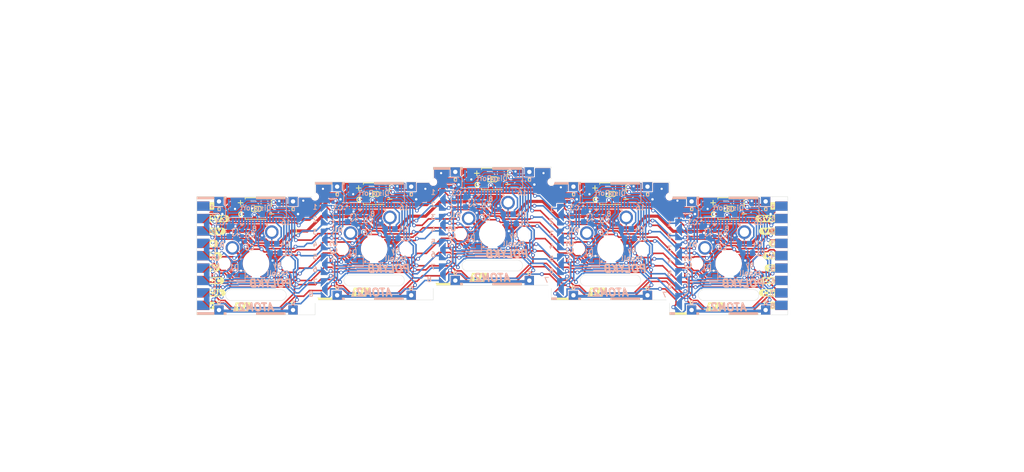
<source format=kicad_pcb>
(kicad_pcb (version 20211014) (generator pcbnew)
  (title_block (title "PolyKB Atom") (date "2022-02-01") (rev "2.1") (company "thpoll"))
  (layers (0 "F.Cu" signal) (31 "B.Cu" signal) (34 "B.Paste" user) (35 "F.Paste" user) (36 "B.SilkS" user "B.Silkscreen") (37 "F.SilkS" user "F.Silkscreen") (38 "B.Mask" user) (39 "F.Mask" user) (44 "Edge.Cuts" user))
  (net 0 "")
  (net 1 "/Keyboard/sheet605ED2EB/GND")
  (net 2 "/Keyboard/sheet605ED2EB/3V3")
  (net 3 "/Keyboard/sheet605ED2EB/4V2")
  (net 4 "Net-(C4-Pad1)")
  (net 5 "Net-(C5-Pad2)")
  (net 6 "Net-(C5-Pad1)")
  (net 7 "Net-(C6-Pad2)")
  (net 8 "Net-(C6-Pad1)")
  (net 9 "/Keyboard/sheet605ED2EB/CS")
  (net 10 "/Keyboard/sheet605ED2EB/RESET")
  (net 11 "/Keyboard/sheet605ED2EB/D-C")
  (net 12 "/Keyboard/sheet605ED2EB/SCLK")
  (net 13 "/Keyboard/sheet605ED2EB/SDIN")
  (net 14 "/Keyboard/sheet605ED2EB/LED_DIN")
  (net 15 "/Keyboard/sheet605ED2EB/5V")
  (net 16 "Net-(D1-Pad2)")
  (net 17 "/Keyboard/sheet605ED2EB/KeyRow")
  (net 18 "/Keyboard/sheet605ED2EB/KeyCol")
  (net 19 "CS8")
  (net 20 "CS7")
  (net 21 "CS6")
  (net 22 "CS5")
  (net 23 "CS4")
  (net 24 "CS3")
  (net 25 "CS2")
  (net 26 "CS1")
  (net 27 "Net-(C1-Pad1)")
  (footprint "poly_kb:AtomConnect2" (layer "F.Cu") (at 55.118 63.6778 -90)
    (fp_text reference "J3" hide)
    (fp_text value "WestFront")
  )
  (footprint "poly_kb:WS2812B-Mini" (layer "F.Cu") (at 63.627 56.0578)
    (fp_text reference "LED1" hide)
    (fp_text value "LED")
  )
  (footprint "poly_kb:SW_Cherry_MX_1.00u_PCB_NoSilk" (layer "F.Cu") (at 66.167 59.8678)
    (fp_text reference "SW1" hide)
    (fp_text value "SW_Push")
  )
  (footprint "poly_kb:TestPoin_1.5x1.5mm_Drill0.7mm" (layer "F.Cu") (at 69.596 54.9148)
    (fp_text reference "J2" hide)
    (fp_text value "North")
  )
  (footprint "poly_kb:TestPoin_1.5x1.5mm_Drill0.7mm" (layer "F.Cu") (at 57.658 54.9148)
    (fp_text reference "J8" hide)
    (fp_text value "North2")
  )
  (footprint "poly_kb:TestPoin_1.5x1.5mm_Drill0.7mm" (layer "F.Cu") (at 69.596 72.4408)
    (fp_text reference "J9" hide)
    (fp_text value "South2")
  )
  (footprint "poly_kb:TestPoin_1.5x1.5mm_Drill0.7mm" (layer "F.Cu") (at 57.658 72.4408)
    (fp_text reference "J7" hide)
    (fp_text value "South")
  )
  (footprint "kibuzzard-61EFD908" (layer "F.Cu") (at 56.515 71.7042)
    (fp_text reference "kibuzzard-61EFD908" hide)
    (fp_text value "G***" hide)
  )
  (footprint "poly_kb:WS2812B-Mini" (layer "F.Cu") (at 139.827 56.0578)
    (fp_text reference "LED1" hide)
    (fp_text value "LED")
  )
  (footprint "kibuzzard-61EFD7F9" (layer "F.Cu") (at 146.4818 65.659)
    (fp_text reference "kibuzzard-61EFD7F9" hide)
    (fp_text value "G***" hide)
  )
  (footprint "poly_kb:TestPoin_1.5x1.5mm_Drill0.7mm" (layer "F.Cu") (at 133.858 54.9148)
    (fp_text reference "J8" hide)
    (fp_text value "North2")
  )
  (footprint "poly_kb:TestPoin_1.5x1.5mm_Drill0.7mm" (layer "F.Cu") (at 76.708 70.05955)
    (fp_text reference "J7" hide)
    (fp_text value "South")
  )
  (footprint "poly_kb:SW_Cherry_MX_1.00u_PCB_NoSilk" (layer "F.Cu") (at 104.267 55.1053)
    (fp_text reference "SW1" hide)
    (fp_text value "SW_Push")
  )
  (footprint "poly_kb:TestPoin_1.5x1.5mm_Drill0.7mm" (layer "F.Cu") (at 145.796 54.9148)
    (fp_text reference "J2" hide)
    (fp_text value "North")
  )
  (footprint "" (layer "F.Cu") (at 73.152 70.8278)
    (fp_text reference "")
    (fp_text value "")
  )
  (footprint "poly_kb:TestPoin_1.5x1.5mm_Drill0.7mm" (layer "F.Cu") (at 95.758 67.6783)
    (fp_text reference "J7" hide)
    (fp_text value "South")
  )
  (footprint "" (layer "F.Cu") (at 111.252 51.7678)
    (fp_text reference "")
    (fp_text value "")
  )
  (footprint "kibuzzard-61EFD947" (layer "F.Cu") (at 146.939 55.6514)
    (fp_text reference "kibuzzard-61EFD947" hide)
    (fp_text value "G***" hide)
  )
  (footprint "poly_kb:SW_Cherry_MX_1.00u_PCB_NoSilk" (layer "F.Cu") (at 123.317 57.48655)
    (fp_text reference "SW1" hide)
    (fp_text value "SW_Push")
  )
  (footprint "kibuzzard-61EFDAC6" (layer "F.Cu") (at 146.8882 61.6966)
    (fp_text reference "kibuzzard-61EFDAC6" hide)
    (fp_text value "G***" hide)
  )
  (footprint "poly_kb:TestPoin_1.5x1.5mm_Drill0.7mm" (layer "F.Cu") (at 95.758 50.1523)
    (fp_text reference "J8" hide)
    (fp_text value "North2")
  )
  (footprint "kibuzzard-61EFDD1E" (layer "F.Cu") (at 61.341 71.9328)
    (fp_text reference "kibuzzard-61EFDD1E" hide)
    (fp_text value "G***" hide)
  )
  (footprint "poly_kb:SW_Cherry_MX_1.00u_PCB_NoSilk" (layer "F.Cu") (at 85.217 57.48655)
    (fp_text reference "SW1" hide)
    (fp_text value "SW_Push")
  )
  (footprint "kibuzzard-61EFBE87" (layer "F.Cu") (at 57.9374 59.7154)
    (fp_text reference "kibuzzard-61EFBE87" hide)
    (fp_text value "G***" hide)
  )
  (footprint "poly_kb:TestPoin_1.5x1.5mm_Drill0.7mm" (layer "F.Cu") (at 133.858 72.4408)
    (fp_text reference "J7" hide)
    (fp_text value "South")
  )
  (footprint "poly_kb:TestPoin_1.5x1.5mm_Drill0.7mm" (layer "F.Cu") (at 88.646 70.05955)
    (fp_text reference "J9" hide)
    (fp_text value "South2")
  )
  (footprint "poly_kb:WS2812B-Mini" (layer "F.Cu") (at 101.727 51.2953)
    (fp_text reference "LED1" hide)
    (fp_text value "LED")
  )
  (footprint "" (layer "F.Cu") (at 92.202 51.7678)
    (fp_text reference "")
    (fp_text value "")
  )
  (footprint "poly_kb:TestPoin_1.5x1.5mm_Drill0.7mm" (layer "F.Cu") (at 126.746 52.53355)
    (fp_text reference "J2" hide)
    (fp_text value "North")
  )
  (footprint "kibuzzard-61EFBE2C" (layer "F.Cu") (at 57.3278 67.691)
    (fp_text reference "kibuzzard-61EFBE2C" hide)
    (fp_text value "G***" hide)
  )
  (footprint "kibuzzard-61EFAA6D" (layer "F.Cu") (at 146.3294 63.6778)
    (fp_text reference "kibuzzard-61EFAA6D" hide)
    (fp_text value "G***" hide)
  )
  (footprint "kibuzzard-61EFABBF" (layer "F.Cu") (at 146.1262 67.691)
    (fp_text reference "kibuzzard-61EFABBF" hide)
    (fp_text value "G***" hide)
  )
  (footprint "poly_kb:SW_Cherry_MX_1.00u_PCB_NoSilk" (layer "F.Cu") (at 142.367 59.8678)
    (fp_text reference "SW1" hide)
    (fp_text value "SW_Push")
  )
  (footprint "kibuzzard-61EFDD1E" (layer "F.Cu") (at 118.491 69.55155)
    (fp_text reference "kibuzzard-61EFDD1E" hide)
    (fp_text value "G***" hide)
  )
  (footprint "poly_kb:TestPoin_1.5x1.5mm_Drill0.7mm" (layer "F.Cu") (at 114.808 70.05955)
    (fp_text reference "J7" hide)
    (fp_text value "South")
  )
  (footprint "poly_kb:AtomConnect2" (layer "F.Cu") (at 148.336 63.6778 -90)
    (fp_text reference "J4" hide)
    (fp_text value "EastFront")
  )
  (footprint "kibuzzard-61EFD908" (layer "F.Cu") (at 146.939 71.7042)
    (fp_text reference "kibuzzard-61EFD908" hide)
    (fp_text value "G***" hide)
  )
  (footprint "poly_kb:TestPoin_1.5x1.5mm_Drill0.7mm" (layer "F.Cu") (at 107.696 67.6783)
    (fp_text reference "J9" hide)
    (fp_text value "South2")
  )
  (footprint "kibuzzard-61EFDD1E" (layer "F.Cu") (at 80.391 69.55155)
    (fp_text reference "kibuzzard-61EFDD1E" hide)
    (fp_text value "G***" hide)
  )
  (footprint "kibuzzard-61EFDAA0" (layer "F.Cu") (at 56.8706 61.6966)
    (fp_text reference "kibuzzard-61EFDAA0" hide)
    (fp_text value "G***" hide)
  )
  (footprint "" (layer "F.Cu") (at 130.302 54.1478)
    (fp_text reference "")
    (fp_text value "")
  )
  (footprint "" (layer "F.Cu") (at 92.202 68.4428)
    (fp_text reference "")
    (fp_text value "")
  )
  (footprint "kibuzzard-61EFA8F1" (layer "F.Cu") (at 146.0246 69.6722)
    (fp_text reference "kibuzzard-61EFA8F1" hide)
    (fp_text value "G***" hide)
  )
  (footprint "poly_kb:WS2812B-Mini" (layer "F.Cu") (at 82.677 53.67655)
    (fp_text reference "LED1" hide)
    (fp_text value "LED")
  )
  (footprint "" (layer "F.Cu") (at 73.152 54.1528)
    (fp_text reference "")
    (fp_text value "")
  )
  (footprint "kibuzzard-61EFD879" (layer "F.Cu") (at 57.744 57.6906)
    (fp_text reference "kibuzzard-61EFD879" hide)
    (fp_text value "G***" hide)
  )
  (footprint "" (layer "F.Cu") (at 111.252 68.4428)
    (fp_text reference "")
    (fp_text value "")
  )
  (footprint "kibuzzard-61EFDAEE" (layer "F.Cu") (at 57.154239 63.677507)
    (fp_text reference "kibuzzard-61EFDAEE" hide)
    (fp_text value "G***" hide)
  )
  (footprint "poly_kb:WS2812B-Mini" (layer "F.Cu") (at 120.777 53.67655)
    (fp_text reference "LED1" hide)
    (fp_text value "LED")
  )
  (footprint "kibuzzard-61EFBE21" (layer "F.Cu") (at 56.9722 65.659)
    (fp_text reference "kibuzzard-61EFBE21" hide)
    (fp_text value "G***" hide)
  )
  (footprint "poly_kb:TestPoin_1.5x1.5mm_Drill0.7mm" (layer "F.Cu") (at 114.808 52.53355)
    (fp_text reference "J8" hide)
    (fp_text value "North2")
  )
  (footprint "kibuzzard-61EFD947" (layer "F.Cu") (at 56.515 55.6514)
    (fp_text reference "kibuzzard-61EFD947" hide)
    (fp_text value "G***" hide)
  )
  (footprint "kibuzzard-61EFACF9" (layer "F.Cu") (at 145.5166 59.7154)
    (fp_text reference "kibuzzard-61EFACF9" hide)
    (fp_text value "G***" hide)
  )
  (footprint "kibuzzard-61EFD863" (layer "F.Cu") (at 145.7198 57.6834)
    (fp_text reference "kibuzzard-61EFD863" hide)
    (fp_text value "G***" hide)
  )
  (footprint "" (layer "F.Cu") (at 130.302 70.8228)
    (fp_text reference "")
    (fp_text value "")
  )
  (footprint "poly_kb:TestPoin_1.5x1.5mm_Drill0.7mm" (layer "F.Cu") (at 88.646 52.53355)
    (fp_text reference "J2" hide)
    (fp_text value "North")
  )
  (footprint "poly_kb:TestPoin_1.5x1.5mm_Drill0.7mm" (layer "F.Cu") (at 107.696 50.1523)
    (fp_text reference "J2" hide)
    (fp_text value "North")
  )
  (footprint "poly_kb:TestPoin_1.5x1.5mm_Drill0.7mm" (layer "F.Cu") (at 126.746 70.05955)
    (fp_text reference "J9" hide)
    (fp_text value "South2")
  )
  (footprint "poly_kb:TestPoin_1.5x1.5mm_Drill0.7mm" (layer "F.Cu") (at 145.796 72.4408)
    (fp_text reference "J9" hide)
    (fp_text value "South2")
  )
  (footprint "kibuzzard-61EFBE3D" (layer "F.Cu") (at 57.4294 69.6722)
    (fp_text reference "kibuzzard-61EFBE3D" hide)
    (fp_text value "G***" hide)
  )
  (footprint "poly_kb:TestPoin_1.5x1.5mm_Drill0.7mm" (layer "F.Cu") (at 76.708 52.53355)
    (fp_text reference "J8" hide)
    (fp_text value "North2")
  )
  (footprint "kibuzzard-61EFDD1E" (layer "F.Cu") (at 99.441 67.1703)
    (fp_text reference "kibuzzard-61EFDD1E" hide)
    (fp_text value "G***" hide)
  )
  (footprint "kibuzzard-61EFDD1E" (layer "F.Cu") (at 137.541 71.9328)
    (fp_text reference "kibuzzard-61EFDD1E" hide)
    (fp_text value "G***" hide)
  )
  (footprint "Capacitor_SMD:C_0603_1608Metric" (layer "B.Cu") (at 66.702 63.2528 180)
    (fp_text reference "C1")
    (fp_text value "2.2uF")
  )
  (footprint "Capacitor_SMD:C_0603_1608Metric" (layer "B.Cu") (at 59.309 59.8046 90)
    (fp_text reference "C2")
    (fp_text value "2.2uF")
  )
  (footprint "Capacitor_SMD:C_0402_1005Metric" (layer "B.Cu") (at 57.023 56.9468 90)
    (fp_text reference "C3" hide)
    (fp_text value "1uF")
  )
  (footprint "Capacitor_SMD:C_0603_1608Metric" (layer "B.Cu") (at 66.202 61.7528 180)
    (fp_text reference "C4")
    (fp_text value "4.7uF")
  )
  (footprint "Capacitor_SMD:C_0402_1005Metric" (layer "B.Cu") (at 61.3918 60.0176 90)
    (fp_text reference "C5")
    (fp_text value "1uF")
  )
  (footprint "Capacitor_SMD:C_0402_1005Metric" (layer "B.Cu") (at 62.357 61.3918)
    (fp_text reference "C6")
    (fp_text value "1uF")
  )
  (footprint "poly_kb:D_SOD-323Ext" (layer "B.Cu") (at 60.325 66.9528 180)
    (fp_text reference "D1")
    (fp_text value "D_Small")
  )
  (footprint "poly_kb:FPC_16_JUSHUO_AFC05_S16FIA_00" (layer "B.Cu") (at 63.627 57.9628)
    (fp_text reference "J1" hide)
    (fp_text value "Conn_01x16")
  )
  (footprint "poly_kb:AtomConnectCS" (layer "B.Cu") (at 55.118 63.6778 -90)
    (fp_text reference "J5" hide)
    (fp_text value "WestBack")
  )
  (footprint "Capacitor_SMD:C_0603_1608Metric" (layer "B.Cu") (at 104.802 58.4903 180)
    (fp_text reference "C1")
    (fp_text value "2.2uF")
  )
  (footprint "poly_kb:D_SOD-323Ext" (layer "B.Cu") (at 117.475 64.57155 180)
    (fp_text reference "D1")
    (fp_text value "D_Small")
  )
  (footprint "poly_kb:D_SOD-323Ext" (layer "B.Cu") (at 136.525 66.9528 180)
    (fp_text reference "D1")
    (fp_text value "D_Small")
  )
  (footprint "Capacitor_SMD:C_0402_1005Metric" (layer "B.Cu") (at 76.073 54.56555 90)
    (fp_text reference "C3" hide)
    (fp_text value "1uF")
  )
  (footprint "Capacitor_SMD:C_0603_1608Metric" (layer "B.Cu") (at 123.852 60.87155 180)
    (fp_text reference "C1")
    (fp_text value "2.2uF")
  )
  (footprint "poly_kb:AtomCSInternal" (layer "B.Cu") (at 74.168 62.04655 -90)
    (fp_text reference "J5" hide)
    (fp_text value "WestBack")
  )
  (footprint "poly_kb:AtomCSInternal" (layer "B.Cu") (at 93.218 59.6653 -90)
    (fp_text reference "J5" hide)
    (fp_text value "WestBack")
  )
  (footprint "poly_kb:FPC_16_JUSHUO_AFC05_S16FIA_00" (layer "B.Cu") (at 101.727 53.2003)
    (fp_text reference "J1" hide)
    (fp_text value "Conn_01x16")
  )
  (footprint "Capacitor_SMD:C_0402_1005Metric" (layer "B.Cu") (at 95.123 52.1843 90)
    (fp_text reference "C3" hide)
    (fp_text value "1uF")
  )
  (footprint "poly_kb:FPC_16_JUSHUO_AFC05_S16FIA_00" (layer "B.Cu") (at 139.827 57.9628)
    (fp_text reference "J1" hide)
    (fp_text value "Conn_01x16")
  )
  (footprint "Capacitor_SMD:C_0603_1608Metric" (layer "B.Cu") (at 116.459 57.42335 90)
    (fp_text reference "C2")
    (fp_text value "2.2uF")
  )
  (footprint "poly_kb:AtomCSInternal" (layer "B.Cu") (at 131.318 64.4278 -90)
    (fp_text reference "J5" hide)
    (fp_text value "WestBack")
  )
  (footprint "poly_kb:AtomCSInternal" (layer "B.Cu") (at 112.268 62.04655 -90)
    (fp_text reference "J5" hide)
    (fp_text value "WestBack")
  )
  (footprint "Capacitor_SMD:C_0603_1608Metric" (layer "B.Cu") (at 135.509 59.8046 90)
    (fp_text reference "C2")
    (fp_text value "2.2uF")
  )
  (footprint "Capacitor_SMD:C_0402_1005Metric" (layer "B.Cu") (at 114.173 54.56555 90)
    (fp_text reference "C3" hide)
    (fp_text value "1uF")
  )
  (footprint "poly_kb:D_SOD-323Ext" (layer "B.Cu") (at 79.375 64.57155 180)
    (fp_text reference "D1")
    (fp_text value "D_Small")
  )
  (footprint "Capacitor_SMD:C_0402_1005Metric" (layer "B.Cu") (at 119.507 59.01055)
    (fp_text reference "C6")
    (fp_text value "1uF")
  )
  (footprint "Capacitor_SMD:C_0603_1608Metric" (layer "B.Cu") (at 142.402 61.7528 180)
    (fp_text reference "C4")
    (fp_text value "4.7uF")
  )
  (footprint "poly_kb:AtomConnect2" (layer "B.Cu") (at 148.336 63.6778 -90)
    (fp_text reference "J6" hide)
    (fp_text value "EastBack")
  )
  (footprint "Resistor_SMD:R_0402_1005Metric" (layer "B.Cu") (at 95.602 55.6281 -90)
    (fp_text reference "R1")
    (fp_text value "1M")
  )
  (footprint "Capacitor_SMD:C_0402_1005Metric" (layer "B.Cu") (at 100.457 56.6293)
    (fp_text reference "C6")
    (fp_text value "1uF")
  )
  (footprint "Capacitor_SMD:C_0402_1005Metric" (layer "B.Cu") (at 133.223 56.9468 90)
    (fp_text reference "C3" hide)
    (fp_text value "1uF")
  )
  (footprint "Capacitor_SMD:C_0402_1005Metric" (layer "B.Cu") (at 137.5918 60.0176 90)
    (fp_text reference "C5")
    (fp_text value "1uF")
  )
  (footprint "Resistor_SMD:R_0402_1005Metric" (layer "B.Cu") (at 133.702 60.3906 -90)
    (fp_text reference "R1")
    (fp_text value "1M")
  )
  (footprint "Resistor_SMD:R_0402_1005Metric" (layer "B.Cu") (at 114.652 58.00935 -90)
    (fp_text reference "R1")
    (fp_text value "1M")
  )
  (footprint "Capacitor_SMD:C_0402_1005Metric" (layer "B.Cu") (at 80.4418 57.63635 90)
    (fp_text reference "C5")
    (fp_text value "1uF")
  )
  (footprint "Capacitor_SMD:C_0603_1608Metric" (layer "B.Cu") (at 104.302 56.9903 180)
    (fp_text reference "C4")
    (fp_text value "4.7uF")
  )
  (footprint "Capacitor_SMD:C_0603_1608Metric" (layer "B.Cu") (at 123.352 59.37155 180)
    (fp_text reference "C4")
    (fp_text value "4.7uF")
  )
  (footprint "poly_kb:D_SOD-323Ext" (layer "B.Cu") (at 98.425 62.1903 180)
    (fp_text reference "D1")
    (fp_text value "D_Small")
  )
  (footprint "poly_kb:FPC_16_JUSHUO_AFC05_S16FIA_00" (layer "B.Cu") (at 82.677 55.58155)
    (fp_text reference "J1" hide)
    (fp_text value "Conn_01x16")
  )
  (footprint "Capacitor_SMD:C_0603_1608Metric" (layer "B.Cu") (at 97.409 55.0421 90)
    (fp_text reference "C2")
    (fp_text value "2.2uF")
  )
  (footprint "Resistor_SMD:R_0402_1005Metric" (layer "B.Cu") (at 57.502 60.3906 -90)
    (fp_text reference "R1")
    (fp_text value "1M")
  )
  (footprint "Capacitor_SMD:C_0402_1005Metric" (layer "B.Cu") (at 138.557 61.3918)
    (fp_text reference "C6")
    (fp_text value "1uF")
  )
  (footprint "Capacitor_SMD:C_0603_1608Metric" (layer "B.Cu") (at 85.752 60.87155 180)
    (fp_text reference "C1")
    (fp_text value "2.2uF")
  )
  (footprint "Capacitor_SMD:C_0603_1608Metric" (layer "B.Cu") (at 85.252 59.37155 180)
    (fp_text reference "C4")
    (fp_text value "4.7uF")
  )
  (footprint "poly_kb:FPC_16_JUSHUO_AFC05_S16FIA_00" (layer "B.Cu") (at 120.777 55.58155)
    (fp_text reference "J1" hide)
    (fp_text value "Conn_01x16")
  )
  (footprint "Capacitor_SMD:C_0402_1005Metric" (layer "B.Cu") (at 99.4918 55.2551 90)
    (fp_text reference "C5")
    (fp_text value "1uF")
  )
  (footprint "Capacitor_SMD:C_0402_1005Metric" (layer "B.Cu") (at 118.5418 57.63635 90)
    (fp_text reference "C5")
    (fp_text value "1uF")
  )
  (footprint "Capacitor_SMD:C_0603_1608Metric" (layer "B.Cu") (at 142.902 63.2528 180)
    (fp_text reference "C1")
    (fp_text value "2.2uF")
  )
  (footprint "Resistor_SMD:R_0402_1005Metric" (layer "B.Cu") (at 76.552 58.00935 -90)
    (fp_text reference "R1")
    (fp_text value "1M")
  )
  (footprint "Capacitor_SMD:C_0603_1608Metric" (layer "B.Cu") (at 78.359 57.42335 90)
    (fp_text reference "C2")
    (fp_text value "2.2uF")
  )
  (footprint "Capacitor_SMD:C_0402_1005Metric" (layer "B.Cu") (at 81.407 59.01055)
    (fp_text reference "C6")
    (fp_text value "1uF")
  )
  (gr_poly (pts (xy 68.3895 73.2282) (xy 63.627 73.2282) (xy 63.627 72.7964) (xy 68.3895 72.7964)) (layer "B.SilkS") (width 0) (fill solid))
  (gr_poly (pts (xy 56.8706 54.5608) (xy 54.0766 54.5608) (xy 54.0766 54.1274) (xy 56.8706 54.1274)) (layer "B.SilkS") (width 0) (fill solid))
  (gr_poly (pts (xy 58.8645 54.5608) (xy 58.4454 54.5608) (xy 58.4454 54.1274) (xy 58.8645 54.1274)) (layer "B.SilkS") (width 0) (fill solid))
  (gr_poly (pts (xy 58.8645 73.2282) (xy 58.4454 73.2282) (xy 58.4454 72.8091) (xy 58.8645 72.8091)) (layer "B.SilkS") (width 0) (fill solid))
  (gr_poly (pts (xy 56.8706 73.2282) (xy 54.102 73.2282) (xy 54.102 72.788864) (xy 56.8706 72.788864)) (layer "B.SilkS") (width 0) (fill solid))
  (gr_line (start 133.223 69.5198) (end 132.715 70.0278) (layer "B.SilkS") (width 0.12))
  (gr_line (start 84.277 56.37155) (end 84.627 56.37155) (layer "B.SilkS") (width 0.12))
  (gr_line (start 114.173 56.97855) (end 113.665 56.47055) (layer "B.SilkS") (width 0.12))
  (gr_line (start 99.402 53.9403) (end 99.552 53.9403) (layer "B.SilkS") (width 0.12))
  (gr_line (start 95.123 64.7573) (end 94.615 65.2653) (layer "B.SilkS") (width 0.12))
  (gr_poly (pts (xy 125.5395 70.84695) (xy 120.777 70.84695) (xy 120.777 70.41515) (xy 125.5395 70.41515)) (layer "B.SilkS") (width 0) (fill solid))
  (gr_line (start 57.023 63.4238) (end 57.023 59.3598) (layer "B.SilkS") (width 0.12))
  (gr_poly (pts (xy 144.5895 54.5608) (xy 139.827 54.5608) (xy 139.827 54.1274) (xy 144.5895 54.1274)) (layer "B.SilkS") (width 0) (fill solid))
  (gr_line (start 146.8882 56.007) (end 146.9898 56.007) (layer "B.SilkS") (width 0.12))
  (gr_line (start 84.452 56.09655) (end 84.452 56.54655) (layer "B.SilkS") (width 0.12))
  (gr_poly (pts (xy 106.4895 68.4657) (xy 101.727 68.4657) (xy 101.727 68.0339) (xy 106.4895 68.0339)) (layer "B.SilkS") (width 0) (fill solid))
  (gr_line (start 80.352 56.32155) (end 80.502 56.32155) (layer "B.SilkS") (width 0.12))
  (gr_line (start 103.677 53.9903) (end 103.502 53.7153) (layer "B.SilkS") (width 0.12))
  (gr_line (start 132.715 62.6618) (end 133.223 62.6618) (layer "B.SilkS") (width 0.12))
  (gr_line (start 99.652 53.9903) (end 99.477 53.7153) (layer "B.SilkS") (width 0.12))
  (gr_line (start 80.602 56.37155) (end 80.427 56.09655) (layer "B.SilkS") (width 0.12))
  (gr_line (start 65.402 58.4778) (end 65.402 58.9278) (layer "B.SilkS") (width 0.12))
  (gr_line (start 56.515 66.7258) (end 57.023 66.7258) (layer "B.SilkS") (width 0.12))
  (gr_line (start 65.227 58.7528) (end 65.577 58.7528) (layer "B.SilkS") (width 0.12))
  (gr_line (start 133.223 59.3598) (end 132.715 58.8518) (layer "B.SilkS") (width 0.12))
  (gr_line (start 56.515 55.3466) (end 56.515 55.7022) (layer "B.SilkS") (width 0.12))
  (gr_line (start 76.073 56.97855) (end 75.565 56.47055) (layer "B.SilkS") (width 0.12))
  (gr_line (start 137.752 58.7528) (end 137.577 58.4778) (layer "B.SilkS") (width 0.12))
  (gr_line (start 80.427 56.09655) (end 80.252 56.37155) (layer "B.SilkS") (width 0.12))
  (gr_line (start 57.023 69.5198) (end 56.515 70.0278) (layer "B.SilkS") (width 0.12))
  (gr_line (start 56.515 55.7022) (end 56.261 55.7022) (layer "B.SilkS") (width 0.12))
  (gr_line (start 103.327 53.9903) (end 103.677 53.9903) (layer "B.SilkS") (width 0.12))
  (gr_poly (pts (xy 133.0706 54.5608) (xy 130.2766 54.5608) (xy 130.2766 54.1274) (xy 133.0706 54.1274)) (layer "B.SilkS") (width 0) (fill solid))
  (gr_line (start 61.202 58.7528) (end 61.552 58.7528) (layer "B.SilkS") (width 0.12))
  (gr_line (start 99.477 53.7153) (end 99.477 54.1653) (layer "B.SilkS") (width 0.12))
  (gr_line (start 95.123 58.6613) (end 95.123 54.5973) (layer "B.SilkS") (width 0.12))
  (gr_line (start 94.615 57.8993) (end 95.123 57.8993) (layer "B.SilkS") (width 0.12))
  (gr_line (start 99.477 53.7153) (end 99.302 53.9903) (layer "B.SilkS") (width 0.12))
  (gr_poly (pts (xy 87.4395 52.17955) (xy 82.677 52.17955) (xy 82.677 51.74615) (xy 87.4395 51.74615)) (layer "B.SilkS") (width 0) (fill solid))
  (gr_line (start 56.515 55.7022) (end 56.769 55.7022) (layer "B.SilkS") (width 0.12))
  (gr_poly (pts (xy 77.9145 70.84695) (xy 77.4954 70.84695) (xy 77.4954 70.42785) (xy 77.9145 70.42785)) (layer "B.SilkS") (width 0) (fill solid))
  (gr_poly (pts (xy 144.5895 73.2282) (xy 139.827 73.2282) (xy 139.827 72.7964) (xy 144.5895 72.7964)) (layer "B.SilkS") (width 0) (fill solid))
  (gr_line (start 76.073 67.13855) (end 75.565 67.64655) (layer "B.SilkS") (width 0.12))
  (gr_line (start 141.602 58.4778) (end 141.602 58.9278) (layer "B.SilkS") (width 0.12))
  (gr_line (start 146.939 55.7022) (end 146.685 55.7022) (layer "B.SilkS") (width 0.12))
  (gr_line (start 61.302 58.7028) (end 61.452 58.7028) (layer "B.SilkS") (width 0.12))
  (gr_line (start 141.427 58.7528) (end 141.777 58.7528) (layer "B.SilkS") (width 0.12))
  (gr_poly (pts (xy 96.9645 68.4657) (xy 96.5454 68.4657) (xy 96.5454 68.0466) (xy 96.9645 68.0466)) (layer "B.SilkS") (width 0) (fill solid))
  (gr_line (start 137.577 58.4778) (end 137.577 58.9278) (layer "B.SilkS") (width 0.12))
  (gr_line (start 65.327 58.7028) (end 65.477 58.7028) (layer "B.SilkS") (width 0.12))
  (gr_line (start 141.527 58.7028) (end 141.677 58.7028) (layer "B.SilkS") (width 0.12))
  (gr_line (start 122.727 56.37155) (end 122.552 56.09655) (layer "B.SilkS") (width 0.12))
  (gr_line (start 132.715 66.7258) (end 133.223 66.7258) (layer "B.SilkS") (width 0.12))
  (gr_poly (pts (xy 116.0145 70.84695) (xy 115.5954 70.84695) (xy 115.5954 70.42785) (xy 116.0145 70.42785)) (layer "B.SilkS") (width 0) (fill solid))
  (gr_line (start 122.552 56.09655) (end 122.552 56.54655) (layer "B.SilkS") (width 0.12))
  (gr_line (start 118.527 56.09655) (end 118.527 56.54655) (layer "B.SilkS") (width 0.12))
  (gr_line (start 118.702 56.37155) (end 118.527 56.09655) (layer "B.SilkS") (width 0.12))
  (gr_line (start 84.627 56.37155) (end 84.452 56.09655) (layer "B.SilkS") (width 0.12))
  (gr_line (start 103.427 53.9403) (end 103.577 53.9403) (layer "B.SilkS") (width 0.12))
  (gr_line (start 82.427 56.27155) (end 82.427 56.09655) (layer "B.SilkS") (width 0.12))
  (gr_line (start 118.452 56.32155) (end 118.602 56.32155) (layer "B.SilkS") (width 0.12))
  (gr_line (start 146.7866 55.8546) (end 147.0914 55.8546) (layer "B.SilkS") (width 0.12))
  (gr_line (start 61.377 58.4778) (end 61.202 58.7528) (layer "B.SilkS") (width 0.12))
  (gr_line (start 103.502 53.7153) (end 103.502 54.1653) (layer "B.SilkS") (width 0.12))
  (gr_line (start 114.173 67.13855) (end 113.665 67.64655) (layer "B.SilkS") (width 0.12))
  (gr_line (start 146.939 55.7022) (end 147.193 55.7022) (layer "B.SilkS") (width 0.12))
  (gr_line (start 141.777 58.7528) (end 141.602 58.4778) (layer "B.SilkS") (width 0.12))
  (gr_poly (pts (xy 116.0145 52.17955) (xy 115.5954 52.17955) (xy 115.5954 51.74615) (xy 116.0145 51.74615)) (layer "B.SilkS") (width 0) (fill solid))
  (gr_line (start 65.577 58.7528) (end 65.402 58.4778) (layer "B.SilkS") (width 0.12))
  (gr_line (start 95.123 54.5973) (end 94.615 54.0893) (layer "B.SilkS") (width 0.12))
  (gr_line (start 103.502 53.7153) (end 103.327 53.9903) (layer "B.SilkS") (width 0.12))
  (gr_line (start 122.377 56.37155) (end 122.727 56.37155) (layer "B.SilkS") (width 0.12))
  (gr_line (start 80.427 56.09655) (end 80.427 56.54655) (layer "B.SilkS") (width 0.12))
  (gr_line (start 122.552 56.09655) (end 122.377 56.37155) (layer "B.SilkS") (width 0.12))
  (gr_line (start 76.073 61.04255) (end 76.073 56.97855) (layer "B.SilkS") (width 0.12))
  (gr_poly (pts (xy 135.0645 54.5608) (xy 134.6454 54.5608) (xy 134.6454 54.1274) (xy 135.0645 54.1274)) (layer "B.SilkS") (width 0) (fill solid))
  (gr_line (start 133.223 65.9638) (end 133.223 69.5198) (layer "B.SilkS") (width 0.12))
  (gr_line (start 113.665 64.34455) (end 114.173 64.34455) (layer "B.SilkS") (width 0.12))
  (gr_poly (pts (xy 114.0206 52.17955) (xy 111.2266 52.17955) (xy 111.2266 51.74615) (xy 114.0206 51.74615)) (layer "B.SilkS") (width 0) (fill solid))
  (gr_poly (pts (xy 68.3895 54.5608) (xy 63.627 54.5608) (xy 63.627 54.1274) (xy 68.3895 54.1274)) (layer "B.SilkS") (width 0) (fill solid))
  (gr_line (start 95.123 61.2013) (end 95.123 64.7573) (layer "B.SilkS") (width 0.12))
  (gr_poly (pts (xy 112.141 70.84695) (xy 111.252 70.84695) (xy 111.252 70.407614) (xy 112.141 70.407614)) (layer "B.SilkS") (width 0) (fill solid))
  (gr_line (start 76.073 63.58255) (end 76.073 67.13855) (layer "B.SilkS") (width 0.12))
  (gr_line (start 56.3626 55.8546) (end 56.6674 55.8546) (layer "B.SilkS") (width 0.12))
  (gr_line (start 141.602 58.4778) (end 141.427 58.7528) (layer "B.SilkS") (width 0.12))
  (gr_line (start 137.502 58.7028) (end 137.652 58.7028) (layer "B.SilkS") (width 0.12))
  (gr_poly (pts (xy 87.4395 70.84695) (xy 82.677 70.84695) (xy 82.677 70.41515) (xy 87.4395 70.41515)) (layer "B.SilkS") (width 0) (fill solid))
  (gr_line (start 114.173 63.58255) (end 114.173 67.13855) (layer "B.SilkS") (width 0.12))
  (gr_line (start 56.515 62.6618) (end 57.023 62.6618) (layer "B.SilkS") (width 0.12))
  (gr_line (start 75.565 64.34455) (end 76.073 64.34455) (layer "B.SilkS") (width 0.12))
  (gr_poly (pts (xy 77.9145 52.17955) (xy 77.4954 52.17955) (xy 77.4954 51.74615) (xy 77.9145 51.74615)) (layer "B.SilkS") (width 0) (fill solid))
  (gr_poly (pts (xy 94.9706 49.7983) (xy 92.1766 49.7983) (xy 92.1766 49.3649) (xy 94.9706 49.3649)) (layer "B.SilkS") (width 0) (fill solid))
  (gr_poly (pts (xy 125.5395 52.17955) (xy 120.777 52.17955) (xy 120.777 51.74615) (xy 125.5395 51.74615)) (layer "B.SilkS") (width 0) (fill solid))
  (gr_poly (pts (xy 106.4895 49.7983) (xy 101.727 49.7983) (xy 101.727 49.3649) (xy 106.4895 49.3649)) (layer "B.SilkS") (width 0) (fill solid))
  (gr_line (start 84.452 56.09655) (end 84.277 56.37155) (layer "B.SilkS") (width 0.12))
  (gr_line (start 61.552 58.7528) (end 61.377 58.4778) (layer "B.SilkS") (width 0.12))
  (gr_line (start 57.023 65.9638) (end 57.023 69.5198) (layer "B.SilkS") (width 0.12))
  (gr_line (start 65.402 58.4778) (end 65.227 58.7528) (layer "B.SilkS") (width 0.12))
  (gr_line (start 63.377 58.6528) (end 63.377 58.4778) (layer "B.SilkS") (width 0.12))
  (gr_line (start 118.527 56.09655) (end 118.352 56.37155) (layer "B.SilkS") (width 0.12))
  (gr_poly (pts (xy 131.191 73.2282) (xy 130.302 73.2282) (xy 130.302 72.788864) (xy 131.191 72.788864)) (layer "B.SilkS") (width 0) (fill solid))
  (gr_line (start 113.665 60.28055) (end 114.173 60.28055) (layer "B.SilkS") (width 0.12))
  (gr_line (start 139.577 58.6528) (end 139.577 58.4778) (layer "B.SilkS") (width 0.12))
  (gr_line (start 137.577 58.4778) (end 137.402 58.7528) (layer "B.SilkS") (width 0.12))
  (gr_poly (pts (xy 135.0645 73.2282) (xy 134.6454 73.2282) (xy 134.6454 72.8091) (xy 135.0645 72.8091)) (layer "B.SilkS") (width 0) (fill solid))
  (gr_line (start 120.527 56.27155) (end 120.527 56.09655) (layer "B.SilkS") (width 0.12))
  (gr_line (start 137.402 58.7528) (end 137.752 58.7528) (layer "B.SilkS") (width 0.12))
  (gr_line (start 57.023 59.3598) (end 56.515 58.8518) (layer "B.SilkS") (width 0.12))
  (gr_line (start 99.302 53.9903) (end 99.652 53.9903) (layer "B.SilkS") (width 0.12))
  (gr_line (start 80.252 56.37155) (end 80.602 56.37155) (layer "B.SilkS") (width 0.12))
  (gr_line (start 75.565 60.28055) (end 76.073 60.28055) (layer "B.SilkS") (width 0.12))
  (gr_line (start 94.615 61.9633) (end 95.123 61.9633) (layer "B.SilkS") (width 0.12))
  (gr_line (start 114.173 61.04255) (end 114.173 56.97855) (layer "B.SilkS") (width 0.12))
  (gr_line (start 84.377 56.32155) (end 84.527 56.32155) (layer "B.SilkS") (width 0.12))
  (gr_line (start 133.223 63.4238) (end 133.223 59.3598) (layer "B.SilkS") (width 0.12))
  (gr_line (start 146.939 55.3466) (end 146.939 55.7022) (layer "B.SilkS") (width 0.12))
  (gr_line (start 122.477 56.32155) (end 122.627 56.32155) (layer "B.SilkS") (width 0.12))
  (gr_line (start 61.377 58.4778) (end 61.377 58.9278) (layer "B.SilkS") (width 0.12))
  (gr_line (start 118.352 56.37155) (end 118.702 56.37155) (layer "B.SilkS") (width 0.12))
  (gr_poly (pts (xy 75.9206 52.17955) (xy 73.1266 52.17955) (xy 73.1266 51.74615) (xy 75.9206 51.74615)) (layer "B.SilkS") (width 0) (fill solid))
  (gr_line (start 56.4642 56.007) (end 56.5658 56.007) (layer "B.SilkS") (width 0.12))
  (gr_line (start 101.477 53.8903) (end 101.477 53.7153) (layer "B.SilkS") (width 0.12))
  (gr_poly (pts (xy 96.9645 49.7983) (xy 96.5454 49.7983) (xy 96.5454 49.3649) (xy 96.9645 49.3649)) (layer "B.SilkS") (width 0) (fill solid))
  (gr_poly (pts (xy 68.3895 54.5608) (xy 63.627 54.5608) (xy 63.627 54.1274) (xy 68.3895 54.1274)) (layer "F.SilkS") (width 0) (fill solid))
  (gr_poly (pts (xy 96.9645 49.7983) (xy 96.5454 49.7983) (xy 96.5454 49.3649) (xy 96.9645 49.3649)) (layer "F.SilkS") (width 0) (fill solid))
  (gr_line (start 56.6928 59.2582) (end 56.6928 59.309) (layer "F.SilkS") (width 0.12))
  (gr_line (start 70.1294 59.2074) (end 70.1294 60.2234) (layer "F.SilkS") (width 0.135))
  (gr_line (start 147.0152 59.7662) (end 146.558 59.7662) (layer "F.SilkS") (width 0.12))
  (gr_line (start 147.066 59.309) (end 147.066 59.2074) (layer "F.SilkS") (width 0.12))
  (gr_poly (pts (xy 87.4395 70.84695) (xy 82.677 70.84695) (xy 82.677 70.44055) (xy 87.4395 70.44055)) (layer "F.SilkS") (width 0) (fill solid))
  (gr_poly (pts (xy 87.4395 52.17955) (xy 82.677 52.17955) (xy 82.677 51.74615) (xy 87.4395 51.74615)) (layer "F.SilkS") (width 0) (fill solid))
  (gr_line (start 56.9468 59.309) (end 56.9468 59.2074) (layer "F.SilkS") (width 0.12))
  (gr_poly (pts (xy 94.9706 49.7983) (xy 92.1766 49.7983) (xy 92.1766 49.3649) (xy 94.9706 49.3649)) (layer "F.SilkS") (width 0) (fill solid))
  (gr_line (start 146.7612 59.309) (end 146.7612 59.2582) (layer "F.SilkS") (width 0.12))
  (gr_line (start 56.2102 59.2074) (end 57.1754 59.2074) (layer "F.SilkS") (width 0.135))
  (gr_line (start 56.642 59.309) (end 56.642 59.2582) (layer "F.SilkS") (width 0.12))
  (gr_line (start 57.0992 59.309) (end 56.9468 59.309) (layer "F.SilkS") (width 0.12))
  (gr_line (start 147.2184 59.309) (end 147.066 59.309) (layer "F.SilkS") (width 0.12))
  (gr_poly (pts (xy 133.0706 73.2282) (xy 130.2766 73.2282) (xy 130.2766 72.8218) (xy 133.0706 72.8218)) (layer "F.SilkS") (width 0) (fill solid))
  (gr_poly (pts (xy 77.9145 52.17955) (xy 77.4954 52.17955) (xy 77.4954 51.74615) (xy 77.9145 51.74615)) (layer "F.SilkS") (width 0) (fill solid))
  (gr_poly (pts (xy 116.0145 52.17955) (xy 115.5954 52.17955) (xy 115.5954 51.74615) (xy 116.0145 51.74615)) (layer "F.SilkS") (width 0) (fill solid))
  (gr_line (start 57.1754 60.2234) (end 56.2102 60.2234) (layer "F.SilkS") (width 0.135))
  (gr_poly (pts (xy 133.0706 54.5608) (xy 130.2766 54.5608) (xy 130.2766 54.1274) (xy 133.0706 54.1274)) (layer "F.SilkS") (width 0) (fill solid))
  (gr_line (start 146.558 59.9694) (end 147.0152 59.9694) (layer "F.SilkS") (width 0.12))
  (gr_poly (pts (xy 114.0206 52.17955) (xy 111.2266 52.17955) (xy 111.2266 51.74615) (xy 114.0206 51.74615)) (layer "F.SilkS") (width 0) (fill solid))
  (gr_line (start 146.3294 59.2074) (end 146.3294 60.2234) (layer "F.SilkS") (width 0.135))
  (gr_line (start 56.261 59.309) (end 56.388 59.309) (layer "F.SilkS") (width 0.12))
  (gr_poly (pts (xy 144.5895 54.5608) (xy 139.827 54.5608) (xy 139.827 54.1274) (xy 144.5895 54.1274)) (layer "F.SilkS") (width 0) (fill solid))
  (gr_line (start 147.2438 59.2074) (end 147.2438 60.2234) (layer "F.SilkS") (width 0.135))
  (gr_line (start 56.2102 59.2074) (end 56.2102 60.2234) (layer "F.SilkS") (width 0.135))
  (gr_poly (pts (xy 75.9206 70.84695) (xy 73.1266 70.84695) (xy 73.1266 70.44055) (xy 75.9206 70.44055)) (layer "F.SilkS") (width 0) (fill solid))
  (gr_poly (pts (xy 116.0145 70.84695) (xy 115.5954 70.84695) (xy 115.5954 70.44055) (xy 116.0145 70.44055)) (layer "F.SilkS") (width 0) (fill solid))
  (gr_line (start 146.2786 59.2074) (end 147.2438 59.2074) (layer "F.SilkS") (width 0.135))
  (gr_poly (pts (xy 135.0645 54.5608) (xy 134.6454 54.5608) (xy 134.6454 54.1274) (xy 135.0645 54.1274)) (layer "F.SilkS") (width 0) (fill solid))
  (gr_poly (pts (xy 58.8645 54.5608) (xy 58.4454 54.5608) (xy 58.4454 54.1274) (xy 58.8645 54.1274)) (layer "F.SilkS") (width 0) (fill solid))
  (gr_line (start 56.4388 59.563) (end 56.896 59.563) (layer "F.SilkS") (width 0.12))
  (gr_poly (pts (xy 106.4895 68.4657) (xy 101.727 68.4657) (xy 101.727 68.0593) (xy 106.4895 68.0593)) (layer "F.SilkS") (width 0) (fill solid))
  (gr_line (start 56.4388 59.9694) (end 56.896 59.9694) (layer "F.SilkS") (width 0.12))
  (gr_poly (pts (xy 56.8706 54.5608) (xy 54.0766 54.5608) (xy 54.0766 54.1274) (xy 56.8706 54.1274)) (layer "F.SilkS") (width 0) (fill solid))
  (gr_line (start 146.812 59.309) (end 146.7612 59.309) (layer "F.SilkS") (width 0.12))
  (gr_poly (pts (xy 75.9206 52.17955) (xy 73.1266 52.17955) (xy 73.1266 51.74615) (xy 75.9206 51.74615)) (layer "F.SilkS") (width 0) (fill solid))
  (gr_poly (pts (xy 106.4895 49.7983) (xy 101.727 49.7983) (xy 101.727 49.3649) (xy 106.4895 49.3649)) (layer "F.SilkS") (width 0) (fill solid))
  (gr_line (start 146.558 59.563) (end 147.0152 59.563) (layer "F.SilkS") (width 0.12))
  (gr_poly (pts (xy 125.5395 52.17955) (xy 120.777 52.17955) (xy 120.777 51.74615) (xy 125.5395 51.74615)) (layer "F.SilkS") (width 0) (fill solid))
  (gr_line (start 56.6928 59.309) (end 56.642 59.309) (layer "F.SilkS") (width 0.12))
  (gr_poly (pts (xy 135.0645 73.2282) (xy 134.6454 73.2282) (xy 134.6454 72.8218) (xy 135.0645 72.8218)) (layer "F.SilkS") (width 0) (fill solid))
  (gr_poly (pts (xy 114.0206 70.84695) (xy 111.2266 70.84695) (xy 111.2266 70.44055) (xy 114.0206 70.44055)) (layer "F.SilkS") (width 0) (fill solid))
  (gr_line (start 147.2438 60.2234) (end 146.2786 60.2234) (layer "F.SilkS") (width 0.135))
  (gr_line (start 56.896 59.7662) (end 56.4388 59.7662) (layer "F.SilkS") (width 0.12))
  (gr_poly (pts (xy 58.8645 73.2282) (xy 58.4454 73.2282) (xy 58.4454 72.8218) (xy 58.8645 72.8218)) (layer "F.SilkS") (width 0) (fill solid))
  (gr_line (start 56.388 59.309) (end 56.388 59.2074) (layer "F.SilkS") (width 0.12))
  (gr_poly (pts (xy 144.5895 73.2282) (xy 139.827 73.2282) (xy 139.827 72.8218) (xy 144.5895 72.8218)) (layer "F.SilkS") (width 0) (fill solid))
  (gr_line (start 146.812 59.2582) (end 146.812 59.309) (layer "F.SilkS") (width 0.12))
  (gr_poly (pts (xy 68.3895 73.2282) (xy 63.627 73.2282) (xy 63.627 72.8218) (xy 68.3895 72.8218)) (layer "F.SilkS") (width 0) (fill solid))
  (gr_poly (pts (xy 77.9145 70.84695) (xy 77.4954 70.84695) (xy 77.4954 70.44055) (xy 77.9145 70.44055)) (layer "F.SilkS") (width 0) (fill solid))
  (gr_poly (pts (xy 94.9706 68.4657) (xy 92.1766 68.4657) (xy 92.1766 68.0593) (xy 94.9706 68.0593)) (layer "F.SilkS") (width 0) (fill solid))
  (gr_poly (pts (xy 96.9645 68.4657) (xy 96.5454 68.4657) (xy 96.5454 68.0593) (xy 96.9645 68.0593)) (layer "F.SilkS") (width 0) (fill solid))
  (gr_line (start 146.3802 59.309) (end 146.5072 59.309) (layer "F.SilkS") (width 0.12))
  (gr_line (start 57.1246 59.2074) (end 57.1246 60.2234) (layer "F.SilkS") (width 0.135))
  (gr_line (start 146.5072 59.309) (end 146.5072 59.2074) (layer "F.SilkS") (width 0.12))
  (gr_poly (pts (xy 125.5395 70.84695) (xy 120.777 70.84695) (xy 120.777 70.44055) (xy 125.5395 70.44055)) (layer "F.SilkS") (width 0) (fill solid))
  (gr_poly (pts (xy 56.8706 73.2282) (xy 54.0766 73.2282) (xy 54.0766 72.8218) (xy 56.8706 72.8218)) (layer "F.SilkS") (width 0) (fill solid))
  (gr_line (start 73.152 54.1528) (end 54.102 54.1528) (layer "Edge.Cuts") (width 0.05))
  (gr_line (start 54.102 54.1528) (end 54.102 73.2028) (layer "Edge.Cuts") (width 0.05))
  (gr_line (start 73.152 70.82155) (end 73.152 73.2028) (layer "Edge.Cuts") (width 0.05))
  (gr_line (start 73.152 73.2028) (end 54.102 73.2028) (layer "Edge.Cuts") (width 0.05))
  (gr_arc (start 143.818 69.1388) (mid 144.707 70.0278) (end 143.818 70.9168) (layer "Edge.Cuts") (width 0.05))
  (gr_arc (start 116.786 68.53555) (mid 115.897 67.64655) (end 116.786 66.75755) (layer "Edge.Cuts") (width 0.05))
  (gr_line (start 124.768 68.53555) (end 116.786 68.53555) (layer "Edge.Cuts") (width 0.05))
  (gr_line (start 130.302 70.82155) (end 111.252 70.82155) (layer "Edge.Cuts") (width 0.05))
  (gr_arc (start 97.736 66.1543) (mid 96.847 65.2653) (end 97.736 64.3763) (layer "Edge.Cuts") (width 0.05))
  (gr_line (start 149.352 54.1528) (end 149.352 73.2028) (layer "Edge.Cuts") (width 0.05))
  (gr_line (start 124.768 66.75755) (end 116.786 66.75755) (layer "Edge.Cuts") (width 0.05))
  (gr_line (start 73.152 51.77155) (end 73.152 54.1528) (layer "Edge.Cuts") (width 0.05))
  (gr_line (start 92.202 70.82155) (end 73.152 70.82155) (layer "Edge.Cuts") (width 0.05))
  (gr_line (start 111.252 49.3903) (end 111.252 51.77155) (layer "Edge.Cuts") (width 0.05))
  (gr_arc (start 67.618 69.1388) (mid 68.507 70.0278) (end 67.618 70.9168) (layer "Edge.Cuts") (width 0.05))
  (gr_line (start 111.252 68.4403) (end 92.202 68.4403) (layer "Edge.Cuts") (width 0.05))
  (gr_line (start 130.302 70.82155) (end 130.302 73.2028) (layer "Edge.Cuts") (width 0.05))
  (gr_line (start 130.302 51.77155) (end 111.252 51.77155) (layer "Edge.Cuts") (width 0.05))
  (gr_line (start 67.618 69.1388) (end 59.636 69.1388) (layer "Edge.Cuts") (width 0.05))
  (gr_arc (start 59.636 70.9168) (mid 58.747 70.0278) (end 59.636 69.1388) (layer "Edge.Cuts") (width 0.05))
  (gr_line (start 105.718 64.3763) (end 97.736 64.3763) (layer "Edge.Cuts") (width 0.05))
  (gr_line (start 67.618 70.9168) (end 59.636 70.9168) (layer "Edge.Cuts") (width 0.05))
  (gr_arc (start 86.668 66.75755) (mid 87.557 67.64655) (end 86.668 68.53555) (layer "Edge.Cuts") (width 0.05))
  (gr_line (start 92.202 51.77155) (end 73.152 51.77155) (layer "Edge.Cuts") (width 0.05))
  (gr_line (start 86.668 68.53555) (end 78.686 68.53555) (layer "Edge.Cuts") (width 0.05))
  (gr_line (start 111.252 70.82155) (end 111.252 68.4403) (layer "Edge.Cuts") (width 0.05))
  (gr_line (start 92.202 49.3903) (end 92.202 51.77155) (layer "Edge.Cuts") (width 0.05))
  (gr_line (start 149.352 73.2028) (end 130.302 73.2028) (layer "Edge.Cuts") (width 0.05))
  (gr_line (start 130.302 51.77155) (end 130.302 54.1528) (layer "Edge.Cuts") (width 0.05))
  (gr_line (start 143.818 70.9168) (end 135.836 70.9168) (layer "Edge.Cuts") (width 0.05))
  (gr_arc (start 135.836 70.9168) (mid 134.947 70.0278) (end 135.836 69.1388) (layer "Edge.Cuts") (width 0.05))
  (gr_arc (start 124.768 66.75755) (mid 125.657 67.64655) (end 124.768 68.53555) (layer "Edge.Cuts") (width 0.05))
  (gr_arc (start 105.718 64.3763) (mid 106.607 65.2653) (end 105.718 66.1543) (layer "Edge.Cuts") (width 0.05))
  (gr_line (start 86.668 66.75755) (end 78.686 66.75755) (layer "Edge.Cuts") (width 0.05))
  (gr_line (start 149.352 54.1528) (end 130.302 54.1528) (layer "Edge.Cuts") (width 0.05))
  (gr_arc (start 78.686 68.53555) (mid 77.797 67.64655) (end 78.686 66.75755) (layer "Edge.Cuts") (width 0.05))
  (gr_line (start 143.818 69.1388) (end 135.836 69.1388) (layer "Edge.Cuts") (width 0.05))
  (gr_line (start 105.718 66.1543) (end 97.736 66.1543) (layer "Edge.Cuts") (width 0.05))
  (gr_line (start 111.252 49.3903) (end 92.202 49.3903) (layer "Edge.Cuts") (width 0.05))
  (gr_line (start 92.202 68.4403) (end 92.202 70.82155) (layer "Edge.Cuts") (width 0.05))
  (gr_text "ATOM2" (at 63.6778 71.9963) (layer "B.SilkS") (effects (font (size 1.2 1.2) (thickness 0.3) italic) (justify mirror)))
  (gr_text "1" (at 73.152 55.82285) (layer "B.SilkS") (effects (font (size 0.8 0.8) (thickness 0.153)) (justify mirror)))
  (gr_text "c" (at 57.6834 71.12) (layer "B.SilkS") (effects (font (size 0.8 0.8) (thickness 0.153)) (justify mirror)))
  (gr_text "c" (at 69.6214 71.1454) (layer "B.SilkS") (effects (font (size 0.8 0.8) (thickness 0.153)) (justify mirror)))
  (gr_text "c" (at 57.6834 56.0578) (layer "B.SilkS") (effects (font (size 0.8 0.8) (thickness 0.153)) (justify mirror)))
  (gr_text ".1" (at 60.4012 72.2503) (layer "B.SilkS") (effects (font (size 0.8 0.8) (thickness 0.153)) (justify mirror)))
  (gr_text "6" (at 92.202 63.495765) (layer "B.SilkS") (effects (font (size 0.8 0.8) (thickness 0.153)) (justify mirror)))
  (gr_text "DispPort" (at 101.6762 51.1937) (layer "B.SilkS") (effects (font (size 0.8 0.8) (thickness 0.153)) (justify mirror)))
  (gr_text "4" (at 92.202 59.474099) (layer "B.SilkS") (effects (font (size 0.8 0.8) (thickness 0.153)) (justify mirror)))
  (gr_text ".1" (at 136.6012 72.2503) (layer "B.SilkS") (effects (font (size 0.8 0.8) (thickness 0.153)) (justify mirror)))
  (gr_text "1" (at 92.202 53.4416) (layer "B.SilkS") (effects (font (size 0.8 0.8) (thickness 0.153)) (justify mirror)))
  (gr_text "4" (at 73.152 61.855349) (layer "B.SilkS") (effects (font (size 0.8 0.8) (thickness 0.153)) (justify mirror)))
  (gr_text "POLYKB" (at 66.04 68.1482) (layer "B.SilkS") (effects (font (size 1.2 1.2) (thickness 0.3) italic) (justify mirror)))
  (gr_text "POLYKB" (at 123.19 65.76695) (layer "B.SilkS") (effects (font (size 1.2 1.2) (thickness 0.3) italic) (justify mirror)))
  (gr_text "C3" (at 115.002 55.94655) (layer "B.SilkS") (effects (font (size 0.8 0.8)) (justify mirror)))
  (gr_text "3" (at 111.252 60.162016) (layer "B.SilkS") (effects (font (size 0.8 0.8) (thickness 0.153)) (justify mirror)))
  (gr_text "c" (at 145.8214 56.0578) (layer "B.SilkS") (effects (font (size 0.8 0.8) (thickness 0.153)) (justify mirror)))
  (gr_text "c" (at 133.8834 56.0578) (layer "B.SilkS") (effects (font (size 0.8 0.8) (thickness 0.153)) (justify mirror)))
  (gr_text "ATOM2" (at 82.7278 69.61505) (layer "B.SilkS") (effects (font (size 1.2 1.2) (thickness 0.3) italic) (justify mirror)))
  (gr_text "6" (at 111.252 66.194515) (layer "B.SilkS") (effects (font (size 0.8 0.8) (thickness 0.153)) (justify mirror)))
  (gr_text "by\nthpoll" (at 105.156 61.0743) (layer "B.SilkS") (effects (font (size 0.8 0.8)) (justify mirror)))
  (gr_text "." (at 62.202 66.5028) (layer "B.SilkS") (effects (font (size 1.2 1.2) (thickness 0.25)) (justify mirror)))
  (gr_text "DispPort" (at 120.7262 53.57495) (layer "B.SilkS") (effects (font (size 0.8 0.8) (thickness 0.153)) (justify mirror)))
  (gr_text "2" (at 73.152 57.833683) (layer "B.SilkS") (effects (font (size 0.8 0.8) (thickness 0.153)) (justify mirror)))
  (gr_text "." (at 81.252 64.12155) (layer "B.SilkS") (effects (font (size 1.2 1.2) (thickness 0.25)) (justify mirror)))
  (gr_text "c" (at 145.8214 71.1454) (layer "B.SilkS") (effects (font (size 0.8 0.8) (thickness 0.153)) (justify mirror)))
  (gr_text "7" (at 146.939 69.7738) (layer "B.SilkS") (effects (font (size 0.8 0.8) (thickness 0.153)) (justify mirror)))
  (gr_text "8" (at 101.477 54.5653) (layer "B.SilkS") (effects (font (size 0.8 0.8) (thickness 0.153)) (justify mirror)))
  (gr_text "DispPort" (at 139.7762 55.9562) (layer "B.SilkS") (effects (font (size 0.8 0.8) (thickness 0.153)) (justify mirror)))
  (gr_text "C3" (at 76.902 55.94655) (layer "B.SilkS") (effects (font (size 0.8 0.8)) (justify mirror)))
  (gr_text "c" (at 126.7714 53.67655) (layer "B.SilkS") (effects (font (size 0.8 0.8) (thickness 0.153)) (justify mirror)))
  (gr_text "POLYKB" (at 85.09 65.76695) (layer "B.SilkS") (effects (font (size 1.2 1.2) (thickness 0.3) italic) (justify mirror)))
  (gr_text "2" (at 111.252 58.151183) (layer "B.SilkS") (effects (font (size 0.8 0.8) (thickness 0.153)) (justify mirror)))
  (gr_text "5" (at 73.152 63.866182) (layer "B.SilkS") (effects (font (size 0.8 0.8) (thickness 0.153)) (justify mirror)))
  (gr_text "c" (at 114.8334 53.67655) (layer "B.SilkS") (effects (font (size 0.8 0.8) (thickness 0.153)) (justify mirror)))
  (gr_text "6" (at 73.152 65.877015) (layer "B.SilkS") (effects (font (size 0.8 0.8) (thickness 0.153)) (justify mirror)))
  (gr_text "ATOM2" (at 101.7778 67.2338) (layer "B.SilkS") (effects (font (size 1.2 1.2) (thickness 0.3) italic) (justify mirror)))
  (gr_text "4" (at 146.939 63.741299) (layer "B.SilkS") (effects (font (size 0.8 0.8) (thickness 0.153)) (justify mirror)))
  (gr_text "POLYKB" (at 142.24 68.1482) (layer "B.SilkS") (effects (font (size 1.2 1.2) (thickness 0.3) italic) (justify mirror)))
  (gr_text "POLYKB" (at 104.14 63.3857) (layer "B.SilkS") (effects (font (size 1.2 1.2) (thickness 0.3) italic) (justify mirror)))
  (gr_text "by\nthpoll" (at 67.056 65.8368) (layer "B.SilkS") (effects (font (size 0.8 0.8)) (justify mirror)))
  (gr_text "8" (at 63.377 59.3278) (layer "B.SilkS") (effects (font (size 0.8 0.8) (thickness 0.153)) (justify mirror)))
  (gr_text "16" (at 87.477 55.89655) (layer "B.SilkS") (effects (font (size 0.8 0.8) (thickness 0.153)) (justify mirror)))
  (gr_text "c" (at 95.7834 66.3575) (layer "B.SilkS") (effects (font (size 0.8 0.8) (thickness 0.153)) (justify mirror)))
  (gr_text "16" (at 68.427 58.2778) (layer "B.SilkS") (effects (font (size 0.8 0.8) (thickness 0.153)) (justify mirror)))
  (gr_text "." (at 138.402 66.5028) (layer "B.SilkS") (effects (font (size 1.2 1.2) (thickness 0.25)) (justify mirror)))
  (gr_text "7" (at 110.49 67.6148) (layer "B.SilkS") (effects (font (size 0.8 0.8) (thickness 0.153)) (justify mirror)))
  (gr_text "1" (at 111.252 56.14035) (layer "B.SilkS") (effects (font (size 0.8 0.8) (thickness 0.153)) (justify mirror)))
  (gr_text "5" (at 146.939 65.752132) (layer "B.SilkS") (effects (font (size 0.8 0.8) (thickness 0.153)) (justify mirror)))
  (gr_text "3" (at 92.202 57.463266) (layer "B.SilkS") (effects (font (size 0.8 0.8) (thickness 0.153)) (justify mirror)))
  (gr_text "6" (at 130.302 68.575765) (layer "B.SilkS") (effects (font (size 0.8 0.8) (thickness 0.153)) (justify mirror)))
  (gr_text "ATOM2" (at 139.8778 71.9963) (layer "B.SilkS") (effects (font (size 1.2 1.2) (thickness 0.3) italic) (justify mirror)))
  (gr_text "." (at 100.302 61.7403) (layer "B.SilkS") (effects (font (size 1.2 1.2) (thickness 0.25)) (justify mirror)))
  (gr_text "." (at 116.402 55.14655) (layer "B.SilkS") (effects (font (size 1.2 1.2) (thickness 0.25)) (justify mirror)))
  (gr_text ".1" (at 98.5012 67.4878) (layer "B.SilkS") (effects (font (size 0.8 0.8) (thickness 0.153)) (justify mirror)))
  (gr_text "c" (at 126.7714 68.76415) (layer "B.SilkS") (effects (font (size 0.8 0.8) (thickness 0.153)) (justify mirror)))
  (gr_text "C3" (at 57.852 58.3278) (layer "B.SilkS") (effects (font (size 0.8 0.8)) (justify mirror)))
  (gr_text "by\nthpoll" (at 124.206 63.45555) (layer "B.SilkS") (effects (font (size 0.8 0.8)) (justify mirror)))
  (gr_text "c" (at 69.6214 56.0578) (layer "B.SilkS") (effects (font (size 0.8 0.8) (thickness 0.153)) (justify mirror)))
  (gr_text "5" (at 92.202 61.484932) (layer "B.SilkS") (effects (font (size 0.8 0.8) (thickness 0.153)) (justify mirror)))
  (gr_text "c" (at 114.8334 68.73875) (layer "B.SilkS") (effects (font (size 0.8 0.8) (thickness 0.153)) (justify mirror)))
  (gr_text "c" (at 76.7334 53.67655) (layer "B.SilkS") (effects (font (size 0.8 0.8) (thickness 0.153)) (justify mirror)))
  (gr_text "3" (at 130.302 62.543266) (layer "B.SilkS") (effects (font (size 0.8 0.8) (thickness 0.153)) (justify mirror)))
  (gr_text "CS" (at 114.173 62.31255 270) (layer "B.SilkS") (effects (font (size 1 1.2) (thickness 0.25)) (justify mirror)))
  (gr_text "7" (at 92.202 65.5066) (layer "B.SilkS") (effects (font (size 0.8 0.8) (thickness 0.153)) (justify mirror)))
  (gr_text ".1" (at 79.4512 69.86905) (layer "B.SilkS") (effects (font (size 0.8 0.8) (thickness 0.153)) (justify mirror)))
  (gr_text "7" (at 129.54 69.99605) (layer "B.SilkS") (effects (font (size 0.8 0.8) (thickness 0.153)) (justify mirror)))
  (gr_text "8" (at 146.939 71.755) (layer "B.SilkS") (effects (font (size 0.8 0.8) (thickness 0.153)) (justify mirror)))
  (gr_text "2" (at 130.302 60.532433) (layer "B.SilkS") (effects (font (size 0.8 0.8) (thickness 0.153)) (justify mirror)))
  (gr_text ".1" (at 117.5512 69.86905) (layer "B.SilkS") (effects (font (size 0.8 0.8) (thickness 0.153)) (justify mirror)))
  (gr_text "." (at 97.352 52.7653) (layer "B.SilkS") (effects (font (size 1.2 1.2) (thickness 0.25)) (justify mirror)))
  (gr_text "DispPort" (at 63.5762 55.9562) (layer "B.SilkS") (effects (font (size 0.8 0.8) (thickness 0.153)) (justify mirror)))
  (gr_text "4" (at 130.302 64.554099) (layer "B.SilkS") (effects (font (size 0.8 0.8) (thickness 0.153)) (justify mirror)))
  (gr_text "8" (at 82.427 56.94655) (layer "B.SilkS") (effects (font (size 0.8 0.8) (thickness 0.153)) (justify mirror)))
  (gr_text "8" (at 120.527 56.94655) (layer "B.SilkS") (effects (font (size 0.8 0.8) (thickness 0.153)) (justify mirror)))
  (gr_text "3" (at 73.152 59.844516) (layer "B.SilkS") (effects (font (size 0.8 0.8) (thickness 0.153)) (justify mirror)))
  (gr_text "4" (at 111.252 62.172849) (layer "B.SilkS") (effects (font (size 0.8 0.8) (thickness 0.153)) (justify mirror)))
  (gr_text "c" (at 95.7834 51.2953) (layer "B.SilkS") (effects (font (size 0.8 0.8) (thickness 0.153)) (justify mirror)))
  (gr_text "2" (at 146.939 59.719633) (layer "B.SilkS") (effects (font (size 0.8 0.8) (thickness 0.153)) (justify mirror)))
  (gr_text "2" (at 92.202 55.452433) (layer "B.SilkS") (effects (font (size 0.8 0.8) (thickness 0.153)) (justify mirror)))
  (gr_text "CS" (at 133.223 64.6938 270) (layer "B.SilkS") (effects (font (size 1 1.2) (thickness 0.25)) (justify mirror)))
  (gr_text "c" (at 133.8834 71.12) (layer "B.SilkS") (effects (font (size 0.8 0.8) (thickness 0.153)) (justify mirror)))
  (gr_text "1" (at 130.302 58.5216) (layer "B.SilkS") (effects (font (size 0.8 0.8) (thickness 0.153)) (justify mirror)))
  (gr_text "." (at 78.302 55.14655) (layer "B.SilkS") (effects (font (size 1.2 1.2) (thickness 0.25)) (justify mirror)))
  (gr_text "CS" (at 57.023 64.6938 270) (layer "B.SilkS") (effects (font (size 1 1.2) (thickness 0.25)) (justify mirror)))
  (gr_text "." (at 59.252 57.5278) (layer "B.SilkS") (effects (font (size 1.2 1.2) (thickness 0.25)) (justify mirror)))
  (gr_text "c" (at 76.7334 68.73875) (layer "B.SilkS") (effects (font (size 0.8 0.8) (thickness 0.153)) (justify mirror)))
  (gr_text "5" (at 130.302 66.564932) (layer "B.SilkS") (effects (font (size 0.8 0.8) (thickness 0.153)) (justify mirror)))
  (gr_text "8" (at 139.577 59.3278) (layer "B.SilkS") (effects (font (size 0.8 0.8) (thickness 0.153)) (justify mirror)))
  (gr_text "by\nthpoll" (at 143.256 65.8368) (layer "B.SilkS") (effects (font (size 0.8 0.8)) (justify mirror)))
  (gr_text "c" (at 107.7214 51.2953) (layer "B.SilkS") (effects (font (size 0.8 0.8) (thickness 0.153)) (justify mirror)))
  (gr_text "6" (at 146.939 67.762965) (layer "B.SilkS") (effects (font (size 0.8 0.8) (thickness 0.153)) (justify mirror)))
  (gr_text "C3" (at 95.952 53.5653) (layer "B.SilkS") (effects (font (size 0.8 0.8)) (justify mirror)))
  (gr_text "16" (at 106.527 53.5153) (layer "B.SilkS") (effects (font (size 0.8 0.8) (thickness 0.153)) (justify mirror)))
  (gr_text "C3" (at 134.052 58.3278) (layer "B.SilkS") (effects (font (size 0.8 0.8)) (justify mirror)))
  (gr_text "c" (at 107.7214 66.3829) (layer "B.SilkS") (effects (font (size 0.8 0.8) (thickness 0.153)) (justify mirror)))
  (gr_text "CS" (at 95.123 59.9313 270) (layer "B.SilkS") (effects (font (size 1 1.2) (thickness 0.25)) (justify mirror)))
  (gr_text "8" (at 72.517 69.86905) (layer "B.SilkS") (effects (font (size 0.8 0.8) (thickness 0.153)) (justify mirror)))
  (gr_text "c" (at 88.6714 68.76415) (layer "B.SilkS") (effects (font (size 0.8 0.8) (thickness 0.153)) (justify mirror)))
  (gr_text "7" (at 73.152 67.88785) (layer "B.SilkS") (effects (font (size 0.8 0.8) (thickness 0.153)) (justify mirror)))
  (gr_text "16" (at 144.627 58.2778) (layer "B.SilkS") (effects (font (size 0.8 0.8) (thickness 0.153)) (justify mirror)))
  (gr_text "16" (at 125.577 55.89655) (layer "B.SilkS") (effects (font (size 0.8 0.8) (thickness 0.153)) (justify mirror)))
  (gr_text "CS" (at 76.073 62.31255 270) (layer "B.SilkS") (effects (font (size 1 1.2) (thickness 0.25)) (justify mirror)))
  (gr_text "." (at 119.352 64.12155) (layer "B.SilkS") (effects (font (size 1.2 1.2) (thickness 0.25)) (justify mirror)))
  (gr_text "by\nthpoll" (at 86.106 63.45555) (layer "B.SilkS") (effects (font (size 0.8 0.8)) (justify mirror)))
  (gr_text "ATOM2" (at 120.8278 69.61505) (layer "B.SilkS") (effects (font (size 1.2 1.2) (thickness 0.3) italic) (justify mirror)))
  (gr_text "c" (at 88.6714 53.67655) (layer "B.SilkS") (effects (font (size 0.8 0.8) (thickness 0.153)) (justify mirror)))
  (gr_text "3" (at 146.939 61.730466) (layer "B.SilkS") (effects (font (size 0.8 0.8) (thickness 0.153)) (justify mirror)))
  (gr_text "1" (at 146.939 57.7088) (layer "B.SilkS") (effects (font (size 0.8 0.8) (thickness 0.153)) (justify mirror)))
  (gr_text "5" (at 111.252 64.183682) (layer "B.SilkS") (effects (font (size 0.8 0.8) (thickness 0.153)) (justify mirror)))
  (gr_text "." (at 135.452 57.5278) (layer "B.SilkS") (effects (font (size 1.2 1.2) (thickness 0.25)) (justify mirror)))
  (gr_text "8" (at 91.567 67.4878) (layer "B.SilkS") (effects (font (size 0.8 0.8) (thickness 0.153)) (justify mirror)))
  (gr_text "DispPort" (at 82.6262 53.57495) (layer "B.SilkS") (effects (font (size 0.8 0.8) (thickness 0.153)) (justify mirror)))
  (gr_text "c" (at 57.6326 71.0946) (layer "F.SilkS") (effects (font (size 0.8 0.8) (thickness 0.153))))
  (gr_text "c" (at 69.6214 56.0578) (layer "F.SilkS") (effects (font (size 0.8 0.8) (thickness 0.153))))
  (gr_text "c" (at 69.5706 71.1454) (layer "F.SilkS") (effects (font (size 0.8 0.8) (thickness 0.153))))
  (gr_text "c" (at 126.7206 68.76415) (layer "F.SilkS") (effects (font (size 0.8 0.8) (thickness 0.153))))
  (gr_text "E" (at 120.777 53.75275) (layer "F.SilkS") (effects (font (size 0.8 0.8))))
  (gr_text "L" (at 82.0928 53.75275) (layer "F.SilkS") (effects (font (size 0.8 0.8))))
  (gr_text "c" (at 145.8214 56.0578) (layer "F.SilkS") (effects (font (size 0.8 0.8) (thickness 0.153))))
  (gr_text "E" (at 63.627 56.134) (layer "F.SilkS") (effects (font (size 0.8 0.8))))
  (gr_text "c" (at 76.6826 68.71335) (layer "F.SilkS") (effects (font (size 0.8 0.8) (thickness 0.153))))
  (gr_text "D" (at 102.3112 51.3715) (layer "F.SilkS") (effects (font (size 0.8 0.8))))
  (gr_text "D" (at 83.2612 53.75275) (layer "F.SilkS") (effects (font (size 0.8 0.8))))
  (gr_text "D" (at 121.3612 53.75275) (layer "F.SilkS") (effects (font (size 0.8 0.8))))
  (gr_text "D" (at 140.4112 56.134) (layer "F.SilkS") (effects (font (size 0.8 0.8))))
  (gr_text "c" (at 107.7214 51.2953) (layer "F.SilkS") (effects (font (size 0.8 0.8) (thickness 0.153))))
  (gr_text "E" (at 139.827 56.134) (layer "F.SilkS") (effects (font (size 0.8 0.8))))
  (gr_text "c" (at 95.7834 51.2953) (layer "F.SilkS") (effects (font (size 0.8 0.8) (thickness 0.153))))
  (gr_text "L" (at 101.1428 51.3715) (layer "F.SilkS") (effects (font (size 0.8 0.8))))
  (gr_text "D" (at 64.2112 56.134) (layer "F.SilkS") (effects (font (size 0.8 0.8))))
  (gr_text "c" (at 133.8834 56.0578) (layer "F.SilkS") (effects (font (size 0.8 0.8) (thickness 0.153))))
  (gr_text "E" (at 101.727 51.3715) (layer "F.SilkS") (effects (font (size 0.8 0.8))))
  (gr_text "c" (at 114.8334 53.67655) (layer "F.SilkS") (effects (font (size 0.8 0.8) (thickness 0.153))))
  (gr_text "L" (at 63.0428 56.134) (layer "F.SilkS") (effects (font (size 0.8 0.8))))
  (gr_text "c" (at 126.7714 53.67655) (layer "F.SilkS") (effects (font (size 0.8 0.8) (thickness 0.153))))
  (gr_text "L" (at 120.1928 53.75275) (layer "F.SilkS") (effects (font (size 0.8 0.8))))
  (gr_text "c" (at 76.7334 53.67655) (layer "F.SilkS") (effects (font (size 0.8 0.8) (thickness 0.153))))
  (gr_text "c" (at 88.6714 53.67655) (layer "F.SilkS") (effects (font (size 0.8 0.8) (thickness 0.153))))
  (gr_text "c" (at 57.6834 56.0578) (layer "F.SilkS") (effects (font (size 0.8 0.8) (thickness 0.153))))
  (gr_text "c" (at 107.6706 66.3829) (layer "F.SilkS") (effects (font (size 0.8 0.8) (thickness 0.153))))
  (gr_text "c" (at 145.7706 71.1454) (layer "F.SilkS") (effects (font (size 0.8 0.8) (thickness 0.153))))
  (gr_text "L" (at 139.2428 56.134) (layer "F.SilkS") (effects (font (size 0.8 0.8))))
  (gr_text "c" (at 95.7326 66.3321) (layer "F.SilkS") (effects (font (size 0.8 0.8) (thickness 0.153))))
  (gr_text "c" (at 114.7826 68.71335) (layer "F.SilkS") (effects (font (size 0.8 0.8) (thickness 0.153))))
  (gr_text "c" (at 88.6206 68.76415) (layer "F.SilkS") (effects (font (size 0.8 0.8) (thickness 0.153))))
  (gr_text "E" (at 82.677 53.75275) (layer "F.SilkS") (effects (font (size 0.8 0.8))))
  (gr_text "c" (at 133.8326 71.0946) (layer "F.SilkS") (effects (font (size 0.8 0.8) (thickness 0.153))))
  (segment (start 101.21566 54.15396) (end 102.702 55.6403) (width 0.2921) (layer "F.Cu") (net 1))
  (segment (start 60.307521 56.0578) (end 60.24306 56.122261) (width 0.5) (layer "F.Cu") (net 1))
  (segment (start 62.992 56.0578) (end 60.307521 56.0578) (width 0.5) (layer "F.Cu") (net 1))
  (segment (start 57.562917 58.91646) (end 57.485745 58.993632) (width 0.2921) (layer "F.Cu") (net 1))
  (segment (start 101.092 51.2953) (end 101.490858 51.2953) (width 0.5) (layer "F.Cu") (net 1))
  (segment (start 98.405358 54.15396) (end 101.21566 54.15396) (width 0.2921) (layer "F.Cu") (net 1))
  (segment (start 79.355358 56.53521) (end 76.612917 56.53521) (width 0.2921) (layer "F.Cu") (net 1))
  (segment (start 117.455358 56.53521) (end 114.712917 56.53521) (width 0.2921) (layer "F.Cu") (net 1))
  (segment (start 136.507521 56.0578) (end 136.44306 56.122261) (width 0.5) (layer "F.Cu") (net 1))
  (segment (start 63.390858 56.0578) (end 64.481996 57.148938) (width 0.5) (layer "F.Cu") (net 1))
  (segment (start 120.142 53.67655) (end 117.457521 53.67655) (width 0.5) (layer "F.Cu") (net 1))
  (segment (start 120.26566 56.53521) (end 121.752 58.02155) (width 0.2921) (layer "F.Cu") (net 1))
  (segment (start 102.581996 52.386438) (end 108.305862 52.386438) (width 0.5) (layer "F.Cu") (net 1))
  (segment (start 98.407521 51.2953) (end 98.34306 51.359761) (width 0.5) (layer "F.Cu") (net 1))
  (segment (start 120.540858 53.67655) (end 121.631996 54.767688) (width 0.5) (layer "F.Cu") (net 1))
  (segment (start 120.142 53.67655) (end 120.540858 53.67655) (width 0.5) (layer "F.Cu") (net 1))
  (segment (start 76.612917 56.53521) (end 76.535745 56.612382) (width 0.2921) (layer "F.Cu") (net 1))
  (segment (start 121.631996 54.767688) (end 127.355862 54.767688) (width 0.5) (layer "F.Cu") (net 1))
  (segment (start 127.355862 54.767688) (end 127.552 54.57155) (width 0.5) (layer "F.Cu") (net 1))
  (segment (start 79.355358 56.53521) (end 82.16566 56.53521) (width 0.2921) (layer "F.Cu") (net 1))
  (segment (start 139.192 56.0578) (end 136.507521 56.0578) (width 0.5) (layer "F.Cu") (net 1))
  (segment (start 82.440858 53.67655) (end 83.531996 54.767688) (width 0.5) (layer "F.Cu") (net 1))
  (segment (start 98.405358 54.15396) (end 95.662917 54.15396) (width 0.2921) (layer "F.Cu") (net 1))
  (segment (start 115.553206 54.443575) (end 116.690496 54.443575) (width 0.5) (layer "F.Cu") (net 1))
  (segment (start 133.762917 58.91646) (end 133.685745 58.993632) (width 0.2921) (layer "F.Cu") (net 1))
  (segment (start 117.455358 56.53521) (end 120.26566 56.53521) (width 0.2921) (layer "F.Cu") (net 1))
  (segment (start 83.531996 54.767688) (end 89.255862 54.767688) (width 0.5) (layer "F.Cu") (net 1))
  (segment (start 78.590496 54.443575) (end 79.29306 53.741011) (width 0.5) (layer "F.Cu") (net 1))
  (segment (start 139.590858 56.0578) (end 140.681996 57.148938) (width 0.5) (layer "F.Cu") (net 1))
  (segment (start 60.305358 58.91646) (end 57.562917 58.91646) (width 0.2921) (layer "F.Cu") (net 1))
  (segment (start 89.255862 54.767688) (end 89.452 54.57155) (width 0.5) (layer "F.Cu") (net 1))
  (segment (start 97.640496 52.062325) (end 98.34306 51.359761) (width 0.5) (layer "F.Cu") (net 1))
  (segment (start 64.481996 57.148938) (end 70.205862 57.148938) (width 0.5) (layer "F.Cu") (net 1))
  (segment (start 62.992 56.0578) (end 63.390858 56.0578) (width 0.5) (layer "F.Cu") (net 1))
  (segment (start 139.192 56.0578) (end 139.590858 56.0578) (width 0.5) (layer "F.Cu") (net 1))
  (segment (start 60.305358 58.91646) (end 63.11566 58.91646) (width 0.2921) (layer "F.Cu") (net 1))
  (segment (start 139.31566 58.91646) (end 140.802 60.4028) (width 0.2921) (layer "F.Cu") (net 1))
  (segment (start 82.16566 56.53521) (end 83.652 58.02155) (width 0.2921) (layer "F.Cu") (net 1))
  (segment (start 82.042 53.67655) (end 79.357521 53.67655) (width 0.5) (layer "F.Cu") (net 1))
  (segment (start 146.405862 57.148938) (end 146.602 56.9528) (width 0.5) (layer "F.Cu") (net 1))
  (segment (start 63.11566 58.91646) (end 64.602 60.4028) (width 0.2921) (layer "F.Cu") (net 1))
  (segment (start 108.305862 52.386438) (end 108.502 52.1903) (width 0.5) (layer "F.Cu") (net 1))
  (segment (start 95.662917 54.15396) (end 95.585745 54.231132) (width 0.2921) (layer "F.Cu") (net 1))
  (segment (start 136.505358 58.91646) (end 133.762917 58.91646) (width 0.2921) (layer "F.Cu") (net 1))
  (segment (start 59.540496 56.824825) (end 60.24306 56.122261) (width 0.5) (layer "F.Cu") (net 1))
  (segment (start 77.453206 54.443575) (end 78.590496 54.443575) (width 0.5) (layer "F.Cu") (net 1))
  (segment (start 58.403206 56.824825) (end 59.540496 56.824825) (width 0.5) (layer "F.Cu") (net 1))
  (segment (start 136.505358 58.91646) (end 139.31566 58.91646) (width 0.2921) (layer "F.Cu") (net 1))
  (segment (start 96.503206 52.062325) (end 97.640496 52.062325) (width 0.5) (layer "F.Cu") (net 1))
  (segment (start 101.490858 51.2953) (end 102.581996 52.386438) (width 0.5) (layer "F.Cu") (net 1))
  (segment (start 116.690496 54.443575) (end 117.39306 53.741011) (width 0.5) (layer "F.Cu") (net 1))
  (segment (start 140.681996 57.148938) (end 146.405862 57.148938) (width 0.5) (layer "F.Cu") (net 1))
  (segment (start 117.457521 53.67655) (end 117.39306 53.741011) (width 0.5) (layer "F.Cu") (net 1))
  (segment (start 134.603206 56.824825) (end 135.740496 56.824825) (width 0.5) (layer "F.Cu") (net 1))
  (segment (start 114.712917 56.53521) (end 114.635745 56.612382) (width 0.2921) (layer "F.Cu") (net 1))
  (segment (start 82.042 53.67655) (end 82.440858 53.67655) (width 0.5) (layer "F.Cu") (net 1))
  (segment (start 70.205862 57.148938) (end 70.402 56.9528) (width 0.5) (layer "F.Cu") (net 1))
  (segment (start 135.740496 56.824825) (end 136.44306 56.122261) (width 0.5) (layer "F.Cu") (net 1))
  (segment (start 79.357521 53.67655) (end 79.29306 53.741011) (width 0.5) (layer "F.Cu") (net 1))
  (segment (start 101.092 51.2953) (end 98.407521 51.2953) (width 0.5) (layer "F.Cu") (net 1))
  (via (at 76.557733 56.615107) (size 0.6096) (drill 0.3556) (layers "F.Cu" "B.Cu") (net 1))
  (via (at 80.152 59.13755) (size 0.6096) (drill 0.3556) (layers "F.Cu" "B.Cu") (net 1))
  (via (at 61.102 61.5188) (size 0.6096) (drill 0.3556) (layers "F.Cu" "B.Cu") (net 1))
  (via (at 112.776 52.6288) (size 0.6096) (drill 0.3556) (layers "F.Cu" "B.Cu") (net 1))
  (via (at 136.44306 56.122261) (size 0.6096) (drill 0.3556) (layers "F.Cu" "B.Cu") (net 1))
  (via (at 85.344 62.08395) (size 0.6096) (drill 0.3556) (layers "F.Cu" "B.Cu") (net 1))
  (via (at 134.402 56.9528) (size 0.8) (drill 0.4) (layers "F.Cu" "B.Cu") (net 1))
  (via (at 77.252 54.57155) (size 0.8) (drill 0.4) (layers "F.Cu" "B.Cu") (net 1))
  (via (at 105.452 50.0903) (size 0.6096) (drill 0.3556) (layers "F.Cu" "B.Cu") (net 1))
  (via (at 102.702 55.6403) (size 0.6096) (drill 0.3556) (layers "F.Cu" "B.Cu") (net 1))
  (via (at 127.552 54.57155) (size 0.8) (drill 0.4) (layers "F.Cu" "B.Cu") (net 1))
  (via (at 109.982 50.3428) (size 0.6096) (drill 0.3556) (layers "F.Cu" "B.Cu") (net 1))
  (via (at 71.247 54.7878) (size 0.6096) (drill 0.3556) (layers "F.Cu" "B.Cu") (net 1))
  (via (at 99.202 56.7563) (size 0.6096) (drill 0.3556) (layers "F.Cu" "B.Cu") (net 1))
  (via (at 108.502 52.1903) (size 0.8) (drill 0.4) (layers "F.Cu" "B.Cu") (net 1))
  (via (at 118.252 59.13755) (size 0.6096) (drill 0.3556) (layers "F.Cu" "B.Cu") (net 1))
  (via (at 66.294 64.4652) (size 0.6096) (drill 0.3556) (layers "F.Cu" "B.Cu") (net 1))
  (via (at 104.394 59.7027) (size 0.6096) (drill 0.3556) (layers "F.Cu" "B.Cu") (net 1))
  (via (at 124.502 52.47155) (size 0.6096) (drill 0.3556) (layers "F.Cu" "B.Cu") (net 1))
  (via (at 62.992 56.0578) (size 0.6096) (drill 0.3556) (layers "F.Cu" "B.Cu") (net 1))
  (via (at 83.652 58.02155) (size 0.6096) (drill 0.3556) (layers "F.Cu" "B.Cu") (net 1))
  (via (at 146.602 56.9528) (size 0.8) (drill 0.4) (layers "F.Cu" "B.Cu") (net 1))
  (via (at 96.302 52.1903) (size 0.8) (drill 0.4) (layers "F.Cu" "B.Cu") (net 1))
  (via (at 118.364 63.70955) (size 0.6096) (drill 0.3556) (layers "F.Cu" "B.Cu") (net 1))
  (via (at 137.302 61.5188) (size 0.6096) (drill 0.3556) (layers "F.Cu" "B.Cu") (net 1))
  (via (at 74.422 52.8828) (size 0.6096) (drill 0.3556) (layers "F.Cu" "B.Cu") (net 1))
  (via (at 136.505358 58.91646) (size 0.6096) (drill 0.3556) (layers "F.Cu" "B.Cu") (net 1))
  (via (at 80.264 63.70955) (size 0.6096) (drill 0.3556) (layers "F.Cu" "B.Cu") (net 1))
  (via (at 60.305358 58.91646) (size 0.6096) (drill 0.3556) (layers "F.Cu" "B.Cu") (net 1))
  (via (at 70.402 56.9528) (size 0.8) (drill 0.4) (layers "F.Cu" "B.Cu") (net 1))
  (via (at 120.142 53.67655) (size 0.6096) (drill 0.3556) (layers "F.Cu" "B.Cu") (net 1))
  (via (at 89.452 54.57155) (size 0.8) (drill 0.4) (layers "F.Cu" "B.Cu") (net 1))
  (via (at 114.657733 56.615107) (size 0.6096) (drill 0.3556) (layers "F.Cu" "B.Cu") (net 1))
  (via (at 67.352 54.8528) (size 0.6096) (drill 0.3556) (layers "F.Cu" "B.Cu") (net 1))
  (via (at 82.042 53.67655) (size 0.6096) (drill 0.3556) (layers "F.Cu" "B.Cu") (net 1))
  (via (at 123.444 62.08395) (size 0.6096) (drill 0.3556) (layers "F.Cu" "B.Cu") (net 1))
  (via (at 64.602 60.4028) (size 0.6096) (drill 0.3556) (layers "F.Cu" "B.Cu") (net 1))
  (via (at 98.405358 54.15396) (size 0.6096) (drill 0.3556) (layers "F.Cu" "B.Cu") (net 1))
  (via (at 79.355358 56.53521) (size 0.6096) (drill 0.3556) (layers "F.Cu" "B.Cu") (net 1))
  (via (at 79.29306 53.741011) (size 0.6096) (drill 0.3556) (layers "F.Cu" "B.Cu") (net 1))
  (via (at 117.39306 53.741011) (size 0.6096) (drill 0.3556) (layers "F.Cu" "B.Cu") (net 1))
  (via (at 143.552 54.8528) (size 0.6096) (drill 0.3556) (layers "F.Cu" "B.Cu") (net 1))
  (via (at 60.24306 56.122261) (size 0.6096) (drill 0.3556) (layers "F.Cu" "B.Cu") (net 1))
  (via (at 140.802 60.4028) (size 0.6096) (drill 0.3556) (layers "F.Cu" "B.Cu") (net 1))
  (via (at 131.572 54.7878) (size 0.6096) (drill 0.3556) (layers "F.Cu" "B.Cu") (net 1))
  (via (at 117.455358 56.53521) (size 0.6096) (drill 0.3556) (layers "F.Cu" "B.Cu") (net 1))
  (via (at 99.314 61.3283) (size 0.6096) (drill 0.3556) (layers "F.Cu" "B.Cu") (net 1))
  (via (at 121.752 58.02155) (size 0.6096) (drill 0.3556) (layers "F.Cu" "B.Cu") (net 1))
  (via (at 139.192 56.0578) (size 0.6096) (drill 0.3556) (layers "F.Cu" "B.Cu") (net 1))
  (via (at 129.032 52.8828) (size 0.6096) (drill 0.3556) (layers "F.Cu" "B.Cu") (net 1))
  (via (at 115.352 54.57155) (size 0.8) (drill 0.4) (layers "F.Cu" "B.Cu") (net 1))
  (via (at 142.494 64.4652) (size 0.6096) (drill 0.3556) (layers "F.Cu" "B.Cu") (net 1))
  (via (at 137.414 66.0908) (size 0.6096) (drill 0.3556) (layers "F.Cu" "B.Cu") (net 1))
  (via (at 86.402 52.47155) (size 0.6096) (drill 0.3556) (layers "F.Cu" "B.Cu") (net 1))
  (via (at 90.932 52.8828) (size 0.6096) (drill 0.3556) (layers "F.Cu" "B.Cu") (net 1))
  (via (at 57.507733 58.996357) (size 0.6096) (drill 0.3556) (layers "F.Cu" "B.Cu") (net 1))
  (via (at 58.202 56.9528) (size 0.8) (drill 0.4) (layers "F.Cu" "B.Cu") (net 1))
  (via (at 61.214 66.0908) (size 0.6096) (drill 0.3556) (layers "F.Cu" "B.Cu") (net 1))
  (via (at 133.707733 58.996357) (size 0.6096) (drill 0.3556) (layers "F.Cu" "B.Cu") (net 1))
  (via (at 98.34306 51.359761) (size 0.6096) (drill 0.3556) (layers "F.Cu" "B.Cu") (net 1))
  (via (at 95.607733 54.233857) (size 0.6096) (drill 0.3556) (layers "F.Cu" "B.Cu") (net 1))
  (via (at 101.092 51.2953) (size 0.6096) (drill 0.3556) (layers "F.Cu" "B.Cu") (net 1))
  (via (at 93.472 50.3428) (size 0.6096) (drill 0.3556) (layers "F.Cu" "B.Cu") (net 1))
  (segment (start 98.977 53.2003) (end 98.977 53.7153) (width 0.2921) (layer "B.Cu") (net 1))
  (segment (start 64.602 60.7528) (end 64.602 60.4028) (width 0.5) (layer "B.Cu") (net 1))
  (segment (start 141.627 61.6458) (end 141.627 61.5778) (width 0.5) (layer "B.Cu") (net 1))
  (segment (start 114.28199 53.80355) (end 114.913181 53.80355) (width 0.5) (layer "B.Cu") (net 1))
  (segment (start 65.427 61.6458) (end 65.427 61.5778) (width 0.5) (layer "B.Cu") (net 1))
  (segment (start 79.927 55.58155) (end 79.927 56.09655) (width 0.2921) (layer "B.Cu") (net 1))
  (segment (start 123.063 60.78855) (end 122.5742 60.29975) (width 0.5) (layer "B.Cu") (net 1))
  (segment (start 60.352 60.7838) (end 61.087 61.5188) (width 0.2921) (layer "B.Cu") (net 1))
  (segment (start 135.509 58.8388) (end 135.71881 58.8388) (width 0.2921) (layer "B.Cu") (net 1))
  (segment (start 77.252 54.242369) (end 77.252 54.57155) (width 0.5) (layer "B.Cu") (net 1))
  (segment (start 98.452 56.0213) (end 99.187 56.7563) (width 0.2921) (layer "B.Cu") (net 1))
  (segment (start 136.63834 58.91646) (end 136.505358 58.91646) (width 0.2921) (layer "B.Cu") (net 1))
  (segment (start 97.977 53.2003) (end 97.977 53.71811) (width 0.2921) (layer "B.Cu") (net 1))
  (segment (start 84.963 60.78855) (end 84.4742 60.29975) (width 0.5) (layer "B.Cu") (net 1))
  (segment (start 133.33199 56.35781) (end 133.223 56.4668) (width 0.5) (layer "B.Cu") (net 1))
  (segment (start 55.372 55.6778) (end 55.879 56.1848) (width 0.5) (layer "B.Cu") (net 1))
  (segment (start 96.252 52.2403) (end 96.302 52.1903) (width 0.2921) (layer "B.Cu") (net 1))
  (segment (start 75.50275 53.80355) (end 76.18199 53.80355) (width 0.5) (layer "B.Cu") (net 1))
  (segment (start 135.71881 58.8388) (end 136.077 58.48061) (width 0.2921) (layer "B.Cu") (net 1))
  (segment (start 134.352 57.0028) (end 134.402 56.9528) (width 0.2921) (layer "B.Cu") (net 1))
  (segment (start 133.802 58.1028) (end 134.352 57.5528) (width 0.2921) (layer "B.Cu") (net 1))
  (segment (start 78.927 55.58155) (end 78.927 56.09936) (width 0.2921) (layer "B.Cu") (net 1))
  (segment (start 109.259744 52.1903) (end 108.502 52.1903) (width 0.5) (layer "B.Cu") (net 1))
  (segment (start 95.23199 51.59531) (end 95.123 51.7043) (width 0.5) (layer "B.Cu") (net 1))
  (segment (start 136.552 58.963102) (end 136.552 60.7838) (width 0.2921) (layer "B.Cu") (net 1))
  (segment (start 95.23199 51.4223) (end 95.23199 51.59531) (width 0.5) (layer "B.Cu") (net 1))
  (segment (start 97.409 54.0763) (end 97.61881 54.0763) (width 0.2921) (layer "B.Cu") (net 1))
  (segment (start 58.152 57.5528) (end 58.152 57.0028) (width 0.2921) (layer "B.Cu") (net 1))
  (segment (start 95.23199 51.4223) (end 95.863181 51.4223) (width 0.5) (layer "B.Cu") (net 1))
  (segment (start 76.535745 56.612382) (end 76.652 56.496127) (width 0.2921) (layer "B.Cu") (net 1))
  (segment (start 116.66881 56.45755) (end 117.027 56.09936) (width 0.2921) (layer "B.Cu") (net 1))
  (segment (start 129.16525 56.1848) (end 127.552 54.57155) (width 0.5) (layer "B.Cu") (net 1))
  (segment (start 78.927 56.09936) (end 79.355358 56.527718) (width 0.2921) (layer "B.Cu") (net 1))
  (segment (start 84.477 59.19655) (end 83.652 58.37155) (width 0.5) (layer "B.Cu") (net 1))
  (segment (start 79.355358 56.527718) (end 79.355358 56.53521) (width 0.2921) (layer "B.Cu") (net 1))
  (segment (start 114.28199 53.80355) (end 114.28199 53.97656) (width 0.5) (layer "B.Cu") (net 1))
  (segment (start 110.872994 53.80355) (end 109.259744 52.1903) (width 0.5) (layer "B.Cu") (net 1))
  (segment (start 57.13199 56.1848) (end 57.763181 56.1848) (width 0.5) (layer "B.Cu") (net 1))
  (segment (start 65.427 61.5778) (end 64.602 60.7528) (width 0.5) (layer "B.Cu") (net 1))
  (segment (start 65.4242 62.681) (end 65.4242 61.6458) (width 0.5) (layer "B.Cu") (net 1))
  (segment (start 95.863181 51.4223) (end 96.302 51.861119) (width 0.5) (layer "B.Cu") (net 1))
  (segment (start 140.802 60.7528) (end 140.802 60.4028) (width 0.5) (layer "B.Cu") (net 1))
  (segment (start 84.4742 60.29975) (end 84.4742 59.26455) (width 0.5) (layer "B.Cu") (net 1))
  (segment (start 74.95125 53.80355) (end 75.50275 53.80355) (width 0.5) (layer "B.Cu") (net 1))
  (segment (start 133.802 58.877377) (end 133.802 58.1028) (width 0.2921) (layer "B.Cu") (net 1))
  (segment (start 97.977 53.71811) (end 98.405358 54.146468) (width 0.2921) (layer "B.Cu") (net 1))
  (segment (start 57.602 58.1028) (end 58.152 57.5528) (width 0.2921) (layer "B.Cu") (net 1))
  (segment (start 75.25125 53.80355) (end 75.50275 53.80355) (width 0.5) (layer "B.Cu") (net 1))
  (segment (start 114.635745 56.612382) (end 114.752 56.496127) (width 0.2921) (layer "B.Cu") (net 1))
  (segment (start 117.455358 56.527718) (end 117.455358 56.53521) (width 0.2921) (layer "B.Cu") (net 1))
  (segment (start 58.152 57.0028) (end 58.202 56.9528) (width 0.2921) (layer "B.Cu") (net 1))
  (segment (start 60.877 58.4778) (end 60.43834 58.91646) (width 0.2921) (layer "B.Cu") (net 1))
  (segment (start 104.013 58.4073) (end 103.5242 57.9185) (width 0.5) (layer "B.Cu") (net 1))
  (segment (start 98.405358 54.15396) (end 98.452 54.200602) (width 0.2921) (layer "B.Cu") (net 1))
  (segment (start 98.405358 54.146468) (end 98.405358 54.15396) (width 0.2921) (layer "B.Cu") (net 1))
  (segment (start 133.963181 56.1848) (end 134.402 56.623619) (width 0.5) (layer "B.Cu") (net 1))
  (segment (start 70.402 56.9528) (end 71.802 56.9528) (width 0.5) (layer "B.Cu") (net 1))
  (segment (start 133.33199 56.1848) (end 129.16525 56.1848) (width 0.5) (layer "B.Cu") (net 1))
  (segment (start 136.077 57.9628) (end 136.077 58.48061) (width 0.2921) (layer "B.Cu") (net 1))
  (segment (start 122.577 59.26455) (end 122.577 59.19655) (width 0.5) (layer "B.Cu") (net 1))
  (segment (start 117.027 56.09936) (end 117.455358 56.527718) (width 0.2921) (layer "B.Cu") (net 1))
  (segment (start 117.58834 56.53521) (end 117.455358 56.53521) (width 0.2921) (layer "B.Cu") (net 1))
  (segment (start 84.477 59.26455) (end 84.477 59.19655) (width 0.5) (layer "B.Cu") (net 1))
  (segment (start 58.202 56.623619) (end 58.202 56.9528) (width 0.5) (layer "B.Cu") (net 1))
  (segment (start 98.452 54.200602) (end 98.452 56.0213) (width 0.2921) (layer "B.Cu") (net 1))
  (segment (start 137.077 58.4778) (end 136.63834 58.91646) (width 0.2921) (layer "B.Cu") (net 1))
  (segment (start 103.5242 57.9185) (end 103.5242 56.8833) (width 0.5) (layer "B.Cu") (net 1))
  (segment (start 114.28199 53.80355) (end 110.872994 53.80355) (width 0.5) (layer "B.Cu") (net 1))
  (segment (start 59.309 58.8388) (end 59.51881 58.8388) (width 0.2921) (layer "B.Cu") (net 1))
  (segment (start 115.302 54.62155) (end 115.352 54.57155) (width 0.2921) (layer "B.Cu") (net 1))
  (segment (start 59.877 57.9628) (end 59.877 58.48061) (width 0.2921) (layer "B.Cu") (net 1))
  (segment (start 122.5742 60.29975) (end 122.5742 59.26455) (width 0.5) (layer "B.Cu") (net 1))
  (segment (start 103.527 56.8153) (end 102.702 55.9903) (width 0.5) (layer "B.Cu") (net 1))
  (segment (start 79.402 58.40255) (end 80.137 59.13755) (width 0.2921) (layer "B.Cu") (net 1))
  (segment (start 96.302 51.861119) (end 96.302 52.1903) (width 0.5) (layer "B.Cu") (net 1))
  (segment (start 133.33199 56.1848) (end 133.33199 56.35781) (width 0.5) (layer "B.Cu") (net 1))
  (segment (start 122.577 59.19655) (end 121.752 58.37155) (width 0.5) (layer "B.Cu") (net 1))
  (segment (start 97.61881 54.0763) (end 97.977 53.71811) (width 0.2921) (layer "B.Cu") (net 1))
  (segment (start 60.352 58.963102) (end 60.352 60.7838) (width 0.2921) (layer "B.Cu") (net 1))
  (segment (start 114.752 55.72155) (end 115.302 55.17155) (width 0.2921) (layer "B.Cu") (net 1))
  (segment (start 121.752 58.37155) (end 121.752 58.02155) (width 0.5) (layer "B.Cu") (net 1))
  (segment (start 116.459 56.45755) (end 116.66881 56.45755) (width 0.2921) (layer "B.Cu") (net 1))
  (segment (start 141.6242 62.681) (end 141.6242 61.6458) (width 0.5) (layer "B.Cu") (net 1))
  (segment (start 136.077 58.48061) (end 136.505358 58.908968) (width 0.2921) (layer "B.Cu") (net 1))
  (segment (start 114.752 56.496127) (end 114.752 55.72155) (width 0.2921) (layer "B.Cu") (net 1))
  (segment (start 77.202 55.17155) (end 77.202 54.62155) (width 0.2921) (layer "B.Cu") (net 1))
  (segment (start 133.33199 56.1848) (end 133.963181 56.1848) (width 0.5) (layer "B.Cu") (net 1))
  (segment (start 71.802 56.9528) (end 74.95125 53.80355) (width 0.5) (layer "B.Cu") (net 1))
  (segment (start 57.13199 56.1848) (end 57.13199 56.35781) (width 0.5) (layer "B.Cu") (net 1))
  (segment (start 118.027 55.58155) (end 118.027 56.09655) (width 0.2921) (layer "B.Cu") (net 1))
  (segment (start 59.877 58.48061) (end 60.305358 58.908968) (width 0.2921) (layer "B.Cu") (net 1))
  (segment (start 57.13199 56.35781) (end 57.023 56.4668) (width 0.5) (layer "B.Cu") (net 1))
  (segment (start 76.18199 53.97656) (end 76.073 54.08555) (width 0.5) (layer "B.Cu") (net 1))
  (segment (start 60.305358 58.91646) (end 60.352 58.963102) (width 0.2921) (layer "B.Cu") (net 1))
  (segment (start 76.813181 53.80355) (end 77.252 54.242369) (width 0.5) (layer "B.Cu") (net 1))
  (segment (start 147.877 55.6778) (end 146.602 56.9528) (width 0.5) (layer "B.Cu") (net 1))
  (segment (start 60.43834 58.91646) (end 60.305358 58.91646) (width 0.2921) (layer "B.Cu") (net 1))
  (segment (start 134.402 56.623619) (end 134.402 56.9528) (width 0.5) (layer "B.Cu") (net 1))
  (segment (start 76.652 55.72155) (end 77.202 55.17155) (width 0.2921) (layer "B.Cu") (net 1))
  (segment (start 76.18199 53.80355) (end 76.813181 53.80355) (width 0.5) (layer "B.Cu") (net 1))
  (segment (start 142.113 63.1698) (end 141.6242 62.681) (width 0.5) (layer "B.Cu") (net 1))
  (segment (start 133.685745 58.993632) (end 133.802 58.877377) (width 0.2921) (layer "B.Cu") (net 1))
  (segment (start 65.913 63.1698) (end 65.4242 62.681) (width 0.5) (layer "B.Cu") (net 1))
  (segment (start 114.913181 53.80355) (end 115.352 54.242369) (width 0.5) (layer "B.Cu") (net 1))
  (segment (start 78.359 56.45755) (end 78.56881 56.45755) (width 0.2921) (layer "B.Cu") (net 1))
  (segment (start 57.763181 56.1848) (end 58.202 56.623619) (width 0.5) (layer "B.Cu") (net 1))
  (segment (start 76.18199 53.80355) (end 76.18199 53.97656) (width 0.5) (layer "B.Cu") (net 1))
  (segment (start 117.502 56.581852) (end 117.502 58.40255) (width 0.2921) (layer "B.Cu") (net 1))
  (segment (start 74.929 53.80355) (end 75.25125 53.80355) (width 0.5) (layer "B.Cu") (net 1))
  (segment (start 102.702 55.9903) (end 102.702 55.6403) (width 0.5) (layer "B.Cu") (net 1))
  (segment (start 57.485745 58.993632) (end 57.602 58.877377) (width 0.2921) (layer "B.Cu") (net 1))
  (segment (start 93.979 51.4223) (end 90.82975 54.57155) (width 0.5) (layer "B.Cu") (net 1))
  (segment (start 98.977 53.7153) (end 98.53834 54.15396) (width 0.2921) (layer "B.Cu") (net 1))
  (segment (start 136.505358 58.908968) (end 136.505358 58.91646) (width 0.2921) (layer "B.Cu") (net 1))
  (segment (start 103.527 56.8833) (end 103.527 56.8153) (width 0.5) (layer "B.Cu") (net 1))
  (segment (start 93.979 51.4223) (end 95.23199 51.4223) (width 0.5) (layer "B.Cu") (net 1))
  (segment (start 95.585745 54.231132) (end 95.702 54.114877) (width 0.2921) (layer "B.Cu") (net 1))
  (segment (start 136.505358 58.91646) (end 136.552 58.963102) (width 0.2921) (layer "B.Cu") (net 1))
  (segment (start 60.305358 58.908968) (end 60.305358 58.91646) (width 0.2921) (layer "B.Cu") (net 1))
  (segment (start 134.352 57.5528) (end 134.352 57.0028) (width 0.2921) (layer "B.Cu") (net 1))
  (segment (start 78.56881 56.45755) (end 78.927 56.09936) (width 0.2921) (layer "B.Cu") (net 1))
  (segment (start 77.202 54.62155) (end 77.252 54.57155) (width 0.2921) (layer "B.Cu") (net 1))
  (segment (start 98.53834 54.15396) (end 98.405358 54.15396) (width 0.2921) (layer "B.Cu") (net 1))
  (segment (start 59.51881 58.8388) (end 59.877 58.48061) (width 0.2921) (layer "B.Cu") (net 1))
  (segment (start 95.702 54.114877) (end 95.702 53.3403) (width 0.2921) (layer "B.Cu") (net 1))
  (segment (start 115.352 54.242369) (end 115.352 54.57155) (width 0.5) (layer "B.Cu") (net 1))
  (segment (start 90.82975 54.57155) (end 89.452 54.57155) (width 0.5) (layer "B.Cu") (net 1))
  (segment (start 148.082 55.6778) (end 147.877 55.6778) (width 0.5) (layer "B.Cu") (net 1))
  (segment (start 55.879 56.1848) (end 57.13199 56.1848) (width 0.5) (layer "B.Cu") (net 1))
  (segment (start 141.627 61.5778) (end 140.802 60.7528) (width 0.5) (layer "B.Cu") (net 1))
  (segment (start 79.402 56.581852) (end 79.402 58.40255) (width 0.2921) (layer "B.Cu") (net 1))
  (segment (start 115.302 55.17155) (end 115.302 54.62155) (width 0.2921) (layer "B.Cu") (net 1))
  (segment (start 117.502 58.40255) (end 118.237 59.13755) (width 0.2921) (layer "B.Cu") (net 1))
  (segment (start 79.48834 56.53521) (end 79.355358 56.53521) (width 0.2921) (layer "B.Cu") (net 1))
  (segment (start 57.602 58.877377) (end 57.602 58.1028) (width 0.2921) (layer "B.Cu") (net 1))
  (segment (start 137.077 57.9628) (end 137.077 58.4778) (width 0.2921) (layer "B.Cu") (net 1))
  (segment (start 60.877 57.9628) (end 60.877 58.4778) (width 0.2921) (layer "B.Cu") (net 1))
  (segment (start 118.027 56.09655) (end 117.58834 56.53521) (width 0.2921) (layer "B.Cu") (net 1))
  (segment (start 83.652 58.37155) (end 83.652 58.02155) (width 0.5) (layer "B.Cu") (net 1))
  (segment (start 117.027 55.58155) (end 117.027 56.09936) (width 0.2921) (layer "B.Cu") (net 1))
  (segment (start 114.28199 53.97656) (end 114.173 54.08555) (width 0.5) (layer "B.Cu") (net 1))
  (segment (start 79.355358 56.53521) (end 79.402 56.581852) (width 0.2921) (layer "B.Cu") (net 1))
  (segment (start 96.252 52.7903) (end 96.252 52.2403) (width 0.2921) (layer "B.Cu") (net 1))
  (segment (start 76.652 56.496127) (end 76.652 55.72155) (width 0.2921) (layer "B.Cu") (net 1))
  (segment (start 117.455358 56.53521) (end 117.502 56.581852) (width 0.2921) (layer "B.Cu") (net 1))
  (segment (start 136.552 60.7838) (end 137.287 61.5188) (width 0.2921) (layer "B.Cu") (net 1))
  (segment (start 79.927 56.09655) (end 79.48834 56.53521) (width 0.2921) (layer "B.Cu") (net 1))
  (segment (start 95.702 53.3403) (end 96.252 52.7903) (width 0.2921) (layer "B.Cu") (net 1))
  (segment (start 96.015989 53.038349) (end 95.491142 52.513502) (width 0.5) (layer "F.Cu") (net 2))
  (segment (start 82.423 54.69255) (end 82.423 55.20055) (width 0.5) (layer "F.Cu") (net 2))
  (segment (start 128.068799 55.419599) (end 129.878492 57.229292) (width 0.5) (layer "F.Cu") (net 2))
  (segment (start 120.523 54.69255) (end 120.523 55.20055) (width 0.5) (layer "F.Cu") (net 2))
  (segment (start 55.485251 57.6778) (end 56.742315 58.934864) (width 0.25) (layer "F.Cu") (net 2))
  (segment (start 101.327489 52.964811) (end 101.277489 53.014811) (width 0.5) (layer "F.Cu") (net 2))
  (segment (start 63.373 57.0738) (end 63.373 57.5818) (width 0.5) (layer "F.Cu") (net 2))
  (segment (start 115.065989 55.419599) (end 128.068799 55.419599) (width 0.5) (layer "F.Cu") (net 2))
  (segment (start 76.441142 54.894752) (end 76.441142 54.848042) (width 0.5) (layer "F.Cu") (net 2))
  (segment (start 82.568511 55.346061) (end 82.277489 55.346061) (width 0.5) (layer "F.Cu") (net 2))
  (segment (start 82.277489 55.346061) (end 82.227489 55.396061) (width 0.5) (layer "F.Cu") (net 2))
  (segment (start 114.486384 54.9028) (end 114.541142 54.848042) (width 0.5) (layer "F.Cu") (net 2))
  (segment (start 101.473 52.8193) (end 101.327489 52.964811) (width 0.5) (layer "F.Cu") (net 2))
  (segment (start 94.12995 52.466792) (end 91.177143 55.419599) (width 0.5) (layer "F.Cu") (net 2))
  (segment (start 93.585251 52.9153) (end 94.842315 54.172364) (width 0.25) (layer "F.Cu") (net 2))
  (segment (start 74.802 55.563299) (end 74.802 55.2528) (width 0.25) (layer "F.Cu") (net 2))
  (segment (start 76.441142 54.848042) (end 75.397242 54.848042) (width 0.5) (layer "F.Cu") (net 2))
  (segment (start 63.518511 57.727311) (end 63.227489 57.727311) (width 0.5) (layer "F.Cu") (net 2))
  (segment (start 109.066451 53.038349) (end 109.397549 53.038349) (width 0.5) (layer "F.Cu") (net 2))
  (segment (start 74.802 55.2528) (end 75.206758 54.848042) (width 0.25) (layer "F.Cu") (net 2))
  (segment (start 82.423 55.20055) (end 82.568511 55.346061) (width 0.5) (layer "F.Cu") (net 2))
  (segment (start 82.423 55.20055) (end 82.277489 55.346061) (width 0.5) (layer "F.Cu") (net 2))
  (segment (start 139.573 57.5818) (end 139.718511 57.727311) (width 0.5) (layer "F.Cu") (net 2))
  (segment (start 63.373 57.5818) (end 63.227489 57.727311) (width 0.5) (layer "F.Cu") (net 2))
  (segment (start 120.668511 55.346061) (end 120.377489 55.346061) (width 0.5) (layer "F.Cu") (net 2))
  (segment (start 139.718511 57.727311) (end 139.427489 57.727311) (width 0.5) (layer "F.Cu") (net 2))
  (segment (start 132.942315 58.934864) (end 132.764064 58.934864) (width 0.25) (layer "F.Cu") (net 2))
  (segment (start 148.212951 57.800849) (end 134.115989 57.800849) (width 0.5) (layer "F.Cu") (net 2))
  (segment (start 139.573 57.0738) (end 139.573 57.5818) (width 0.5) (layer "F.Cu") (net 2))
  (segment (start 95.491142 52.466792) (end 94.12995 52.466792) (width 0.5) (layer "F.Cu") (net 2))
  (segment (start 113.372 54.9028) (end 114.486384 54.9028) (width 0.5) (layer "F.Cu") (net 2))
  (segment (start 75.194022 54.848042) (end 72.241215 57.800849) (width 0.5) (layer "F.Cu") (net 2))
  (segment (start 55.118 57.6778) (end 55.6244 57.1714) (width 0.5) (layer "F.Cu") (net 2))
  (segment (start 55.372 57.6778) (end 55.5696 57.4802) (width 0.5) (layer "F.Cu") (net 2))
  (segment (start 139.427489 57.727311) (end 139.377489 57.777311) (width 0.5) (layer "F.Cu") (net 2))
  (segment (start 101.473 52.3113) (end 101.473 52.8193) (width 0.5) (layer "F.Cu") (net 2))
  (segment (start 113.892315 56.553614) (end 113.372 56.033299) (width 0.25) (layer "F.Cu") (net 2))
  (segment (start 55.118 57.6778) (end 55.485251 57.6778) (width 0.25) (layer "F.Cu") (net 2))
  (segment (start 132.764064 58.934864) (end 131.8244 57.9952) (width 0.25) (layer "F.Cu") (net 2))
  (segment (start 120.377489 55.346061) (end 120.327489 55.396061) (width 0.5) (layer "F.Cu") (net 2))
  (segment (start 63.373 57.5818) (end 63.518511 57.727311) (width 0.5) (layer "F.Cu") (net 2))
  (segment (start 133.591142 57.276002) (end 133.591142 57.229292) (width 0.5) (layer "F.Cu") (net 2))
  (segment (start 55.6244 57.1714) (end 56.769 57.1714) (width 0.5) (layer "F.Cu") (net 2))
  (segment (start 133.026892 57.229292) (end 133.591142 57.229292) (width 0.5) (layer "F.Cu") (net 2))
  (segment (start 75.397242 54.848042) (end 75.194022 54.848042) (width 0.5) (layer "F.Cu") (net 2))
  (segment (start 56.826892 57.229292) (end 57.391142 57.229292) (width 0.5) (layer "F.Cu") (net 2))
  (segment (start 113.372 56.033299) (end 113.372 54.9028) (width 0.25) (layer "F.Cu") (net 2))
  (segment (start 109.397549 53.038349) (end 111.262 54.9028) (width 0.5) (layer "F.Cu") (net 2))
  (segment (start 114.541142 54.894752) (end 115.065989 55.419599) (width 0.5) (layer "F.Cu") (net 2))
  (segment (start 120.523 55.20055) (end 120.668511 55.346061) (width 0.5) (layer "F.Cu") (net 2))
  (segment (start 134.115989 57.800849) (end 133.591142 57.276002) (width 0.5) (layer "F.Cu") (net 2))
  (segment (start 129.878492 57.229292) (end 133.591142 57.229292) (width 0.5) (layer "F.Cu") (net 2))
  (segment (start 72.241215 57.800849) (end 57.915989 57.800849) (width 0.5) (layer "F.Cu") (net 2))
  (segment (start 111.262 54.9028) (end 113.372 54.9028) (width 0.5) (layer "F.Cu") (net 2))
  (segment (start 91.177143 55.419599) (end 76.965989 55.419599) (width 0.5) (layer "F.Cu") (net 2))
  (segment (start 56.769 57.1714) (end 56.826892 57.229292) (width 0.5) (layer "F.Cu") (net 2))
  (segment (start 55.609316 57.186484) (end 55.118 57.6778) (width 0.3) (layer "F.Cu") (net 2))
  (segment (start 139.573 57.5818) (end 139.427489 57.727311) (width 0.5) (layer "F.Cu") (net 2))
  (segment (start 57.915989 57.800849) (end 57.391142 57.276002) (width 0.5) (layer "F.Cu") (net 2))
  (segment (start 109.066451 53.038349) (end 96.015989 53.038349) (width 0.5) (layer "F.Cu") (net 2))
  (segment (start 101.618511 52.964811) (end 101.327489 52.964811) (width 0.5) (layer "F.Cu") (net 2))
  (segment (start 63.227489 57.727311) (end 63.177489 57.777311) (width 0.5) (layer "F.Cu") (net 2))
  (segment (start 75.206758 54.848042) (end 75.397242 54.848042) (width 0.25) (layer "F.Cu") (net 2))
  (segment (start 95.491142 52.513502) (end 95.491142 52.466792) (width 0.5) (layer "F.Cu") (net 2))
  (segment (start 57.391142 57.276002) (end 57.391142 57.229292) (width 0.5) (layer "F.Cu") (net 2))
  (segment (start 75.792315 56.553614) (end 74.802 55.563299) (width 0.25) (layer "F.Cu") (net 2))
  (segment (start 148.336 57.6778) (end 148.212951 57.800849) (width 0.5) (layer "F.Cu") (net 2))
  (segment (start 76.965989 55.419599) (end 76.441142 54.894752) (width 0.5) (layer "F.Cu") (net 2))
  (segment (start 120.523 55.20055) (end 120.377489 55.346061) (width 0.5) (layer "F.Cu") (net 2))
  (segment (start 131.8244 57.9952) (end 131.8244 57.1714) (width 0.25) (layer "F.Cu") (net 2))
  (segment (start 101.473 52.8193) (end 101.618511 52.964811) (width 0.5) (layer "F.Cu") (net 2))
  (segment (start 114.541142 54.848042) (end 114.541142 54.894752) (width 0.5) (layer "F.Cu") (net 2))
  (via (at 76.441142 54.848042) (size 0.6096) (drill 0.3556) (layers "F.Cu" "B.Cu") (net 2))
  (via (at 113.892315 56.553614) (size 0.6096) (drill 0.3556) (layers "F.Cu" "B.Cu") (net 2))
  (via (at 139.573 57.0738) (size 0.6096) (drill 0.3556) (layers "F.Cu" "B.Cu") (net 2))
  (via (at 94.842315 54.172364) (size 0.6096) (drill 0.3556) (layers "F.Cu" "B.Cu") (net 2))
  (via (at 101.473 52.3113) (size 0.6096) (drill 0.3556) (layers "F.Cu" "B.Cu") (net 2))
  (via (at 56.742315 58.934864) (size 0.6096) (drill 0.3556) (layers "F.Cu" "B.Cu") (net 2))
  (via (at 82.423 54.69255) (size 0.6096) (drill 0.3556) (layers "F.Cu" "B.Cu") (net 2))
  (via (at 63.373 57.0738) (size 0.6096) (drill 0.3556) (layers "F.Cu" "B.Cu") (net 2))
  (via (at 114.541142 54.848042) (size 0.6096) (drill 0.3556) (layers "F.Cu" "B.Cu") (net 2))
  (via (at 133.591142 57.229292) (size 0.6096) (drill 0.3556) (layers "F.Cu" "B.Cu") (net 2))
  (via (at 95.491142 52.466792) (size 0.6096) (drill 0.3556) (layers "F.Cu" "B.Cu") (net 2))
  (via (at 132.942315 58.934864) (size 0.6096) (drill 0.3556) (layers "F.Cu" "B.Cu") (net 2))
  (via (at 75.792315 56.553614) (size 0.6096) (drill 0.3556) (layers "F.Cu" "B.Cu") (net 2))
  (via (at 57.391142 57.229292) (size 0.6096) (drill 0.3556) (layers "F.Cu" "B.Cu") (net 2))
  (via (at 120.523 54.69255) (size 0.6096) (drill 0.3556) (layers "F.Cu" "B.Cu") (net 2))
  (segment (start 101.773 52.3113) (end 101.473 52.3113) (width 0.3) (layer "B.Cu") (net 2))
  (segment (start 57.167846 59.8806) (end 56.742315 59.455069) (width 0.25) (layer "B.Cu") (net 2))
  (segment (start 57.023 57.4268) (end 57.193634 57.4268) (width 0.3) (layer "B.Cu") (net 2))
  (segment (start 133.744 59.8806) (end 133.367846 59.8806) (width 0.25) (layer "B.Cu") (net 2))
  (segment (start 95.267846 55.1181) (end 94.842315 54.692569) (width 0.25) (layer "B.Cu") (net 2))
  (segment (start 133.223 57.4268) (end 133.393634 57.4268) (width 0.3) (layer "B.Cu") (net 2))
  (segment (start 140.077 57.9628) (end 140.077 57.2778) (width 0.3) (layer "B.Cu") (net 2))
  (segment (start 76.243634 55.04555) (end 76.441142 54.848042) (width 0.3) (layer "B.Cu") (net 2))
  (segment (start 56.742315 59.455069) (end 56.742315 58.934864) (width 0.25) (layer "B.Cu") (net 2))
  (segment (start 120.823 54.69255) (end 120.523 54.69255) (width 0.3) (layer "B.Cu") (net 2))
  (segment (start 101.977 53.2003) (end 101.977 52.5153) (width 0.3) (layer "B.Cu") (net 2))
  (segment (start 114.317846 57.49935) (end 113.892315 57.073819) (width 0.25) (layer "B.Cu") (net 2))
  (segment (start 57.193634 57.4268) (end 57.391142 57.229292) (width 0.3) (layer "B.Cu") (net 2))
  (segment (start 76.594 57.49935) (end 76.217846 57.49935) (width 0.25) (layer "B.Cu") (net 2))
  (segment (start 63.877 57.9628) (end 63.877 57.2778) (width 0.3) (layer "B.Cu") (net 2))
  (segment (start 82.927 54.89655) (end 82.723 54.69255) (width 0.3) (layer "B.Cu") (net 2))
  (segment (start 82.723 54.69255) (end 82.423 54.69255) (width 0.3) (layer "B.Cu") (net 2))
  (segment (start 94.842315 54.692569) (end 94.842315 54.172364) (width 0.25) (layer "B.Cu") (net 2))
  (segment (start 114.173 55.04555) (end 114.343634 55.04555) (width 0.3) (layer "B.Cu") (net 2))
  (segment (start 140.077 57.2778) (end 139.873 57.0738) (width 0.3) (layer "B.Cu") (net 2))
  (segment (start 76.073 55.04555) (end 76.243634 55.04555) (width 0.3) (layer "B.Cu") (net 2))
  (segment (start 121.027 55.58155) (end 121.027 54.89655) (width 0.3) (layer "B.Cu") (net 2))
  (segment (start 132.942315 59.455069) (end 132.942315 58.934864) (width 0.25) (layer "B.Cu") (net 2))
  (segment (start 133.393634 57.4268) (end 133.591142 57.229292) (width 0.3) (layer "B.Cu") (net 2))
  (segment (start 101.977 52.5153) (end 101.773 52.3113) (width 0.3) (layer "B.Cu") (net 2))
  (segment (start 75.792315 57.073819) (end 75.792315 56.553614) (width 0.25) (layer "B.Cu") (net 2))
  (segment (start 114.694 57.49935) (end 114.317846 57.49935) (width 0.25) (layer "B.Cu") (net 2))
  (segment (start 63.673 57.0738) (end 63.373 57.0738) (width 0.3) (layer "B.Cu") (net 2))
  (segment (start 63.877 57.2778) (end 63.673 57.0738) (width 0.3) (layer "B.Cu") (net 2))
  (segment (start 114.343634 55.04555) (end 114.541142 54.848042) (width 0.3) (layer "B.Cu") (net 2))
  (segment (start 139.873 57.0738) (end 139.573 57.0738) (width 0.3) (layer "B.Cu") (net 2))
  (segment (start 133.367846 59.8806) (end 132.942315 59.455069) (width 0.25) (layer "B.Cu") (net 2))
  (segment (start 95.123 52.6643) (end 95.293634 52.6643) (width 0.3) (layer "B.Cu") (net 2))
  (segment (start 95.293634 52.6643) (end 95.491142 52.466792) (width 0.3) (layer "B.Cu") (net 2))
  (segment (start 57.544 59.8806) (end 57.167846 59.8806) (width 0.25) (layer "B.Cu") (net 2))
  (segment (start 121.027 54.89655) (end 120.823 54.69255) (width 0.3) (layer "B.Cu") (net 2))
  (segment (start 82.927 55.58155) (end 82.927 54.89655) (width 0.3) (layer "B.Cu") (net 2))
  (segment (start 113.892315 57.073819) (end 113.892315 56.553614) (width 0.25) (layer "B.Cu") (net 2))
  (segment (start 76.217846 57.49935) (end 75.792315 57.073819) (width 0.25) (layer "B.Cu") (net 2))
  (segment (start 95.644 55.1181) (end 95.267846 55.1181) (width 0.25) (layer "B.Cu") (net 2))
  (segment (start 67.4818 61.5528) (end 65.602 61.5528) (width 0.5) (layer "F.Cu") (net 3))
  (segment (start 65.158701 61.109501) (end 63.902089 61.109501) (width 0.5) (layer "F.Cu") (net 3))
  (segment (start 130.89 59.7408) (end 138.733388 59.7408) (width 0.5) (layer "F.Cu") (net 3))
  (segment (start 120.178688 57.85485) (end 121.052089 58.728251) (width 0.5) (layer "F.Cu") (net 3))
  (segment (start 62.533388 59.7408) (end 63.028688 60.2361) (width 0.5) (layer "F.Cu") (net 3))
  (segment (start 102.002089 56.347001) (end 101.128688 55.4736) (width 0.5) (layer "F.Cu") (net 3))
  (segment (start 81.583388 57.35955) (end 82.078688 57.85485) (width 0.5) (layer "F.Cu") (net 3))
  (segment (start 97.752 55.0419) (end 97.752 55.2403) (width 0.5) (layer "F.Cu") (net 3))
  (segment (start 141.802 61.5528) (end 141.358701 61.109501) (width 0.5) (layer "F.Cu") (net 3))
  (segment (start 69.3568 59.6778) (end 67.4818 61.5528) (width 0.5) (layer "F.Cu") (net 3))
  (segment (start 84.208701 58.728251) (end 84.652 59.17155) (width 0.5) (layer "F.Cu") (net 3))
  (segment (start 116.802 57.42315) (end 116.802 57.62155) (width 0.5) (layer "F.Cu") (net 3))
  (segment (start 63.902089 61.109501) (end 63.028688 60.2361) (width 0.5) (layer "F.Cu") (net 3))
  (segment (start 59.652 59.8044) (end 59.652 60.0028) (width 0.5) (layer "F.Cu") (net 3))
  (segment (start 74.50875 57.35955) (end 81.583388 57.35955) (width 0.5) (layer "F.Cu") (net 3))
  (segment (start 86.5318 59.17155) (end 88.4068 57.29655) (width 0.5) (layer "F.Cu") (net 3))
  (segment (start 55.181 59.7408) (end 62.533388 59.7408) (width 0.5) (layer "F.Cu") (net 3))
  (segment (start 82.952089 58.728251) (end 84.208701 58.728251) (width 0.5) (layer "F.Cu") (net 3))
  (segment (start 128.442 57.2928) (end 130.89 59.7408) (width 0.5) (layer "F.Cu") (net 3))
  (segment (start 103.702 56.7903) (end 103.258701 56.347001) (width 0.5) (layer "F.Cu") (net 3))
  (segment (start 74.50875 57.35955) (end 74.20025 57.35955) (width 0.5) (layer "F.Cu") (net 3))
  (segment (start 140.102089 61.109501) (end 139.228688 60.2361) (width 0.5) (layer "F.Cu") (net 3))
  (segment (start 74.231 57.35955) (end 74.50875 57.35955) (width 0.5) (layer "F.Cu") (net 3))
  (segment (start 112.331 57.35955) (end 119.683388 57.35955) (width 0.5) (layer "F.Cu") (net 3))
  (segment (start 100.633388 54.9783) (end 101.128688 55.4736) (width 0.5) (layer "F.Cu") (net 3))
  (segment (start 119.683388 57.35955) (end 120.178688 57.85485) (width 0.5) (layer "F.Cu") (net 3))
  (segment (start 109.88675 54.9153) (end 112.331 57.35955) (width 0.5) (layer "F.Cu") (net 3))
  (segment (start 124.6318 59.17155) (end 126.51055 57.2928) (width 0.5) (layer "F.Cu") (net 3))
  (segment (start 84.652 59.17155) (end 86.5318 59.17155) (width 0.5) (layer "F.Cu") (net 3))
  (segment (start 138.733388 59.7408) (end 139.228688 60.2361) (width 0.5) (layer "F.Cu") (net 3))
  (segment (start 71.882 59.6778) (end 69.3568 59.6778) (width 0.5) (layer "F.Cu") (net 3))
  (segment (start 145.5568 59.6778) (end 143.6818 61.5528) (width 0.5) (layer "F.Cu") (net 3))
  (segment (start 105.5818 56.7903) (end 103.702 56.7903) (width 0.5) (layer "F.Cu") (net 3))
  (segment (start 121.052089 58.728251) (end 122.308701 58.728251) (width 0.5) (layer "F.Cu") (net 3))
  (segment (start 122.752 59.17155) (end 124.6318 59.17155) (width 0.5) (layer "F.Cu") (net 3))
  (segment (start 90.96275 57.29655) (end 93.281 54.9783) (width 0.5) (layer "F.Cu") (net 3))
  (segment (start 107.4568 54.9153) (end 105.5818 56.7903) (width 0.5) (layer "F.Cu") (net 3))
  (segment (start 108.9345 54.9153) (end 109.88675 54.9153) (width 0.5) (layer "F.Cu") (net 3))
  (segment (start 103.258701 56.347001) (end 102.002089 56.347001) (width 0.5) (layer "F.Cu") (net 3))
  (segment (start 93.281 54.9783) (end 100.633388 54.9783) (width 0.5) (layer "F.Cu") (net 3))
  (segment (start 55.118 59.6778) (end 55.181 59.7408) (width 0.5) (layer "F.Cu") (net 3))
  (segment (start 141.358701 61.109501) (end 140.102089 61.109501) (width 0.5) (layer "F.Cu") (net 3))
  (segment (start 78.702 57.42315) (end 78.702 57.62155) (width 0.5) (layer "F.Cu") (net 3))
  (segment (start 74.20025 57.35955) (end 71.882 59.6778) (width 0.5) (layer "F.Cu") (net 3))
  (segment (start 82.078688 57.85485) (end 82.952089 58.728251) (width 0.5) (layer "F.Cu") (net 3))
  (segment (start 135.852 59.8044) (end 135.852 60.0028) (width 0.5) (layer "F.Cu") (net 3))
  (segment (start 148.082 59.6778) (end 145.5568 59.6778) (width 0.5) (layer "F.Cu") (net 3))
  (segment (start 122.308701 58.728251) (end 122.752 59.17155) (width 0.5) (layer "F.Cu") (net 3))
  (segment (start 108.9345 54.9153) (end 107.4568 54.9153) (width 0.5) (layer "F.Cu") (net 3))
  (segment (start 143.6818 61.5528) (end 141.802 61.5528) (width 0.5) (layer "F.Cu") (net 3))
  (segment (start 126.51055 57.2928) (end 128.442 57.2928) (width 0.5) (layer "F.Cu") (net 3))
  (segment (start 88.4068 57.29655) (end 90.96275 57.29655) (width 0.5) (layer "F.Cu") (net 3))
  (segment (start 65.602 61.5528) (end 65.158701 61.109501) (width 0.5) (layer "F.Cu") (net 3))
  (via (at 63.028688 60.2361) (size 0.6096) (drill 0.3556) (layers "F.Cu" "B.Cu") (net 3))
  (via (at 116.802 57.62155) (size 0.6096) (drill 0.3556) (layers "F.Cu" "B.Cu") (net 3))
  (via (at 82.078688 57.85485) (size 0.6096) (drill 0.3556) (layers "F.Cu" "B.Cu") (net 3))
  (via (at 139.228688 60.2361) (size 0.6096) (drill 0.3556) (layers "F.Cu" "B.Cu") (net 3))
  (via (at 120.178688 57.85485) (size 0.6096) (drill 0.3556) (layers "F.Cu" "B.Cu") (net 3))
  (via (at 101.128688 55.4736) (size 0.6096) (drill 0.3556) (layers "F.Cu" "B.Cu") (net 3))
  (via (at 59.652 60.0028) (size 0.6096) (drill 0.3556) (layers "F.Cu" "B.Cu") (net 3))
  (via (at 135.852 60.0028) (size 0.6096) (drill 0.3556) (layers "F.Cu" "B.Cu") (net 3))
  (via (at 78.702 57.62155) (size 0.6096) (drill 0.3556) (layers "F.Cu" "B.Cu") (net 3))
  (via (at 97.752 55.2403) (size 0.6096) (drill 0.3556) (layers "F.Cu" "B.Cu") (net 3))
  (segment (start 101.128688 55.157517) (end 101.128688 55.4736) (width 0.3) (layer "B.Cu") (net 3))
  (segment (start 139.577 59.571705) (end 139.228688 59.920017) (width 0.3) (layer "B.Cu") (net 3))
  (segment (start 63.377 57.9628) (end 63.377 59.571705) (width 0.3) (layer "B.Cu") (net 3))
  (segment (start 116.459 58.00755) (end 116.802 57.66455) (width 0.3) (layer "B.Cu") (net 3))
  (segment (start 78.359 58.00755) (end 78.702 57.66455) (width 0.3) (layer "B.Cu") (net 3))
  (segment (start 120.527 57.190455) (end 120.178688 57.538767) (width 0.3) (layer "B.Cu") (net 3))
  (segment (start 120.527 55.58155) (end 120.527 57.190455) (width 0.3) (layer "B.Cu") (net 3))
  (segment (start 101.477 54.809205) (end 101.128688 55.157517) (width 0.3) (layer "B.Cu") (net 3))
  (segment (start 120.178688 57.538767) (end 120.178688 57.85485) (width 0.3) (layer "B.Cu") (net 3))
  (segment (start 82.427 55.58155) (end 82.427 57.190455) (width 0.3) (layer "B.Cu") (net 3))
  (segment (start 63.028688 59.920017) (end 63.028688 60.2361) (width 0.3) (layer "B.Cu") (net 3))
  (segment (start 116.802 57.66455) (end 116.802 57.62155) (width 0.3) (layer "B.Cu") (net 3))
  (segment (start 135.509 60.3888) (end 135.852 60.0458) (width 0.3) (layer "B.Cu") (net 3))
  (segment (start 97.752 55.2833) (end 97.752 55.2403) (width 0.3) (layer "B.Cu") (net 3))
  (segment (start 101.477 53.2003) (end 101.477 54.809205) (width 0.3) (layer "B.Cu") (net 3))
  (segment (start 78.702 57.66455) (end 78.702 57.62155) (width 0.3) (layer "B.Cu") (net 3))
  (segment (start 59.309 60.3888) (end 59.652 60.0458) (width 0.3) (layer "B.Cu") (net 3))
  (segment (start 139.577 57.9628) (end 139.577 59.571705) (width 0.3) (layer "B.Cu") (net 3))
  (segment (start 59.652 60.0458) (end 59.652 60.0028) (width 0.3) (layer "B.Cu") (net 3))
  (segment (start 135.852 60.0458) (end 135.852 60.0028) (width 0.3) (layer "B.Cu") (net 3))
  (segment (start 139.228688 59.920017) (end 139.228688 60.2361) (width 0.3) (layer "B.Cu") (net 3))
  (segment (start 63.377 59.571705) (end 63.028688 59.920017) (width 0.3) (layer "B.Cu") (net 3))
  (segment (start 97.409 55.6263) (end 97.752 55.2833) (width 0.3) (layer "B.Cu") (net 3))
  (segment (start 82.427 57.190455) (end 82.078688 57.538767) (width 0.3) (layer "B.Cu") (net 3))
  (segment (start 82.078688 57.538767) (end 82.078688 57.85485) (width 0.3) (layer "B.Cu") (net 3))
  (segment (start 105.296 56.334392) (end 105.794 55.836392) (width 0.254) (layer "B.Cu") (net 4))
  (segment (start 105.794 54.4031) (end 104.977 53.5861) (width 0.254) (layer "B.Cu") (net 4))
  (segment (start 124.346 58.715642) (end 124.844 58.217642) (width 0.254) (layer "B.Cu") (net 4))
  (segment (start 66.877 58.3486) (end 66.877 57.9628) (width 0.254) (layer "B.Cu") (net 4))
  (segment (start 85.927 55.96735) (end 85.927 55.58155) (width 0.254) (layer "B.Cu") (net 4))
  (segment (start 86.246 58.715642) (end 86.744 58.217642) (width 0.254) (layer "B.Cu") (net 4))
  (segment (start 143.396 61.096892) (end 143.894 60.598892) (width 0.254) (layer "B.Cu") (net 4))
  (segment (start 143.894 59.1656) (end 143.077 58.3486) (width 0.254) (layer "B.Cu") (net 4))
  (segment (start 124.844 58.217642) (end 124.844 56.78435) (width 0.254) (layer "B.Cu") (net 4))
  (segment (start 86.246 59.26455) (end 86.246 58.715642) (width 0.254) (layer "B.Cu") (net 4))
  (segment (start 105.296 56.8833) (end 105.296 56.334392) (width 0.254) (layer "B.Cu") (net 4))
  (segment (start 143.396 61.6458) (end 143.396 61.096892) (width 0.254) (layer "B.Cu") (net 4))
  (segment (start 124.844 56.78435) (end 124.027 55.96735) (width 0.254) (layer "B.Cu") (net 4))
  (segment (start 67.694 60.598892) (end 67.694 59.1656) (width 0.254) (layer "B.Cu") (net 4))
  (segment (start 86.744 56.78435) (end 85.927 55.96735) (width 0.254) (layer "B.Cu") (net 4))
  (segment (start 124.346 59.26455) (end 124.346 58.715642) (width 0.254) (layer "B.Cu") (net 4))
  (segment (start 124.027 55.96735) (end 124.027 55.58155) (width 0.254) (layer "B.Cu") (net 4))
  (segment (start 105.794 55.836392) (end 105.794 54.4031) (width 0.254) (layer "B.Cu") (net 4))
  (segment (start 143.894 60.598892) (end 143.894 59.1656) (width 0.254) (layer "B.Cu") (net 4))
  (segment (start 67.694 59.1656) (end 66.877 58.3486) (width 0.254) (layer "B.Cu") (net 4))
  (segment (start 143.077 58.3486) (end 143.077 57.9628) (width 0.254) (layer "B.Cu") (net 4))
  (segment (start 67.196 61.096892) (end 67.694 60.598892) (width 0.254) (layer "B.Cu") (net 4))
  (segment (start 104.977 53.5861) (end 104.977 53.2003) (width 0.254) (layer "B.Cu") (net 4))
  (segment (start 86.744 58.217642) (end 86.744 56.78435) (width 0.254) (layer "B.Cu") (net 4))
  (segment (start 67.196 61.6458) (end 67.196 61.096892) (width 0.254) (layer "B.Cu") (net 4))
  (segment (start 61.3918 59.35762) (end 61.3918 59.5376) (width 0.254) (layer "B.Cu") (net 5))
  (segment (start 99.4918 54.59512) (end 99.4918 54.7751) (width 0.254) (layer "B.Cu") (net 5))
  (segment (start 99.977 53.2003) (end 99.977 54.10992) (width 0.254) (layer "B.Cu") (net 5))
  (segment (start 119.027 55.58155) (end 119.027 56.49117) (width 0.254) (layer "B.Cu") (net 5))
  (segment (start 138.077 58.87242) (end 137.5918 59.35762) (width 0.254) (layer "B.Cu") (net 5))
  (segment (start 118.5418 56.97637) (end 118.5418 57.15635) (width 0.254) (layer "B.Cu") (net 5))
  (segment (start 80.927 55.58155) (end 80.927 56.49117) (width 0.254) (layer "B.Cu") (net 5))
  (segment (start 99.977 54.10992) (end 99.4918 54.59512) (width 0.254) (layer "B.Cu") (net 5))
  (segment (start 80.927 56.49117) (end 80.4418 56.97637) (width 0.254) (layer "B.Cu") (net 5))
  (segment (start 80.4418 56.97637) (end 80.4418 57.15635) (width 0.254) (layer "B.Cu") (net 5))
  (segment (start 119.027 56.49117) (end 118.5418 56.97637) (width 0.254) (layer "B.Cu") (net 5))
  (segment (start 61.877 58.87242) (end 61.3918 59.35762) (width 0.254) (layer "B.Cu") (net 5))
  (segment (start 61.877 57.9628) (end 61.877 58.87242) (width 0.254) (layer "B.Cu") (net 5))
  (segment (start 138.077 57.9628) (end 138.077 58.87242) (width 0.254) (layer "B.Cu") (net 5))
  (segment (start 137.5918 59.35762) (end 137.5918 59.5376) (width 0.254) (layer "B.Cu") (net 5))
  (segment (start 61.377 58.64911) (end 60.80228 59.22383) (width 0.254) (layer "B.Cu") (net 6))
  (segment (start 99.477 53.88661) (end 98.90228 54.46133) (width 0.254) (layer "B.Cu") (net 6))
  (segment (start 118.527 56.26786) (end 117.95228 56.84258) (width 0.254) (layer "B.Cu") (net 6))
  (segment (start 79.85228 56.84258) (end 79.85228 57.52683) (width 0.254) (layer "B.Cu") (net 6))
  (segment (start 137.577 57.9628) (end 137.577 58.64911) (width 0.254) (layer "B.Cu") (net 6))
  (segment (start 79.85228 57.52683) (end 80.4418 58.11635) (width 0.254) (layer "B.Cu") (net 6))
  (segment (start 80.427 56.26786) (end 79.85228 56.84258) (width 0.254) (layer "B.Cu") (net 6))
  (segment (start 99.477 53.2003) (end 99.477 53.88661) (width 0.254) (layer "B.Cu") (net 6))
  (segment (start 60.80228 59.90808) (end 61.3918 60.4976) (width 0.254) (layer "B.Cu") (net 6))
  (segment (start 137.577 58.64911) (end 137.00228 59.22383) (width 0.254) (layer "B.Cu") (net 6))
  (segment (start 118.527 55.58155) (end 118.527 56.26786) (width 0.254) (layer "B.Cu") (net 6))
  (segment (start 98.90228 54.46133) (end 98.90228 55.14558) (width 0.254) (layer "B.Cu") (net 6))
  (segment (start 137.00228 59.90808) (end 137.5918 60.4976) (width 0.254) (layer "B.Cu") (net 6))
  (segment (start 117.95228 56.84258) (end 117.95228 57.52683) (width 0.254) (layer "B.Cu") (net 6))
  (segment (start 98.90228 55.14558) (end 99.4918 55.7351) (width 0.254) (layer "B.Cu") (net 6))
  (segment (start 60.80228 59.22383) (end 60.80228 59.90808) (width 0.254) (layer "B.Cu") (net 6))
  (segment (start 117.95228 57.52683) (end 118.5418 58.11635) (width 0.254) (layer "B.Cu") (net 6))
  (segment (start 80.427 55.58155) (end 80.427 56.26786) (width 0.254) (layer "B.Cu") (net 6))
  (segment (start 61.377 57.9628) (end 61.377 58.64911) (width 0.254) (layer "B.Cu") (net 6))
  (segment (start 137.00228 59.22383) (end 137.00228 59.90808) (width 0.254) (layer "B.Cu") (net 6))
  (segment (start 62.444987 60.999787) (end 62.837 61.3918) (width 0.254) (layer "B.Cu") (net 7))
  (segment (start 139.077 57.9628) (end 139.077 59.3826) (width 0.254) (layer "B.Cu") (net 7))
  (segment (start 81.927 57.00135) (end 81.494987 57.433363) (width 0.254) (layer "B.Cu") (net 7))
  (segment (start 119.594987 58.618537) (end 119.987 59.01055) (width 0.254) (layer "B.Cu") (net 7))
  (segment (start 62.877 57.9628) (end 62.877 59.3826) (width 0.254) (layer "B.Cu") (net 7))
  (segment (start 81.494987 57.433363) (end 81.494987 58.618537) (width 0.254) (layer "B.Cu") (net 7))
  (segment (start 81.927 55.58155) (end 81.927 57.00135) (width 0.254) (layer "B.Cu") (net 7))
  (segment (start 100.977 53.2003) (end 100.977 54.6201) (width 0.254) (layer "B.Cu") (net 7))
  (segment (start 100.544987 55.052113) (end 100.544987 56.237287) (width 0.254) (layer "B.Cu") (net 7))
  (segment (start 138.644987 59.814613) (end 138.644987 60.999787) (width 0.254) (layer "B.Cu") (net 7))
  (segment (start 81.494987 58.618537) (end 81.887 59.01055) (width 0.254) (layer "B.Cu") (net 7))
  (segment (start 138.644987 60.999787) (end 139.037 61.3918) (width 0.254) (layer "B.Cu") (net 7))
  (segment (start 120.027 57.00135) (end 119.594987 57.433363) (width 0.254) (layer "B.Cu") (net 7))
  (segment (start 100.977 54.6201) (end 100.544987 55.052113) (width 0.254) (layer "B.Cu") (net 7))
  (segment (start 119.594987 57.433363) (end 119.594987 58.618537) (width 0.254) (layer "B.Cu") (net 7))
  (segment (start 62.877 59.3826) (end 62.444987 59.814613) (width 0.254) (layer "B.Cu") (net 7))
  (segment (start 62.444987 59.814613) (end 62.444987 60.999787) (width 0.254) (layer "B.Cu") (net 7))
  (segment (start 139.077 59.3826) (end 138.644987 59.814613) (width 0.254) (layer "B.Cu") (net 7))
  (segment (start 100.544987 56.237287) (end 100.937 56.6293) (width 0.254) (layer "B.Cu") (net 7))
  (segment (start 120.027 55.58155) (end 120.027 57.00135) (width 0.254) (layer "B.Cu") (net 7))
  (segment (start 119.487099 56.689291) (end 119.17752 56.99887) (width 0.254) (layer "B.Cu") (net 8))
  (segment (start 81.387099 56.689291) (end 81.07752 56.99887) (width 0.254) (layer "B.Cu") (net 8))
  (segment (start 119.487099 55.621451) (end 119.487099 56.689291) (width 0.254) (layer "B.Cu") (net 8))
  (segment (start 119.17752 58.86003) (end 119.027 59.01055) (width 0.254) (layer "B.Cu") (net 8))
  (segment (start 138.537099 59.070541) (end 138.22752 59.38012) (width 0.254) (layer "B.Cu") (net 8))
  (segment (start 100.437099 54.308041) (end 100.12752 54.61762) (width 0.254) (layer "B.Cu") (net 8))
  (segment (start 81.07752 56.99887) (end 81.07752 58.86003) (width 0.254) (layer "B.Cu") (net 8))
  (segment (start 119.527 55.58155) (end 119.487099 55.621451) (width 0.254) (layer "B.Cu") (net 8))
  (segment (start 81.07752 58.86003) (end 80.927 59.01055) (width 0.254) (layer "B.Cu") (net 8))
  (segment (start 62.337099 59.070541) (end 62.02752 59.38012) (width 0.254) (layer "B.Cu") (net 8))
  (segment (start 62.377 57.9628) (end 62.337099 58.002701) (width 0.254) (layer "B.Cu") (net 8))
  (segment (start 81.427 55.58155) (end 81.387099 55.621451) (width 0.254) (layer "B.Cu") (net 8))
  (segment (start 100.12752 56.47878) (end 99.977 56.6293) (width 0.254) (layer "B.Cu") (net 8))
  (segment (start 62.02752 61.24128) (end 61.877 61.3918) (width 0.254) (layer "B.Cu") (net 8))
  (segment (start 100.12752 54.61762) (end 100.12752 56.47878) (width 0.254) (layer "B.Cu") (net 8))
  (segment (start 138.22752 59.38012) (end 138.22752 61.24128) (width 0.254) (layer "B.Cu") (net 8))
  (segment (start 100.437099 53.240201) (end 100.437099 54.308041) (width 0.254) (layer "B.Cu") (net 8))
  (segment (start 138.537099 58.002701) (end 138.537099 59.070541) (width 0.254) (layer "B.Cu") (net 8))
  (segment (start 81.387099 55.621451) (end 81.387099 56.689291) (width 0.254) (layer "B.Cu") (net 8))
  (segment (start 62.02752 59.38012) (end 62.02752 61.24128) (width 0.254) (layer "B.Cu") (net 8))
  (segment (start 100.477 53.2003) (end 100.437099 53.240201) (width 0.254) (layer "B.Cu") (net 8))
  (segment (start 119.17752 56.99887) (end 119.17752 58.86003) (width 0.254) (layer "B.Cu") (net 8))
  (segment (start 62.337099 58.002701) (end 62.337099 59.070541) (width 0.254) (layer "B.Cu") (net 8))
  (segment (start 138.22752 61.24128) (end 138.077 61.3918) (width 0.254) (layer "B.Cu") (net 8))
  (segment (start 138.577 57.9628) (end 138.537099 58.002701) (width 0.254) (layer "B.Cu") (net 8))
  (segment (start 134.302 63.2528) (end 133.052 63.2528) (width 0.254) (layer "F.Cu") (net 9))
  (segment (start 76.408198 64.678054) (end 76.201694 64.47155) (width 0.254) (layer "F.Cu") (net 9))
  (segment (start 77.369094 64.678054) (end 76.408198 64.678054) (width 0.254) (layer "F.Cu") (net 9))
  (segment (start 94.852 58.3903) (end 94.956779 58.495079) (width 0.254) (layer "F.Cu") (net 9))
  (segment (start 75.906779 60.876329) (end 77.15282 60.876329) (width 0.254) (layer "F.Cu") (net 9))
  (segment (start 114.508198 64.678054) (end 114.301694 64.47155) (width 0.254) (layer "F.Cu") (net 9))
  (segment (start 133.558198 67.059304) (end 133.351694 66.8528) (width 0.254) (layer "F.Cu") (net 9))
  (segment (start 75.802 60.77155) (end 75.906779 60.876329) (width 0.254) (layer "F.Cu") (net 9))
  (segment (start 58.102 63.2528) (end 56.852 63.2528) (width 0.254) (layer "F.Cu") (net 9))
  (segment (start 115.252 60.87155) (end 114.002 60.87155) (width 0.254) (layer "F.Cu") (net 9))
  (segment (start 56.852 63.2528) (end 56.752 63.1528) (width 0.254) (layer "F.Cu") (net 9))
  (segment (start 115.469094 64.678054) (end 114.508198 64.678054) (width 0.254) (layer "F.Cu") (net 9))
  (segment (start 57.358198 67.059304) (end 57.151694 66.8528) (width 0.254) (layer "F.Cu") (net 9))
  (segment (start 133.052 63.2528) (end 132.952 63.1528) (width 0.254) (layer "F.Cu") (net 9))
  (segment (start 58.319094 67.059304) (end 57.358198 67.059304) (width 0.254) (layer "F.Cu") (net 9))
  (segment (start 134.519094 67.059304) (end 133.558198 67.059304) (width 0.254) (layer "F.Cu") (net 9))
  (segment (start 95.458198 62.296804) (end 95.251694 62.0903) (width 0.254) (layer "F.Cu") (net 9))
  (segment (start 96.419094 62.296804) (end 95.458198 62.296804) (width 0.254) (layer "F.Cu") (net 9))
  (segment (start 94.956779 58.495079) (end 96.203445 58.495079) (width 0.254) (layer "F.Cu") (net 9))
  (segment (start 114.002 60.87155) (end 113.902 60.77155) (width 0.254) (layer "F.Cu") (net 9))
  (via (at 95.251694 62.0903) (size 0.6096) (drill 0.3556) (layers "F.Cu" "B.Cu") (net 9))
  (via (at 58.102 63.2528) (size 0.6096) (drill 0.3556) (layers "F.Cu" "B.Cu") (net 9))
  (via (at 113.902 60.77155) (size 0.6096) (drill 0.3556) (layers "F.Cu" "B.Cu") (net 9))
  (via (at 57.151694 66.8528) (size 0.6096) (drill 0.3556) (layers "F.Cu" "B.Cu") (net 9))
  (via (at 114.301694 64.47155) (size 0.6096) (drill 0.3556) (layers "F.Cu" "B.Cu") (net 9))
  (via (at 133.351694 66.8528) (size 0.6096) (drill 0.3556) (layers "F.Cu" "B.Cu") (net 9))
  (via (at 56.752 63.1528) (size 0.6096) (drill 0.3556) (layers "F.Cu" "B.Cu") (net 9))
  (via (at 96.419094 62.296804) (size 0.6096) (drill 0.3556) (layers "F.Cu" "B.Cu") (net 9))
  (via (at 75.802 60.77155) (size 0.6096) (drill 0.3556) (layers "F.Cu" "B.Cu") (net 9))
  (via (at 134.302 63.2528) (size 0.6096) (drill 0.3556) (layers "F.Cu" "B.Cu") (net 9))
  (via (at 134.519094 67.059304) (size 0.6096) (drill 0.3556) (layers "F.Cu" "B.Cu") (net 9))
  (via (at 115.469094 64.678054) (size 0.6096) (drill 0.3556) (layers "F.Cu" "B.Cu") (net 9))
  (via (at 115.252 60.87155) (size 0.6096) (drill 0.3556) (layers "F.Cu" "B.Cu") (net 9))
  (via (at 96.203445 58.495079) (size 0.6096) (drill 0.3556) (layers "F.Cu" "B.Cu") (net 9))
  (via (at 77.15282 60.876329) (size 0.6096) (drill 0.3556) (layers "F.Cu" "B.Cu") (net 9))
  (via (at 58.319094 67.059304) (size 0.6096) (drill 0.3556) (layers "F.Cu" "B.Cu") (net 9))
  (via (at 132.952 63.1528) (size 0.6096) (drill 0.3556) (layers "F.Cu" "B.Cu") (net 9))
  (via (at 76.201694 64.47155) (size 0.6096) (drill 0.3556) (layers "F.Cu" "B.Cu") (net 9))
  (via (at 94.852 58.3903) (size 0.6096) (drill 0.3556) (layers "F.Cu" "B.Cu") (net 9))
  (via (at 77.369094 64.678054) (size 0.6096) (drill 0.3556) (layers "F.Cu" "B.Cu") (net 9))
  (segment (start 139.812388 59.942889) (end 139.812388 61.519702) (width 0.254) (layer "B.Cu") (net 9))
  (segment (start 96.607652 58.495079) (end 96.203445 58.495079) (width 0.254) (layer "B.Cu") (net 9))
  (segment (start 113.948153 67.616397) (end 113.018 68.54655) (width 0.254) (layer "B.Cu") (net 9))
  (segment (start 76.552 58.401892) (end 74.918 56.767892) (width 0.25) (layer "B.Cu") (net 9))
  (segment (start 136.143873 64.6938) (end 134.702873 63.2528) (width 0.254) (layer "B.Cu") (net 9))
  (segment (start 57.240179 61.913081) (end 56.752 62.40126) (width 0.254) (layer "B.Cu") (net 9))
  (segment (start 60.43829 64.6938) (end 59.69 64.6938) (width 0.254) (layer "B.Cu") (net 9))
  (segment (start 76.164976 59.704917) (end 76.164976 59.745303) (width 0.254) (layer "B.Cu") (net 9))
  (segment (start 76.027479 67.52155) (end 76.335701 67.213328) (width 0.254) (layer "B.Cu") (net 9))
  (segment (start 76.335701 59.534192) (end 76.164976 59.704917) (width 0.254) (layer "B.Cu") (net 9))
  (segment (start 113.902 60.02001) (end 113.902 60.77155) (width 0.254) (layer "B.Cu") (net 9))
  (segment (start 133.702 61.354713) (end 133.440179 61.616532) (width 0.254) (layer "B.Cu") (net 9))
  (segment (start 77.557652 60.876329) (end 77.15282 60.876329) (width 0.254) (layer "B.Cu") (net 9))
  (segment (start 114.37224 67.274474) (end 114.030317 67.616397) (width 0.254) (layer "B.Cu") (net 9))
  (segment (start 95.377 62.237115) (end 95.25 62.110115) (width 0.254) (layer "B.Cu") (net 9))
  (segment (start 57.502 60.9006) (end 57.502 61.354713) (width 0.254) (layer "B.Cu") (net 9))
  (segment (start 75.876694 64.79655) (end 76.201694 64.47155) (width 0.254) (layer "B.Cu") (net 9))
  (segment (start 82.662388 59.138452) (end 79.48829 62.31255) (width 0.254) (layer "B.Cu") (net 9))
  (segment (start 95.335701 56.404399) (end 95.335701 57.215056) (width 0.254) (layer "B.Cu") (net 9))
  (segment (start 140.577 59.178277) (end 139.812388 59.942889) (width 0.254) (layer "B.Cu") (net 9))
  (segment (start 121.527 56.797027) (end 120.762388 57.561639) (width 0.254) (layer "B.Cu") (net 9))
  (segment (start 78.010251 63.829699) (end 77.648651 63.829699) (width 0.254) (layer "B.Cu") (net 9))
  (segment (start 59.69 64.6938) (end 59.69 65.4812) (width 0.254) (layer "B.Cu") (net 9))
  (segment (start 64.377 59.178277) (end 63.612388 59.942889) (width 0.254) (layer "B.Cu") (net 9))
  (segment (start 59.943873 64.6938) (end 58.502873 63.2528) (width 0.254) (layer "B.Cu") (net 9))
  (segment (start 76.335701 67.213328) (end 76.335701 64.627066) (width 0.254) (layer "B.Cu") (net 9))
  (segment (start 115.748651 63.829699) (end 115.469094 64.109256) (width 0.254) (layer "B.Cu") (net 9))
  (segment (start 132.952 62.40126) (end 132.952 63.1528) (width 0.254) (layer "B.Cu") (net 9))
  (segment (start 132.998722 69.997078) (end 132.068 70.9278) (width 0.254) (layer "B.Cu") (net 9))
  (segment (start 76.335701 58.735649) (end 76.335701 59.534192) (width 0.254) (layer "B.Cu") (net 9))
  (segment (start 102.477 53.2003) (end 102.477 54.415777) (width 0.254) (layer "B.Cu") (net 9))
  (segment (start 56.143 69.9028) (end 56.977479 69.9028) (width 0.254) (layer "B.Cu") (net 9))
  (segment (start 55.868 67.1778) (end 56.826694 67.1778) (width 0.254) (layer "B.Cu") (net 9))
  (segment (start 56.826694 67.1778) (end 57.151694 66.8528) (width 0.254) (layer "B.Cu") (net 9))
  (segment (start 133.702 60.9006) (end 133.702 61.354713) (width 0.254) (layer "B.Cu") (net 9))
  (segment (start 57.285701 69.594578) (end 57.285701 67.008316) (width 0.254) (layer "B.Cu") (net 9))
  (segment (start 79.48829 62.31255) (end 78.74 62.31255) (width 0.254) (layer "B.Cu") (net 9))
  (segment (start 135.160251 66.210949) (end 134.798651 66.210949) (width 0.254) (layer "B.Cu") (net 9))
  (segment (start 77.369094 64.109256) (end 77.369094 64.678054) (width 0.254) (layer "B.Cu") (net 9))
  (segment (start 83.427 55.58155) (end 83.427 56.797027) (width 0.254) (layer "B.Cu") (net 9))
  (segment (start 76.2 64.47155) (end 76.201694 64.47155) (width 0.254) (layer "B.Cu") (net 9))
  (segment (start 114.390179 59.531831) (end 113.902 60.02001) (width 0.254) (layer "B.Cu") (net 9))
  (segment (start 58.960251 66.210949) (end 58.598651 66.210949) (width 0.254) (layer "B.Cu") (net 9))
  (segment (start 57.285701 67.008316) (end 57.15 66.872615) (width 0.254) (layer "B.Cu") (net 9))
  (segment (start 96.698651 61.448449) (end 96.419094 61.728006) (width 0.254) (layer "B.Cu") (net 9))
  (segment (start 59.69 65.4812) (end 58.960251 66.210949) (width 0.254) (layer "B.Cu") (net 9))
  (segment (start 115.469094 64.109256) (end 115.469094 64.678054) (width 0.254) (layer "B.Cu") (net 9))
  (segment (start 93.968 66.1653) (end 95.377 64.7563) (width 0.254) (layer "B.Cu") (net 9))
  (segment (start 55.868 70.1778) (end 56.143 69.9028) (width 0.254) (layer "B.Cu") (net 9))
  (segment (start 74.926 60.78855) (end 75.785 60.78855) (width 0.254) (layer "B.Cu") (net 9))
  (segment (start 121.527 55.58155) (end 121.527 56.797027) (width 0.254) (layer "B.Cu") (net 9))
  (segment (start 134.519094 66.490506) (end 134.519094 67.059304) (width 0.254) (layer "B.Cu") (net 9))
  (segment (start 93.981 67.4243) (end 93.472 66.9153) (width 0.254) (layer "B.Cu") (net 9))
  (segment (start 94.852 57.718279) (end 94.852 58.3903) (width 0.254) (layer "B.Cu") (net 9))
  (segment (start 116.84 62.31255) (end 116.84 63.09995) (width 0.254) (layer "B.Cu") (net 9))
  (segment (start 63.612388 59.942889) (end 63.612388 61.519702) (width 0.254) (layer "B.Cu") (net 9))
  (segment (start 82.662388 57.561639) (end 82.662388 59.138452) (width 0.254) (layer "B.Cu") (net 9))
  (segment (start 114.030317 67.616397) (end 113.948153 67.616397) (width 0.254) (layer "B.Cu") (net 9))
  (segment (start 114.390179 59.235282) (end 114.390179 59.531831) (width 0.254) (layer "B.Cu") (net 9))
  (segment (start 139.812388 61.519702) (end 136.63829 64.6938) (width 0.254) (layer "B.Cu") (net 9))
  (segment (start 101.712388 55.180389) (end 101.712388 56.757202) (width 0.254) (layer "B.Cu") (net 9))
  (segment (start 117.58829 62.31255) (end 116.84 62.31255) (width 0.254) (layer "B.Cu") (net 9))
  (segment (start 76.335701 64.627066) (end 76.2 64.491365) (width 0.254) (layer "B.Cu") (net 9))
  (segment (start 132.081 72.1868) (end 131.572 71.6778) (width 0.254) (layer "B.Cu") (net 9))
  (segment (start 57.240179 61.616532) (end 57.240179 61.913081) (width 0.254) (layer "B.Cu") (net 9))
  (segment (start 57.15 66.8528) (end 57.151694 66.8528) (width 0.254) (layer "B.Cu") (net 9))
  (segment (start 113.031 69.80555) (end 112.522 69.29655) (width 0.254) (layer "B.Cu") (net 9))
  (segment (start 136.63829 64.6938) (end 135.89 64.6938) (width 0.254) (layer "B.Cu") (net 9))
  (segment (start 114.37224 64.563605) (end 114.37224 67.274474) (width 0.254) (layer "B.Cu") (net 9))
  (segment (start 133.446763 66.969378) (end 133.446763 69.655155) (width 0.254) (layer "B.Cu") (net 9))
  (segment (start 55.868 59.149142) (end 55.868 58.1778) (width 0.25) (layer "B.Cu") (net 9))
  (segment (start 76.027479 67.52155) (end 75.943 67.52155) (width 0.254) (layer "B.Cu") (net 9))
  (segment (start 113.018 64.79655) (end 113.976694 64.79655) (width 0.254) (layer "B.Cu") (net 9))
  (segment (start 114.652 58.973463) (end 114.390179 59.235282) (width 0.254) (layer "B.Cu") (net 9))
  (segment (start 115.652873 60.87155) (end 115.252 60.87155) (width 0.254) (layer "B.Cu") (net 9))
  (segment (start 97.79 60.7187) (end 97.060251 61.448449) (width 0.254) (layer "B.Cu") (net 9))
  (segment (start 133.35 66.872615) (end 133.446763 66.969378) (width 0.254) (layer "B.Cu") (net 9))
  (segment (start 57.502 60.783142) (end 55.868 59.149142) (width 0.25) (layer "B.Cu") (net 9))
  (segment (start 96.419094 61.728006) (end 96.419094 62.296804) (width 0.254) (layer "B.Cu") (net 9))
  (segment (start 113.885 60.78855) (end 113.902 60.77155) (width 0.254) (layer "B.Cu") (net 9))
  (segment (start 114.3 64.491365) (end 114.37224 64.563605) (width 0.254) (layer "B.Cu") (net 9))
  (segment (start 77.648651 63.829699) (end 77.369094 64.109256) (width 0.254) (layer "B.Cu") (net 9))
  (segment (start 135.89 64.6938) (end 135.89 65.4812) (width 0.254) (layer "B.Cu") (net 9))
  (segment (start 93.968 62.4153) (end 94.926694 62.4153) (width 0.254) (layer "B.Cu") (net 9))
  (segment (start 98.043873 59.9313) (end 96.607652 58.495079) (width 0.254) (layer "B.Cu") (net 9))
  (segment (start 98.53829 59.9313) (end 97.79 59.9313) (width 0.254) (layer "B.Cu") (net 9))
  (segment (start 116.110251 63.829699) (end 115.748651 63.829699) (width 0.254) (layer "B.Cu") (net 9))
  (segment (start 58.598651 66.210949) (end 58.319094 66.490506) (width 0.254) (layer "B.Cu") (net 9))
  (segment (start 95.25 62.0903) (end 95.251694 62.0903) (width 0.254) (layer "B.Cu") (net 9))
  (segment (start 76.552 58.51935) (end 76.335701 58.735649) (width 0.254) (layer "B.Cu") (net 9))
  (segment (start 133.440179 61.616532) (end 133.440179 61.913081) (width 0.254) (layer "B.Cu") (net 9))
  (segment (start 94.835 58.4073) (end 94.852 58.3903) (width 0.254) (layer "B.Cu") (net 9))
  (segment (start 78.74 62.31255) (end 78.74 63.09995) (width 0.254) (layer "B.Cu") (net 9))
  (segment (start 95.226978 57.323779) (end 95.226978 57.343301) (width 0.254) (layer "B.Cu") (net 9))
  (segment (start 95.226978 57.343301) (end 94.852 57.718279) (width 0.254) (layer "B.Cu") (net 9))
  (segment (start 134.702873 63.2528) (end 134.302 63.2528) (width 0.254) (layer "B.Cu") (net 9))
  (segment (start 75.802 60.108279) (end 75.802 60.77155) (width 0.254) (layer "B.Cu") (net 9))
  (segment (start 114.652 58.51935) (end 114.652 58.973463) (width 0.254) (layer "B.Cu") (net 9))
  (segment (start 75.943 67.52155) (end 74.918 68.54655) (width 0.254) (layer "B.Cu") (net 9))
  (segment (start 113.026 60.78855) (end 113.885 60.78855) (width 0.254) (layer "B.Cu") (net 9))
  (segment (start 95.335701 57.215056) (end 95.226978 57.323779) (width 0.254) (layer "B.Cu") (net 9))
  (segment (start 133.702 60.9006) (end 133.702 60.783142) (width 0.25) (layer "B.Cu") (net 9))
  (segment (start 93.976 58.4073) (end 94.835 58.4073) (width 0.254) (layer "B.Cu") (net 9))
  (segment (start 140.577 57.9628) (end 140.577 59.178277) (width 0.254) (layer "B.Cu") (net 9))
  (segment (start 132.935 63.1698) (end 132.952 63.1528) (width 0.254) (layer "B.Cu") (net 9))
  (segment (start 55.876 63.1698) (end 56.735 63.1698) (width 0.254) (layer "B.Cu") (net 9))
  (segment (start 133.10484 69.997078) (end 132.998722 69.997078) (width 0.254) (layer "B.Cu") (net 9))
  (segment (start 117.093873 62.31255) (end 115.652873 60.87155) (width 0.254) (layer "B.Cu") (net 9))
  (segment (start 56.752 62.40126) (end 56.752 63.1528) (width 0.254) (layer "B.Cu") (net 9))
  (segment (start 75.785 60.78855) (end 75.802 60.77155) (width 0.254) (layer "B.Cu") (net 9))
  (segment (start 133.35 66.8528) (end 133.351694 66.8528) (width 0.254) (layer "B.Cu") (net 9))
  (segment (start 74.918 64.79655) (end 75.876694 64.79655) (width 0.254) (layer "B.Cu") (net 9))
  (segment (start 132.068 67.1778) (end 133.026694 67.1778) (width 0.254) (layer "B.Cu") (net 9))
  (segment (start 78.74 63.09995) (end 78.010251 63.829699) (width 0.254) (layer "B.Cu") (net 9))
  (segment (start 102.477 54.415777) (end 101.712388 55.180389) (width 0.254) (layer "B.Cu") (net 9))
  (segment (start 58.502873 63.2528) (end 58.102 63.2528) (width 0.254) (layer "B.Cu") (net 9))
  (segment (start 135.89 65.4812) (end 135.160251 66.210949) (width 0.254) (layer "B.Cu") (net 9))
  (segment (start 120.762388 57.561639) (end 120.762388 59.138452) (width 0.254) (layer "B.Cu") (net 9))
  (segment (start 101.712388 56.757202) (end 98.53829 59.9313) (width 0.254) (layer "B.Cu") (net 9))
  (segment (start 78.993873 62.31255) (end 77.557652 60.876329) (width 0.254) (layer "B.Cu") (net 9))
  (segment (start 97.060251 61.448449) (end 96.698651 61.448449) (width 0.254) (layer "B.Cu") (net 9))
  (segment (start 95.602 56.1381) (end 95.335701 56.404399) (width 0.254) (layer "B.Cu") (net 9))
  (segment (start 133.702 60.783142) (end 132.068 59.149142) (width 0.25) (layer "B.Cu") (net 9))
  (segment (start 94.926694 62.4153) (end 95.251694 62.0903) (width 0.254) (layer "B.Cu") (net 9))
  (segment (start 95.377 64.7563) (end 95.377 62.237115) (width 0.254) (layer "B.Cu") (net 9))
  (segment (start 114.652 58.51935) (end 114.652 58.401892) (width 0.25) (layer "B.Cu") (net 9))
  (segment (start 133.026694 67.1778) (end 133.351694 66.8528) (width 0.254) (layer "B.Cu") (net 9))
  (segment (start 76.552 58.51935) (end 76.552 58.401892) (width 0.25) (layer "B.Cu") (net 9))
  (segment (start 74.931 69.80555) (end 74.422 69.29655) (width 0.254) (layer "B.Cu") (net 9))
  (segment (start 57.502 60.9006) (end 57.502 60.783142) (width 0.25) (layer "B.Cu") (net 9))
  (segment (start 63.612388 61.519702) (end 60.43829 64.6938) (width 0.254) (layer "B.Cu") (net 9))
  (segment (start 64.377 57.9628) (end 64.377 59.178277) (width 0.254) (layer "B.Cu") (net 9))
  (segment (start 83.427 56.797027) (end 82.662388 57.561639) (width 0.254) (layer "B.Cu") (net 9))
  (segment (start 133.440179 61.913081) (end 132.952 62.40126) (width 0.254) (layer "B.Cu") (net 9))
  (segment (start 116.84 63.09995) (end 116.110251 63.829699) (width 0.254) (layer "B.Cu") (net 9))
  (segment (start 134.798651 66.210949) (end 134.519094 66.490506) (width 0.254) (layer "B.Cu") (net 9))
  (segment (start 58.319094 66.490506) (end 58.319094 67.059304) (width 0.254) (layer "B.Cu") (net 9))
  (segment (start 56.735 63.1698) (end 56.752 63.1528) (width 0.254) (layer "B.Cu") (net 9))
  (segment (start 95.602 56.1381) (end 95.602 56.020642) (width 0.25) (layer "B.Cu") (net 9))
  (segment (start 93.39692 66.73638) (end 93.968 66.1653) (width 0.254) (layer "B.Cu") (net 9))
  (segment (start 132.076 63.1698) (end 132.935 63.1698) (width 0.254) (layer "B.Cu") (net 9))
  (segment (start 133.446763 69.655155) (end 133.10484 69.997078) (width 0.254) (layer "B.Cu") (net 9))
  (segment (start 120.762388 59.138452) (end 117.58829 62.31255) (width 0.254) (layer "B.Cu") (net 9))
  (segment (start 97.79 59.9313) (end 97.79 60.7187) (width 0.254) (layer "B.Cu") (net 9))
  (segment (start 113.976694 64.79655) (end 114.301694 64.47155) (width 0.254) (layer "B.Cu") (net 9))
  (segment (start 95.602 56.020642) (end 93.968 54.386642) (width 0.25) (layer "B.Cu") (net 9))
  (segment (start 76.164976 59.745303) (end 75.802 60.108279) (width 0.254) (layer "B.Cu") (net 9))
  (segment (start 114.3 64.47155) (end 114.301694 64.47155) (width 0.254) (layer "B.Cu") (net 9))
  (segment (start 56.977479 69.9028) (end 57.285701 69.594578) (width 0.254) (layer "B.Cu") (net 9))
  (segment (start 114.652 58.401892) (end 113.018 56.767892) (width 0.25) (layer "B.Cu") (net 9))
  (segment (start 57.502 61.354713) (end 57.240179 61.616532) (width 0.254) (layer "B.Cu") (net 9))
  (segment (start 57.998809 63.931133) (end 58.088663 63.841279) (width 0.254) (layer "F.Cu") (net 10))
  (segment (start 117.2725 61.66485) (end 117.067679 61.460029) (width 0.254) (layer "F.Cu") (net 10))
  (segment (start 70.331662 62.711999) (end 73.259217 62.711999) (width 0.254) (layer "F.Cu") (net 10))
  (segment (start 112.521333 61.549883) (end 112.268 61.29655) (width 0.254) (layer "F.Cu") (net 10))
  (segment (start 122.11453 60.683061) (end 128.323261 60.683061) (width 0.254) (layer "F.Cu") (net 10))
  (segment (start 103.06453 58.301811) (end 102.628242 57.865523) (width 0.254) (layer "F.Cu") (net 10))
  (segment (start 64.96453 63.064311) (end 69.882873 63.064311) (width 0.254) (layer "F.Cu") (net 10))
  (segment (start 109.368511 58.301811) (end 103.06453 58.301811) (width 0.254) (layer "F.Cu") (net 10))
  (segment (start 88.932873 60.683061) (end 89.232929 60.383005) (width 0.254) (layer "F.Cu") (net 10))
  (segment (start 70.279406 62.764255) (end 70.331662 62.711999) (width 0.254) (layer "F.Cu") (net 10))
  (segment (start 69.882873 63.064311) (end 70.182929 62.764255) (width 0.254) (layer "F.Cu") (net 10))
  (segment (start 90.543778 59.168633) (end 96.098809 59.168633) (width 0.254) (layer "F.Cu") (net 10))
  (segment (start 136.117679 63.841279) (end 136.3225 64.0461) (width 0.254) (layer "F.Cu") (net 10))
  (segment (start 121.678242 60.246773) (end 122.11453 60.683061) (width 0.254) (layer "F.Cu") (net 10))
  (segment (start 134.288663 63.841279) (end 136.117679 63.841279) (width 0.254) (layer "F.Cu") (net 10))
  (segment (start 78.967679 61.460029) (end 79.1725 61.66485) (width 0.254) (layer "F.Cu") (net 10))
  (segment (start 148.082 63.6778) (end 147.116199 62.711999) (width 0.254) (layer "F.Cu") (net 10))
  (segment (start 81.0006 59.82335) (end 81.424023 60.246773) (width 0.254) (layer "F.Cu") (net 10))
  (segment (start 64.528242 62.628023) (end 64.96453 63.064311) (width 0.254) (layer "F.Cu") (net 10))
  (segment (start 83.578242 60.246773) (end 84.01453 60.683061) (width 0.254) (layer "F.Cu") (net 10))
  (segment (start 119.524023 60.246773) (end 121.678242 60.246773) (width 0.254) (layer "F.Cu") (net 10))
  (segment (start 131.571333 63.931133) (end 134.198809 63.931133) (width 0.254) (layer "F.Cu") (net 10))
  (segment (start 112.268 61.29655) (end 112.268 61.2013) (width 0.254) (layer "F.Cu") (net 10))
  (segment (start 147.116199 62.711999) (end 146.531662 62.711999) (width 0.254) (layer "F.Cu") (net 10))
  (segment (start 81.424023 60.246773) (end 83.578242 60.246773) (width 0.254) (layer "F.Cu") (net 10))
  (segment (start 59.917679 63.841279) (end 60.1225 64.0461) (width 0.254) (layer "F.Cu") (net 10))
  (segment (start 146.082873 63.064311) (end 141.16453 63.064311) (width 0.254) (layer "F.Cu") (net 10))
  (segment (start 89.329406 60.383005) (end 90.543778 59.168633) (width 0.254) (layer "F.Cu") (net 10))
  (segment (start 146.479406 62.764255) (end 146.382929 62.764255) (width 0.254) (layer "F.Cu") (net 10))
  (segment (start 55.371333 63.931133) (end 57.998809 63.931133) (width 0.254) (layer "F.Cu") (net 10))
  (segment (start 100.0506 57.4421) (end 100.474023 57.865523) (width 0.254) (layer "F.Cu") (net 10))
  (segment (start 138.1506 62.2046) (end 138.574023 62.628023) (width 0.254) (layer "F.Cu") (net 10))
  (segment (start 119.1006 59.82335) (end 119.524023 60.246773) (width 0.254) (layer "F.Cu") (net 10))
  (segment (start 115.238663 61.460029) (end 115.148809 61.549883) (width 0.254) (layer "F.Cu") (net 10))
  (segment (start 112.268 61.2013) (end 109.368511 58.301811) (width 0.254) (layer "F.Cu") (net 10))
  (segment (start 62.374023 62.628023) (end 64.528242 62.628023) (width 0.254) (layer "F.Cu") (net 10))
  (segment (start 61.9506 62.2046) (end 62.374023 62.628023) (width 0.254) (layer "F.Cu") (net 10))
  (segment (start 98.017679 59.078779) (end 98.2225 59.2836) (width 0.254) (layer "F.Cu") (net 10))
  (segment (start 146.531662 62.711999) (end 146.479406 62.764255) (width 0.254) (layer "F.Cu") (net 10))
  (segment (start 141.16453 63.064311) (end 140.728242 62.628023) (width 0.254) (layer "F.Cu") (net 10))
  (segment (start 74.511187 61.460029) (end 78.967679 61.460029) (width 0.254) (layer "F.Cu") (net 10))
  (segment (start 138.574023 62.628023) (end 140.728242 62.628023) (width 0.254) (layer "F.Cu") (net 10))
  (segment (start 70.182929 62.764255) (end 70.279406 62.764255) (width 0.254) (layer "F.Cu") (net 10))
  (segment (start 58.088663 63.841279) (end 59.917679 63.841279) (width 0.254) (layer "F.Cu") (net 10))
  (segment (start 96.188663 59.078779) (end 98.017679 59.078779) (width 0.254) (layer "F.Cu") (net 10))
  (segment (start 128.323261 60.683061) (end 131.571333 63.931133) (width 0.254) (layer "F.Cu") (net 10))
  (segment (start 84.01453 60.683061) (end 88.932873 60.683061) (width 0.254) (layer "F.Cu") (net 10))
  (segment (start 55.118 63.6778) (end 55.371333 63.931133) (width 0.254) (layer "F.Cu") (net 10))
  (segment (start 89.232929 60.383005) (end 89.329406 60.383005) (width 0.254) (layer "F.Cu") (net 10))
  (segment (start 100.474023 57.865523) (end 102.628242 57.865523) (width 0.254) (layer "F.Cu") (net 10))
  (segment (start 117.067679 61.460029) (end 115.238663 61.460029) (width 0.254) (layer "F.Cu") (net 10))
  (segment (start 96.098809 59.168633) (end 96.188663 59.078779) (width 0.254) (layer "F.Cu") (net 10))
  (segment (start 115.148809 61.549883) (end 112.521333 61.549883) (width 0.254) (layer "F.Cu") (net 10))
  (segment (start 134.198809 63.931133) (end 134.288663 63.841279) (width 0.254) (layer "F.Cu") (net 10))
  (segment (start 146.382929 62.764255) (end 146.082873 63.064311) (width 0.254) (layer "F.Cu") (net 10))
  (segment (start 73.259217 62.711999) (end 74.511187 61.460029) (width 0.254) (layer "F.Cu") (net 10))
  (via (at 100.0506 57.4421) (size 0.6096) (drill 0.3556) (layers "F.Cu" "B.Cu") (net 10))
  (via (at 136.3225 64.0461) (size 0.6096) (drill 0.3556) (layers "F.Cu" "B.Cu") (net 10))
  (via (at 102.628242 57.865523) (size 0.6096) (drill 0.3556) (layers "F.Cu" "B.Cu") (net 10))
  (via (at 79.1725 61.66485) (size 0.6096) (drill 0.3556) (layers "F.Cu" "B.Cu") (net 10))
  (via (at 138.1506 62.2046) (size 0.6096) (drill 0.3556) (layers "F.Cu" "B.Cu") (net 10))
  (via (at 83.578242 60.246773) (size 0.6096) (drill 0.3556) (layers "F.Cu" "B.Cu") (net 10))
  (via (at 60.1225 64.0461) (size 0.6096) (drill 0.3556) (layers "F.Cu" "B.Cu") (net 10))
  (via (at 140.728242 62.628023) (size 0.6096) (drill 0.3556) (layers "F.Cu" "B.Cu") (net 10))
  (via (at 81.0006 59.82335) (size 0.6096) (drill 0.3556) (layers "F.Cu" "B.Cu") (net 10))
  (via (at 64.528242 62.628023) (size 0.6096) (drill 0.3556) (layers "F.Cu" "B.Cu") (net 10))
  (via (at 98.2225 59.2836) (size 0.6096) (drill 0.3556) (layers "F.Cu" "B.Cu") (net 10))
  (via (at 61.9506 62.2046) (size 0.6096) (drill 0.3556) (layers "F.Cu" "B.Cu") (net 10))
  (via (at 119.1006 59.82335) (size 0.6096) (drill 0.3556) (layers "F.Cu" "B.Cu") (net 10))
  (via (at 121.678242 60.246773) (size 0.6096) (drill 0.3556) (layers "F.Cu" "B.Cu") (net 10))
  (via (at 117.2725 61.66485) (size 0.6096) (drill 0.3556) (layers "F.Cu" "B.Cu") (net 10))
  (segment (start 83.927 56.871071) (end 83.068299 57.729772) (width 0.254) (layer "B.Cu") (net 10))
  (segment (start 102.118299 57.35558) (end 102.628242 57.865523) (width 0.254) (layer "B.Cu") (net 10))
  (segment (start 121.168299 57.729772) (end 121.168299 59.73683) (width 0.254) (layer "B.Cu") (net 10))
  (segment (start 141.077 57.9628) (end 141.077 59.252321) (width 0.254) (layer "B.Cu") (net 10))
  (segment (start 100.0506 57.68558) (end 98.45258 59.2836) (width 0.254) (layer "B.Cu") (net 10))
  (segment (start 102.977 54.489821) (end 102.118299 55.348522) (width 0.254) (layer "B.Cu") (net 10))
  (segment (start 83.068299 59.73683) (end 83.578242 60.246773) (width 0.254) (layer "B.Cu") (net 10))
  (segment (start 64.018299 62.11808) (end 64.528242 62.628023) (width 0.254) (layer "B.Cu") (net 10))
  (segment (start 136.55258 64.0461) (end 136.3225 64.0461) (width 0.254) (layer "B.Cu") (net 10))
  (segment (start 119.1006 59.82335) (end 119.1006 60.06683) (width 0.254) (layer "B.Cu") (net 10))
  (segment (start 122.027 55.58155) (end 122.027 56.871071) (width 0.254) (layer "B.Cu") (net 10))
  (segment (start 61.9506 62.44808) (end 60.35258 64.0461) (width 0.254) (layer "B.Cu") (net 10))
  (segment (start 122.027 56.871071) (end 121.168299 57.729772) (width 0.254) (layer "B.Cu") (net 10))
  (segment (start 138.1506 62.44808) (end 136.55258 64.0461) (width 0.254) (layer "B.Cu") (net 10))
  (segment (start 64.018299 60.111022) (end 64.018299 62.11808) (width 0.254) (layer "B.Cu") (net 10))
  (segment (start 140.218299 60.111022) (end 140.218299 62.11808) (width 0.254) (layer "B.Cu") (net 10))
  (segment (start 102.977 53.2003) (end 102.977 54.489821) (width 0.254) (layer "B.Cu") (net 10))
  (segment (start 117.50258 61.66485) (end 117.2725 61.66485) (width 0.254) (layer "B.Cu") (net 10))
  (segment (start 119.1006 60.06683) (end 117.50258 61.66485) (width 0.254) (layer "B.Cu") (net 10))
  (segment (start 83.068299 57.729772) (end 83.068299 59.73683) (width 0.254) (layer "B.Cu") (net 10))
  (segment (start 64.877 57.9628) (end 64.877 59.252321) (width 0.254) (layer "B.Cu") (net 10))
  (segment (start 141.077 59.252321) (end 140.218299 60.111022) (width 0.254) (layer "B.Cu") (net 10))
  (segment (start 140.218299 62.11808) (end 140.728242 62.628023) (width 0.254) (layer "B.Cu") (net 10))
  (segment (start 83.927 55.58155) (end 83.927 56.871071) (width 0.254) (layer "B.Cu") (net 10))
  (segment (start 138.1506 62.2046) (end 138.1506 62.44808) (width 0.254) (layer "B.Cu") (net 10))
  (segment (start 64.877 59.252321) (end 64.018299 60.111022) (width 0.254) (layer "B.Cu") (net 10))
  (segment (start 81.0006 60.06683) (end 79.40258 61.66485) (width 0.254) (layer "B.Cu") (net 10))
  (segment (start 60.35258 64.0461) (end 60.1225 64.0461) (width 0.254) (layer "B.Cu") (net 10))
  (segment (start 81.0006 59.82335) (end 81.0006 60.06683) (width 0.254) (layer "B.Cu") (net 10))
  (segment (start 79.40258 61.66485) (end 79.1725 61.66485) (width 0.254) (layer "B.Cu") (net 10))
  (segment (start 98.45258 59.2836) (end 98.2225 59.2836) (width 0.254) (layer "B.Cu") (net 10))
  (segment (start 100.0506 57.4421) (end 100.0506 57.68558) (width 0.254) (layer "B.Cu") (net 10))
  (segment (start 61.9506 62.2046) (end 61.9506 62.44808) (width 0.254) (layer "B.Cu") (net 10))
  (segment (start 121.168299 59.73683) (end 121.678242 60.246773) (width 0.254) (layer "B.Cu") (net 10))
  (segment (start 102.118299 55.348522) (end 102.118299 57.35558) (width 0.254) (layer "B.Cu") (net 10))
  (segment (start 70.465087 67.632347) (end 70.51054 67.6778) (width 0.254) (layer "F.Cu") (net 11))
  (segment (start 89.515087 65.251097) (end 89.56054 65.29655) (width 0.254) (layer "F.Cu") (net 11))
  (segment (start 70.034035 67.632347) (end 70.465087 67.632347) (width 0.254) (layer "F.Cu") (net 11))
  (segment (start 131.813299 67.919099) (end 133.043778 67.919099) (width 0.254) (layer "F.Cu") (net 11))
  (segment (start 108.134035 62.869847) (end 108.565087 62.869847) (width 0.254) (layer "F.Cu") (net 11))
  (segment (start 108.61054 62.9153) (end 109.982 62.9153) (width 0.254) (layer "F.Cu") (net 11))
  (segment (start 97.084152 63.359112) (end 97.69494 63.9699) (width 0.254) (layer "F.Cu") (net 11))
  (segment (start 107.033982 63.9699) (end 108.134035 62.869847) (width 0.254) (layer "F.Cu") (net 11))
  (segment (start 90.932 65.29655) (end 93.071951 63.156599) (width 0.254) (layer "F.Cu") (net 11))
  (segment (start 127.615087 65.251097) (end 127.66054 65.29655) (width 0.254) (layer "F.Cu") (net 11))
  (segment (start 146.665087 67.632347) (end 146.71054 67.6778) (width 0.254) (layer "F.Cu") (net 11))
  (segment (start 76.101691 65.740362) (end 78.034152 65.740362) (width 0.254) (layer "F.Cu") (net 11))
  (segment (start 87.983982 66.35115) (end 89.084035 65.251097) (width 0.254) (layer "F.Cu") (net 11))
  (segment (start 114.196291 65.740362) (end 116.134152 65.740362) (width 0.254) (layer "F.Cu") (net 11))
  (segment (start 57.046291 68.121612) (end 58.984152 68.121612) (width 0.254) (layer "F.Cu") (net 11))
  (segment (start 109.982 62.9153) (end 112.604549 65.537849) (width 0.254) (layer "F.Cu") (net 11))
  (segment (start 133.246291 68.121612) (end 135.184152 68.121612) (width 0.254) (layer "F.Cu") (net 11))
  (segment (start 126.083982 66.35115) (end 127.184035 65.251097) (width 0.254) (layer "F.Cu") (net 11))
  (segment (start 75.895418 65.534089) (end 76.101691 65.740362) (width 0.254) (layer "F.Cu") (net 11))
  (segment (start 116.134152 65.740362) (end 116.74494 66.35115) (width 0.254) (layer "F.Cu") (net 11))
  (segment (start 72.515828 67.6778) (end 74.659539 65.534089) (width 0.254) (layer "F.Cu") (net 11))
  (segment (start 89.56054 65.29655) (end 90.932 65.29655) (width 0.254) (layer "F.Cu") (net 11))
  (segment (start 94.943778 63.156599) (end 95.146291 63.359112) (width 0.254) (layer "F.Cu") (net 11))
  (segment (start 146.234035 67.632347) (end 146.665087 67.632347) (width 0.254) (layer "F.Cu") (net 11))
  (segment (start 133.043778 67.919099) (end 133.246291 68.121612) (width 0.254) (layer "F.Cu") (net 11))
  (segment (start 129.19075 65.29655) (end 131.813299 67.919099) (width 0.254) (layer "F.Cu") (net 11))
  (segment (start 56.843778 67.919099) (end 57.046291 68.121612) (width 0.254) (layer "F.Cu") (net 11))
  (segment (start 145.133982 68.7324) (end 146.234035 67.632347) (width 0.254) (layer "F.Cu") (net 11))
  (segment (start 78.64494 66.35115) (end 87.983982 66.35115) (width 0.254) (layer "F.Cu") (net 11))
  (segment (start 112.604549 65.537849) (end 113.993778 65.537849) (width 0.254) (layer "F.Cu") (net 11))
  (segment (start 135.79494 68.7324) (end 145.133982 68.7324) (width 0.254) (layer "F.Cu") (net 11))
  (segment (start 127.66054 65.29655) (end 129.19075 65.29655) (width 0.254) (layer "F.Cu") (net 11))
  (segment (start 70.51054 67.6778) (end 72.515828 67.6778) (width 0.254) (layer "F.Cu") (net 11))
  (segment (start 78.034152 65.740362) (end 78.64494 66.35115) (width 0.254) (layer "F.Cu") (net 11))
  (segment (start 95.146291 63.359112) (end 97.084152 63.359112) (width 0.254) (layer "F.Cu") (net 11))
  (segment (start 58.984152 68.121612) (end 59.59494 68.7324) (width 0.254) (layer "F.Cu") (net 11))
  (segment (start 68.933982 68.7324) (end 70.034035 67.632347) (width 0.254) (layer "F.Cu") (net 11))
  (segment (start 74.659539 65.534089) (end 75.895418 65.534089) (width 0.254) (layer "F.Cu") (net 11))
  (segment (start 108.565087 62.869847) (end 108.61054 62.9153) (width 0.254) (layer "F.Cu") (net 11))
  (segment (start 93.071951 63.156599) (end 94.943778 63.156599) (width 0.254) (layer "F.Cu") (net 11))
  (segment (start 97.69494 63.9699) (end 107.033982 63.9699) (width 0.254) (layer "F.Cu") (net 11))
  (segment (start 146.71054 67.6778) (end 148.082 67.6778) (width 0.254) (layer "F.Cu") (net 11))
  (segment (start 89.084035 65.251097) (end 89.515087 65.251097) (width 0.254) (layer "F.Cu") (net 11))
  (segment (start 55.613299 67.919099) (end 56.843778 67.919099) (width 0.254) (layer "F.Cu") (net 11))
  (segment (start 135.184152 68.121612) (end 135.79494 68.7324) (width 0.254) (layer "F.Cu") (net 11))
  (segment (start 116.74494 66.35115) (end 126.083982 66.35115) (width 0.254) (layer "F.Cu") (net 11))
  (segment (start 127.184035 65.251097) (end 127.615087 65.251097) (width 0.254) (layer "F.Cu") (net 11))
  (segment (start 55.372 67.6778) (end 55.613299 67.919099) (width 0.254) (layer "F.Cu") (net 11))
  (segment (start 113.993778 65.537849) (end 114.196291 65.740362) (width 0.254) (layer "F.Cu") (net 11))
  (segment (start 59.59494 68.7324) (end 68.933982 68.7324) (width 0.254) (layer "F.Cu") (net 11))
  (via (at 89.515086 65.251101) (size 0.6096) (drill 0.3556) (layers "F.Cu" "B.Cu") (net 11))
  (via (at 70.465086 67.632351) (size 0.6096) (drill 0.3556) (layers "F.Cu" "B.Cu") (net 11))
  (via (at 146.665086 67.632351) (size 0.6096) (drill 0.3556) (layers "F.Cu" "B.Cu") (net 11))
  (via (at 108.565086 62.869851) (size 0.6096) (drill 0.3556) (layers "F.Cu" "B.Cu") (net 11))
  (via (at 127.615086 65.251101) (size 0.6096) (drill 0.3556) (layers "F.Cu" "B.Cu") (net 11))
  (segment (start 70.145644 67.312904) (end 70.465087 67.632347) (width 0.254) (layer "B.Cu") (net 11))
  (segment (start 146.573511 65.893509) (end 146.313588 66.153432) (width 0.254) (layer "B.Cu") (net 11))
  (segment (start 141.986 56.4388) (end 144.320738 56.4388) (width 0.254) (layer "B.Cu") (net 11))
  (segment (start 126.434044 59.057278) (end 126.434044 60.816974) (width 0.254) (layer "B.Cu") (net 11))
  (segment (start 141.577 57.9628) (end 141.577 56.8478) (width 0.254) (layer "B.Cu") (net 11))
  (segment (start 89.163588 64.347345) (end 89.195644 64.379401) (width 0.254) (layer "B.Cu") (net 11))
  (segment (start 107.384044 58.435724) (end 108.473511 59.525191) (width 0.254) (layer "B.Cu") (net 11))
  (segment (start 145.484044 63.198224) (end 146.573511 64.287691) (width 0.254) (layer "B.Cu") (net 11))
  (segment (start 126.434044 55.220857) (end 126.434044 55.222268) (width 0.254) (layer "B.Cu") (net 11))
  (segment (start 146.345644 67.312904) (end 146.665087 67.632347) (width 0.254) (layer "B.Cu") (net 11))
  (segment (start 127.263588 63.772182) (end 127.263588 64.347345) (width 0.254) (layer "B.Cu") (net 11))
  (segment (start 103.477 52.0853) (end 103.886 51.6763) (width 0.254) (layer "B.Cu") (net 11))
  (segment (start 65.377 56.8478) (end 65.786 56.4388) (width 0.254) (layer "B.Cu") (net 11))
  (segment (start 88.462044 58.929278) (end 88.334044 59.057278) (width 0.254) (layer "B.Cu") (net 11))
  (segment (start 126.562044 58.929278) (end 126.434044 59.057278) (width 0.254) (layer "B.Cu") (net 11))
  (segment (start 127.263588 64.347345) (end 127.295644 64.379401) (width 0.254) (layer "B.Cu") (net 11))
  (segment (start 69.412044 61.310528) (end 69.284044 61.438528) (width 0.254) (layer "B.Cu") (net 11))
  (segment (start 103.477 53.2003) (end 103.477 52.0853) (width 0.254) (layer "B.Cu") (net 11))
  (segment (start 106.220738 51.6763) (end 107.384044 52.839607) (width 0.254) (layer "B.Cu") (net 11))
  (segment (start 145.484044 57.602107) (end 145.484044 57.603518) (width 0.254) (layer "B.Cu") (net 11))
  (segment (start 125.270738 54.05755) (end 126.434044 55.220857) (width 0.254) (layer "B.Cu") (net 11))
  (segment (start 88.334044 60.816974) (end 89.423511 61.906441) (width 0.254) (layer "B.Cu") (net 11))
  (segment (start 107.512044 52.969018) (end 107.512044 56.548028) (width 0.254) (layer "B.Cu") (net 11))
  (segment (start 127.295644 64.379401) (end 127.295644 64.931654) (width 0.254) (layer "B.Cu") (net 11))
  (segment (start 108.213588 61.966095) (end 108.245644 61.998151) (width 0.254) (layer "B.Cu") (net 11))
  (segment (start 88.334044 55.222268) (end 88.462044 55.350268) (width 0.254) (layer "B.Cu") (net 11))
  (segment (start 88.334044 55.220857) (end 88.334044 55.222268) (width 0.254) (layer "B.Cu") (net 11))
  (segment (start 84.836 54.05755) (end 87.170738 54.05755) (width 0.254) (layer "B.Cu") (net 11))
  (segment (start 70.113588 66.728595) (end 70.145644 66.760651) (width 0.254) (layer "B.Cu") (net 11))
  (segment (start 145.612044 61.310528) (end 145.484044 61.438528) (width 0.254) (layer "B.Cu") (net 11))
  (segment (start 69.284044 57.603518) (end 69.412044 57.731518) (width 0.254) (layer "B.Cu") (net 11))
  (segment (start 145.484044 57.603518) (end 145.612044 57.731518) (width 0.254) (layer "B.Cu") (net 11))
  (segment (start 146.345644 66.760651) (end 146.345644 67.312904) (width 0.254) (layer "B.Cu") (net 11))
  (segment (start 122.527 54.46655) (end 122.936 54.05755) (width 0.254) (layer "B.Cu") (net 11))
  (segment (start 65.377 57.9628) (end 65.377 56.8478) (width 0.254) (layer "B.Cu") (net 11))
  (segment (start 65.786 56.4388) (end 68.120738 56.4388) (width 0.254) (layer "B.Cu") (net 11))
  (segment (start 108.213588 61.390932) (end 108.213588 61.966095) (width 0.254) (layer "B.Cu") (net 11))
  (segment (start 108.245644 62.550404) (end 108.565087 62.869847) (width 0.254) (layer "B.Cu") (net 11))
  (segment (start 146.313588 66.153432) (end 146.313588 66.728595) (width 0.254) (layer "B.Cu") (net 11))
  (segment (start 69.284044 61.438528) (end 69.284044 63.198224) (width 0.254) (layer "B.Cu") (net 11))
  (segment (start 107.512044 56.548028) (end 107.384044 56.676028) (width 0.254) (layer "B.Cu") (net 11))
  (segment (start 108.245644 61.998151) (end 108.245644 62.550404) (width 0.254) (layer "B.Cu") (net 11))
  (segment (start 146.313588 66.728595) (end 146.345644 66.760651) (width 0.254) (layer "B.Cu") (net 11))
  (segment (start 141.577 56.8478) (end 141.986 56.4388) (width 0.254) (layer "B.Cu") (net 11))
  (segment (start 108.473511 59.525191) (end 108.473511 61.131009) (width 0.254) (layer "B.Cu") (net 11))
  (segment (start 146.573511 64.287691) (end 146.573511 65.893509) (width 0.254) (layer "B.Cu") (net 11))
  (segment (start 68.120738 56.4388) (end 69.284044 57.602107) (width 0.254) (layer "B.Cu") (net 11))
  (segment (start 88.462044 55.350268) (end 88.462044 58.929278) (width 0.254) (layer "B.Cu") (net 11))
  (segment (start 145.612044 57.731518) (end 145.612044 61.310528) (width 0.254) (layer "B.Cu") (net 11))
  (segment (start 70.113588 66.153432) (end 70.113588 66.728595) (width 0.254) (layer "B.Cu") (net 11))
  (segment (start 84.427 54.46655) (end 84.836 54.05755) (width 0.254) (layer "B.Cu") (net 11))
  (segment (start 126.434044 55.222268) (end 126.562044 55.350268) (width 0.254) (layer "B.Cu") (net 11))
  (segment (start 103.886 51.6763) (end 106.220738 51.6763) (width 0.254) (layer "B.Cu") (net 11))
  (segment (start 89.195644 64.379401) (end 89.195644 64.931654) (width 0.254) (layer "B.Cu") (net 11))
  (segment (start 87.170738 54.05755) (end 88.334044 55.220857) (width 0.254) (layer "B.Cu") (net 11))
  (segment (start 88.334044 59.057278) (end 88.334044 60.816974) (width 0.254) (layer "B.Cu") (net 11))
  (segment (start 126.562044 55.350268) (end 126.562044 58.929278) (width 0.254) (layer "B.Cu") (net 11))
  (segment (start 127.523511 61.906441) (end 127.523511 63.512259) (width 0.254) (layer "B.Cu") (net 11))
  (segment (start 89.423511 61.906441) (end 89.423511 63.512259) (width 0.254) (layer "B.Cu") (net 11))
  (segment (start 144.320738 56.4388) (end 145.484044 57.602107) (width 0.254) (layer "B.Cu") (net 11))
  (segment (start 107.384044 56.676028) (end 107.384044 58.435724) (width 0.254) (layer "B.Cu") (net 11))
  (segment (start 108.473511 61.131009) (end 108.213588 61.390932) (width 0.254) (layer "B.Cu") (net 11))
  (segment (start 126.434044 60.816974) (end 127.523511 61.906441) (width 0.254) (layer "B.Cu") (net 11))
  (segment (start 89.423511 63.512259) (end 89.163588 63.772182) (width 0.254) (layer "B.Cu") (net 11))
  (segment (start 127.295644 64.931654) (end 127.615087 65.251097) (width 0.254) (layer "B.Cu") (net 11))
  (segment (start 89.195644 64.931654) (end 89.515087 65.251097) (width 0.254) (layer "B.Cu") (net 11))
  (segment (start 122.527 55.58155) (end 122.527 54.46655) (width 0.254) (layer "B.Cu") (net 11))
  (segment (start 69.412044 57.731518) (end 69.412044 61.310528) (width 0.254) (layer "B.Cu") (net 11))
  (segment (start 70.373511 64.287691) (end 70.373511 65.893509) (width 0.254) (layer "B.Cu") (net 11))
  (segment (start 145.484044 61.438528) (end 145.484044 63.198224) (width 0.254) (layer "B.Cu") (net 11))
  (segment (start 69.284044 63.198224) (end 70.373511 64.287691) (width 0.254) (layer "B.Cu") (net 11))
  (segment (start 70.373511 65.893509) (end 70.113588 66.153432) (width 0.254) (layer "B.Cu") (net 11))
  (segment (start 84.427 55.58155) (end 84.427 54.46655) (width 0.254) (layer "B.Cu") (net 11))
  (segment (start 69.284044 57.602107) (end 69.284044 57.603518) (width 0.254) (layer "B.Cu") (net 11))
  (segment (start 127.523511 63.512259) (end 127.263588 63.772182) (width 0.254) (layer "B.Cu") (net 11))
  (segment (start 70.145644 66.760651) (end 70.145644 67.312904) (width 0.254) (layer "B.Cu") (net 11))
  (segment (start 107.384044 52.841018) (end 107.512044 52.969018) (width 0.254) (layer "B.Cu") (net 11))
  (segment (start 107.384044 52.839607) (end 107.384044 52.841018) (width 0.254) (layer "B.Cu") (net 11))
  (segment (start 122.936 54.05755) (end 125.270738 54.05755) (width 0.254) (layer "B.Cu") (net 11))
  (segment (start 89.163588 63.772182) (end 89.163588 64.347345) (width 0.254) (layer "B.Cu") (net 11))
  (segment (start 95.866779 66.1296) (end 95.043778 65.306599) (width 0.254) (layer "F.Cu") (net 12))
  (segment (start 88.878845 66.307459) (end 88.878845 67.29655) (width 0.254) (layer "F.Cu") (net 12))
  (segment (start 108.2595 64.9153) (end 110.4445 64.9153) (width 0.254) (layer "F.Cu") (net 12))
  (segment (start 55.372 69.6778) (end 55.763299 70.069099) (width 0.254) (layer "F.Cu") (net 12))
  (segment (start 143.621445 72.0852) (end 146.028845 69.6778) (width 0.254) (layer "F.Cu") (net 12))
  (segment (start 132.274432 69.649169) (end 132.279361 69.654098) (width 0.254) (layer "F.Cu") (net 12))
  (segment (start 69.828845 68.688709) (end 70.177762 68.339792) (width 0.254) (layer "F.Cu") (net 12))
  (segment (start 113.150178 67.620978) (end 114.026907 67.620978) (width 0.254) (layer "F.Cu") (net 12))
  (segment (start 132.621284 69.997078) (end 132.630873 69.997078) (width 0.254) (layer "F.Cu") (net 12))
  (segment (start 133.122 70.1028) (end 133.9113 70.8921) (width 0.254) (layer "F.Cu") (net 12))
  (segment (start 89.227762 65.958542) (end 88.878845 66.307459) (width 0.254) (layer "F.Cu") (net 12))
  (segment (start 91.688201 65.306599) (end 91.03626 65.95854) (width 0.254) (layer "F.Cu") (net 12))
  (segment (start 107.928845 64.9153) (end 105.521445 67.3227) (width 0.254) (layer "F.Cu") (net 12))
  (segment (start 95.043778 65.306599) (end 91.688201 65.306599) (width 0.254) (layer "F.Cu") (net 12))
  (segment (start 132.260752 69.630827) (end 132.260752 69.632109) (width 0.254) (layer "F.Cu") (net 12))
  (segment (start 76.864094 68.51085) (end 76.611349 68.258105) (width 0.254) (layer "F.Cu") (net 12))
  (segment (start 132.269526 69.643077) (end 132.274432 69.647983) (width 0.254) (layer "F.Cu") (net 12))
  (segment (start 76.541474 67.950727) (end 76.541474 67.936795) (width 0.254) (layer "F.Cu") (net 12))
  (segment (start 126.978845 67.29655) (end 127.33575 67.29655) (width 0.254) (layer "F.Cu") (net 12))
  (segment (start 132.265664 69.637021) (end 132.265664 69.638174) (width 0.254) (layer "F.Cu") (net 12))
  (segment (start 133.9113 70.8921) (end 134.816344 70.8921) (width 0.254) (layer "F.Cu") (net 12))
  (segment (start 134.816344 70.8921) (end 136.009444 72.0852) (width 0.254) (layer "F.Cu") (net 12))
  (segment (start 132.260752 69.632109) (end 132.265664 69.637021) (width 0.254) (layer "F.Cu") (net 12))
  (segment (start 127.33575 67.29655) (end 129.930345 67.29655) (width 0.254) (layer "F.Cu") (net 12))
  (segment (start 146.74399 68.33979) (end 146.377757 68.33979) (width 0.254) (layer "F.Cu") (net 12))
  (segment (start 67.421445 72.0852) (end 69.828845 69.6778) (width 0.254) (layer "F.Cu") (net 12))
  (segment (start 55.763299 70.069099) (end 56.943778 70.069099) (width 0.254) (layer "F.Cu") (net 12))
  (segment (start 115.766344 68.51085) (end 116.959444 69.70395) (width 0.254) (layer "F.Cu") (net 12))
  (segment (start 108.277762 63.577292) (end 108.277762 64.897038) (width 0.25) (layer "F.Cu") (net 12))
  (segment (start 59.809444 72.0852) (end 67.421445 72.0852) (width 0.254) (layer "F.Cu") (net 12))
  (segment (start 77.666344 68.51085) (end 76.864094 68.51085) (width 0.254) (layer "F.Cu") (net 12))
  (segment (start 76.611349 68.020602) (end 76.541474 67.950727) (width 0.254) (layer "F.Cu") (net 12))
  (segment (start 127.327762 65.958542) (end 127.327762 67.288562) (width 0.25) (layer "F.Cu") (net 12))
  (segment (start 132.279361 69.654098) (end 132.279361 69.655155) (width 0.254) (layer "F.Cu") (net 12))
  (segment (start 127.327762 67.288562) (end 127.33575 67.29655) (width 0.25) (layer "F.Cu") (net 12))
  (segment (start 97.909444 67.3227) (end 96.716344 66.1296) (width 0.254) (layer "F.Cu") (net 12))
  (segment (start 129.930345 67.29655) (end 132.247268 69.613473) (width 0.254) (layer "F.Cu") (net 12))
  (segment (start 57.766779 70.8921) (end 58.616344 70.8921) (width 0.254) (layer "F.Cu") (net 12))
  (segment (start 132.274432 69.647983) (end 132.274432 69.649169) (width 0.254) (layer "F.Cu") (net 12))
  (segment (start 132.269526 69.642036) (end 132.269526 69.643077) (width 0.254) (layer "F.Cu") (net 12))
  (segment (start 91.03626 65.95854) (end 89.227757 65.95854) (width 0.254) (layer "F.Cu") (net 12))
  (segment (start 56.943778 70.069099) (end 57.766779 70.8921) (width 0.254) (layer "F.Cu") (net 12))
  (segment (start 124.571445 69.70395) (end 126.978845 67.29655) (width 0.254) (layer "F.Cu") (net 12))
  (segment (start 69.828845 69.6778) (end 69.828845 68.688709) (width 0.254) (layer "F.Cu") (net 12))
  (segment (start 73.22001 68.33979) (end 70.177757 68.33979) (width 0.254) (layer "F.Cu") (net 12))
  (segment (start 132.247268 69.614847) (end 132.255864 69.623443) (width 0.254) (layer "F.Cu") (net 12))
  (segment (start 74.050701 67.509099) (end 73.22001 68.33979) (width 0.254) (layer "F.Cu") (net 12))
  (segment (start 105.521445 67.3227) (end 97.909444 67.3227) (width 0.254) (layer "F.Cu") (net 12))
  (segment (start 76.611349 68.258105) (end 76.611349 68.020602) (width 0.254) (layer "F.Cu") (net 12))
  (segment (start 108.277762 64.897038) (end 108.2595 64.9153) (width 0.25) (layer "F.Cu") (net 12))
  (segment (start 88.878845 67.29655) (end 86.471445 69.70395) (width 0.254) (layer "F.Cu") (net 12))
  (segment (start 114.026907 67.620978) (end 114.916779 68.51085) (width 0.254) (layer "F.Cu") (net 12))
  (segment (start 116.959444 69.70395) (end 124.571445 69.70395) (width 0.254) (layer "F.Cu") (net 12))
  (segment (start 114.916779 68.51085) (end 115.766344 68.51085) (width 0.254) (layer "F.Cu") (net 12))
  (segment (start 136.009444 72.0852) (end 143.621445 72.0852) (width 0.254) (layer "F.Cu") (net 12))
  (segment (start 76.113778 67.509099) (end 74.050701 67.509099) (width 0.254) (layer "F.Cu") (net 12))
  (segment (start 148.082 69.6778) (end 146.74399 68.33979) (width 0.254) (layer "F.Cu") (net 12))
  (segment (start 132.265664 69.638174) (end 132.269526 69.642036) (width 0.254) (layer "F.Cu") (net 12))
  (segment (start 132.630873 69.997078) (end 132.736595 70.1028) (width 0.254) (layer "F.Cu") (net 12))
  (segment (start 132.255864 69.625939) (end 132.260752 69.630827) (width 0.254) (layer "F.Cu") (net 12))
  (segment (start 76.541474 67.936795) (end 76.113778 67.509099) (width 0.254) (layer "F.Cu") (net 12))
  (segment (start 86.471445 69.70395) (end 78.859444 69.70395) (width 0.254) (layer "F.Cu") (net 12))
  (segment (start 108.2595 64.9153) (end 107.928845 64.9153) (width 0.254) (layer "F.Cu") (net 12))
  (segment (start 132.736595 70.1028) (end 133.122 70.1028) (width 0.254) (layer "F.Cu") (net 12))
  (segment (start 58.616344 70.8921) (end 59.809444 72.0852) (width 0.254) (layer "F.Cu") (net 12))
  (segment (start 146.028845 69.6778) (end 148.336 69.6778) (width 0.254) (layer "F.Cu") (net 12))
  (segment (start 132.247268 69.613473) (end 132.247268 69.614847) (width 0.254) (layer "F.Cu") (net 12))
  (segment (start 132.279361 69.655155) (end 132.621284 69.997078) (width 0.254) (layer "F.Cu") (net 12))
  (segment (start 96.716344 66.1296) (end 95.866779 66.1296) (width 0.254) (layer "F.Cu") (net 12))
  (segment (start 132.255864 69.623443) (end 132.255864 69.625939) (width 0.254) (layer "F.Cu") (net 12))
  (segment (start 78.859444 69.70395) (end 77.666344 68.51085) (width 0.254) (layer "F.Cu") (net 12))
  (segment (start 110.4445 64.9153) (end 113.150178 67.620978) (width 0.254) (layer "F.Cu") (net 12))
  (via (at 146.377762 68.339792) (size 0.6096) (drill 0.3556) (layers "F.Cu" "B.Cu") (net 12))
  (via (at 127.327762 65.958542) (size 0.6096) (drill 0.3556) (layers "F.Cu" "B.Cu") (net 12))
  (via (at 108.277762 63.577292) (size 0.6096) (drill 0.3556) (layers "F.Cu" "B.Cu") (net 12))
  (via (at 70.177762 68.339792) (size 0.6096) (drill 0.3556) (layers "F.Cu" "B.Cu") (net 12))
  (via (at 89.227762 65.958542) (size 0.6096) (drill 0.3556) (layers "F.Cu" "B.Cu") (net 12))
  (segment (start 107.816133 62.947219) (end 108.277757 63.408843) (width 0.254) (layer "B.Cu") (net 12))
  (segment (start 106.954033 53.017723) (end 106.954033 53.018427) (width 0.254) (layer "B.Cu") (net 12))
  (segment (start 88.032533 58.751369) (end 87.904033 58.879869) (width 0.254) (layer "B.Cu") (net 12))
  (segment (start 68.854033 57.780223) (end 68.854033 57.780927) (width 0.254) (layer "B.Cu") (net 12))
  (segment (start 107.784067 61.213033) (end 107.784067 62.143994) (width 0.254) (layer "B.Cu") (net 12))
  (segment (start 126.004033 58.879869) (end 126.004033 60.994383) (width 0.254) (layer "B.Cu") (net 12))
  (segment (start 69.944 64.4656) (end 69.944 65.7156) (width 0.254) (layer "B.Cu") (net 12))
  (segment (start 126.004033 60.994383) (end 127.094 62.08435) (width 0.254) (layer "B.Cu") (net 12))
  (segment (start 145.916133 66.93856) (end 145.916133 67.709719) (width 0.254) (layer "B.Cu") (net 12))
  (segment (start 69.944 65.7156) (end 69.684067 65.975533) (width 0.254) (layer "B.Cu") (net 12))
  (segment (start 145.182533 61.132619) (end 145.054033 61.261119) (width 0.254) (layer "B.Cu") (net 12))
  (segment (start 145.884067 66.906494) (end 145.916133 66.93856) (width 0.254) (layer "B.Cu") (net 12))
  (segment (start 69.716133 66.93856) (end 69.716133 67.709719) (width 0.254) (layer "B.Cu") (net 12))
  (segment (start 126.132533 55.528177) (end 126.132533 58.751369) (width 0.254) (layer "B.Cu") (net 12))
  (segment (start 69.684067 65.975533) (end 69.684067 66.906494) (width 0.254) (layer "B.Cu") (net 12))
  (segment (start 68.854033 63.375633) (end 69.944 64.4656) (width 0.254) (layer "B.Cu") (net 12))
  (segment (start 107.816133 62.17606) (end 107.816133 62.947219) (width 0.254) (layer "B.Cu") (net 12))
  (segment (start 108.044 59.7031) (end 108.044 60.9531) (width 0.254) (layer "B.Cu") (net 12))
  (segment (start 87.904033 55.398973) (end 87.904033 55.399677) (width 0.254) (layer "B.Cu") (net 12))
  (segment (start 89.227757 65.790093) (end 89.227757 65.95854) (width 0.254) (layer "B.Cu") (net 12))
  (segment (start 104.344989 52.106311) (end 106.042624 52.106311) (width 0.254) (layer "B.Cu") (net 12))
  (segment (start 146.144 64.4656) (end 146.144 65.7156) (width 0.254) (layer "B.Cu") (net 12))
  (segment (start 145.054033 63.375633) (end 146.144 64.4656) (width 0.254) (layer "B.Cu") (net 12))
  (segment (start 106.042624 52.106311) (end 106.954033 53.017723) (width 0.254) (layer "B.Cu") (net 12))
  (segment (start 146.377757 68.171343) (end 146.377757 68.33979) (width 0.254) (layer "B.Cu") (net 12))
  (segment (start 84.927 55.58155) (end 84.927 54.85555) (width 0.254) (layer "B.Cu") (net 12))
  (segment (start 67.942624 56.868811) (end 68.854033 57.780223) (width 0.254) (layer "B.Cu") (net 12))
  (segment (start 103.977 52.4743) (end 104.344989 52.106311) (width 0.254) (layer "B.Cu") (net 12))
  (segment (start 142.077 57.9628) (end 142.077 57.2368) (width 0.254) (layer "B.Cu") (net 12))
  (segment (start 68.854033 57.780927) (end 68.982533 57.909427) (width 0.254) (layer "B.Cu") (net 12))
  (segment (start 88.766133 64.55731) (end 88.766133 65.328469) (width 0.254) (layer "B.Cu") (net 12))
  (segment (start 126.004033 55.398973) (end 126.004033 55.399677) (width 0.254) (layer "B.Cu") (net 12))
  (segment (start 123.027 54.85555) (end 123.394989 54.487561) (width 0.254) (layer "B.Cu") (net 12))
  (segment (start 88.032533 55.528177) (end 88.032533 58.751369) (width 0.254) (layer "B.Cu") (net 12))
  (segment (start 123.394989 54.487561) (end 125.092624 54.487561) (width 0.254) (layer "B.Cu") (net 12))
  (segment (start 88.994 62.08435) (end 88.994 63.33435) (width 0.254) (layer "B.Cu") (net 12))
  (segment (start 87.904033 60.994383) (end 88.994 62.08435) (width 0.254) (layer "B.Cu") (net 12))
  (segment (start 127.094 62.08435) (end 127.094 63.33435) (width 0.254) (layer "B.Cu") (net 12))
  (segment (start 107.082533 53.146927) (end 107.082533 56.370119) (width 0.254) (layer "B.Cu") (net 12))
  (segment (start 108.044 60.9531) (end 107.784067 61.213033) (width 0.254) (layer "B.Cu") (net 12))
  (segment (start 126.866133 65.328469) (end 127.327757 65.790093) (width 0.254) (layer "B.Cu") (net 12))
  (segment (start 145.054033 57.780927) (end 145.182533 57.909427) (width 0.254) (layer "B.Cu") (net 12))
  (segment (start 126.004033 55.399677) (end 126.132533 55.528177) (width 0.254) (layer "B.Cu") (net 12))
  (segment (start 68.982533 57.909427) (end 68.982533 61.132619) (width 0.254) (layer "B.Cu") (net 12))
  (segment (start 103.977 53.2003) (end 103.977 52.4743) (width 0.254) (layer "B.Cu") (net 12))
  (segment (start 87.904033 58.879869) (end 87.904033 60.994383) (width 0.254) (layer "B.Cu") (net 12))
  (segment (start 106.954033 56.498619) (end 106.954033 58.613133) (width 0.254) (layer "B.Cu") (net 12))
  (segment (start 145.916133 67.709719) (end 146.377757 68.171343) (width 0.254) (layer "B.Cu") (net 12))
  (segment (start 127.327757 65.790093) (end 127.327757 65.95854) (width 0.254) (layer "B.Cu") (net 12))
  (segment (start 106.954033 58.613133) (end 108.044 59.7031) (width 0.254) (layer "B.Cu") (net 12))
  (segment (start 107.082533 56.370119) (end 106.954033 56.498619) (width 0.254) (layer "B.Cu") (net 12))
  (segment (start 145.054033 57.780223) (end 145.054033 57.780927) (width 0.254) (layer "B.Cu") (net 12))
  (segment (start 144.142624 56.868811) (end 145.054033 57.780223) (width 0.254) (layer "B.Cu") (net 12))
  (segment (start 126.834067 63.594283) (end 126.834067 64.525244) (width 0.254) (layer "B.Cu") (net 12))
  (segment (start 108.277757 63.408843) (end 108.277757 63.57729) (width 0.254) (layer "B.Cu") (net 12))
  (segment (start 66.244989 56.868811) (end 67.942624 56.868811) (width 0.254) (layer "B.Cu") (net 12))
  (segment (start 85.294989 54.487561) (end 86.992624 54.487561) (width 0.254) (layer "B.Cu") (net 12))
  (segment (start 84.927 54.85555) (end 85.294989 54.487561) (width 0.254) (layer "B.Cu") (net 12))
  (segment (start 145.054033 61.261119) (end 145.054033 63.375633) (width 0.254) (layer "B.Cu") (net 12))
  (segment (start 88.734067 64.525244) (end 88.766133 64.55731) (width 0.254) (layer "B.Cu") (net 12))
  (segment (start 142.077 57.2368) (end 142.444989 56.868811) (width 0.254) (layer "B.Cu") (net 12))
  (segment (start 88.734067 63.594283) (end 88.734067 64.525244) (width 0.254) (layer "B.Cu") (net 12))
  (segment (start 125.092624 54.487561) (end 126.004033 55.398973) (width 0.254) (layer "B.Cu") (net 12))
  (segment (start 123.027 55.58155) (end 123.027 54.85555) (width 0.254) (layer "B.Cu") (net 12))
  (segment (start 145.182533 57.909427) (end 145.182533 61.132619) (width 0.254) (layer "B.Cu") (net 12))
  (segment (start 68.854033 61.261119) (end 68.854033 63.375633) (width 0.254) (layer "B.Cu") (net 12))
  (segment (start 69.716133 67.709719) (end 70.177757 68.171343) (width 0.254) (layer "B.Cu") (net 12))
  (segment (start 87.904033 55.399677) (end 88.032533 55.528177) (width 0.254) (layer "B.Cu") (net 12))
  (segment (start 70.177757 68.171343) (end 70.177757 68.33979) (width 0.254) (layer "B.Cu") (net 12))
  (segment (start 126.132533 58.751369) (end 126.004033 58.879869) (width 0.254) (layer "B.Cu") (net 12))
  (segment (start 68.982533 61.132619) (end 68.854033 61.261119) (width 0.254) (layer "B.Cu") (net 12))
  (segment (start 106.954033 53.018427) (end 107.082533 53.146927) (width 0.254) (layer "B.Cu") (net 12))
  (segment (start 127.094 63.33435) (end 126.834067 63.594283) (width 0.254) (layer "B.Cu") (net 12))
  (segment (start 126.866133 64.55731) (end 126.866133 65.328469) (width 0.254) (layer "B.Cu") (net 12))
  (segment (start 126.834067 64.525244) (end 126.866133 64.55731) (width 0.254) (layer "B.Cu") (net 12))
  (segment (start 88.766133 65.328469) (end 89.227757 65.790093) (width 0.254) (layer "B.Cu") (net 12))
  (segment (start 88.994 63.33435) (end 88.734067 63.594283) (width 0.254) (layer "B.Cu") (net 12))
  (segment (start 107.784067 62.143994) (end 107.816133 62.17606) (width 0.254) (layer "B.Cu") (net 12))
  (segment (start 69.684067 66.906494) (end 69.716133 66.93856) (width 0.254) (layer "B.Cu") (net 12))
  (segment (start 146.144 65.7156) (end 145.884067 65.975533) (width 0.254) (layer "B.Cu") (net 12))
  (segment (start 142.444989 56.868811) (end 144.142624 56.868811) (width 0.254) (layer "B.Cu") (net 12))
  (segment (start 86.992624 54.487561) (end 87.904033 55.398973) (width 0.254) (layer "B.Cu") (net 12))
  (segment (start 145.884067 65.975533) (end 145.884067 66.906494) (width 0.254) (layer "B.Cu") (net 12))
  (segment (start 65.877 57.2368) (end 66.244989 56.868811) (width 0.254) (layer "B.Cu") (net 12))
  (segment (start 65.877 57.9628) (end 65.877 57.2368) (width 0.254) (layer "B.Cu") (net 12))
  (segment (start 77.095107 64.126562) (end 77.127316 64.094353) (width 0.254) (layer "F.Cu") (net 13))
  (segment (start 115.195107 64.126562) (end 115.227316 64.094353) (width 0.254) (layer "F.Cu") (net 13))
  (segment (start 114.976483 64.126562) (end 115.195107 64.126562) (width 0.254) (layer "F.Cu") (net 13))
  (segment (start 58.902795 66.825415) (end 59.950758 67.873378) (width 0.254) (layer "F.Cu") (net 13))
  (segment (start 136.150758 67.873378) (end 144.679146 67.873378) (width 0.254) (layer "F.Cu") (net 13))
  (segment (start 76.001669 63.251748) (end 76.876483 64.126562) (width 0.254) (layer "F.Cu") (net 13))
  (segment (start 110.230354 60.9153) (end 112.566802 63.251748) (width 0.254) (layer "F.Cu") (net 13))
  (segment (start 57.826483 66.507812) (end 58.045107 66.507812) (width 0.254) (layer "F.Cu") (net 13))
  (segment (start 88.972278 63.971379) (end 89.647107 63.29655) (width 0.254) (layer "F.Cu") (net 13))
  (segment (start 145.270429 66.352629) (end 144.462651 66.352629) (width 0.254) (layer "F.Cu") (net 13))
  (segment (start 77.610872 64.094353) (end 77.952795 64.436276) (width 0.254) (layer "F.Cu") (net 13))
  (segment (start 116.052795 64.436276) (end 116.052795 64.444165) (width 0.254) (layer "F.Cu") (net 13))
  (segment (start 55.416802 65.632998) (end 56.951669 65.632998) (width 0.254) (layer "F.Cu") (net 13))
  (segment (start 115.227316 64.094353) (end 115.710872 64.094353) (width 0.254) (layer "F.Cu") (net 13))
  (segment (start 96.660872 61.713103) (end 97.002795 62.055026) (width 0.254) (layer "F.Cu") (net 13))
  (segment (start 72.04075 65.6778) (end 74.466802 63.251748) (width 0.254) (layer "F.Cu") (net 13))
  (segment (start 98.050758 63.110878) (end 106.579146 63.110878) (width 0.254) (layer "F.Cu") (net 13))
  (segment (start 117.100758 65.492128) (end 125.629146 65.492128) (width 0.254) (layer "F.Cu") (net 13))
  (segment (start 95.926483 61.745312) (end 96.145107 61.745312) (width 0.254) (layer "F.Cu") (net 13))
  (segment (start 77.127316 64.094353) (end 77.610872 64.094353) (width 0.254) (layer "F.Cu") (net 13))
  (segment (start 56.951669 65.632998) (end 57.826483 66.507812) (width 0.254) (layer "F.Cu") (net 13))
  (segment (start 89.647107 63.29655) (end 91.09075 63.29655) (width 0.254) (layer "F.Cu") (net 13))
  (segment (start 107.170429 62.519595) (end 107.170429 61.590129) (width 0.254) (layer "F.Cu") (net 13))
  (segment (start 146.122278 66.352629) (end 145.270429 66.352629) (width 0.254) (layer "F.Cu") (net 13))
  (segment (start 88.120429 63.971379) (end 87.312651 63.971379) (width 0.254) (layer "F.Cu") (net 13))
  (segment (start 125.412651 63.971379) (end 124.7141 63.272828) (width 0.254) (layer "F.Cu") (net 13))
  (segment (start 58.045107 66.507812) (end 58.077316 66.475603) (width 0.254) (layer "F.Cu") (net 13))
  (segment (start 58.560872 66.475603) (end 58.902795 66.817526) (width 0.254) (layer "F.Cu") (net 13))
  (segment (start 129.280354 63.29655) (end 131.616802 65.632998) (width 0.254) (layer "F.Cu") (net 13))
  (segment (start 114.101669 63.251748) (end 114.976483 64.126562) (width 0.254) (layer "F.Cu") (net 13))
  (segment (start 88.120429 64.900845) (end 88.120429 63.971379) (width 0.254) (layer "F.Cu") (net 13))
  (segment (start 70.597107 65.6778) (end 72.04075 65.6778) (width 0.254) (layer "F.Cu") (net 13))
  (segment (start 106.579146 63.110878) (end 107.170429 62.519595) (width 0.254) (layer "F.Cu") (net 13))
  (segment (start 126.220429 64.900845) (end 126.220429 63.971379) (width 0.254) (layer "F.Cu") (net 13))
  (segment (start 134.026483 66.507812) (end 134.245107 66.507812) (width 0.254) (layer "F.Cu") (net 13))
  (segment (start 79.000758 65.492128) (end 87.529146 65.492128) (width 0.254) (layer "F.Cu") (net 13))
  (segment (start 127.747107 63.29655) (end 129.280354 63.29655) (width 0.254) (layer "F.Cu") (net 13))
  (segment (start 77.952795 64.436276) (end 77.952795 64.444165) (width 0.254) (layer "F.Cu") (net 13))
  (segment (start 97.002795 62.055026) (end 97.002795 62.062915) (width 0.254) (layer "F.Cu") (net 13))
  (segment (start 88.120429 63.971379) (end 88.972278 63.971379) (width 0.254) (layer "F.Cu") (net 13))
  (segment (start 106.362651 61.590129) (end 105.6641 60.891578) (width 0.254) (layer "F.Cu") (net 13))
  (segment (start 107.170429 61.590129) (end 106.362651 61.590129) (width 0.254) (layer "F.Cu") (net 13))
  (segment (start 127.072278 63.971379) (end 127.747107 63.29655) (width 0.254) (layer "F.Cu") (net 13))
  (segment (start 68.262651 66.352629) (end 67.5641 65.654078) (width 0.254) (layer "F.Cu") (net 13))
  (segment (start 126.220429 63.971379) (end 127.072278 63.971379) (width 0.254) (layer "F.Cu") (net 13))
  (segment (start 55.372 65.6778) (end 55.416802 65.632998) (width 0.254) (layer "F.Cu") (net 13))
  (segment (start 145.270429 67.282095) (end 145.270429 66.352629) (width 0.254) (layer "F.Cu") (net 13))
  (segment (start 77.952795 64.444165) (end 79.000758 65.492128) (width 0.254) (layer "F.Cu") (net 13))
  (segment (start 134.277316 66.475603) (end 134.760872 66.475603) (width 0.254) (layer "F.Cu") (net 13))
  (segment (start 148.082 65.6778) (end 146.797107 65.6778) (width 0.254) (layer "F.Cu") (net 13))
  (segment (start 68.479146 67.873378) (end 69.070429 67.282095) (width 0.254) (layer "F.Cu") (net 13))
  (segment (start 108.697107 60.9153) (end 110.230354 60.9153) (width 0.254) (layer "F.Cu") (net 13))
  (segment (start 69.070429 66.352629) (end 69.922278 66.352629) (width 0.254) (layer "F.Cu") (net 13))
  (segment (start 96.177316 61.713103) (end 96.660872 61.713103) (width 0.254) (layer "F.Cu") (net 13))
  (segment (start 87.312651 63.971379) (end 86.6141 63.272828) (width 0.254) (layer "F.Cu") (net 13))
  (segment (start 74.466802 63.251748) (end 76.001669 63.251748) (width 0.254) (layer "F.Cu") (net 13))
  (segment (start 59.950758 67.873378) (end 68.479146 67.873378) (width 0.254) (layer "F.Cu") (net 13))
  (segment (start 126.220429 63.971379) (end 125.412651 63.971379) (width 0.254) (layer "F.Cu") (net 13))
  (segment (start 115.710872 64.094353) (end 116.052795 64.436276) (width 0.254) (layer "F.Cu") (net 13))
  (segment (start 97.002795 62.062915) (end 98.050758 63.110878) (width 0.254) (layer "F.Cu") (net 13))
  (segment (start 133.151669 65.632998) (end 134.026483 66.507812) (width 0.254) (layer "F.Cu") (net 13))
  (segment (start 146.797107 65.6778) (end 146.122278 66.352629) (width 0.254) (layer "F.Cu") (net 13))
  (segment (start 144.679146 67.873378) (end 145.270429 67.282095) (width 0.254) (layer "F.Cu") (net 13))
  (segment (start 134.245107 66.507812) (end 134.277316 66.475603) (width 0.254) (layer "F.Cu") (net 13))
  (segment (start 69.922278 66.352629) (end 70.597107 65.6778) (width 0.254) (layer "F.Cu") (net 13))
  (segment (start 93.516802 60.870498) (end 95.051669 60.870498) (width 0.254) (layer "F.Cu") (net 13))
  (segment (start 116.052795 64.444165) (end 117.100758 65.492128) (width 0.254) (layer "F.Cu") (net 13))
  (segment (start 144.462651 66.352629) (end 143.7641 65.654078) (width 0.254) (layer "F.Cu") (net 13))
  (segment (start 135.102795 66.825415) (end 136.150758 67.873378) (width 0.254) (layer "F.Cu") (net 13))
  (segment (start 107.170429 61.590129) (end 108.022278 61.590129) (width 0.254) (layer "F.Cu") (net 13))
  (segment (start 58.077316 66.475603) (end 58.560872 66.475603) (width 0.254) (layer "F.Cu") (net 13))
  (segment (start 76.876483 64.126562) (end 77.095107 64.126562) (width 0.254) (layer "F.Cu") (net 13))
  (segment (start 96.145107 61.745312) (end 96.177316 61.713103) (width 0.254) (layer "F.Cu") (net 13))
  (segment (start 108.022278 61.590129) (end 108.697107 60.9153) (width 0.254) (layer "F.Cu") (net 13))
  (segment (start 87.529146 65.492128) (end 88.120429 64.900845) (width 0.254) (layer "F.Cu") (net 13))
  (segment (start 91.09075 63.29655) (end 93.516802 60.870498) (width 0.254) (layer "F.Cu") (net 13))
  (segment (start 95.051669 60.870498) (end 95.926483 61.745312) (width 0.254) (layer "F.Cu") (net 13))
  (segment (start 69.070429 67.282095) (end 69.070429 66.352629) (width 0.254) (layer "F.Cu") (net 13))
  (segment (start 135.102795 66.817526) (end 135.102795 66.825415) (width 0.254) (layer "F.Cu") (net 13))
  (segment (start 134.760872 66.475603) (end 135.102795 66.817526) (width 0.254) (layer "F.Cu") (net 13))
  (segment (start 131.616802 65.632998) (end 133.151669 65.632998) (width 0.254) (layer "F.Cu") (net 13))
  (segment (start 112.566802 63.251748) (end 114.101669 63.251748) (width 0.254) (layer "F.Cu") (net 13))
  (segment (start 125.629146 65.492128) (end 126.220429 64.900845) (width 0.254) (layer "F.Cu") (net 13))
  (segment (start 58.902795 66.817526) (end 58.902795 66.825415) (width 0.254) (layer "F.Cu") (net 13))
  (segment (start 69.070429 66.352629) (end 68.262651 66.352629) (width 0.254) (layer "F.Cu") (net 13))
  (via (at 67.564102 65.654072) (size 0.6096) (drill 0.3556) (layers "F.Cu" "B.Cu") (net 13))
  (via (at 124.714102 63.272822) (size 0.6096) (drill 0.3556) (layers "F.Cu" "B.Cu") (net 13))
  (via (at 86.614102 63.272822) (size 0.6096) (drill 0.3556) (layers "F.Cu" "B.Cu") (net 13))
  (via (at 105.664102 60.891572) (size 0.6096) (drill 0.3556) (layers "F.Cu" "B.Cu") (net 13))
  (via (at 143.764102 65.654072) (size 0.6096) (drill 0.3556) (layers "F.Cu" "B.Cu") (net 13))
  (segment (start 68.553022 58.087336) (end 68.553022 60.95471) (width 0.254) (layer "B.Cu") (net 13))
  (segment (start 68.424022 61.08371) (end 68.424022 63.567277) (width 0.254) (layer "B.Cu") (net 13))
  (segment (start 87.474022 58.70246) (end 87.474022 61.186027) (width 0.254) (layer "B.Cu") (net 13))
  (segment (start 124.914508 54.917572) (end 125.703022 55.706086) (width 0.254) (layer "B.Cu") (net 13))
  (segment (start 106.653022 56.19221) (end 106.524022 56.32121) (width 0.254) (layer "B.Cu") (net 13))
  (segment (start 125.703022 58.57346) (end 125.574022 58.70246) (width 0.254) (layer "B.Cu") (net 13))
  (segment (start 85.427 55.58155) (end 85.427 55.102548) (width 0.254) (layer "B.Cu") (net 13))
  (segment (start 86.6141 62.045949) (end 86.6141 63.272828) (width 0.254) (layer "B.Cu") (net 13))
  (segment (start 142.761976 57.298822) (end 143.964508 57.298822) (width 0.254) (layer "B.Cu") (net 13))
  (segment (start 105.6641 59.664699) (end 105.6641 60.891578) (width 0.254) (layer "B.Cu") (net 13))
  (segment (start 143.964508 57.298822) (end 144.753022 58.087336) (width 0.254) (layer "B.Cu") (net 13))
  (segment (start 125.574022 58.70246) (end 125.574022 61.186027) (width 0.254) (layer "B.Cu") (net 13))
  (segment (start 68.553022 60.95471) (end 68.424022 61.08371) (width 0.254) (layer "B.Cu") (net 13))
  (segment (start 104.661976 52.536322) (end 105.864508 52.536322) (width 0.254) (layer "B.Cu") (net 13))
  (segment (start 105.864508 52.536322) (end 106.653022 53.324836) (width 0.254) (layer "B.Cu") (net 13))
  (segment (start 144.624022 61.08371) (end 144.624022 63.567277) (width 0.254) (layer "B.Cu") (net 13))
  (segment (start 68.424022 63.567277) (end 67.5641 64.427199) (width 0.254) (layer "B.Cu") (net 13))
  (segment (start 66.377 57.483798) (end 66.561976 57.298822) (width 0.254) (layer "B.Cu") (net 13))
  (segment (start 124.7141 62.045949) (end 124.7141 63.272828) (width 0.254) (layer "B.Cu") (net 13))
  (segment (start 85.427 55.102548) (end 85.611976 54.917572) (width 0.254) (layer "B.Cu") (net 13))
  (segment (start 67.764508 57.298822) (end 68.553022 58.087336) (width 0.254) (layer "B.Cu") (net 13))
  (segment (start 104.477 52.721298) (end 104.661976 52.536322) (width 0.254) (layer "B.Cu") (net 13))
  (segment (start 144.624022 63.567277) (end 143.7641 64.427199) (width 0.254) (layer "B.Cu") (net 13))
  (segment (start 123.527 55.102548) (end 123.711976 54.917572) (width 0.254) (layer "B.Cu") (net 13))
  (segment (start 106.653022 53.324836) (end 106.653022 56.19221) (width 0.254) (layer "B.Cu") (net 13))
  (segment (start 66.377 57.9628) (end 66.377 57.483798) (width 0.254) (layer "B.Cu") (net 13))
  (segment (start 143.7641 64.427199) (end 143.7641 65.654078) (width 0.254) (layer "B.Cu") (net 13))
  (segment (start 86.814508 54.917572) (end 87.603022 55.706086) (width 0.254) (layer "B.Cu") (net 13))
  (segment (start 125.703022 55.706086) (end 125.703022 58.57346) (width 0.254) (layer "B.Cu") (net 13))
  (segment (start 104.477 53.2003) (end 104.477 52.721298) (width 0.254) (layer "B.Cu") (net 13))
  (segment (start 106.524022 56.32121) (end 106.524022 58.804777) (width 0.254) (layer "B.Cu") (net 13))
  (segment (start 87.603022 58.57346) (end 87.474022 58.70246) (width 0.254) (layer "B.Cu") (net 13))
  (segment (start 106.524022 58.804777) (end 105.6641 59.664699) (width 0.254) (layer "B.Cu") (net 13))
  (segment (start 123.711976 54.917572) (end 124.914508 54.917572) (width 0.254) (layer "B.Cu") (net 13))
  (segment (start 87.603022 55.706086) (end 87.603022 58.57346) (width 0.254) (layer "B.Cu") (net 13))
  (segment (start 142.577 57.9628) (end 142.577 57.483798) (width 0.254) (layer "B.Cu") (net 13))
  (segment (start 142.577 57.483798) (end 142.761976 57.298822) (width 0.254) (layer "B.Cu") (net 13))
  (segment (start 87.474022 61.186027) (end 86.6141 62.045949) (width 0.254) (layer "B.Cu") (net 13))
  (segment (start 144.753022 60.95471) (end 144.624022 61.08371) (width 0.254) (layer "B.Cu") (net 13))
  (segment (start 125.574022 61.186027) (end 124.7141 62.045949) (width 0.254) (layer "B.Cu") (net 13))
  (segment (start 66.561976 57.298822) (end 67.764508 57.298822) (width 0.254) (layer "B.Cu") (net 13))
  (segment (start 144.753022 58.087336) (end 144.753022 60.95471) (width 0.254) (layer "B.Cu") (net 13))
  (segment (start 123.527 55.58155) (end 123.527 55.102548) (width 0.254) (layer "B.Cu") (net 13))
  (segment (start 85.611976 54.917572) (end 86.814508 54.917572) (width 0.254) (layer "B.Cu") (net 13))
  (segment (start 67.5641 64.427199) (end 67.5641 65.654078) (width 0.254) (layer "B.Cu") (net 13))
  (segment (start 128.41175 58.77155) (end 132.132638 62.492438) (width 0.254) (layer "F.Cu") (net 14))
  (segment (start 91.44486 57.73369) (end 96.21659 57.73369) (width 0.254) (layer "F.Cu") (net 14))
  (segment (start 109.457 56.3903) (end 108.152 56.3903) (width 0.254) (layer "F.Cu") (net 14))
  (segment (start 115.210345 60.111188) (end 113.082638 60.111188) (width 0.254) (layer "F.Cu") (net 14))
  (segment (start 81.207 54.57155) (end 81.212 54.56655) (width 0.254) (layer "F.Cu") (net 14))
  (segment (start 61.252 56.9528) (end 62.157 56.9528) (width 0.254) (layer "F.Cu") (net 14))
  (segment (start 72.577 61.1528) (end 73.614972 60.114828) (width 0.254) (layer "F.Cu") (net 14))
  (segment (start 122.541178 53.185728) (end 123.437994 53.185728) (width 0.254) (layer "F.Cu") (net 14))
  (segment (start 123.661342 53.409076) (end 123.78857 53.409076) (width 0.254) (layer "F.Cu") (net 14))
  (segment (start 103.491178 50.804478) (end 104.387994 50.804478) (width 0.254) (layer "F.Cu") (net 14))
  (segment (start 55.932638 62.492438) (end 58.060345 62.492438) (width 0.254) (layer "F.Cu") (net 14))
  (segment (start 148.082 61.6778) (end 147.557 61.1528) (width 0.254) (layer "F.Cu") (net 14))
  (segment (start 142.711342 55.790326) (end 142.83857 55.790326) (width 0.254) (layer "F.Cu") (net 14))
  (segment (start 138.357 56.9528) (end 138.362 56.9478) (width 0.254) (layer "F.Cu") (net 14))
  (segment (start 104.611342 51.027826) (end 104.73857 51.027826) (width 0.254) (layer "F.Cu") (net 14))
  (segment (start 123.437994 53.185728) (end 123.661342 53.409076) (width 0.254) (layer "F.Cu") (net 14))
  (segment (start 85.337994 53.185728) (end 85.561342 53.409076) (width 0.254) (layer "F.Cu") (net 14))
  (segment (start 73.614972 60.114828) (end 77.154588 60.114828) (width 0.254) (layer "F.Cu") (net 14))
  (segment (start 113.082638 60.111188) (end 112.268 59.29655) (width 0.254) (layer "F.Cu") (net 14))
  (segment (start 137.452 56.9528) (end 138.357 56.9528) (width 0.254) (layer "F.Cu") (net 14))
  (segment (start 127.202 58.77155) (end 128.41175 58.77155) (width 0.254) (layer "F.Cu") (net 14))
  (segment (start 104.387994 50.804478) (end 104.611342 51.027826) (width 0.254) (layer "F.Cu") (net 14))
  (segment (start 112.268 59.2013) (end 109.457 56.3903) (width 0.254) (layer "F.Cu") (net 14))
  (segment (start 66.287994 55.566978) (end 66.511342 55.790326) (width 0.254) (layer "F.Cu") (net 14))
  (segment (start 103.092 50.4053) (end 103.491178 50.804478) (width 0.254) (layer "F.Cu") (net 14))
  (segment (start 89.102 58.77155) (end 90.407 58.77155) (width 0.254) (layer "F.Cu") (net 14))
  (segment (start 141.591178 55.566978) (end 142.487994 55.566978) (width 0.254) (layer "F.Cu") (net 14))
  (segment (start 84.042 52.78655) (end 84.441178 53.185728) (width 0.254) (layer "F.Cu") (net 14))
  (segment (start 66.511342 55.790326) (end 66.63857 55.790326) (width 0.254) (layer "F.Cu") (net 14))
  (segment (start 90.407 58.77155) (end 91.44486 57.73369) (width 0.254) (layer "F.Cu") (net 14))
  (segment (start 112.268 59.29655) (end 112.268 59.2013) (width 0.254) (layer "F.Cu") (net 14))
  (segment (start 100.257 52.1903) (end 100.262 52.1853) (width 0.254) (layer "F.Cu") (net 14))
  (segment (start 62.157 56.9528) (end 62.162 56.9478) (width 0.254) (layer "F.Cu") (net 14))
  (segment (start 84.441178 53.185728) (end 85.337994 53.185728) (width 0.254) (layer "F.Cu") (net 14))
  (segment (start 65.391178 55.566978) (end 66.287994 55.566978) (width 0.254) (layer "F.Cu") (net 14))
  (segment (start 147.557 61.1528) (end 146.252 61.1528) (width 0.254) (layer "F.Cu") (net 14))
  (segment (start 80.302 54.57155) (end 81.207 54.57155) (width 0.254) (layer "F.Cu") (net 14))
  (segment (start 55.118 61.6778) (end 55.932638 62.492438) (width 0.254) (layer "F.Cu") (net 14))
  (segment (start 85.561342 53.409076) (end 85.68857 53.409076) (width 0.254) (layer "F.Cu") (net 14))
  (segment (start 64.992 55.1678) (end 65.391178 55.566978) (width 0.254) (layer "F.Cu") (net 14))
  (segment (start 122.142 52.78655) (end 122.541178 53.185728) (width 0.254) (layer "F.Cu") (net 14))
  (segment (start 141.192 55.1678) (end 141.591178 55.566978) (width 0.254) (layer "F.Cu") (net 14))
  (segment (start 132.132638 62.492438) (end 134.260345 62.492438) (width 0.254) (layer "F.Cu") (net 14))
  (segment (start 99.352 52.1903) (end 100.257 52.1903) (width 0.254) (layer "F.Cu") (net 14))
  (segment (start 142.487994 55.566978) (end 142.711342 55.790326) (width 0.254) (layer "F.Cu") (net 14))
  (segment (start 118.402 54.57155) (end 119.307 54.57155) (width 0.254) (layer "F.Cu") (net 14))
  (segment (start 70.052 61.1528) (end 72.577 61.1528) (width 0.254) (layer "F.Cu") (net 14))
  (segment (start 119.307 54.57155) (end 119.312 54.56655) (width 0.254) (layer "F.Cu") (net 14))
  (via (at 104.73857 51.027826) (size 0.6096) (drill 0.3556) (layers "F.Cu" "B.Cu") (net 14))
  (via (at 89.102 58.77155) (size 0.6096) (drill 0.3556) (layers "F.Cu" "B.Cu") (net 14))
  (via (at 137.452 56.9528) (size 0.6096) (drill 0.3556) (layers "F.Cu" "B.Cu") (net 14))
  (via (at 99.352 52.1903) (size 0.6096) (drill 0.3556) (layers "F.Cu" "B.Cu") (net 14))
  (via (at 108.152 56.3903) (size 0.6096) (drill 0.3556) (layers "F.Cu" "B.Cu") (net 14))
  (via (at 85.68857 53.409076) (size 0.6096) (drill 0.3556) (layers "F.Cu" "B.Cu") (net 14))
  (via (at 61.252 56.9528) (size 0.6096) (drill 0.3556) (layers "F.Cu" "B.Cu") (net 14))
  (via (at 134.260345 62.492438) (size 0.6096) (drill 0.3556) (layers "F.Cu" "B.Cu") (net 14))
  (via (at 77.154588 60.114828) (size 0.6096) (drill 0.3556) (layers "F.Cu" "B.Cu") (net 14))
  (via (at 96.21659 57.73369) (size 0.6096) (drill 0.3556) (layers "F.Cu" "B.Cu") (net 14))
  (via (at 80.302 54.57155) (size 0.6096) (drill 0.3556) (layers "F.Cu" "B.Cu") (net 14))
  (via (at 66.63857 55.790326) (size 0.6096) (drill 0.3556) (layers "F.Cu" "B.Cu") (net 14))
  (via (at 70.052 61.1528) (size 0.6096) (drill 0.3556) (layers "F.Cu" "B.Cu") (net 14))
  (via (at 115.210345 60.111188) (size 0.6096) (drill 0.3556) (layers "F.Cu" "B.Cu") (net 14))
  (via (at 58.060345 62.492438) (size 0.6096) (drill 0.3556) (layers "F.Cu" "B.Cu") (net 14))
  (via (at 142.83857 55.790326) (size 0.6096) (drill 0.3556) (layers "F.Cu" "B.Cu") (net 14))
  (via (at 146.252 61.1528) (size 0.6096) (drill 0.3556) (layers "F.Cu" "B.Cu") (net 14))
  (via (at 118.402 54.57155) (size 0.6096) (drill 0.3556) (layers "F.Cu" "B.Cu") (net 14))
  (via (at 127.202 58.77155) (size 0.6096) (drill 0.3556) (layers "F.Cu" "B.Cu") (net 14))
  (via (at 123.78857 53.409076) (size 0.6096) (drill 0.3556) (layers "F.Cu" "B.Cu") (net 14))
  (segment (start 58.060345 61.944455) (end 58.060345 62.492438) (width 0.254) (layer "B.Cu") (net 14))
  (segment (start 127.202 58.77155) (end 126.991555 58.561105) (width 0.254) (layer "B.Cu") (net 14))
  (segment (start 146.252 61.1528) (end 146.041555 60.942355) (width 0.254) (layer "B.Cu") (net 14))
  (segment (start 69.841555 57.551491) (end 68.298853 56.008789) (width 0.254) (layer "B.Cu") (net 14))
  (segment (start 134.260345 61.944455) (end 134.260345 62.492438) (width 0.254) (layer "B.Cu") (net 14))
  (segment (start 107.941555 52.788991) (end 106.398853 51.246289) (width 0.254) (layer "B.Cu") (net 14))
  (segment (start 126.991555 58.561105) (end 126.991555 55.170241) (width 0.254) (layer "B.Cu") (net 14))
  (segment (start 68.298853 56.008789) (end 66.857033 56.008789) (width 0.254) (layer "B.Cu") (net 14))
  (segment (start 126.991555 55.170241) (end 125.448853 53.627539) (width 0.254) (layer "B.Cu") (net 14))
  (segment (start 115.210345 59.563205) (end 115.210345 60.111188) (width 0.254) (layer "B.Cu") (net 14))
  (segment (start 146.041555 57.551491) (end 144.498853 56.008789) (width 0.254) (layer "B.Cu") (net 14))
  (segment (start 137.452 56.9528) (end 137.117689 57.287111) (width 0.254) (layer "B.Cu") (net 14))
  (segment (start 96.65448 53.642321) (end 96.65448 56.68782) (width 0.254) (layer "B.Cu") (net 14))
  (segment (start 58.55448 58.404821) (end 58.55448 61.45032) (width 0.254) (layer "B.Cu") (net 14))
  (segment (start 77.60448 58.946285) (end 77.154589 59.396176) (width 0.254) (layer "B.Cu") (net 14))
  (segment (start 59.672189 57.287111) (end 58.55448 58.404821) (width 0.254) (layer "B.Cu") (net 14))
  (segment (start 88.891555 58.561105) (end 88.891555 55.170241) (width 0.254) (layer "B.Cu") (net 14))
  (segment (start 87.348853 53.627539) (end 85.907033 53.627539) (width 0.254) (layer "B.Cu") (net 14))
  (segment (start 107.941555 56.179855) (end 107.941555 52.788991) (width 0.254) (layer "B.Cu") (net 14))
  (segment (start 108.152 56.3903) (end 107.941555 56.179855) (width 0.254) (layer "B.Cu") (net 14))
  (segment (start 66.857033 56.008789) (end 66.63857 55.790326) (width 0.254) (layer "B.Cu") (net 14))
  (segment (start 99.352 52.1903) (end 99.017689 52.524611) (width 0.254) (layer "B.Cu") (net 14))
  (segment (start 134.75448 61.45032) (end 134.260345 61.944455) (width 0.254) (layer "B.Cu") (net 14))
  (segment (start 96.65448 56.68782) (end 96.21659 57.12571) (width 0.254) (layer "B.Cu") (net 14))
  (segment (start 124.007033 53.627539) (end 123.78857 53.409076) (width 0.254) (layer "B.Cu") (net 14))
  (segment (start 80.302 54.57155) (end 79.967689 54.905861) (width 0.254) (layer "B.Cu") (net 14))
  (segment (start 88.891555 55.170241) (end 87.348853 53.627539) (width 0.254) (layer "B.Cu") (net 14))
  (segment (start 143.057033 56.008789) (end 142.83857 55.790326) (width 0.254) (layer "B.Cu") (net 14))
  (segment (start 135.872189 57.287111) (end 134.75448 58.404821) (width 0.254) (layer "B.Cu") (net 14))
  (segment (start 99.017689 52.524611) (end 97.772189 52.524611) (width 0.254) (layer "B.Cu") (net 14))
  (segment (start 104.957033 51.246289) (end 104.73857 51.027826) (width 0.254) (layer "B.Cu") (net 14))
  (segment (start 134.75448 58.404821) (end 134.75448 61.45032) (width 0.254) (layer "B.Cu") (net 14))
  (segment (start 79.967689 54.905861) (end 78.722189 54.905861) (width 0.254) (layer "B.Cu") (net 14))
  (segment (start 118.402 54.57155) (end 118.067689 54.905861) (width 0.254) (layer "B.Cu") (net 14))
  (segment (start 60.917689 57.287111) (end 59.672189 57.287111) (width 0.254) (layer "B.Cu") (net 14))
  (segment (start 118.067689 54.905861) (end 116.822189 54.905861) (width 0.254) (layer "B.Cu") (net 14))
  (segment (start 116.822189 54.905861) (end 115.70448 56.023571) (width 0.254) (layer "B.Cu") (net 14))
  (segment (start 146.041555 60.942355) (end 146.041555 57.551491) (width 0.254) (layer "B.Cu") (net 14))
  (segment (start 85.907033 53.627539) (end 85.68857 53.409076) (width 0.254) (layer "B.Cu") (net 14))
  (segment (start 137.117689 57.287111) (end 135.872189 57.287111) (width 0.254) (layer "B.Cu") (net 14))
  (segment (start 115.70448 59.06907) (end 115.210345 59.563205) (width 0.254) (layer "B.Cu") (net 14))
  (segment (start 125.448853 53.627539) (end 124.007033 53.627539) (width 0.254) (layer "B.Cu") (net 14))
  (segment (start 69.841555 60.942355) (end 69.841555 57.551491) (width 0.254) (layer "B.Cu") (net 14))
  (segment (start 115.70448 56.023571) (end 115.70448 59.06907) (width 0.254) (layer "B.Cu") (net 14))
  (segment (start 106.398853 51.246289) (end 104.957033 51.246289) (width 0.254) (layer "B.Cu") (net 14))
  (segment (start 78.722189 54.905861) (end 77.60448 56.023571) (width 0.254) (layer "B.Cu") (net 14))
  (segment (start 70.052 61.1528) (end 69.841555 60.942355) (width 0.254) (layer "B.Cu") (net 14))
  (segment (start 58.55448 61.45032) (end 58.060345 61.944455) (width 0.254) (layer "B.Cu") (net 14))
  (segment (start 97.772189 52.524611) (end 96.65448 53.642321) (width 0.254) (layer "B.Cu") (net 14))
  (segment (start 96.21659 57.12571) (end 96.21659 57.73369) (width 0.254) (layer "B.Cu") (net 14))
  (segment (start 89.102 58.77155) (end 88.891555 58.561105) (width 0.254) (layer "B.Cu") (net 14))
  (segment (start 61.252 56.9528) (end 60.917689 57.287111) (width 0.254) (layer "B.Cu") (net 14))
  (segment (start 77.154589 59.396176) (end 77.154588 60.114828) (width 0.254) (layer "B.Cu") (net 14))
  (segment (start 77.60448 56.023571) (end 77.60448 58.946285) (width 0.254) (layer "B.Cu") (net 14))
  (segment (start 144.498853 56.008789) (end 143.057033 56.008789) (width 0.254) (layer "B.Cu") (net 14))
  (segment (start 63.4228 55.1678) (end 64.350889 56.095889) (width 0.5) (layer "F.Cu") (net 15))
  (segment (start 123.094706 53.714639) (end 121.500889 53.714639) (width 0.5) (layer "F.Cu") (net 15))
  (segment (start 97.787 50.4053) (end 96.888089 51.304211) (width 0.5) (layer "F.Cu") (net 15))
  (segment (start 148.336 55.6778) (end 147.947089 56.066711) (width 0.5) (layer "F.Cu") (net 15))
  (segment (start 104.445844 51.734527) (end 104.044706 51.333389) (width 0.5) (layer "F.Cu") (net 15))
  (segment (start 108.853411 51.304211) (end 105.461612 51.304211) (width 0.5) (layer "F.Cu") (net 15))
  (segment (start 105.461612 51.304211) (end 105.031296 51.734527) (width 0.5) (layer "F.Cu") (net 15))
  (segment (start 102.450889 51.333389) (end 101.5228 50.4053) (width 0.5) (layer "F.Cu") (net 15))
  (segment (start 124.081296 54.115777) (end 123.495844 54.115777) (width 0.5) (layer "F.Cu") (net 15))
  (segment (start 116.837 52.78655) (end 115.938089 53.685461) (width 0.5) (layer "F.Cu") (net 15))
  (segment (start 120.5728 52.78655) (end 116.837 52.78655) (width 0.5) (layer "F.Cu") (net 15))
  (segment (start 82.4728 52.78655) (end 83.400889 53.714639) (width 0.5) (layer "F.Cu") (net 15))
  (segment (start 123.495844 54.115777) (end 123.094706 53.714639) (width 0.5) (layer "F.Cu") (net 15))
  (segment (start 66.345844 56.497027) (end 66.931296 56.497027) (width 0.5) (layer "F.Cu") (net 15))
  (segment (start 104.044706 51.333389) (end 102.450889 51.333389) (width 0.5) (layer "F.Cu") (net 15))
  (segment (start 85.981296 54.115777) (end 86.411612 53.685461) (width 0.5) (layer "F.Cu") (net 15))
  (segment (start 111.234661 53.685461) (end 108.853411 51.304211) (width 0.5) (layer "F.Cu") (net 15))
  (segment (start 124.511612 53.685461) (end 124.081296 54.115777) (width 0.5) (layer "F.Cu") (net 15))
  (segment (start 139.6228 55.1678) (end 135.887 55.1678) (width 0.5) (layer "F.Cu") (net 15))
  (segment (start 143.131296 56.497027) (end 142.545844 56.497027) (width 0.5) (layer "F.Cu") (net 15))
  (segment (start 96.888089 51.304211) (end 94.370589 51.304211) (width 0.5) (layer "F.Cu") (net 15))
  (segment (start 134.988089 56.066711) (end 130.245911 56.066711) (width 0.5) (layer "F.Cu") (net 15))
  (segment (start 142.144706 56.095889) (end 140.550889 56.095889) (width 0.5) (layer "F.Cu") (net 15))
  (segment (start 135.887 55.1678) (end 134.988089 56.066711) (width 0.5) (layer "F.Cu") (net 15))
  (segment (start 91.989339 53.685461) (end 94.370589 51.304211) (width 0.5) (layer "F.Cu") (net 15))
  (segment (start 143.561612 56.066711) (end 143.131296 56.497027) (width 0.5) (layer "F.Cu") (net 15))
  (segment (start 66.931296 56.497027) (end 67.361612 56.066711) (width 0.5) (layer "F.Cu") (net 15))
  (segment (start 85.395844 54.115777) (end 85.981296 54.115777) (width 0.5) (layer "F.Cu") (net 15))
  (segment (start 142.545844 56.497027) (end 142.144706 56.095889) (width 0.5) (layer "F.Cu") (net 15))
  (segment (start 65.944706 56.095889) (end 66.345844 56.497027) (width 0.5) (layer "F.Cu") (net 15))
  (segment (start 147.947089 56.066711) (end 143.561612 56.066711) (width 0.5) (layer "F.Cu") (net 15))
  (segment (start 55.118 55.6778) (end 55.506911 56.066711) (width 0.5) (layer "F.Cu") (net 15))
  (segment (start 58.788089 56.066711) (end 59.687 55.1678) (width 0.5) (layer "F.Cu") (net 15))
  (segment (start 140.550889 56.095889) (end 139.6228 55.1678) (width 0.5) (layer "F.Cu") (net 15))
  (segment (start 115.938089 53.685461) (end 111.234661 53.685461) (width 0.5) (layer "F.Cu") (net 15))
  (segment (start 105.031296 51.734527) (end 104.445844 51.734527) (width 0.5) (layer "F.Cu") (net 15))
  (segment (start 77.838089 53.685461) (end 78.737 52.78655) (width 0.5) (layer "F.Cu") (net 15))
  (segment (start 101.5228 50.4053) (end 97.787 50.4053) (width 0.5) (layer "F.Cu") (net 15))
  (segment (start 130.245911 56.066711) (end 127.864661 53.685461) (width 0.5) (layer "F.Cu") (net 15))
  (segment (start 75.434661 53.685461) (end 77.838089 53.685461) (width 0.5) (layer "F.Cu") (net 15))
  (segment (start 55.506911 56.066711) (end 58.788089 56.066711) (width 0.5) (layer "F.Cu") (net 15))
  (segment (start 67.361612 56.066711) (end 73.053411 56.066711) (width 0.5) (layer "F.Cu") (net 15))
  (segment (start 147.702 56.0578) (end 148.082 55.6778) (width 0.5) (layer "F.Cu") (net 15))
  (segment (start 64.350889 56.095889) (end 65.944706 56.095889) (width 0.5) (layer "F.Cu") (net 15))
  (segment (start 84.994706 53.714639) (end 85.395844 54.115777) (width 0.5) (layer "F.Cu") (net 15))
  (segment (start 55.372 55.6778) (end 55.739001 56.044801) (width 0.5) (layer "F.Cu") (net 15))
  (segment (start 83.400889 53.714639) (end 84.994706 53.714639) (width 0.5) (layer "F.Cu") (net 15))
  (segment (start 78.737 52.78655) (end 82.4728 52.78655) (width 0.5) (layer "F.Cu") (net 15))
  (segment (start 73.053411 56.066711) (end 75.434661 53.685461) (width 0.5) (layer "F.Cu") (net 15))
  (segment (start 127.864661 53.685461) (end 124.511612 53.685461) (width 0.5) (layer "F.Cu") (net 15))
  (segment (start 121.500889 53.714639) (end 120.5728 52.78655) (width 0.5) (layer "F.Cu") (net 15))
  (segment (start 59.687 55.1678) (end 63.4228 55.1678) (width 0.5) (layer "F.Cu") (net 15))
  (segment (start 86.411612 53.685461) (end 91.989339 53.685461) (width 0.5) (layer "F.Cu") (net 15))
  (segment (start 99.016999 58.745299) (end 99.016999 60.660101) (width 0.4) (layer "F.Cu") (net 16))
  (segment (start 60.916999 63.507799) (end 60.916999 65.422601) (width 0.4) (layer "F.Cu") (net 16))
  (segment (start 59.817 62.4078) (end 60.916999 63.507799) (width 0.4) (layer "F.Cu") (net 16))
  (segment (start 60.916999 65.422601) (end 60.2996 66.04) (width 0.4) (layer "F.Cu") (net 16))
  (segment (start 137.116999 63.507799) (end 137.116999 65.422601) (width 0.4) (layer "F.Cu") (net 16))
  (segment (start 99.016999 60.660101) (end 98.3996 61.2775) (width 0.4) (layer "F.Cu") (net 16))
  (segment (start 136.017 62.4078) (end 137.116999 63.507799) (width 0.4) (layer "F.Cu") (net 16))
  (segment (start 79.966999 61.126549) (end 79.966999 63.041351) (width 0.4) (layer "F.Cu") (net 16))
  (segment (start 137.116999 65.422601) (end 136.4996 66.04) (width 0.4) (layer "F.Cu") (net 16))
  (segment (start 97.917 57.6453) (end 99.016999 58.745299) (width 0.4) (layer "F.Cu") (net 16))
  (segment (start 79.966999 63.041351) (end 79.3496 63.65875) (width 0.4) (layer "F.Cu") (net 16))
  (segment (start 118.066999 63.041351) (end 117.4496 63.65875) (width 0.4) (layer "F.Cu") (net 16))
  (segment (start 78.867 60.02655) (end 79.966999 61.126549) (width 0.4) (layer "F.Cu") (net 16))
  (segment (start 118.066999 61.126549) (end 118.066999 63.041351) (width 0.4) (layer "F.Cu") (net 16))
  (segment (start 116.967 60.02655) (end 118.066999 61.126549) (width 0.4) (layer "F.Cu") (net 16))
  (via (at 60.2996 66.04) (size 0.6096) (drill 0.3556) (layers "F.Cu" "B.Cu") (net 16))
  (via (at 98.3996 61.2775) (size 0.6096) (drill 0.3556) (layers "F.Cu" "B.Cu") (net 16))
  (via (at 117.4496 63.65875) (size 0.6096) (drill 0.3556) (layers "F.Cu" "B.Cu") (net 16))
  (via (at 136.4996 66.04) (size 0.6096) (drill 0.3556) (layers "F.Cu" "B.Cu") (net 16))
  (via (at 79.3496 63.65875) (size 0.6096) (drill 0.3556) (layers "F.Cu" "B.Cu") (net 16))
  (segment (start 98.3996 61.3537) (end 98.3996 61.2775) (width 0.4) (layer "B.Cu") (net 16))
  (segment (start 97.325 62.2173) (end 97.536 62.2173) (width 0.25) (layer "B.Cu") (net 16))
  (segment (start 136.4996 66.1162) (end 136.4996 66.04) (width 0.4) (layer "B.Cu") (net 16))
  (segment (start 78.275 64.59855) (end 78.486 64.59855) (width 0.25) (layer "B.Cu") (net 16))
  (segment (start 79.3496 63.73495) (end 79.3496 63.65875) (width 0.4) (layer "B.Cu") (net 16))
  (segment (start 117.4496 63.73495) (end 117.4496 63.65875) (width 0.4) (layer "B.Cu") (net 16))
  (segment (start 116.586 64.59855) (end 117.4496 63.73495) (width 0.4) (layer "B.Cu") (net 16))
  (segment (start 116.375 64.59855) (end 116.586 64.59855) (width 0.25) (layer "B.Cu") (net 16))
  (segment (start 97.536 62.2173) (end 98.3996 61.3537) (width 0.4) (layer "B.Cu") (net 16))
  (segment (start 60.2996 66.1162) (end 60.2996 66.04) (width 0.4) (layer "B.Cu") (net 16))
  (segment (start 59.436 66.9798) (end 60.2996 66.1162) (width 0.4) (layer "B.Cu") (net 16))
  (segment (start 78.486 64.59855) (end 79.3496 63.73495) (width 0.4) (layer "B.Cu") (net 16))
  (segment (start 59.225 66.9798) (end 59.436 66.9798) (width 0.25) (layer "B.Cu") (net 16))
  (segment (start 135.425 66.9798) (end 135.636 66.9798) (width 0.25) (layer "B.Cu") (net 16))
  (segment (start 135.636 66.9798) (end 136.4996 66.1162) (width 0.4) (layer "B.Cu") (net 16))
  (segment (start 145.001552 71.371685) (end 144.94238 71.371685) (width 0.254) (layer "F.Cu") (net 17))
  (segment (start 132.463866 70.50871) (end 132.702432 70.50871) (width 0.254) (layer "F.Cu") (net 17))
  (segment (start 57.314998 71.315798) (end 58.431843 71.315798) (width 0.254) (layer "F.Cu") (net 17))
  (segment (start 96.531843 66.553298) (end 95.411507 66.553298) (width 0.254) (layer "F.Cu") (net 17))
  (segment (start 72.23325 69.29655) (end 74.993478 69.29655) (width 0.254) (layer "F.Cu") (net 17))
  (segment (start 87.851552 68.990435) (end 89.018239 67.823748) (width 0.254) (layer "F.Cu") (net 17))
  (segment (start 89.561706 67.823748) (end 90.470154 66.9153) (width 0.254) (layer "F.Cu") (net 17))
  (segment (start 113.960239 68.429789) (end 114.464998 68.934548) (width 0.254) (layer "F.Cu") (net 17))
  (segment (start 95.411507 66.553298) (end 94.908493 66.050284) (width 0.254) (layer "F.Cu") (net 17))
  (segment (start 116.780756 70.133461) (end 124.749354 70.133461) (width 0.254) (layer "F.Cu") (net 17))
  (segment (start 78.680756 70.133461) (end 86.649354 70.133461) (width 0.254) (layer "F.Cu") (net 17))
  (segment (start 132.702432 70.50871) (end 133.0075 70.813778) (width 0.254) (layer "F.Cu") (net 17))
  (segment (start 94.043477 66.9153) (end 94.908493 66.050284) (width 0.254) (layer "F.Cu") (net 17))
  (segment (start 69.968239 70.204998) (end 71.324802 70.204998) (width 0.254) (layer "F.Cu") (net 17))
  (segment (start 113.960239 68.429789) (end 113.283033 68.429789) (width 0.254) (layer "F.Cu") (net 17))
  (segment (start 71.324802 70.204998) (end 72.23325 69.29655) (width 0.254) (layer "F.Cu") (net 17))
  (segment (start 86.649354 70.133461) (end 87.79238 68.990435) (width 0.254) (layer "F.Cu") (net 17))
  (segment (start 105.699354 67.752211) (end 97.730756 67.752211) (width 0.254) (layer "F.Cu") (net 17))
  (segment (start 115.581843 68.934548) (end 116.780756 70.133461) (width 0.254) (layer "F.Cu") (net 17))
  (segment (start 97.730756 67.752211) (end 96.531843 66.553298) (width 0.254) (layer "F.Cu") (net 17))
  (segment (start 77.481843 68.934548) (end 78.680756 70.133461) (width 0.254) (layer "F.Cu") (net 17))
  (segment (start 90.470154 66.9153) (end 94.043477 66.9153) (width 0.254) (layer "F.Cu") (net 17))
  (segment (start 148.336 71.6778) (end 148.184508 71.6778) (width 0.254) (layer "F.Cu") (net 17))
  (segment (start 127.059067 67.823748) (end 129.778904 67.823748) (width 0.254) (layer "F.Cu") (net 17))
  (segment (start 134.631843 71.315798) (end 133.50952 71.315798) (width 0.254) (layer "F.Cu") (net 17))
  (segment (start 108.009067 65.442498) (end 105.699354 67.752211) (width 0.254) (layer "F.Cu") (net 17))
  (segment (start 58.431843 71.315798) (end 59.630756 72.514711) (width 0.254) (layer "F.Cu") (net 17))
  (segment (start 110.295742 65.442498) (end 108.009067 65.442498) (width 0.254) (layer "F.Cu") (net 17))
  (segment (start 68.801552 71.371685) (end 69.968239 70.204998) (width 0.254) (layer "F.Cu") (net 17))
  (segment (start 68.74238 71.371685) (end 68.801552 71.371685) (width 0.254) (layer "F.Cu") (net 17))
  (segment (start 76.699816 68.934548) (end 77.481843 68.934548) (width 0.254) (layer "F.Cu") (net 17))
  (segment (start 144.94238 71.371685) (end 143.799354 72.514711) (width 0.254) (layer "F.Cu") (net 17))
  (segment (start 146.168239 70.204998) (end 145.001552 71.371685) (width 0.254) (layer "F.Cu") (net 17))
  (segment (start 146.711706 70.204998) (end 146.168239 70.204998) (width 0.254) (layer "F.Cu") (net 17))
  (segment (start 113.283033 68.429789) (end 110.295742 65.442498) (width 0.254) (layer "F.Cu") (net 17))
  (segment (start 89.018239 67.823748) (end 89.561706 67.823748) (width 0.254) (layer "F.Cu") (net 17))
  (segment (start 76.027648 68.26238) (end 76.699816 68.934548) (width 0.254) (layer "F.Cu") (net 17))
  (segment (start 124.749354 70.133461) (end 127.059067 67.823748) (width 0.254) (layer "F.Cu") (net 17))
  (segment (start 59.630756 72.514711) (end 67.599354 72.514711) (width 0.254) (layer "F.Cu") (net 17))
  (segment (start 133.50952 71.315798) (end 133.0075 70.813778) (width 0.254) (layer "F.Cu") (net 17))
  (segment (start 56.752 70.7528) (end 57.314998 71.315798) (width 0.254) (layer "F.Cu") (net 17))
  (segment (start 135.830756 72.514711) (end 134.631843 71.315798) (width 0.254) (layer "F.Cu") (net 17))
  (segment (start 67.599354 72.514711) (end 68.74238 71.371685) (width 0.254) (layer "F.Cu") (net 17))
  (segment (start 129.778904 67.823748) (end 132.463866 70.50871) (width 0.254) (layer "F.Cu") (net 17))
  (segment (start 74.993478 69.29655) (end 76.027648 68.26238) (width 0.254) (layer "F.Cu") (net 17))
  (segment (start 55.827 71.6778) (end 56.752 70.7528) (width 0.254) (layer "F.Cu") (net 17))
  (segment (start 87.79238 68.990435) (end 87.851552 68.990435) (width 0.254) (layer "F.Cu") (net 17))
  (segment (start 148.184508 71.6778) (end 146.711706 70.204998) (width 0.254) (layer "F.Cu") (net 17))
  (segment (start 114.464998 68.934548) (end 115.581843 68.934548) (width 0.254) (layer "F.Cu") (net 17))
  (segment (start 143.799354 72.514711) (end 135.830756 72.514711) (width 0.254) (layer "F.Cu") (net 17))
  (segment (start 55.372 71.6778) (end 55.827 71.6778) (width 0.254) (layer "F.Cu") (net 17))
  (via (at 94.908493 66.050284) (size 0.6096) (drill 0.3556) (layers "F.Cu" "B.Cu") (net 17))
  (via (at 56.752 70.7528) (size 0.6096) (drill 0.3556) (layers "F.Cu" "B.Cu") (net 17))
  (via (at 133.0075 70.813778) (size 0.6096) (drill 0.3556) (layers "F.Cu" "B.Cu") (net 17))
  (via (at 76.027648 68.26238) (size 0.6096) (drill 0.3556) (layers "F.Cu" "B.Cu") (net 17))
  (via (at 113.960239 68.429789) (size 0.6096) (drill 0.3556) (layers "F.Cu" "B.Cu") (net 17))
  (segment (start 136.757622 67.797178) (end 142.66913 67.797178) (width 0.254) (layer "B.Cu") (net 17))
  (segment (start 116.048363 65.675187) (end 115.860239 65.675187) (width 0.254) (layer "B.Cu") (net 17))
  (segment (start 58.70884 68.057836) (end 58.710239 68.056437) (width 0.254) (layer "B.Cu") (net 17))
  (segment (start 97.202 63.1903) (end 98.502 63.1903) (width 0.254) (layer "B.Cu") (net 17))
  (segment (start 98.502 63.1903) (end 98.657622 63.034678) (width 0.254) (layer "B.Cu") (net 17))
  (segment (start 86.0298 64.09055) (end 86.0298 61.828099) (width 0.254) (layer "B.Cu") (net 17))
  (segment (start 133.902 69.8528) (end 133.0075 70.7473) (width 0.254) (layer "B.Cu") (net 17))
  (segment (start 85.80404 65.068053) (end 85.80404 64.31631) (width 0.254) (layer "B.Cu") (net 17))
  (segment (start 79.607622 65.415928) (end 85.51913 65.415928) (width 0.254) (layer "B.Cu") (net 17))
  (segment (start 123.852 60.3648) (end 123.317 59.8298) (width 0.254) (layer "B.Cu") (net 17))
  (segment (start 58.710239 68.056437) (end 58.898363 68.056437) (width 0.254) (layer "B.Cu") (net 17))
  (segment (start 142.902 62.74605) (end 142.367 62.21105) (width 0.254) (layer "B.Cu") (net 17))
  (segment (start 104.852993 62.707213) (end 104.852993 62.68785) (width 0.254) (layer "B.Cu") (net 17))
  (segment (start 115.64206 65.676586) (end 115.641563 65.677083) (width 0.254) (layer "B.Cu") (net 17))
  (segment (start 142.952993 67.469713) (end 142.952993 67.45035) (width 0.254) (layer "B.Cu") (net 17))
  (segment (start 96.810239 63.293937) (end 96.80884 63.295336) (width 0.254) (layer "B.Cu") (net 17))
  (segment (start 79.452 65.57155) (end 79.607622 65.415928) (width 0.254) (layer "B.Cu") (net 17))
  (segment (start 117.552 65.57155) (end 117.707622 65.415928) (width 0.254) (layer "B.Cu") (net 17))
  (segment (start 104.852993 62.68785) (end 104.85404 62.686803) (width 0.254) (layer "B.Cu") (net 17))
  (segment (start 57.698 69.8568) (end 56.952 70.6028) (width 0.254) (layer "B.Cu") (net 17))
  (segment (start 66.167 62.21105) (end 66.167 59.8678) (width 0.254) (layer "B.Cu") (net 17))
  (segment (start 57.702 69.8568) (end 57.698 69.8568) (width 0.254) (layer "B.Cu") (net 17))
  (segment (start 113.960239 68.363311) (end 113.960239 68.429789) (width 0.254) (layer "B.Cu") (net 17))
  (segment (start 56.952 70.6028) (end 56.802 70.7528) (width 0.254) (layer "B.Cu") (net 17))
  (segment (start 124.1298 64.09055) (end 124.1298 61.828099) (width 0.254) (layer "B.Cu") (net 17))
  (segment (start 136.602 67.9528) (end 136.757622 67.797178) (width 0.254) (layer "B.Cu") (net 17))
  (segment (start 96.591563 63.295833) (end 96.126529 63.295834) (width 0.254) (layer "B.Cu") (net 17))
  (segment (start 85.80404 64.31631) (end 86.0298 64.09055) (width 0.254) (layer "B.Cu") (net 17))
  (segment (start 66.702 62.74605) (end 66.167 62.21105) (width 0.254) (layer "B.Cu") (net 17))
  (segment (start 104.851802 62.752006) (end 104.851802 62.708404) (width 0.254) (layer "B.Cu") (net 17))
  (segment (start 66.752993 67.45035) (end 66.75404 67.449303) (width 0.254) (layer "B.Cu") (net 17))
  (segment (start 94.908493 65.983807) (end 94.908493 66.050284) (width 0.254) (layer "B.Cu") (net 17))
  (segment (start 135.098363 68.056437) (end 134.910239 68.056437) (width 0.254) (layer "B.Cu") (net 17))
  (segment (start 123.902993 65.088463) (end 123.902993 65.0691) (width 0.254) (layer "B.Cu") (net 17))
  (segment (start 96.998363 63.293937) (end 97.098363 63.293937) (width 0.254) (layer "B.Cu") (net 17))
  (segment (start 104.267 57.44855) (end 104.267 55.1053) (width 0.254) (layer "B.Cu") (net 17))
  (segment (start 134.691563 68.058333) (end 134.226529 68.058334) (width 0.254) (layer "B.Cu") (net 17))
  (segment (start 85.752 61.550299) (end 85.752 60.3648) (width 0.254) (layer "B.Cu") (net 17))
  (segment (start 116.048363 65.675187) (end 116.052 65.67155) (width 0.254) (layer "B.Cu") (net 17))
  (segment (start 66.9798 66.4718) (end 66.9798 64.209349) (width 0.254) (layer "B.Cu") (net 17))
  (segment (start 142.951802 67.514506) (end 142.951802 67.470904) (width 0.254) (layer "B.Cu") (net 17))
  (segment (start 85.801802 65.133256) (end 85.801802 65.089654) (width 0.254) (layer "B.Cu") (net 17))
  (segment (start 116.148363 65.675187) (end 116.252 65.57155) (width 0.254) (layer "B.Cu") (net 17))
  (segment (start 142.66913 67.797178) (end 142.951802 67.514506) (width 0.254) (layer "B.Cu") (net 17))
  (segment (start 123.852 61.550299) (end 123.852 60.3648) (width 0.254) (layer "B.Cu") (net 17))
  (segment (start 77.54206 65.676586) (end 77.541563 65.677083) (width 0.254) (layer "B.Cu") (net 17))
  (segment (start 142.952993 67.45035) (end 142.95404 67.449303) (width 0.254) (layer "B.Cu") (net 17))
  (segment (start 115.860239 65.675187) (end 115.85884 65.676586) (width 0.254) (layer "B.Cu") (net 17))
  (segment (start 104.802 57.98355) (end 104.267 57.44855) (width 0.254) (layer "B.Cu") (net 17))
  (segment (start 116.252 65.57155) (end 117.552 65.57155) (width 0.254) (layer "B.Cu") (net 17))
  (segment (start 123.902993 65.0691) (end 123.90404 65.068053) (width 0.254) (layer "B.Cu") (net 17))
  (segment (start 142.951802 67.470904) (end 142.952993 67.469713) (width 0.254) (layer "B.Cu") (net 17))
  (segment (start 60.557622 67.797178) (end 66.46913 67.797178) (width 0.254) (layer "B.Cu") (net 17))
  (segment (start 105.0798 61.7093) (end 105.0798 59.446849) (width 0.254) (layer "B.Cu") (net 17))
  (segment (start 56.802 70.7528) (end 56.752 70.7528) (width 0.254) (layer "B.Cu") (net 17))
  (segment (start 143.1798 66.4718) (end 143.1798 64.209349) (width 0.254) (layer "B.Cu") (net 17))
  (segment (start 85.752 60.3648) (end 85.217 59.8298) (width 0.254) (layer "B.Cu") (net 17))
  (segment (start 96.80884 63.295336) (end 96.59206 63.295336) (width 0.254) (layer "B.Cu") (net 17))
  (segment (start 123.901802 65.089654) (end 123.902993 65.088463) (width 0.254) (layer "B.Cu") (net 17))
  (segment (start 66.46913 67.797178) (end 66.751802 67.514506) (width 0.254) (layer "B.Cu") (net 17))
  (segment (start 77.948363 65.675187) (end 78.048363 65.675187) (width 0.254) (layer "B.Cu") (net 17))
  (segment (start 135.302 67.9528) (end 136.602 67.9528) (width 0.254) (layer "B.Cu") (net 17))
  (segment (start 76.748 66.005613) (end 76.748 67.47555) (width 0.254) (layer "B.Cu") (net 17))
  (segment (start 123.90404 65.068053) (end 123.90404 64.31631) (width 0.254) (layer "B.Cu") (net 17))
  (segment (start 77.541563 65.677083) (end 77.076529 65.677084) (width 0.254) (layer "B.Cu") (net 17))
  (segment (start 66.75404 67.449303) (end 66.75404 66.69756) (width 0.254) (layer "B.Cu") (net 17))
  (segment (start 85.802993 65.0691) (end 85.80404 65.068053) (width 0.254) (layer "B.Cu") (net 17))
  (segment (start 135.098363 68.056437) (end 135.198363 68.056437) (width 0.254) (layer "B.Cu") (net 17))
  (segment (start 133.0075 70.7473) (end 133.0075 70.813778) (width 0.254) (layer "B.Cu") (net 17))
  (segment (start 66.752993 67.469713) (end 66.752993 67.45035) (width 0.254) (layer "B.Cu") (net 17))
  (segment (start 114.852 66.001613) (end 114.852 67.47155) (width 0.254) (layer "B.Cu") (net 17))
  (segment (start 78.048363 65.675187) (end 78.152 65.57155) (width 0.254) (layer "B.Cu") (net 17))
  (segment (start 115.176529 65.677084) (end 114.852 66.001613) (width 0.254) (layer "B.Cu") (net 17))
  (segment (start 115.641563 65.677083) (end 115.176529 65.677084) (width 0.254) (layer "B.Cu") (net 17))
  (segment (start 85.217 59.8298) (end 85.217 57.48655) (width 0.254) (layer "B.Cu") (net 17))
  (segment (start 124.1298 61.828099) (end 123.852 61.550299) (width 0.254) (layer "B.Cu") (net 17))
  (segment (start 104.851802 62.708404) (end 104.852993 62.707213) (width 0.254) (layer "B.Cu") (net 17))
  (segment (start 142.95404 67.449303) (end 142.95404 66.69756) (width 0.254) (layer "B.Cu") (net 17))
  (segment (start 95.802 65.0903) (end 94.908493 65.983807) (width 0.254) (layer "B.Cu") (net 17))
  (segment (start 97.098363 63.293937) (end 97.202 63.1903) (width 0.254) (layer "B.Cu") (net 17))
  (segment (start 95.802 63.620363) (end 95.802 65.0903) (width 0.254) (layer "B.Cu") (net 17))
  (segment (start 135.198363 68.056437) (end 135.302 67.9528) (width 0.254) (layer "B.Cu") (net 17))
  (segment (start 96.998363 63.293937) (end 96.810239 63.293937) (width 0.254) (layer "B.Cu") (net 17))
  (segment (start 77.948363 65.675187) (end 77.760239 65.675187) (width 0.254) (layer "B.Cu") (net 17))
  (segment (start 123.901802 65.133256) (end 123.901802 65.089654) (width 0.254) (layer "B.Cu") (net 17))
  (segment (start 117.707622 65.415928) (end 123.61913 65.415928) (width 0.254) (layer "B.Cu") (net 17))
  (segment (start 66.75404 66.69756) (end 66.9798 66.4718) (width 0.254) (layer "B.Cu") (net 17))
  (segment (start 77.076529 65.677084) (end 76.748 66.005613) (width 0.254) (layer "B.Cu") (net 17))
  (segment (start 85.801802 65.089654) (end 85.802993 65.088463) (width 0.254) (layer "B.Cu") (net 17))
  (segment (start 96.126529 63.295834) (end 95.802 63.620363) (width 0.254) (layer "B.Cu") (net 17))
  (segment (start 98.657622 63.034678) (end 104.56913 63.034678) (width 0.254) (layer "B.Cu") (net 17))
  (segment (start 58.49206 68.057836) (end 58.70884 68.057836) (width 0.254) (layer "B.Cu") (net 17))
  (segment (start 123.90404 64.31631) (end 124.1298 64.09055) (width 0.254) (layer "B.Cu") (net 17))
  (segment (start 58.898363 68.056437) (end 58.902 68.0528) (width 0.254) (layer "B.Cu") (net 17))
  (segment (start 134.226529 68.058334) (end 133.902 68.382863) (width 0.254) (layer "B.Cu") (net 17))
  (segment (start 134.90884 68.057836) (end 134.69206 68.057836) (width 0.254) (layer "B.Cu") (net 17))
  (segment (start 123.317 59.8298) (end 123.317 57.48655) (width 0.254) (layer "B.Cu") (net 17))
  (segment (start 114.852 67.47155) (end 113.960239 68.363311) (width 0.254) (layer "B.Cu") (net 17))
  (segment (start 104.802 59.169049) (end 104.802 57.98355) (width 0.254) (layer "B.Cu") (net 17))
  (segment (start 85.802993 65.088463) (end 85.802993 65.0691) (width 0.254) (layer "B.Cu") (net 17))
  (segment (start 104.85404 62.686803) (end 104.85404 61.93506) (width 0.254) (layer "B.Cu") (net 17))
  (segment (start 57.702 69.8568) (end 57.702 68.382863) (width 0.254) (layer "B.Cu") (net 17))
  (segment (start 58.998363 68.056437) (end 59.102 67.9528) (width 0.254) (layer "B.Cu") (net 17))
  (segment (start 85.51913 65.415928) (end 85.801802 65.133256) (width 0.254) (layer "B.Cu") (net 17))
  (segment (start 77.75884 65.676586) (end 77.54206 65.676586) (width 0.254) (layer "B.Cu") (net 17))
  (segment (start 134.69206 68.057836) (end 134.691563 68.058333) (width 0.254) (layer "B.Cu") (net 17))
  (segment (start 77.948363 65.675187) (end 77.952 65.67155) (width 0.254) (layer "B.Cu") (net 17))
  (segment (start 58.026529 68.058334) (end 58.155295 68.058333) (width 0.254) (layer "B.Cu") (net 17))
  (segment (start 58.155295 68.058333) (end 58.491563 68.058333) (width 0.254) (layer "B.Cu") (net 17))
  (segment (start 142.902 63.931549) (end 142.902 62.74605) (width 0.254) (layer "B.Cu") (net 17))
  (segment (start 142.367 62.21105) (end 142.367 59.8678) (width 0.254) (layer "B.Cu") (net 17))
  (segment (start 66.702 63.931549) (end 66.702 62.74605) (width 0.254) (layer "B.Cu") (net 17))
  (segment (start 58.898363 68.056437) (end 58.998363 68.056437) (width 0.254) (layer "B.Cu") (net 17))
  (segment (start 134.910239 68.056437) (end 134.90884 68.057836) (width 0.254) (layer "B.Cu") (net 17))
  (segment (start 104.56913 63.034678) (end 104.851802 62.752006) (width 0.254) (layer "B.Cu") (net 17))
  (segment (start 143.1798 64.209349) (end 142.902 63.931549) (width 0.254) (layer "B.Cu") (net 17))
  (segment (start 142.95404 66.69756) (end 143.1798 66.4718) (width 0.254) (layer "B.Cu") (net 17))
  (segment (start 105.0798 59.446849) (end 104.802 59.169049) (width 0.254) (layer "B.Cu") (net 17))
  (segment (start 76.748 67.47555) (end 76.027648 68.195902) (width 0.254) (layer "B.Cu") (net 17))
  (segment (start 135.098363 68.056437) (end 135.102 68.0528) (width 0.254) (layer "B.Cu") (net 17))
  (segment (start 60.402 67.9528) (end 60.557622 67.797178) (width 0.254) (layer "B.Cu") (net 17))
  (segment (start 86.0298 61.828099) (end 85.752 61.550299) (width 0.254) (layer "B.Cu") (net 17))
  (segment (start 78.152 65.57155) (end 79.452 65.57155) (width 0.254) (layer "B.Cu") (net 17))
  (segment (start 115.85884 65.676586) (end 115.64206 65.676586) (width 0.254) (layer "B.Cu") (net 17))
  (segment (start 96.998363 63.293937) (end 97.002 63.2903) (width 0.254) (layer "B.Cu") (net 17))
  (segment (start 66.751802 67.470904) (end 66.752993 67.469713) (width 0.254) (layer "B.Cu") (net 17))
  (segment (start 57.702 68.382863) (end 58.026529 68.058334) (width 0.254) (layer "B.Cu") (net 17))
  (segment (start 104.85404 61.93506) (end 105.0798 61.7093) (width 0.254) (layer "B.Cu") (net 17))
  (segment (start 66.9798 64.209349) (end 66.702 63.931549) (width 0.254) (layer "B.Cu") (net 17))
  (segment (start 116.048363 65.675187) (end 116.148363 65.675187) (width 0.254) (layer "B.Cu") (net 17))
  (segment (start 77.760239 65.675187) (end 77.75884 65.676586) (width 0.254) (layer "B.Cu") (net 17))
  (segment (start 96.59206 63.295336) (end 96.591563 63.295833) (width 0.254) (layer "B.Cu") (net 17))
  (segment (start 133.902 68.382863) (end 133.902 69.8528) (width 0.254) (layer "B.Cu") (net 17))
  (segment (start 58.491563 68.058333) (end 58.49206 68.057836) (width 0.254) (layer "B.Cu") (net 17))
  (segment (start 66.751802 67.514506) (end 66.751802 67.470904) (width 0.254) (layer "B.Cu") (net 17))
  (segment (start 123.61913 65.415928) (end 123.901802 65.133256) (width 0.254) (layer "B.Cu") (net 17))
  (segment (start 59.102 67.9528) (end 60.402 67.9528) (width 0.254) (layer "B.Cu") (net 17))
  (segment (start 76.027648 68.195902) (end 76.027648 68.26238) (width 0.254) (layer "B.Cu") (net 17))
  (segment (start 124.260222 53.055251) (end 123.831729 52.626758) (width 0.254) (layer "F.Cu") (net 18))
  (segment (start 145.274299 55.436501) (end 143.310222 55.436501) (width 0.254) (layer "F.Cu") (net 18))
  (segment (start 67.110222 55.436501) (end 66.681729 55.008008) (width 0.254) (layer "F.Cu") (net 18))
  (segment (start 126.746 52.53355) (end 126.224299 53.055251) (width 0.254) (layer "F.Cu") (net 18))
  (segment (start 107.696 67.6783) (end 107.696 66.6623) (width 0.254) (layer "F.Cu") (net 18))
  (segment (start 126.746 69.04355) (end 127.381 68.40855) (width 0.254) (layer "F.Cu") (net 18))
  (segment (start 86.160222 53.055251) (end 85.731729 52.626758) (width 0.254) (layer "F.Cu") (net 18))
  (segment (start 107.696 50.1523) (end 107.174299 50.674001) (width 0.254) (layer "F.Cu") (net 18))
  (segment (start 145.796 72.4408) (end 145.796 71.4248) (width 0.254) (layer "F.Cu") (net 18))
  (segment (start 106.263813 62.446) (end 104.269739 62.446) (width 0.254) (layer "F.Cu") (net 18))
  (segment (start 69.596 71.4248) (end 70.231 70.7898) (width 0.254) (layer "F.Cu") (net 18))
  (segment (start 69.074299 55.436501) (end 67.110222 55.436501) (width 0.254) (layer "F.Cu") (net 18))
  (segment (start 107.696 66.6623) (end 108.331 66.0273) (width 0.254) (layer "F.Cu") (net 18))
  (segment (start 88.124299 53.055251) (end 86.160222 53.055251) (width 0.254) (layer "F.Cu") (net 18))
  (segment (start 85.731729 52.626758) (end 85.506099 52.626758) (width 0.254) (layer "F.Cu") (net 18))
  (segment (start 88.646 52.53355) (end 88.124299 53.055251) (width 0.254) (layer "F.Cu") (net 18))
  (segment (start 144.363813 67.2085) (end 142.369739 67.2085) (width 0.254) (layer "F.Cu") (net 18))
  (segment (start 69.596 54.9148) (end 69.074299 55.436501) (width 0.254) (layer "F.Cu") (net 18))
  (segment (start 145.796 54.9148) (end 145.274299 55.436501) (width 0.254) (layer "F.Cu") (net 18))
  (segment (start 143.310222 55.436501) (end 142.881729 55.008008) (width 0.254) (layer "F.Cu") (net 18))
  (segment (start 107.174299 50.674001) (end 105.210222 50.674001) (width 0.254) (layer "F.Cu") (net 18))
  (segment (start 126.224299 53.055251) (end 124.260222 53.055251) (width 0.254) (layer "F.Cu") (net 18))
  (segment (start 88.646 70.05955) (end 88.646 69.04355) (width 0.254) (layer "F.Cu") (net 18))
  (segment (start 104.781729 50.245508) (end 104.556099 50.245508) (width 0.254) (layer "F.Cu") (net 18))
  (segment (start 88.646 69.04355) (end 89.281 68.40855) (width 0.254) (layer "F.Cu") (net 18))
  (segment (start 145.796 71.4248) (end 146.431 70.7898) (width 0.254) (layer "F.Cu") (net 18))
  (segment (start 87.213813 64.82725) (end 85.219739 64.82725) (width 0.254) (layer "F.Cu") (net 18))
  (segment (start 68.163813 67.2085) (end 66.169739 67.2085) (width 0.254) (layer "F.Cu") (net 18))
  (segment (start 105.210222 50.674001) (end 104.781729 50.245508) (width 0.254) (layer "F.Cu") (net 18))
  (segment (start 66.681729 55.008008) (end 66.456099 55.008008) (width 0.254) (layer "F.Cu") (net 18))
  (segment (start 126.746 70.05955) (end 126.746 69.04355) (width 0.254) (layer "F.Cu") (net 18))
  (segment (start 125.313813 64.82725) (end 123.319739 64.82725) (width 0.254) (layer "F.Cu") (net 18))
  (segment (start 123.831729 52.626758) (end 123.606099 52.626758) (width 0.254) (layer "F.Cu") (net 18))
  (segment (start 125.390755 64.904192) (end 125.313813 64.82725) (width 0.254) (layer "F.Cu") (net 18))
  (segment (start 144.440755 67.285442) (end 144.363813 67.2085) (width 0.254) (layer "F.Cu") (net 18))
  (segment (start 142.881729 55.008008) (end 142.656099 55.008008) (width 0.254) (layer "F.Cu") (net 18))
  (segment (start 68.240755 67.285442) (end 68.163813 67.2085) (width 0.254) (layer "F.Cu") (net 18))
  (segment (start 87.290755 64.904192) (end 87.213813 64.82725) (width 0.254) (layer "F.Cu") (net 18))
  (segment (start 69.596 72.4408) (end 69.596 71.4248) (width 0.254) (layer "F.Cu") (net 18))
  (segment (start 106.340755 62.522942) (end 106.263813 62.446) (width 0.254) (layer "F.Cu") (net 18))
  (via (at 106.340755 62.522942) (size 0.6096) (drill 0.3556) (layers "F.Cu" "B.Cu") (net 18))
  (via (at 108.331 66.0273) (size 0.6096) (drill 0.3556) (layers "F.Cu" "B.Cu") (net 18))
  (via (at 89.281 68.40855) (size 0.6096) (drill 0.3556) (layers "F.Cu" "B.Cu") (net 18))
  (via (at 68.240755 67.285442) (size 0.6096) (drill 0.3556) (layers "F.Cu" "B.Cu") (net 18))
  (via (at 85.219739 64.82725) (size 0.6096) (drill 0.3556) (layers "F.Cu" "B.Cu") (net 18))
  (via (at 123.319739 64.82725) (size 0.6096) (drill 0.3556) (layers "F.Cu" "B.Cu") (net 18))
  (via (at 142.656099 55.008008) (size 0.6096) (drill 0.3556) (layers "F.Cu" "B.Cu") (net 18))
  (via (at 104.556099 50.245508) (size 0.6096) (drill 0.3556) (layers "F.Cu" "B.Cu") (net 18))
  (via (at 66.456099 55.008008) (size 0.6096) (drill 0.3556) (layers "F.Cu" "B.Cu") (net 18))
  (via (at 70.231 70.7898) (size 0.6096) (drill 0.3556) (layers "F.Cu" "B.Cu") (net 18))
  (via (at 104.269739 62.446) (size 0.6096) (drill 0.3556) (layers "F.Cu" "B.Cu") (net 18))
  (via (at 125.390755 64.904192) (size 0.6096) (drill 0.3556) (layers "F.Cu" "B.Cu") (net 18))
  (via (at 66.169739 67.2085) (size 0.6096) (drill 0.3556) (layers "F.Cu" "B.Cu") (net 18))
  (via (at 85.506099 52.626758) (size 0.6096) (drill 0.3556) (layers "F.Cu" "B.Cu") (net 18))
  (via (at 146.431 70.7898) (size 0.6096) (drill 0.3556) (layers "F.Cu" "B.Cu") (net 18))
  (via (at 123.606099 52.626758) (size 0.6096) (drill 0.3556) (layers "F.Cu" "B.Cu") (net 18))
  (via (at 127.381 68.40855) (size 0.6096) (drill 0.3556) (layers "F.Cu" "B.Cu") (net 18))
  (via (at 142.369739 67.2085) (size 0.6096) (drill 0.3556) (layers "F.Cu" "B.Cu") (net 18))
  (via (at 144.440755 67.285442) (size 0.6096) (drill 0.3556) (layers "F.Cu" "B.Cu") (net 18))
  (via (at 87.290755 64.904192) (size 0.6096) (drill 0.3556) (layers "F.Cu" "B.Cu") (net 18))
  (segment (start 77.708321 65.153061) (end 77.590706 65.270676) (width 0.254) (layer "B.Cu") (net 18))
  (segment (start 81.452 64.97155) (end 81.4898 65.00935) (width 0.25) (layer "B.Cu") (net 18))
  (segment (start 77.924 53.74955) (end 77.93 53.74955) (width 0.254) (layer "B.Cu") (net 18))
  (segment (start 88.472089 70.233461) (end 76.881911 70.233461) (width 0.5) (layer "B.Cu") (net 18))
  (segment (start 76.911453 65.271173) (end 76.785394 65.145114) (width 0.254) (layer "B.Cu") (net 18))
  (segment (start 114.79609 59.699964) (end 114.79609 59.403416) (width 0.254) (layer "B.Cu") (net 18))
  (segment (start 97.1686 51.5569) (end 97.1686 52.0237) (width 0.254) (layer "B.Cu") (net 18))
  (segment (start 135.2686 56.3194) (end 135.2686 56.7862) (width 0.254) (layer "B.Cu") (net 18))
  (segment (start 117.7186 54.40495) (end 116.2186 54.40495) (width 0.254) (layer "B.Cu") (net 18))
  (segment (start 125.5776 65.091037) (end 125.390755 64.904192) (width 0.254) (layer "B.Cu") (net 18))
  (segment (start 95.835394 62.763864) (end 95.835394 61.46351) (width 0.254) (layer "B.Cu") (net 18))
  (segment (start 66.396907 55.0672) (end 62.2876 55.0672) (width 0.254) (layer "B.Cu") (net 18))
  (segment (start 57.335701 65.826317) (end 57.335701 62.391603) (width 0.254) (layer "B.Cu") (net 18))
  (segment (start 116.2186 53.93815) (end 116.2186 54.40495) (width 0.254) (layer "B.Cu") (net 18))
  (segment (start 133.84609 61.784666) (end 134.30092 61.329836) (width 0.254) (layer "B.Cu") (net 18))
  (segment (start 76.570887 59.87305) (end 76.748677 59.69526) (width 0.254) (layer "B.Cu") (net 18))
  (segment (start 95.632889 57.491912) (end 95.741612 57.383189) (width 0.254) (layer "B.Cu") (net 18))
  (segment (start 79.6186 54.40495) (end 78.1186 54.40495) (width 0.254) (layer "B.Cu") (net 18))
  (segment (start 146.431 70.7898) (end 146.431 70.4342) (width 0.254) (layer "B.Cu") (net 18))
  (segment (start 96.423429 62.889923) (end 95.961453 62.889923) (width 0.254) (layer "B.Cu") (net 18))
  (segment (start 123.137639 65.00935) (end 123.319739 64.82725) (width 0.254) (layer "B.Cu") (net 18))
  (segment (start 135.08 56.1308) (end 135.2686 56.3194) (width 0.254) (layer "B.Cu") (net 18))
  (segment (start 98.6686 52.0237) (end 97.1686 52.0237) (width 0.254) (layer "B.Cu") (net 18))
  (segment (start 57.64609 62.081214) (end 57.64609 61.784666) (width 0.254) (layer "B.Cu") (net 18))
  (segment (start 77.924 53.74955) (end 76.708 52.53355) (width 0.254) (layer "B.Cu") (net 18))
  (segment (start 78.1186 53.93815) (end 78.1186 54.40495) (width 0.254) (layer "B.Cu") (net 18))
  (segment (start 79.123222 65.00935) (end 79.161022 64.97155) (width 0.25) (layer "B.Cu") (net 18))
  (segment (start 98.173222 62.6281) (end 98.029511 62.771811) (width 0.254) (layer "B.Cu") (net 18))
  (segment (start 77.590706 65.270676) (end 77.373926 65.270676) (width 0.254) (layer "B.Cu") (net 18))
  (segment (start 95.741612 57.026644) (end 96.20092 56.567336) (width 0.254) (layer "B.Cu") (net 18))
  (segment (start 96.423926 62.889426) (end 96.423429 62.889923) (width 0.254) (layer "B.Cu") (net 18))
  (segment (start 76.415701 60.068622) (end 76.570887 59.913436) (width 0.254) (layer "B.Cu") (net 18))
  (segment (start 142.656099 55.008008) (end 142.596907 55.0672) (width 0.254) (layer "B.Cu") (net 18))
  (segment (start 133.84609 62.081214) (end 133.84609 61.784666) (width 0.254) (layer "B.Cu") (net 18))
  (segment (start 96.98 51.3683) (end 97.1686 51.5569) (width 0.254) (layer "B.Cu") (net 18))
  (segment (start 97.1686 52.5069) (end 97.1686 52.0237) (width 0.254) (layer "B.Cu") (net 18))
  (segment (start 58.10092 61.329836) (end 58.10092 58.23708) (width 0.254) (layer "B.Cu") (net 18))
  (segment (start 79.161022 64.97155) (end 81.452 64.97155) (width 0.25) (layer "B.Cu") (net 18))
  (segment (start 119.5898 65.00935) (end 123.137639 65.00935) (width 0.254) (layer "B.Cu") (net 18))
  (segment (start 95.741612 57.383189) (end 95.741612 57.026644) (width 0.254) (layer "B.Cu") (net 18))
  (segment (start 57.861453 67.652423) (end 57.735394 67.526364) (width 0.254) (layer "B.Cu") (net 18))
  (segment (start 115.473926 65.270676) (end 115.473429 65.271173) (width 0.254) (layer "B.Cu") (net 18))
  (segment (start 57.335701 62.391603) (end 57.64609 62.081214) (width 0.254) (layer "B.Cu") (net 18))
  (segment (start 88.646 70.05955) (end 88.472089 70.233461) (width 0.5) (layer "B.Cu") (net 18))
  (segment (start 98.211022 62.5903) (end 100.502 62.5903) (width 0.25) (layer "B.Cu") (net 18))
  (segment (start 138.4876 55.0672) (end 136.7686 56.7862) (width 0.254) (layer "B.Cu") (net 18))
  (segment (start 78.1186 54.88815) (end 78.1186 54.40495) (width 0.254) (layer "B.Cu") (net 18))
  (segment (start 104.087639 62.6281) (end 104.269739 62.446) (width 0.254) (layer "B.Cu") (net 18))
  (segment (start 114.485701 63.445067) (end 114.485701 60.010353) (width 0.254) (layer "B.Cu") (net 18))
  (segment (start 116.024 53.74955) (end 116.03 53.74955) (width 0.254) (layer "B.Cu") (net 18))
  (segment (start 58.540706 67.651926) (end 58.323926 67.651926) (width 0.254) (layer "B.Cu") (net 18))
  (segment (start 125.5776 66.24955) (end 125.5776 65.091037) (width 0.254) (layer "B.Cu") (net 18))
  (segment (start 117.223222 65.00935) (end 117.079511 65.153061) (width 0.254) (layer "B.Cu") (net 18))
  (segment (start 70.231 70.7898) (end 70.231 70.4342) (width 0.254) (layer "B.Cu") (net 18))
  (segment (start 119.4376 52.68595) (end 117.7186 54.40495) (width 0.254) (layer "B.Cu") (net 18))
  (segment (start 136.273222 67.3906) (end 136.311022 67.3528) (width 0.25) (layer "B.Cu") (net 18))
  (segment (start 59.0686 57.2694) (end 59.0686 56.7862) (width 0.254) (layer "B.Cu") (net 18))
  (segment (start 68.4276 68.6308) (end 68.4276 67.472287) (width 0.254) (layer "B.Cu") (net 18))
  (segment (start 138.602 67.3528) (end 138.6398 67.3906) (width 0.25) (layer "B.Cu") (net 18))
  (segment (start 95.435701 61.063817) (end 95.435701 57.718622) (width 0.254) (layer "B.Cu") (net 18))
  (segment (start 123.606099 52.626758) (end 123.546907 52.68595) (width 0.254) (layer "B.Cu") (net 18))
  (segment (start 117.261022 64.97155) (end 119.552 64.97155) (width 0.25) (layer "B.Cu") (net 18))
  (segment (start 142.596907 55.0672) (end 138.4876 55.0672) (width 0.254) (layer "B.Cu") (net 18))
  (segment (start 135.074 56.1308) (end 133.858 54.9148) (width 0.254) (layer "B.Cu") (net 18))
  (segment (start 60.073222 67.3906) (end 60.111022 67.3528) (width 0.25) (layer "B.Cu") (net 18))
  (segment (start 119.552 64.97155) (end 119.5898 65.00935) (width 0.25) (layer "B.Cu") (net 18))
  (segment (start 145.796 72.4408) (end 145.622089 72.614711) (width 0.5) (layer "B.Cu") (net 18))
  (segment (start 81.4898 65.00935) (end 85.037639 65.00935) (width 0.254) (layer "B.Cu") (net 18))
  (segment (start 77.373429 65.271173) (end 76.911453 65.271173) (width 0.254) (layer "B.Cu") (net 18))
  (segment (start 134.30092 58.23708) (end 135.2686 57.2694) (width 0.254) (layer "B.Cu") (net 18))
  (segment (start 58.874 56.1308) (end 57.658 54.9148) (width 0.254) (layer "B.Cu") (net 18))
  (segment (start 107.696 67.6783) (end 107.522089 67.852211) (width 0.5) (layer "B.Cu") (net 18))
  (segment (start 62.2876 55.0672) (end 60.5686 56.7862) (width 0.254) (layer "B.Cu") (net 18))
  (segment (start 57.831911 72.614711) (end 57.658 72.4408) (width 0.5) (layer "B.Cu") (net 18))
  (segment (start 108.331 66.0273) (end 108.331 65.6717) (width 0.254) (layer "B.Cu") (net 18))
  (segment (start 87.4776 65.091037) (end 87.290755 64.904192) (width 0.254) (layer "B.Cu") (net 18))
  (segment (start 78.979511 65.153061) (end 77.708321 65.153061) (width 0.254) (layer "B.Cu") (net 18))
  (segment (start 114.885394 63.84476) (end 114.485701 63.445067) (width 0.254) (layer "B.Cu") (net 18))
  (segment (start 114.485701 60.010353) (end 114.79609 59.699964) (width 0.254) (layer "B.Cu") (net 18))
  (segment (start 114.885394 65.145114) (end 114.885394 63.84476) (width 0.254) (layer "B.Cu") (net 18))
  (segment (start 133.535701 65.826317) (end 133.535701 62.391603) (width 0.254) (layer "B.Cu") (net 18))
  (segment (start 85.506099 52.626758) (end 85.446907 52.68595) (width 0.254) (layer "B.Cu") (net 18))
  (segment (start 114.981911 70.233461) (end 114.808 70.05955) (width 0.5) (layer "B.Cu") (net 18))
  (segment (start 60.073222 67.3906) (end 59.929511 67.534311) (width 0.254) (layer "B.Cu") (net 18))
  (segment (start 133.535701 62.391603) (end 133.84609 62.081214) (width 0.254) (layer "B.Cu") (net 18))
  (segment (start 58.323429 67.652423) (end 57.861453 67.652423) (width 0.254) (layer "B.Cu") (net 18))
  (segment (start 62.402 67.3528) (end 62.4398 67.3906) (width 0.25) (layer "B.Cu") (net 18))
  (segment (start 95.931911 67.852211) (end 95.758 67.6783) (width 0.5) (layer "B.Cu") (net 18))
  (segment (start 127.381 68.05295) (end 125.5776 66.24955) (width 0.254) (layer "B.Cu") (net 18))
  (segment (start 96.20092 53.47458) (end 97.1686 52.5069) (width 0.254) (layer "B.Cu") (net 18))
  (segment (start 65.987639 67.3906) (end 66.169739 67.2085) (width 0.254) (layer "B.Cu") (net 18))
  (segment (start 95.835394 61.46351) (end 95.435701 61.063817) (width 0.254) (layer "B.Cu") (net 18))
  (segment (start 69.596 72.4408) (end 69.422089 72.614711) (width 0.5) (layer "B.Cu") (net 18))
  (segment (start 68.4276 67.472287) (end 68.240755 67.285442) (width 0.254) (layer "B.Cu") (net 18))
  (segment (start 57.735394 67.526364) (end 57.735394 66.22601) (width 0.254) (layer "B.Cu") (net 18))
  (segment (start 70.231 70.4342) (end 68.4276 68.6308) (width 0.254) (layer "B.Cu") (net 18))
  (segment (start 136.129511 67.534311) (end 134.858321 67.534311) (width 0.254) (layer "B.Cu") (net 18))
  (segment (start 135.074 56.1308) (end 135.08 56.1308) (width 0.254) (layer "B.Cu") (net 18))
  (segment (start 126.746 70.05955) (end 126.572089 70.233461) (width 0.5) (layer "B.Cu") (net 18))
  (segment (start 98.173222 62.6281) (end 98.211022 62.5903) (width 0.25) (layer "B.Cu") (net 18))
  (segment (start 104.496907 50.3047) (end 100.3876 50.3047) (width 0.254) (layer "B.Cu") (net 18))
  (segment (start 108.331 65.6717) (end 106.5276 63.8683) (width 0.254) (layer "B.Cu") (net 18))
  (segment (start 77.93 53.74955) (end 78.1186 53.93815) (width 0.254) (layer "B.Cu") (net 18))
  (segment (start 76.785394 65.145114) (end 76.785394 63.84476) (width 0.254) (layer "B.Cu") (net 18))
  (segment (start 134.031911 72.614711) (end 133.858 72.4408) (width 0.5) (layer "B.Cu") (net 18))
  (segment (start 96.974 51.3683) (end 95.758 50.1523) (width 0.254) (layer "B.Cu") (net 18))
  (segment (start 127.381 68.40855) (end 127.381 68.05295) (width 0.254) (layer "B.Cu") (net 18))
  (segment (start 76.748677 59.228044) (end 77.15092 58.825801) (width 0.254) (layer "B.Cu") (net 18))
  (segment (start 76.415701 63.475067) (end 76.415701 60.068622) (width 0.254) (layer "B.Cu") (net 18))
  (segment (start 69.422089 72.614711) (end 57.831911 72.614711) (width 0.5) (layer "B.Cu") (net 18))
  (segment (start 60.5686 56.7862) (end 59.0686 56.7862) (width 0.254) (layer "B.Cu") (net 18))
  (segment (start 89.281 68.05295) (end 87.4776 66.24955) (width 0.254) (layer "B.Cu") (net 18))
  (segment (start 136.273222 67.3906) (end 136.129511 67.534311) (width 0.254) (layer "B.Cu") (net 18))
  (segment (start 77.15092 55.85583) (end 78.1186 54.88815) (width 0.254) (layer "B.Cu") (net 18))
  (segment (start 135.2686 57.2694) (end 135.2686 56.7862) (width 0.254) (layer "B.Cu") (net 18))
  (segment (start 117.223222 65.00935) (end 117.261022 64.97155) (width 0.25) (layer "B.Cu") (net 18))
  (segment (start 136.311022 67.3528) (end 138.602 67.3528) (width 0.25) (layer "B.Cu") (net 18))
  (segment (start 76.785394 63.84476) (end 76.415701 63.475067) (width 0.254) (layer "B.Cu") (net 18))
  (segment (start 144.6276 67.472287) (end 144.440755 67.285442) (width 0.254) (layer "B.Cu") (net 18))
  (segment (start 58.658321 67.534311) (end 58.540706 67.651926) (width 0.254) (layer "B.Cu") (net 18))
  (segment (start 58.10092 58.23708) (end 59.0686 57.2694) (width 0.254) (layer "B.Cu") (net 18))
  (segment (start 60.111022 67.3528) (end 62.402 67.3528) (width 0.25) (layer "B.Cu") (net 18))
  (segment (start 104.556099 50.245508) (end 104.496907 50.3047) (width 0.254) (layer "B.Cu") (net 18))
  (segment (start 96.640706 62.889426) (end 96.423926 62.889426) (width 0.254) (layer "B.Cu") (net 18))
  (segment (start 133.935394 66.22601) (end 133.535701 65.826317) (width 0.254) (layer "B.Cu") (net 18))
  (segment (start 95.961453 62.889923) (end 95.835394 62.763864) (width 0.254) (layer "B.Cu") (net 18))
  (segment (start 115.25092 58.948586) (end 115.25092 55.85583) (width 0.254) (layer "B.Cu") (net 18))
  (segment (start 76.881911 70.233461) (end 76.708 70.05955) (width 0.5) (layer "B.Cu") (net 18))
  (segment (start 89.281 68.40855) (end 89.281 68.05295) (width 0.254) (layer "B.Cu") (net 18))
  (segment (start 115.011453 65.271173) (end 114.885394 65.145114) (width 0.254) (layer "B.Cu") (net 18))
  (segment (start 96.20092 56.567336) (end 96.20092 53.47458) (width 0.254) (layer "B.Cu") (net 18))
  (segment (start 100.3876 50.3047) (end 98.6686 52.0237) (width 0.254) (layer "B.Cu") (net 18))
  (segment (start 107.522089 67.852211) (end 95.931911 67.852211) (width 0.5) (layer "B.Cu") (net 18))
  (segment (start 57.735394 66.22601) (end 57.335701 65.826317) (width 0.254) (layer "B.Cu") (net 18))
  (segment (start 134.858321 67.534311) (end 134.740706 67.651926) (width 0.254) (layer "B.Cu") (net 18))
  (segment (start 106.5276 62.709787) (end 106.340755 62.522942) (width 0.254) (layer "B.Cu") (net 18))
  (segment (start 146.431 70.4342) (end 144.6276 68.6308) (width 0.254) (layer "B.Cu") (net 18))
  (segment (start 96.758321 62.771811) (end 96.640706 62.889426) (width 0.254) (layer "B.Cu") (net 18))
  (segment (start 58.88 56.1308) (end 59.0686 56.3194) (width 0.254) (layer "B.Cu") (net 18))
  (segment (start 123.546907 52.68595) (end 119.4376 52.68595) (width 0.254) (layer "B.Cu") (net 18))
  (segment (start 116.024 53.74955) (end 114.808 52.53355) (width 0.254) (layer "B.Cu") (net 18))
  (segment (start 58.874 56.1308) (end 58.88 56.1308) (width 0.254) (layer "B.Cu") (net 18))
  (segment (start 95.435701 57.718622) (end 95.632889 57.521434) (width 0.254) (layer "B.Cu") (net 18))
  (segment (start 106.5276 63.8683) (end 106.5276 62.709787) (width 0.254) (layer "B.Cu") (net 18))
  (segment (start 114.79609 59.403416) (end 115.25092 58.948586) (width 0.254) (layer "B.Cu") (net 18))
  (segment (start 79.123222 65.00935) (end 78.979511 65.153061) (width 0.254) (layer "B.Cu") (net 18))
  (segment (start 77.373926 65.270676) (end 77.373429 65.271173) (width 0.254) (layer "B.Cu") (net 18))
  (segment (start 98.029511 62.771811) (end 96.758321 62.771811) (width 0.254) (layer "B.Cu") (net 18))
  (segment (start 133.935394 67.526364) (end 133.935394 66.22601) (width 0.254) (layer "B.Cu") (net 18))
  (segment (start 134.523926 67.651926) (end 134.523429 67.652423) (width 0.254) (layer "B.Cu") (net 18))
  (segment (start 134.30092 61.329836) (end 134.30092 58.23708) (width 0.254) (layer "B.Cu") (net 18))
  (segment (start 115.473429 65.271173) (end 115.011453 65.271173) (width 0.254) (layer "B.Cu") (net 18))
  (segment (start 95.632889 57.521434) (end 95.632889 57.491912) (width 0.254) (layer "B.Cu") (net 18))
  (segment (start 134.523429 67.652423) (end 134.061453 67.652423) (width 0.254) (layer "B.Cu") (net 18))
  (segment (start 58.323926 67.651926) (end 58.323429 67.652423) (width 0.254) (layer "B.Cu") (net 18))
  (segment (start 138.6398 67.3906) (end 142.187639 67.3906) (width 0.254) (layer "B.Cu") (net 18))
  (segment (start 76.748677 59.69526) (end 76.748677 59.228044) (width 0.254) (layer "B.Cu") (net 18))
  (segment (start 115.690706 65.270676) (end 115.473926 65.270676) (width 0.254) (layer "B.Cu") (net 18))
  (segment (start 85.446907 52.68595) (end 81.3376 52.68595) (width 0.254) (layer "B.Cu") (net 18))
  (segment (start 115.808321 65.153061) (end 115.690706 65.270676) (width 0.254) (layer "B.Cu") (net 18))
  (segment (start 62.4398 67.3906) (end 65.987639 67.3906) (width 0.254) (layer "B.Cu") (net 18))
  (segment (start 96.974 51.3683) (end 96.98 51.3683) (width 0.254) (layer "B.Cu") (net 18))
  (segment (start 81.3376 52.68595) (end 79.6186 54.40495) (width 0.254) (layer "B.Cu") (net 18))
  (segment (start 59.0686 56.3194) (end 59.0686 56.7862) (width 0.254) (layer "B.Cu") (net 18))
  (segment (start 87.4776 66.24955) (end 87.4776 65.091037) (width 0.254) (layer "B.Cu") (net 18))
  (segment (start 142.187639 67.3906) (end 142.369739 67.2085) (width 0.254) (layer "B.Cu") (net 18))
  (segment (start 117.079511 65.153061) (end 115.808321 65.153061) (width 0.254) (layer "B.Cu") (net 18))
  (segment (start 57.64609 61.784666) (end 58.10092 61.329836) (width 0.254) (layer "B.Cu") (net 18))
  (segment (start 126.572089 70.233461) (end 114.981911 70.233461) (width 0.5) (layer "B.Cu") (net 18))
  (segment (start 59.929511 67.534311) (end 58.658321 67.534311) (width 0.254) (layer "B.Cu") (net 18))
  (segment (start 115.25092 55.85583) (end 116.2186 54.88815) (width 0.254) (layer "B.Cu") (net 18))
  (segment (start 134.740706 67.651926) (end 134.523926 67.651926) (width 0.254) (layer "B.Cu") (net 18))
  (segment (start 116.03 53.74955) (end 116.2186 53.93815) (width 0.254) (layer "B.Cu") (net 18))
  (segment (start 144.6276 68.6308) (end 144.6276 67.472287) (width 0.254) (layer "B.Cu") (net 18))
  (segment (start 85.037639 65.00935) (end 85.219739 64.82725) (width 0.254) (layer "B.Cu") (net 18))
  (segment (start 136.7686 56.7862) (end 135.2686 56.7862) (width 0.254) (layer "B.Cu") (net 18))
  (segment (start 77.15092 58.825801) (end 77.15092 55.85583) (width 0.254) (layer "B.Cu") (net 18))
  (segment (start 100.5398 62.6281) (end 104.087639 62.6281) (width 0.254) (layer "B.Cu") (net 18))
  (segment (start 145.622089 72.614711) (end 134.031911 72.614711) (width 0.5) (layer "B.Cu") (net 18))
  (segment (start 116.2186 54.88815) (end 116.2186 54.40495) (width 0.254) (layer "B.Cu") (net 18))
  (segment (start 134.061453 67.652423) (end 133.935394 67.526364) (width 0.254) (layer "B.Cu") (net 18))
  (segment (start 76.570887 59.913436) (end 76.570887 59.87305) (width 0.254) (layer "B.Cu") (net 18))
  (segment (start 66.456099 55.008008) (end 66.396907 55.0672) (width 0.254) (layer "B.Cu") (net 18))
  (segment (start 100.502 62.5903) (end 100.5398 62.6281) (width 0.25) (layer "B.Cu") (net 18))
  (segment (start 112.582 68.7728) (end 112.582 68.3028) (width 0.254) (layer "F.Cu") (net 19))
  (segment (start 110.927989 66.648789) (end 109.715489 66.648789) (width 0.254) (layer "F.Cu") (net 19))
  (segment (start 111.852 69.5028) (end 112.582 68.7728) (width 0.254) (layer "F.Cu") (net 19))
  (segment (start 131.352 71.5428) (end 131.352 70.802917) (width 0.254) (layer "F.Cu") (net 19))
  (segment (start 111.852 69.7728) (end 111.852 69.5028) (width 0.254) (layer "F.Cu") (net 19))
  (segment (start 131.352 70.802917) (end 129.579122 69.030039) (width 0.254) (layer "F.Cu") (net 19))
  (segment (start 129.579122 69.030039) (end 128.765489 69.030039) (width 0.254) (layer "F.Cu") (net 19))
  (segment (start 112.582 68.3028) (end 110.927989 66.648789) (width 0.254) (layer "F.Cu") (net 19))
  (segment (start 130.912 71.9828) (end 131.352 71.5428) (width 0.254) (layer "F.Cu") (net 19))
  (via (at 130.912 71.9828) (size 0.6096) (drill 0.3556) (layers "F.Cu" "B.Cu") (net 19))
  (via (at 128.765489 69.030039) (size 0.6096) (drill 0.3556) (layers "F.Cu" "B.Cu") (net 19))
  (via (at 111.852 69.7728) (size 0.6096) (drill 0.3556) (layers "F.Cu" "B.Cu") (net 19))
  (via (at 109.715489 66.648789) (size 0.6096) (drill 0.3556) (layers "F.Cu" "B.Cu") (net 19))
  (segment (start 144.092578 72.0852) (end 135.561422 72.0852) (width 0.254) (layer "B.Cu") (net 19))
  (segment (start 132.433534 72.85672) (end 131.84692 72.85672) (width 0.254) (layer "B.Cu") (net 19))
  (segment (start 77.736911 69.030639) (end 78.409072 69.7028) (width 0.254) (layer "B.Cu") (net 19))
  (segment (start 105.992578 67.3227) (end 97.461422 67.3227) (width 0.254) (layer "B.Cu") (net 19))
  (segment (start 94.728489 66.648789) (end 94.728489 67.699265) (width 0.254) (layer "B.Cu") (net 19))
  (segment (start 67.892578 72.0852) (end 68.566489 71.411289) (width 0.254) (layer "B.Cu") (net 19))
  (segment (start 93.74692 68.09422) (end 93.318 67.6653) (width 0.254) (layer "B.Cu") (net 19))
  (segment (start 94.728489 67.699265) (end 94.333534 68.09422) (width 0.254) (layer "B.Cu") (net 19))
  (segment (start 113.778489 69.030039) (end 113.778489 70.080515) (width 0.254) (layer "B.Cu") (net 19))
  (segment (start 75.283534 70.47547) (end 75.642 70.117004) (width 0.254) (layer "B.Cu") (net 19))
  (segment (start 58.687511 71.411289) (end 59.361422 72.0852) (width 0.254) (layer "B.Cu") (net 19))
  (segment (start 131.418 72.4278) (end 131.357 72.4278) (width 0.254) (layer "B.Cu") (net 19))
  (segment (start 112.368 70.04655) (end 112.12575 70.04655) (width 0.254) (layer "B.Cu") (net 19))
  (segment (start 56.628489 71.819311) (end 56.628489 71.411289) (width 0.254) (layer "B.Cu") (net 19))
  (segment (start 59.361422 72.0852) (end 67.892578 72.0852) (width 0.254) (layer "B.Cu") (net 19))
  (segment (start 55.881 72.1868) (end 56.261 72.1868) (width 0.254) (layer "B.Cu") (net 19))
  (segment (start 90.8595 67.6653) (end 93.318 67.6653) (width 0.254) (layer "B.Cu") (net 19))
  (segment (start 132.828489 71.411289) (end 132.828489 72.461765) (width 0.254) (layer "B.Cu") (net 19))
  (segment (start 113.778489 70.080515) (end 113.383534 70.47547) (width 0.254) (layer "B.Cu") (net 19))
  (segment (start 75.679089 69.030639) (end 77.736911 69.030639) (width 0.254) (layer "B.Cu") (net 19))
  (segment (start 112.79692 70.47547) (end 112.368 70.04655) (width 0.254) (layer "B.Cu") (net 19))
  (segment (start 106.666489 66.648789) (end 105.992578 67.3227) (width 0.254) (layer "B.Cu") (net 19))
  (segment (start 74.268 69.7778) (end 74.268 70.04655) (width 0.254) (layer "B.Cu") (net 19))
  (segment (start 94.333534 68.09422) (end 93.74692 68.09422) (width 0.254) (layer "B.Cu") (net 19))
  (segment (start 56.628489 71.411289) (end 58.687511 71.411289) (width 0.254) (layer "B.Cu") (net 19))
  (segment (start 135.561422 72.0852) (end 134.887511 71.411289) (width 0.254) (layer "B.Cu") (net 19))
  (segment (start 131.84692 72.85672) (end 131.418 72.4278) (width 0.254) (layer "B.Cu") (net 19))
  (segment (start 74.69692 70.47547) (end 75.283534 70.47547) (width 0.254) (layer "B.Cu") (net 19))
  (segment (start 134.887511 71.411289) (end 132.828489 71.411289) (width 0.254) (layer "B.Cu") (net 19))
  (segment (start 125.042578 69.70395) (end 116.511422 69.70395) (width 0.254) (layer "B.Cu") (net 19))
  (segment (start 148.082 71.6778) (end 147.815489 71.411289) (width 0.254) (layer "B.Cu") (net 19))
  (segment (start 128.765489 69.030039) (end 125.716489 69.030039) (width 0.254) (layer "B.Cu") (net 19))
  (segment (start 87.617089 69.030639) (end 89.494161 69.030639) (width 0.254) (layer "B.Cu") (net 19))
  (segment (start 96.787511 66.648789) (end 94.728489 66.648789) (width 0.254) (layer "B.Cu") (net 19))
  (segment (start 115.837511 69.030039) (end 113.778489 69.030039) (width 0.254) (layer "B.Cu") (net 19))
  (segment (start 74.268 70.04655) (end 74.69692 70.47547) (width 0.254) (layer "B.Cu") (net 19))
  (segment (start 131.357 72.4278) (end 130.912 71.9828) (width 0.254) (layer "B.Cu") (net 19))
  (segment (start 132.828489 72.461765) (end 132.433534 72.85672) (width 0.254) (layer "B.Cu") (net 19))
  (segment (start 72.477 69.7778) (end 74.268 69.7778) (width 0.254) (layer "B.Cu") (net 19))
  (segment (start 55.372 71.6778) (end 55.881 72.1868) (width 0.254) (layer "B.Cu") (net 19))
  (segment (start 78.409072 69.7028) (end 86.944928 69.7028) (width 0.254) (layer "B.Cu") (net 19))
  (segment (start 112.12575 70.04655) (end 111.852 69.7728) (width 0.254) (layer "B.Cu") (net 19))
  (segment (start 113.383534 70.47547) (end 112.79692 70.47547) (width 0.254) (layer "B.Cu") (net 19))
  (segment (start 75.642 69.067728) (end 75.679089 69.030639) (width 0.254) (layer "B.Cu") (net 19))
  (segment (start 89.494161 69.030639) (end 90.8595 67.6653) (width 0.254) (layer "B.Cu") (net 19))
  (segment (start 97.461422 67.3227) (end 96.787511 66.648789) (width 0.254) (layer "B.Cu") (net 19))
  (segment (start 68.566489 71.411289) (end 70.843511 71.411289) (width 0.254) (layer "B.Cu") (net 19))
  (segment (start 86.944928 69.7028) (end 87.617089 69.030639) (width 0.254) (layer "B.Cu") (net 19))
  (segment (start 125.716489 69.030039) (end 125.042578 69.70395) (width 0.254) (layer "B.Cu") (net 19))
  (segment (start 75.642 70.117004) (end 75.642 69.067728) (width 0.254) (layer "B.Cu") (net 19))
  (segment (start 116.511422 69.70395) (end 115.837511 69.030039) (width 0.254) (layer "B.Cu") (net 19))
  (segment (start 147.815489 71.411289) (end 144.766489 71.411289) (width 0.254) (layer "B.Cu") (net 19))
  (segment (start 70.843511 71.411289) (end 72.477 69.7778) (width 0.254) (layer "B.Cu") (net 19))
  (segment (start 144.766489 71.411289) (end 144.092578 72.0852) (width 0.254) (layer "B.Cu") (net 19))
  (segment (start 56.261 72.1868) (end 56.628489 71.819311) (width 0.254) (layer "B.Cu") (net 19))
  (segment (start 109.715489 66.648789) (end 106.666489 66.648789) (width 0.254) (layer "B.Cu") (net 19))
  (segment (start 115.225879 67.927149) (end 114.331426 67.032696) (width 0.254) (layer "F.Cu") (net 20))
  (segment (start 95.276097 64.646117) (end 94.660846 64.646117) (width 0.254) (layer "F.Cu") (net 20))
  (segment (start 96.175879 65.545899) (end 95.276097 64.646117) (width 0.254) (layer "F.Cu") (net 20))
  (segment (start 76.176755 66.909176) (end 75.674181 66.909176) (width 0.254) (layer "F.Cu") (net 20))
  (segment (start 58.075879 70.308399) (end 57.03328 69.2658) (width 0.254) (layer "F.Cu") (net 20))
  (segment (start 134.275879 70.308399) (end 133.380857 69.413377) (width 0.254) (layer "F.Cu") (net 20))
  (segment (start 114.331426 67.032696) (end 113.788539 67.032696) (width 0.254) (layer "F.Cu") (net 20))
  (segment (start 77.186044 67.918465) (end 76.176755 66.909176) (width 0.254) (layer "F.Cu") (net 20))
  (segment (start 57.03328 69.2658) (end 56.602 69.2658) (width 0.254) (layer "F.Cu") (net 20))
  (segment (start 133.380857 69.413377) (end 132.863062 69.413377) (width 0.254) (layer "F.Cu") (net 20))
  (via (at 134.275879 70.308399) (size 0.6096) (drill 0.3556) (layers "F.Cu" "B.Cu") (net 20))
  (via (at 75.674181 66.909176) (size 0.6096) (drill 0.3556) (layers "F.Cu" "B.Cu") (net 20))
  (via (at 115.225879 67.927149) (size 0.6096) (drill 0.3556) (layers "F.Cu" "B.Cu") (net 20))
  (via (at 77.186044 67.918465) (size 0.6096) (drill 0.3556) (layers "F.Cu" "B.Cu") (net 20))
  (via (at 132.863062 69.413377) (size 0.6096) (drill 0.3556) (layers "F.Cu" "B.Cu") (net 20))
  (via (at 56.602 69.2658) (size 0.6096) (drill 0.3556) (layers "F.Cu" "B.Cu") (net 20))
  (via (at 58.075879 70.308399) (size 0.6096) (drill 0.3556) (layers "F.Cu" "B.Cu") (net 20))
  (via (at 96.175879 65.545899) (size 0.6096) (drill 0.3556) (layers "F.Cu" "B.Cu") (net 20))
  (via (at 94.660846 64.646117) (size 0.6096) (drill 0.3556) (layers "F.Cu" "B.Cu") (net 20))
  (via (at 113.788539 67.032696) (size 0.6096) (drill 0.3556) (layers "F.Cu" "B.Cu") (net 20))
  (segment (start 143.814699 67.093374) (end 143.814699 67.867863) (width 0.254) (layer "B.Cu") (net 20))
  (segment (start 113.73399 66.86654) (end 113.788539 66.921089) (width 0.254) (layer "B.Cu") (net 20))
  (segment (start 93.318 65.6653) (end 93.641663 65.6653) (width 0.254) (layer "B.Cu") (net 20))
  (segment (start 70.08202 69.6778) (end 70.527 69.6778) (width 0.254) (layer "B.Cu") (net 20))
  (segment (start 131.418 70.4278) (end 132.02472 69.82108) (width 0.254) (layer "B.Cu") (net 20))
  (segment (start 134.30791 70.024934) (end 134.275879 70.056965) (width 0.254) (layer "B.Cu") (net 20))
  (segment (start 124.764699 65.486613) (end 124.764699 64.712124) (width 0.254) (layer "B.Cu") (net 20))
  (segment (start 78.455044 66.416594) (end 85.734718 66.416594) (width 0.254) (layer "B.Cu") (net 20))
  (segment (start 144.227161 66.672711) (end 143.835232 67.06464) (width 0.254) (layer "B.Cu") (net 20))
  (segment (start 97.434629 64.105759) (end 97.505044 64.035344) (width 0.254) (layer "B.Cu") (net 20))
  (segment (start 146.28202 69.6778) (end 145.057111 68.452891) (width 0.254) (layer "B.Cu") (net 20))
  (segment (start 104.784718 64.035344) (end 105.714699 63.105363) (width 0.254) (layer "B.Cu") (net 20))
  (segment (start 113.788539 66.921089) (end 113.788539 67.032696) (width 0.254) (layer "B.Cu") (net 20))
  (segment (start 87.875045 64.881062) (end 87.907111 64.913128) (width 0.254) (layer "B.Cu") (net 20))
  (segment (start 77.186044 67.671818) (end 77.15791 67.643684) (width 0.254) (layer "B.Cu") (net 20))
  (segment (start 106.633271 61.910211) (end 106.925045 62.201985) (width 0.254) (layer "B.Cu") (net 20))
  (segment (start 86.664699 64.712124) (end 86.668023 64.7088) (width 0.254) (layer "B.Cu") (net 20))
  (segment (start 112.368 68.04655) (end 112.97472 67.43983) (width 0.254) (layer "B.Cu") (net 20))
  (segment (start 86.664699 65.486613) (end 86.664699 64.712124) (width 0.254) (layer "B.Cu") (net 20))
  (segment (start 145.025045 66.964485) (end 144.733271 66.672711) (width 0.254) (layer "B.Cu") (net 20))
  (segment (start 105.714699 63.105363) (end 105.714699 62.330874) (width 0.254) (layer "B.Cu") (net 20))
  (segment (start 59.334629 68.868259) (end 59.405044 68.797844) (width 0.254) (layer "B.Cu") (net 20))
  (segment (start 97.162166 64.154869) (end 97.366373 64.154869) (width 0.254) (layer "B.Cu") (net 20))
  (segment (start 94.660846 64.497846) (end 94.660846 64.646117) (width 0.254) (layer "B.Cu") (net 20))
  (segment (start 58.107911 69.871624) (end 59.062166 68.917369) (width 0.254) (layer "B.Cu") (net 20))
  (segment (start 77.186044 67.918465) (end 77.186044 67.671818) (width 0.254) (layer "B.Cu") (net 20))
  (segment (start 74.536807 68.04655) (end 75.674181 66.909176) (width 0.254) (layer "B.Cu") (net 20))
  (segment (start 135.466373 68.917369) (end 135.262166 68.917369) (width 0.254) (layer "B.Cu") (net 20))
  (segment (start 59.315484 68.868258) (end 59.334629 68.868259) (width 0.254) (layer "B.Cu") (net 20))
  (segment (start 67.627058 67.080086) (end 67.627058 67.076736) (width 0.254) (layer "B.Cu") (net 20))
  (segment (start 134.275879 70.056965) (end 134.275879 70.308399) (width 0.254) (layer "B.Cu") (net 20))
  (segment (start 105.735232 62.30214) (end 106.127161 61.910211) (width 0.254) (layer "B.Cu") (net 20))
  (segment (start 115.225879 67.675715) (end 115.25791 67.643684) (width 0.254) (layer "B.Cu") (net 20))
  (segment (start 106.127161 61.910211) (end 106.633271 61.910211) (width 0.254) (layer "B.Cu") (net 20))
  (segment (start 116.416373 66.536119) (end 116.465484 66.487008) (width 0.254) (layer "B.Cu") (net 20))
  (segment (start 115.225879 67.927149) (end 115.225879 67.675715) (width 0.254) (layer "B.Cu") (net 20))
  (segment (start 135.534629 68.868259) (end 135.515484 68.868258) (width 0.254) (layer "B.Cu") (net 20))
  (segment (start 105.727058 62.314236) (end 105.735232 62.306062) (width 0.254) (layer "B.Cu") (net 20))
  (segment (start 106.957111 63.690391) (end 108.18202 64.9153) (width 0.254) (layer "B.Cu") (net 20))
  (segment (start 132.02472 69.82108) (end 132.455359 69.82108) (width 0.254) (layer "B.Cu") (net 20))
  (segment (start 106.925045 62.499812) (end 106.957111 62.531878) (width 0.254) (layer "B.Cu") (net 20))
  (segment (start 87.907111 64.913128) (end 87.907111 66.071641) (width 0.254) (layer "B.Cu") (net 20))
  (segment (start 93.641663 65.6653) (end 94.660846 64.646117) (width 0.254) (layer "B.Cu") (net 20))
  (segment (start 142.884718 68.797844) (end 135.605044 68.797844) (width 0.254) (layer "B.Cu") (net 20))
  (segment (start 87.875045 64.583235) (end 87.875045 64.881062) (width 0.254) (layer "B.Cu") (net 20))
  (segment (start 124.785232 64.68339) (end 125.177161 64.291461) (width 0.254) (layer "B.Cu") (net 20))
  (segment (start 86.668023 64.707871) (end 86.677058 64.698836) (width 0.254) (layer "B.Cu") (net 20))
  (segment (start 143.818023 67.089121) (end 143.818023 67.09005) (width 0.254) (layer "B.Cu") (net 20))
  (segment (start 116.212166 66.536119) (end 116.416373 66.536119) (width 0.254) (layer "B.Cu") (net 20))
  (segment (start 125.975045 64.881062) (end 126.007111 64.913128) (width 0.254) (layer "B.Cu") (net 20))
  (segment (start 97.505044 64.035344) (end 104.784718 64.035344) (width 0.254) (layer "B.Cu") (net 20))
  (segment (start 96.20791 65.262434) (end 96.207911 65.109124) (width 0.254) (layer "B.Cu") (net 20))
  (segment (start 105.727058 62.317586) (end 105.727058 62.314236) (width 0.254) (layer "B.Cu") (net 20))
  (segment (start 54.618 69.6778) (end 55.04801 69.24779) (width 0.254) (layer "B.Cu") (net 20))
  (segment (start 135.515484 68.868258) (end 135.466373 68.917369) (width 0.254) (layer "B.Cu") (net 20))
  (segment (start 59.062166 68.917369) (end 59.266373 68.917369) (width 0.254) (layer "B.Cu") (net 20))
  (segment (start 78.112166 66.536119) (end 78.316373 66.536119) (width 0.254) (layer "B.Cu") (net 20))
  (segment (start 94.64829 64.48529) (end 94.660846 64.497846) (width 0.254) (layer "B.Cu") (net 20))
  (segment (start 105.714699 62.330874) (end 105.718023 62.32755) (width 0.254) (layer "B.Cu") (net 20))
  (segment (start 116.555044 66.416594) (end 123.834718 66.416594) (width 0.254) (layer "B.Cu") (net 20))
  (segment (start 108.18202 64.9153) (end 109.8645 64.9153) (width 0.254) (layer "B.Cu") (net 20))
  (segment (start 124.785232 64.687312) (end 124.785232 64.68339) (width 0.254) (layer "B.Cu") (net 20))
  (segment (start 144.733271 66.672711) (end 144.227161 66.672711) (width 0.254) (layer "B.Cu") (net 20))
  (segment (start 127.23202 67.29655) (end 128.28675 67.29655) (width 0.254) (layer "B.Cu") (net 20))
  (segment (start 96.175879 65.545899) (end 96.175879 65.294465) (width 0.254) (layer "B.Cu") (net 20))
  (segment (start 105.718023 62.32755) (end 105.718023 62.326621) (width 0.254) (layer "B.Cu") (net 20))
  (segment (start 106.957111 62.531878) (end 106.957111 63.690391) (width 0.254) (layer "B.Cu") (net 20))
  (segment (start 86.677058 64.695486) (end 86.685232 64.687312) (width 0.254) (layer "B.Cu") (net 20))
  (segment (start 145.025045 67.262312) (end 145.025045 66.964485) (width 0.254) (layer "B.Cu") (net 20))
  (segment (start 78.365484 66.487008) (end 78.384629 66.487009) (width 0.254) (layer "B.Cu") (net 20))
  (segment (start 116.484629 66.487009) (end 116.555044 66.416594) (width 0.254) (layer "B.Cu") (net 20))
  (segment (start 124.777058 64.695486) (end 124.785232 64.687312) (width 0.254) (layer "B.Cu") (net 20))
  (segment (start 126.007111 64.913128) (end 126.007111 66.071641) (width 0.254) (layer "B.Cu") (net 20))
  (segment (start 68.533271 66.672711) (end 68.825045 66.964485) (width 0.254) (layer "B.Cu") (net 20))
  (segment (start 125.177161 64.291461) (end 125.683271 64.291461) (width 0.254) (layer "B.Cu") (net 20))
  (segment (start 145.057111 67.294378) (end 145.025045 67.262312) (width 0.254) (layer "B.Cu") (net 20))
  (segment (start 145.057111 68.452891) (end 145.057111 67.294378) (width 0.254) (layer "B.Cu") (net 20))
  (segment (start 124.768023 64.7088) (end 124.768023 64.707871) (width 0.254) (layer "B.Cu") (net 20))
  (segment (start 143.818023 67.09005) (end 143.814699 67.093374) (width 0.254) (layer "B.Cu") (net 20))
  (segment (start 124.777058 64.698836) (end 124.777058 64.695486) (width 0.254) (layer "B.Cu") (net 20))
  (segment (start 86.685232 64.68339) (end 87.077161 64.291461) (width 0.254) (layer "B.Cu") (net 20))
  (segment (start 135.262166 68.917369) (end 134.307911 69.871624) (width 0.254) (layer "B.Cu") (net 20))
  (segment (start 143.835232 67.068562) (end 143.827058 67.076736) (width 0.254) (layer "B.Cu") (net 20))
  (segment (start 97.415484 64.105758) (end 97.434629 64.105759) (width 0.254) (layer "B.Cu") (net 20))
  (segment (start 59.405044 68.797844) (end 66.684718 68.797844) (width 0.254) (layer "B.Cu") (net 20))
  (segment (start 68.857111 68.452891) (end 70.08202 69.6778) (width 0.254) (layer "B.Cu") (net 20))
  (segment (start 115.25791 67.643684) (end 115.257911 67.490374) (width 0.254) (layer "B.Cu") (net 20))
  (segment (start 123.834718 66.416594) (end 124.764699 65.486613) (width 0.254) (layer "B.Cu") (net 20))
  (segment (start 106.925045 62.201985) (end 106.925045 62.499812) (width 0.254) (layer "B.Cu") (net 20))
  (segment (start 68.825045 66.964485) (end 68.825045 67.262312) (width 0.254) (layer "B.Cu") (net 20))
  (segment (start 74.268 68.04655) (end 74.536807 68.04655) (width 0.254) (layer "B.Cu") (net 20))
  (segment (start 97.366373 64.154869) (end 97.415484 64.105758) (width 0.254) (layer "B.Cu") (net 20))
  (segment (start 113.381405 67.43983) (end 113.788539 67.032696) (width 0.254) (layer "B.Cu") (net 20))
  (segment (start 115.257911 67.490374) (end 116.212166 66.536119) (width 0.254) (layer "B.Cu") (net 20))
  (segment (start 91.892044 65.6653) (end 93.318 65.6653) (width 0.254) (layer "B.Cu") (net 20))
  (segment (start 109.8645 64.9153) (end 112.368 67.4188) (width 0.254) (layer "B.Cu") (net 20))
  (segment (start 132.863062 69.326862) (end 132.863062 69.413377) (width 0.254) (layer "B.Cu") (net 20))
  (segment (start 116.465484 66.487008) (end 116.484629 66.487009) (width 0.254) (layer "B.Cu") (net 20))
  (segment (start 132.78399 69.24779) (end 132.863062 69.326862) (width 0.254) (layer "B.Cu") (net 20))
  (segment (start 67.618023 67.09005) (end 67.618023 67.089121) (width 0.254) (layer "B.Cu") (net 20))
  (segment (start 77.15791 67.643684) (end 77.157911 67.490374) (width 0.254) (layer "B.Cu") (net 20))
  (segment (start 68.857111 67.294378) (end 68.857111 68.452891) (width 0.254) (layer "B.Cu") (net 20))
  (segment (start 67.635232 67.068562) (end 67.635232 67.06464) (width 0.254) (layer "B.Cu") (net 20))
  (segment (start 105.735232 62.306062) (end 105.735232 62.30214) (width 0.254) (layer "B.Cu") (net 20))
  (segment (start 66.684718 68.797844) (end 67.614699 67.867863) (width 0.254) (layer "B.Cu") (net 20))
  (segment (start 90.297955 67.259389) (end 91.892044 65.6653) (width 0.254) (layer "B.Cu") (net 20))
  (segment (start 67.614699 67.093374) (end 67.618023 67.09005) (width 0.254) (layer "B.Cu") (net 20))
  (segment (start 126.007111 66.071641) (end 127.23202 67.29655) (width 0.254) (layer "B.Cu") (net 20))
  (segment (start 72.15825 68.04655) (end 74.268 68.04655) (width 0.254) (layer "B.Cu") (net 20))
  (segment (start 86.685232 64.687312) (end 86.685232 64.68339) (width 0.254) (layer "B.Cu") (net 20))
  (segment (start 87.907111 66.071641) (end 89.094859 67.259389) (width 0.254) (layer "B.Cu") (net 20))
  (segment (start 143.835232 67.06464) (end 143.835232 67.068562) (width 0.254) (layer "B.Cu") (net 20))
  (segment (start 55.04801 69.24779) (end 56.58399 69.24779) (width 0.254) (layer "B.Cu") (net 20))
  (segment (start 143.814699 67.867863) (end 142.884718 68.797844) (width 0.254) (layer "B.Cu") (net 20))
  (segment (start 67.627058 67.076736) (end 67.635232 67.068562) (width 0.254) (layer "B.Cu") (net 20))
  (segment (start 56.58399 69.24779) (end 56.602 69.2658) (width 0.254) (layer "B.Cu") (net 20))
  (segment (start 124.764699 64.712124) (end 124.768023 64.7088) (width 0.254) (layer "B.Cu") (net 20))
  (segment (start 77.157911 67.490374) (end 78.112166 66.536119) (width 0.254) (layer "B.Cu") (net 20))
  (segment (start 86.677058 64.698836) (end 86.677058 64.695486) (width 0.254) (layer "B.Cu") (net 20))
  (segment (start 67.614699 67.867863) (end 67.614699 67.093374) (width 0.254) (layer "B.Cu") (net 20))
  (segment (start 58.10791 70.024934) (end 58.107911 69.871624) (width 0.254) (layer "B.Cu") (net 20))
  (segment (start 87.077161 64.291461) (end 87.583271 64.291461) (width 0.254) (layer "B.Cu") (net 20))
  (segment (start 86.668023 64.7088) (end 86.668023 64.707871) (width 0.254) (layer "B.Cu") (net 20))
  (segment (start 68.027161 66.672711) (end 68.533271 66.672711) (width 0.254) (layer "B.Cu") (net 20))
  (segment (start 105.718023 62.326621) (end 105.727058 62.317586) (width 0.254) (layer "B.Cu") (net 20))
  (segment (start 68.825045 67.262312) (end 68.857111 67.294378) (width 0.254) (layer "B.Cu") (net 20))
  (segment (start 125.975045 64.583235) (end 125.975045 64.881062) (width 0.254) (layer "B.Cu") (net 20))
  (segment (start 58.075879 70.308399) (end 58.075879 70.056965) (width 0.254) (layer "B.Cu") (net 20))
  (segment (start 85.734718 66.416594) (end 86.664699 65.486613) (width 0.254) (layer "B.Cu") (net 20))
  (segment (start 124.768023 64.707871) (end 124.777058 64.698836) (width 0.254) (layer "B.Cu") (net 20))
  (segment (start 78.316373 66.536119) (end 78.365484 66.487008) (width 0.254) (layer "B.Cu") (net 20))
  (segment (start 78.384629 66.487009) (end 78.455044 66.416594) (width 0.254) (layer "B.Cu") (net 20))
  (segment (start 70.527 69.6778) (end 72.15825 68.04655) (width 0.254) (layer "B.Cu") (net 20))
  (segment (start 125.683271 64.291461) (end 125.975045 64.583235) (width 0.254) (layer "B.Cu") (net 20))
  (segment (start 143.827058 67.080086) (end 143.818023 67.089121) (width 0.254) (layer "B.Cu") (net 20))
  (segment (start 87.583271 64.291461) (end 87.875045 64.583235) (width 0.254) (layer "B.Cu") (net 20))
  (segment (start 67.635232 67.06464) (end 68.027161 66.672711) (width 0.254) (layer "B.Cu") (net 20))
  (segment (start 96.207911 65.109124) (end 97.162166 64.154869) (width 0.254) (layer "B.Cu") (net 20))
  (segment (start 134.307911 69.871624) (end 134.30791 70.024934) (width 0.254) (layer "B.Cu") (net 20))
  (segment (start 128.28675 67.29655) (end 131.418 70.4278) (width 0.254) (layer "B.Cu") (net 20))
  (segment (start 112.97472 67.43983) (end 113.381405 67.43983) (width 0.254) (layer "B.Cu") (net 20))
  (segment (start 59.266373 68.917369) (end 59.315484 68.868258) (width 0.254) (layer "B.Cu") (net 20))
  (segment (start 112.368 67.4188) (end 112.368 68.04655) (width 0.254) (layer "B.Cu") (net 20))
  (segment (start 67.618023 67.089121) (end 67.627058 67.080086) (width 0.254) (layer "B.Cu") (net 20))
  (segment (start 58.075879 70.056965) (end 58.10791 70.024934) (width 0.254) (layer "B.Cu") (net 20))
  (segment (start 96.175879 65.294465) (end 96.20791 65.262434) (width 0.254) (layer "B.Cu") (net 20))
  (segment (start 135.605044 68.797844) (end 135.534629 68.868259) (width 0.254) (layer "B.Cu") (net 20))
  (segment (start 143.827058 67.076736) (end 143.827058 67.080086) (width 0.254) (layer "B.Cu") (net 20))
  (segment (start 132.455359 69.82108) (end 132.863062 69.413377) (width 0.254) (layer "B.Cu") (net 20))
  (segment (start 89.094859 67.259389) (end 90.297955 67.259389) (width 0.254) (layer "B.Cu") (net 20))
  (segment (start 148.336 69.6778) (end 146.28202 69.6778) (width 0.254) (layer "B.Cu") (net 20))
  (segment (start 132.981299 68.682099) (end 132.802 68.5028) (width 0.254) (layer "F.Cu") (net 21))
  (segment (start 77.3357 66.37655) (end 77.259999 66.300849) (width 0.254) (layer "F.Cu") (net 21))
  (segment (start 113.931299 66.300849) (end 113.752 66.12155) (width 0.254) (layer "F.Cu") (net 21))
  (segment (start 75.836699 66.300849) (end 75.65364 66.11779) (width 0.254) (layer "F.Cu") (net 21))
  (segment (start 58.2857 68.7578) (end 58.209999 68.682099) (width 0.254) (layer "F.Cu") (net 21))
  (segment (start 77.259999 66.300849) (end 75.836699 66.300849) (width 0.254) (layer "F.Cu") (net 21))
  (segment (start 96.3857 63.9953) (end 96.309999 63.919599) (width 0.254) (layer "F.Cu") (net 21))
  (segment (start 58.209999 68.682099) (end 56.781299 68.682099) (width 0.254) (layer "F.Cu") (net 21))
  (segment (start 94.881299 63.919599) (end 94.702 63.7403) (width 0.254) (layer "F.Cu") (net 21))
  (segment (start 96.309999 63.919599) (end 94.881299 63.919599) (width 0.254) (layer "F.Cu") (net 21))
  (segment (start 56.781299 68.682099) (end 56.602 68.5028) (width 0.254) (layer "F.Cu") (net 21))
  (segment (start 134.4857 68.7578) (end 134.409999 68.682099) (width 0.254) (layer "F.Cu") (net 21))
  (segment (start 115.359999 66.300849) (end 113.931299 66.300849) (width 0.254) (layer "F.Cu") (net 21))
  (segment (start 115.4357 66.37655) (end 115.359999 66.300849) (width 0.254) (layer "F.Cu") (net 21))
  (segment (start 134.409999 68.682099) (end 132.981299 68.682099) (width 0.254) (layer "F.Cu") (net 21))
  (via (at 75.65364 66.11779) (size 0.6096) (drill 0.3556) (layers "F.Cu" "B.Cu") (net 21))
  (via (at 77.3357 66.37655) (size 0.6096) (drill 0.3556) (layers "F.Cu" "B.Cu") (net 21))
  (via (at 134.4857 68.7578) (size 0.6096) (drill 0.3556) (layers "F.Cu" "B.Cu") (net 21))
  (via (at 132.802 68.5028) (size 0.6096) (drill 0.3556) (layers "F.Cu" "B.Cu") (net 21))
  (via (at 58.2857 68.7578) (size 0.6096) (drill 0.3556) (layers "F.Cu" "B.Cu") (net 21))
  (via (at 56.602 68.5028) (size 0.6096) (drill 0.3556) (layers "F.Cu" "B.Cu") (net 21))
  (via (at 115.4357 66.37655) (size 0.6096) (drill 0.3556) (layers "F.Cu" "B.Cu") (net 21))
  (via (at 94.702 63.7403) (size 0.6096) (drill 0.3556) (layers "F.Cu" "B.Cu") (net 21))
  (via (at 113.752 66.12155) (size 0.6096) (drill 0.3556) (layers "F.Cu" "B.Cu") (net 21))
  (via (at 96.3857 63.9953) (size 0.6096) (drill 0.3556) (layers "F.Cu" "B.Cu") (net 21))
  (segment (start 116.410511 65.987083) (end 117.886467 65.987083) (width 0.254) (layer "B.Cu") (net 21))
  (segment (start 124.999252 63.86195) (end 125.86118 63.86195) (width 0.254) (layer "B.Cu") (net 21))
  (segment (start 124.333551 64.527651) (end 124.999252 63.86195) (width 0.254) (layer "B.Cu") (net 21))
  (segment (start 94.702 63.7403) (end 94.34808 64.09422) (width 0.254) (layer "B.Cu") (net 21))
  (segment (start 116.29735 66.081098) (end 116.316496 66.081098) (width 0.254) (layer "B.Cu") (net 21))
  (segment (start 97.360511 63.605833) (end 98.836467 63.605833) (width 0.254) (layer "B.Cu") (net 21))
  (segment (start 87.76118 63.86195) (end 88.304556 64.405326) (width 0.254) (layer "B.Cu") (net 21))
  (segment (start 106.81118 61.4807) (end 107.354556 62.024076) (width 0.254) (layer "B.Cu") (net 21))
  (segment (start 126.436622 64.735219) (end 126.436622 65.893732) (width 0.254) (layer "B.Cu") (net 21))
  (segment (start 135.460511 68.368333) (end 135.366496 68.462348) (width 0.254) (layer "B.Cu") (net 21))
  (segment (start 107.386622 62.353969) (end 107.386622 63.512482) (width 0.254) (layer "B.Cu") (net 21))
  (segment (start 123.797746 65.845439) (end 124.333551 65.309634) (width 0.254) (layer "B.Cu") (net 21))
  (segment (start 126.436622 65.893732) (end 127.12482 66.58193) (width 0.254) (layer "B.Cu") (net 21))
  (segment (start 89.64662 66.58193) (end 92.56325 63.6653) (width 0.254) (layer "B.Cu") (net 21))
  (segment (start 77.3357 66.37655) (end 77.664316 66.37655) (width 0.254) (layer "B.Cu") (net 21))
  (segment (start 59.166505 68.462339) (end 59.260511 68.368333) (width 0.254) (layer "B.Cu") (net 21))
  (segment (start 107.386622 63.512482) (end 108.07482 64.20068) (width 0.254) (layer "B.Cu") (net 21))
  (segment (start 92.56325 63.6653) (end 93.318 63.6653) (width 0.254) (layer "B.Cu") (net 21))
  (segment (start 78.310511 65.987083) (end 79.786467 65.987083) (width 0.254) (layer "B.Cu") (net 21))
  (segment (start 135.366496 68.462348) (end 135.34735 68.462348) (width 0.254) (layer "B.Cu") (net 21))
  (segment (start 69.97482 68.96318) (end 70.59662 68.96318) (width 0.254) (layer "B.Cu") (net 21))
  (segment (start 112.79692 66.47547) (end 112.368 66.04655) (width 0.254) (layer "B.Cu") (net 21))
  (segment (start 59.09824 68.511458) (end 59.14735 68.462348) (width 0.254) (layer "B.Cu") (net 21))
  (segment (start 113.752 66.3028) (end 113.57933 66.47547) (width 0.254) (layer "B.Cu") (net 21))
  (segment (start 60.736467 68.368333) (end 60.878111 68.226689) (width 0.254) (layer "B.Cu") (net 21))
  (segment (start 66.647746 68.226689) (end 67.183551 67.690884) (width 0.254) (layer "B.Cu") (net 21))
  (segment (start 59.147372 68.462338) (end 59.166505 68.462339) (width 0.254) (layer "B.Cu") (net 21))
  (segment (start 96.3857 63.9953) (end 96.714316 63.9953) (width 0.254) (layer "B.Cu") (net 21))
  (segment (start 135.34735 68.462348) (end 135.29824 68.511458) (width 0.254) (layer "B.Cu") (net 21))
  (segment (start 69.254556 66.786576) (end 69.254556 67.084403) (width 0.254) (layer "B.Cu") (net 21))
  (segment (start 105.949252 61.4807) (end 106.81118 61.4807) (width 0.254) (layer "B.Cu") (net 21))
  (segment (start 78.19735 66.081098) (end 78.216496 66.081098) (width 0.254) (layer "B.Cu") (net 21))
  (segment (start 132.59808 68.85672) (end 131.84692 68.85672) (width 0.254) (layer "B.Cu") (net 21))
  (segment (start 143.383551 66.908901) (end 143.383551 67.690884) (width 0.254) (layer "B.Cu") (net 21))
  (segment (start 146.79662 68.96318) (end 146.17482 68.96318) (width 0.254) (layer "B.Cu") (net 21))
  (segment (start 134.814316 68.7578) (end 134.4857 68.7578) (width 0.254) (layer "B.Cu") (net 21))
  (segment (start 97.19824 63.748958) (end 97.24735 63.699848) (width 0.254) (layer "B.Cu") (net 21))
  (segment (start 56.197 68.5028) (end 56.602 68.5028) (width 0.254) (layer "B.Cu") (net 21))
  (segment (start 78.14824 66.130208) (end 78.19735 66.081098) (width 0.254) (layer "B.Cu") (net 21))
  (segment (start 88.304556 64.405326) (end 88.304556 64.703153) (width 0.254) (layer "B.Cu") (net 21))
  (segment (start 144.049252 66.2432) (end 143.383551 66.908901) (width 0.254) (layer "B.Cu") (net 21))
  (segment (start 129.57213 66.58193) (end 131.418 68.4278) (width 0.254) (layer "B.Cu") (net 21))
  (segment (start 107.354556 62.321903) (end 107.386622 62.353969) (width 0.254) (layer "B.Cu") (net 21))
  (segment (start 124.333551 65.309634) (end 124.333551 64.527651) (width 0.254) (layer "B.Cu") (net 21))
  (segment (start 115.4357 66.37655) (end 115.764316 66.37655) (width 0.254) (layer "B.Cu") (net 21))
  (segment (start 145.454556 66.786576) (end 144.91118 66.2432) (width 0.254) (layer "B.Cu") (net 21))
  (segment (start 67.183551 66.908901) (end 67.849252 66.2432) (width 0.254) (layer "B.Cu") (net 21))
  (segment (start 86.233551 65.309634) (end 86.233551 64.527651) (width 0.254) (layer "B.Cu") (net 21))
  (segment (start 60.878111 68.226689) (end 66.647746 68.226689) (width 0.254) (layer "B.Cu") (net 21))
  (segment (start 126.404556 64.703153) (end 126.436622 64.735219) (width 0.254) (layer "B.Cu") (net 21))
  (segment (start 143.383551 67.690884) (end 142.847746 68.226689) (width 0.254) (layer "B.Cu") (net 21))
  (segment (start 98.978111 63.464189) (end 104.747746 63.464189) (width 0.254) (layer "B.Cu") (net 21))
  (segment (start 131.84692 68.85672) (end 131.418 68.4278) (width 0.254) (layer "B.Cu") (net 21))
  (segment (start 79.786467 65.987083) (end 79.928111 65.845439) (width 0.254) (layer "B.Cu") (net 21))
  (segment (start 96.714316 63.9953) (end 96.960658 63.748958) (width 0.254) (layer "B.Cu") (net 21))
  (segment (start 105.283551 62.146401) (end 105.949252 61.4807) (width 0.254) (layer "B.Cu") (net 21))
  (segment (start 75.641214 66.11779) (end 75.283534 66.47547) (width 0.254) (layer "B.Cu") (net 21))
  (segment (start 70.59662 68.96318) (end 73.51325 66.04655) (width 0.254) (layer "B.Cu") (net 21))
  (segment (start 88.304556 64.703153) (end 88.336622 64.735219) (width 0.254) (layer "B.Cu") (net 21))
  (segment (start 77.910658 66.130208) (end 78.14824 66.130208) (width 0.254) (layer "B.Cu") (net 21))
  (segment (start 113.752 66.12155) (end 113.752 66.3028) (width 0.254) (layer "B.Cu") (net 21))
  (segment (start 58.2857 68.7578) (end 58.614316 68.7578) (width 0.254) (layer "B.Cu") (net 21))
  (segment (start 135.29824 68.511458) (end 135.060658 68.511458) (width 0.254) (layer "B.Cu") (net 21))
  (segment (start 125.86118 63.86195) (end 126.404556 64.405326) (width 0.254) (layer "B.Cu") (net 21))
  (segment (start 69.286622 67.116469) (end 69.286622 68.274982) (width 0.254) (layer "B.Cu") (net 21))
  (segment (start 69.254556 67.084403) (end 69.286622 67.116469) (width 0.254) (layer "B.Cu") (net 21))
  (segment (start 77.664316 66.37655) (end 77.910658 66.130208) (width 0.254) (layer "B.Cu") (net 21))
  (segment (start 127.12482 66.58193) (end 129.57213 66.58193) (width 0.254) (layer "B.Cu") (net 21))
  (segment (start 116.316496 66.081098) (end 116.410511 65.987083) (width 0.254) (layer "B.Cu") (net 21))
  (segment (start 75.65364 66.11779) (end 75.641214 66.11779) (width 0.254) (layer "B.Cu") (net 21))
  (segment (start 144.91118 66.2432) (end 144.049252 66.2432) (width 0.254) (layer "B.Cu") (net 21))
  (segment (start 68.71118 66.2432) (end 69.254556 66.786576) (width 0.254) (layer "B.Cu") (net 21))
  (segment (start 89.02482 66.58193) (end 89.64662 66.58193) (width 0.254) (layer "B.Cu") (net 21))
  (segment (start 58.614316 68.7578) (end 58.860658 68.511458) (width 0.254) (layer "B.Cu") (net 21))
  (segment (start 86.899252 63.86195) (end 87.76118 63.86195) (width 0.254) (layer "B.Cu") (net 21))
  (segment (start 97.24735 63.699848) (end 97.266496 63.699848) (width 0.254) (layer "B.Cu") (net 21))
  (segment (start 113.57933 66.47547) (end 112.79692 66.47547) (width 0.254) (layer "B.Cu") (net 21))
  (segment (start 148.082 67.6778) (end 146.79662 68.96318) (width 0.254) (layer "B.Cu") (net 21))
  (segment (start 107.354556 62.024076) (end 107.354556 62.321903) (width 0.254) (layer "B.Cu") (net 21))
  (segment (start 67.849252 66.2432) (end 68.71118 66.2432) (width 0.254) (layer "B.Cu") (net 21))
  (segment (start 108.07482 64.20068) (end 110.52213 64.20068) (width 0.254) (layer "B.Cu") (net 21))
  (segment (start 97.266496 63.699848) (end 97.360511 63.605833) (width 0.254) (layer "B.Cu") (net 21))
  (segment (start 96.960658 63.748958) (end 97.19824 63.748958) (width 0.254) (layer "B.Cu") (net 21))
  (segment (start 116.24824 66.130208) (end 116.29735 66.081098) (width 0.254) (layer "B.Cu") (net 21))
  (segment (start 117.886467 65.987083) (end 118.028111 65.845439) (width 0.254) (layer "B.Cu") (net 21))
  (segment (start 93.74692 64.09422) (end 93.318 63.6653) (width 0.254) (layer "B.Cu") (net 21))
  (segment (start 69.286622 68.274982) (end 69.97482 68.96318) (width 0.254) (layer "B.Cu") (net 21))
  (segment (start 135.060658 68.511458) (end 134.814316 68.7578) (width 0.254) (layer "B.Cu") (net 21))
  (segment (start 67.183551 67.690884) (end 67.183551 66.908901) (width 0.254) (layer "B.Cu") (net 21))
  (segment (start 145.486622 67.116469) (end 145.454556 67.084403) (width 0.254) (layer "B.Cu") (net 21))
  (segment (start 59.147362 68.462348) (end 59.147372 68.462338) (width 0.254) (layer "B.Cu") (net 21))
  (segment (start 118.028111 65.845439) (end 123.797746 65.845439) (width 0.254) (layer "B.Cu") (net 21))
  (segment (start 132.802 68.5028) (end 132.802 68.6528) (width 0.254) (layer "B.Cu") (net 21))
  (segment (start 126.404556 64.405326) (end 126.404556 64.703153) (width 0.254) (layer "B.Cu") (net 21))
  (segment (start 88.336622 64.735219) (end 88.336622 65.893732) (width 0.254) (layer "B.Cu") (net 21))
  (segment (start 73.51325 66.04655) (end 74.268 66.04655) (width 0.254) (layer "B.Cu") (net 21))
  (segment (start 146.17482 68.96318) (end 145.486622 68.274982) (width 0.254) (layer "B.Cu") (net 21))
  (segment (start 137.078111 68.226689) (end 136.936467 68.368333) (width 0.254) (layer "B.Cu") (net 21))
  (segment (start 145.486622 68.274982) (end 145.486622 67.116469) (width 0.254) (layer "B.Cu") (net 21))
  (segment (start 55.372 67.6778) (end 56.197 68.5028) (width 0.254) (layer "B.Cu") (net 21))
  (segment (start 115.764316 66.37655) (end 116.010658 66.130208) (width 0.254) (layer "B.Cu") (net 21))
  (segment (start 59.14735 68.462348) (end 59.147362 68.462348) (width 0.254) (layer "B.Cu") (net 21))
  (segment (start 145.454556 67.084403) (end 145.454556 66.786576) (width 0.254) (layer "B.Cu") (net 21))
  (segment (start 116.010658 66.130208) (end 116.24824 66.130208) (width 0.254) (layer "B.Cu") (net 21))
  (segment (start 98.836467 63.605833) (end 98.978111 63.464189) (width 0.254) (layer "B.Cu") (net 21))
  (segment (start 142.847746 68.226689) (end 137.078111 68.226689) (width 0.254) (layer "B.Cu") (net 21))
  (segment (start 86.233551 64.527651) (end 86.899252 63.86195) (width 0.254) (layer "B.Cu") (net 21))
  (segment (start 75.283534 66.47547) (end 74.69692 66.47547) (width 0.254) (layer "B.Cu") (net 21))
  (segment (start 110.52213 64.20068) (end 112.368 66.04655) (width 0.254) (layer "B.Cu") (net 21))
  (segment (start 78.216496 66.081098) (end 78.310511 65.987083) (width 0.254) (layer "B.Cu") (net 21))
  (segment (start 132.802 68.6528) (end 132.59808 68.85672) (width 0.254) (layer "B.Cu") (net 21))
  (segment (start 88.336622 65.893732) (end 89.02482 66.58193) (width 0.254) (layer "B.Cu") (net 21))
  (segment (start 59.260511 68.368333) (end 60.736467 68.368333) (width 0.254) (layer "B.Cu") (net 21))
  (segment (start 58.860658 68.511458) (end 59.09824 68.511458) (width 0.254) (layer "B.Cu") (net 21))
  (segment (start 104.747746 63.464189) (end 105.283551 62.928384) (width 0.254) (layer "B.Cu") (net 21))
  (segment (start 85.697746 65.845439) (end 86.233551 65.309634) (width 0.254) (layer "B.Cu") (net 21))
  (segment (start 94.34808 64.09422) (end 93.74692 64.09422) (width 0.254) (layer "B.Cu") (net 21))
  (segment (start 136.936467 68.368333) (end 135.460511 68.368333) (width 0.254) (layer "B.Cu") (net 21))
  (segment (start 105.283551 62.928384) (end 105.283551 62.146401) (width 0.254) (layer "B.Cu") (net 21))
  (segment (start 79.928111 65.845439) (end 85.697746 65.845439) (width 0.254) (layer "B.Cu") (net 21))
  (segment (start 74.69692 66.47547) (end 74.268 66.04655) (width 0.254) (layer "B.Cu") (net 21))
  (segment (start 114.161912 65.131939) (end 114.340324 65.310351) (width 0.254) (layer "F.Cu") (net 22))
  (segment (start 113.717993 63.910557) (end 113.717993 64.713328) (width 0.254) (layer "F.Cu") (net 22))
  (segment (start 113.792 63.83655) (end 113.717993 63.910557) (width 0.254) (layer "F.Cu") (net 22))
  (segment (start 59.161561 67.691601) (end 59.772849 68.302889) (width 0.254) (layer "F.Cu") (net 22))
  (segment (start 78.211561 65.310351) (end 78.822849 65.921639) (width 0.254) (layer "F.Cu") (net 22))
  (segment (start 116.311561 65.310351) (end 116.922849 65.921639) (width 0.254) (layer "F.Cu") (net 22))
  (segment (start 57.190324 67.691601) (end 59.161561 67.691601) (width 0.254) (layer "F.Cu") (net 22))
  (segment (start 132.767993 67.094578) (end 133.186604 67.513189) (width 0.254) (layer "F.Cu") (net 22))
  (segment (start 59.772849 68.302889) (end 68.737919 68.302889) (width 0.254) (layer "F.Cu") (net 22))
  (segment (start 127.627372 64.182186) (end 127.847888 64.182186) (width 0.254) (layer "F.Cu") (net 22))
  (segment (start 56.642 66.2178) (end 56.567993 66.291807) (width 0.254) (layer "F.Cu") (net 22))
  (segment (start 94.667993 61.529307) (end 94.667993 62.332078) (width 0.254) (layer "F.Cu") (net 22))
  (segment (start 75.617993 64.713328) (end 76.032843 65.128178) (width 0.254) (layer "F.Cu") (net 22))
  (segment (start 70.477372 66.563436) (end 70.697888 66.563436) (width 0.254) (layer "F.Cu") (net 22))
  (segment (start 133.211912 67.513189) (end 133.390324 67.691601) (width 0.254) (layer "F.Cu") (net 22))
  (segment (start 132.767993 66.291807) (end 132.767993 67.094578) (width 0.254) (layer "F.Cu") (net 22))
  (segment (start 56.567993 66.291807) (end 56.567993 67.094578) (width 0.254) (layer "F.Cu") (net 22))
  (segment (start 76.063552 65.128179) (end 76.245724 65.310351) (width 0.254) (layer "F.Cu") (net 22))
  (segment (start 132.842 66.2178) (end 132.767993 66.291807) (width 0.254) (layer "F.Cu") (net 22))
  (segment (start 133.186604 67.513189) (end 133.211912 67.513189) (width 0.254) (layer "F.Cu") (net 22))
  (segment (start 97.261561 62.929101) (end 97.872849 63.540389) (width 0.254) (layer "F.Cu") (net 22))
  (segment (start 144.937919 68.302889) (end 146.677372 66.563436) (width 0.254) (layer "F.Cu") (net 22))
  (segment (start 94.742 61.4553) (end 94.667993 61.529307) (width 0.254) (layer "F.Cu") (net 22))
  (segment (start 95.111912 62.750689) (end 95.290324 62.929101) (width 0.254) (layer "F.Cu") (net 22))
  (segment (start 125.887919 65.921639) (end 127.627372 64.182186) (width 0.254) (layer "F.Cu") (net 22))
  (segment (start 75.617993 63.910557) (end 75.617993 64.713328) (width 0.254) (layer "F.Cu") (net 22))
  (segment (start 116.922849 65.921639) (end 125.887919 65.921639) (width 0.254) (layer "F.Cu") (net 22))
  (segment (start 95.290324 62.929101) (end 97.261561 62.929101) (width 0.254) (layer "F.Cu") (net 22))
  (segment (start 75.692 63.83655) (end 75.617993 63.910557) (width 0.254) (layer "F.Cu") (net 22))
  (segment (start 56.567993 67.094578) (end 56.986604 67.513189) (width 0.254) (layer "F.Cu") (net 22))
  (segment (start 89.527372 64.182186) (end 89.747888 64.182186) (width 0.254) (layer "F.Cu") (net 22))
  (segment (start 56.986604 67.513189) (end 57.011912 67.513189) (width 0.254) (layer "F.Cu") (net 22))
  (segment (start 133.390324 67.691601) (end 135.361561 67.691601) (width 0.254) (layer "F.Cu") (net 22))
  (segment (start 106.837919 63.540389) (end 108.577372 61.800936) (width 0.254) (layer "F.Cu") (net 22))
  (segment (start 94.667993 62.332078) (end 95.086604 62.750689) (width 0.254) (layer "F.Cu") (net 22))
  (segment (start 135.972849 68.302889) (end 144.937919 68.302889) (width 0.254) (layer "F.Cu") (net 22))
  (segment (start 76.032843 65.128178) (end 76.063552 65.128179) (width 0.254) (layer "F.Cu") (net 22))
  (segment (start 57.011912 67.513189) (end 57.190324 67.691601) (width 0.254) (layer "F.Cu") (net 22))
  (segment (start 113.717993 64.713328) (end 114.136604 65.131939) (width 0.254) (layer "F.Cu") (net 22))
  (segment (start 97.872849 63.540389) (end 106.837919 63.540389) (width 0.254) (layer "F.Cu") (net 22))
  (segment (start 108.577372 61.800936) (end 108.797888 61.800936) (width 0.254) (layer "F.Cu") (net 22))
  (segment (start 78.822849 65.921639) (end 87.787919 65.921639) (width 0.254) (layer "F.Cu") (net 22))
  (segment (start 95.086604 62.750689) (end 95.111912 62.750689) (width 0.254) (layer "F.Cu") (net 22))
  (segment (start 68.737919 68.302889) (end 70.477372 66.563436) (width 0.254) (layer "F.Cu") (net 22))
  (segment (start 87.787919 65.921639) (end 89.527372 64.182186) (width 0.254) (layer "F.Cu") (net 22))
  (segment (start 114.136604 65.131939) (end 114.161912 65.131939) (width 0.254) (layer "F.Cu") (net 22))
  (segment (start 135.361561 67.691601) (end 135.972849 68.302889) (width 0.254) (layer "F.Cu") (net 22))
  (segment (start 146.677372 66.563436) (end 146.897888 66.563436) (width 0.254) (layer "F.Cu") (net 22))
  (segment (start 76.245724 65.310351) (end 78.211561 65.310351) (width 0.254) (layer "F.Cu") (net 22))
  (segment (start 114.340324 65.310351) (end 116.311561 65.310351) (width 0.254) (layer "F.Cu") (net 22))
  (via (at 146.897888 66.563436) (size 0.6096) (drill 0.3556) (layers "F.Cu" "B.Cu") (net 22))
  (via (at 70.697888 66.563436) (size 0.6096) (drill 0.3556) (layers "F.Cu" "B.Cu") (net 22))
  (via (at 56.642 66.2178) (size 0.6096) (drill 0.3556) (layers "F.Cu" "B.Cu") (net 22))
  (via (at 127.847888 64.182186) (size 0.6096) (drill 0.3556) (layers "F.Cu" "B.Cu") (net 22))
  (via (at 113.792 63.83655) (size 0.6096) (drill 0.3556) (layers "F.Cu" "B.Cu") (net 22))
  (via (at 132.842 66.2178) (size 0.6096) (drill 0.3556) (layers "F.Cu" "B.Cu") (net 22))
  (via (at 108.797888 61.800936) (size 0.6096) (drill 0.3556) (layers "F.Cu" "B.Cu") (net 22))
  (via (at 75.692 63.83655) (size 0.6096) (drill 0.3556) (layers "F.Cu" "B.Cu") (net 22))
  (via (at 94.742 61.4553) (size 0.6096) (drill 0.3556) (layers "F.Cu" "B.Cu") (net 22))
  (via (at 89.747888 64.182186) (size 0.6096) (drill 0.3556) (layers "F.Cu" "B.Cu") (net 22))
  (segment (start 112.79692 63.61763) (end 112.368 64.04655) (width 0.254) (layer "B.Cu") (net 22))
  (segment (start 71.583524 65.6778) (end 72.63675 65.6778) (width 0.254) (layer "B.Cu") (net 22))
  (segment (start 147.783524 65.6778) (end 146.897888 66.563436) (width 0.254) (layer "B.Cu") (net 22))
  (segment (start 74.69692 63.61763) (end 74.268 64.04655) (width 0.254) (layer "B.Cu") (net 22))
  (segment (start 93.74692 61.23638) (end 93.318 61.6653) (width 0.254) (layer "B.Cu") (net 22))
  (segment (start 75.47308 63.61763) (end 74.69692 63.61763) (width 0.254) (layer "B.Cu") (net 22))
  (segment (start 89.747888 64.182186) (end 92.264774 61.6653) (width 0.254) (layer "B.Cu") (net 22))
  (segment (start 75.692 63.83655) (end 75.47308 63.61763) (width 0.254) (layer "B.Cu") (net 22))
  (segment (start 56.642 65.655804) (end 56.233986 65.24779) (width 0.254) (layer "B.Cu") (net 22))
  (segment (start 148.082 65.6778) (end 147.783524 65.6778) (width 0.254) (layer "B.Cu") (net 22))
  (segment (start 113.792 63.83655) (end 113.57308 63.61763) (width 0.254) (layer "B.Cu") (net 22))
  (segment (start 109.080136 61.800936) (end 111.372 64.0928) (width 0.254) (layer "B.Cu") (net 22))
  (segment (start 111.372 64.0928) (end 112.32175 64.0928) (width 0.254) (layer "B.Cu") (net 22))
  (segment (start 94.742 61.4553) (end 94.52308 61.23638) (width 0.254) (layer "B.Cu") (net 22))
  (segment (start 112.32175 64.0928) (end 112.368 64.04655) (width 0.254) (layer "B.Cu") (net 22))
  (segment (start 131.84692 65.99888) (end 131.418 66.4278) (width 0.254) (layer "B.Cu") (net 22))
  (segment (start 70.697888 66.563436) (end 71.583524 65.6778) (width 0.254) (layer "B.Cu") (net 22))
  (segment (start 56.233986 65.24779) (end 55.04801 65.24779) (width 0.254) (layer "B.Cu") (net 22))
  (segment (start 108.797888 61.800936) (end 109.080136 61.800936) (width 0.254) (layer "B.Cu") (net 22))
  (segment (start 94.52308 61.23638) (end 93.74692 61.23638) (width 0.254) (layer "B.Cu") (net 22))
  (segment (start 132.842 66.2178) (end 132.62308 65.99888) (width 0.254) (layer "B.Cu") (net 22))
  (segment (start 55.04801 65.24779) (end 54.618 65.6778) (width 0.254) (layer "B.Cu") (net 22))
  (segment (start 132.62308 65.99888) (end 131.84692 65.99888) (width 0.254) (layer "B.Cu") (net 22))
  (segment (start 56.642 66.2178) (end 56.642 65.655804) (width 0.254) (layer "B.Cu") (net 22))
  (segment (start 129.172386 64.182186) (end 131.418 66.4278) (width 0.254) (layer "B.Cu") (net 22))
  (segment (start 113.57308 63.61763) (end 112.79692 63.61763) (width 0.254) (layer "B.Cu") (net 22))
  (segment (start 127.847888 64.182186) (end 129.172386 64.182186) (width 0.254) (layer "B.Cu") (net 22))
  (segment (start 92.264774 61.6653) (end 93.318 61.6653) (width 0.254) (layer "B.Cu") (net 22))
  (segment (start 72.63675 65.6778) (end 74.268 64.04655) (width 0.254) (layer "B.Cu") (net 22))
  (segment (start 77.779005 63.688442) (end 77.046491 63.688443) (width 0.254) (layer "F.Cu") (net 23))
  (segment (start 117.25318 65.062617) (end 121.6333 65.062617) (width 0.254) (layer "F.Cu") (net 23))
  (segment (start 75.970848 62.6128) (end 75.832 62.6128) (width 0.254) (layer "F.Cu") (net 23))
  (segment (start 87.373628 61.222289) (end 85.963183 62.632733) (width 0.254) (layer "F.Cu") (net 23))
  (segment (start 60.10318 67.443867) (end 65.010933 67.443867) (width 0.254) (layer "F.Cu") (net 23))
  (segment (start 66.452 66.5028) (end 66.913183 66.041617) (width 0.254) (layer "F.Cu") (net 23))
  (segment (start 79.15318 65.062617) (end 77.779005 63.688442) (width 0.254) (layer "F.Cu") (net 23))
  (segment (start 121.6333 65.062617) (end 125.393117 61.3028) (width 0.254) (layer "F.Cu") (net 23))
  (segment (start 133.149598 65.0228) (end 132.922 65.0228) (width 0.254) (layer "F.Cu") (net 23))
  (segment (start 96.829005 61.307192) (end 98.20318 62.681367) (width 0.254) (layer "F.Cu") (net 23))
  (segment (start 66.913183 66.041617) (end 66.913183 65.013983) (width 0.254) (layer "F.Cu") (net 23))
  (segment (start 94.782 60.2328) (end 95.022098 60.2328) (width 0.254) (layer "F.Cu") (net 23))
  (segment (start 144.523628 63.603539) (end 140.6833 67.443867) (width 0.254) (layer "F.Cu") (net 23))
  (segment (start 85.963183 62.632733) (end 85.963183 63.660367) (width 0.254) (layer "F.Cu") (net 23))
  (segment (start 140.6833 67.443867) (end 136.30318 67.443867) (width 0.254) (layer "F.Cu") (net 23))
  (segment (start 68.323628 63.603539) (end 70.211944 63.603539) (width 0.254) (layer "F.Cu") (net 23))
  (segment (start 134.929005 66.069692) (end 134.196491 66.069693) (width 0.254) (layer "F.Cu") (net 23))
  (segment (start 98.20318 62.681367) (end 102.5833 62.681367) (width 0.254) (layer "F.Cu") (net 23))
  (segment (start 95.022098 60.2328) (end 96.096491 61.307193) (width 0.254) (layer "F.Cu") (net 23))
  (segment (start 56.652 64.725202) (end 57.996491 66.069693) (width 0.254) (layer "F.Cu") (net 23))
  (segment (start 113.872 62.6528) (end 114.110848 62.6528) (width 0.254) (layer "F.Cu") (net 23))
  (segment (start 58.729005 66.069692) (end 60.10318 67.443867) (width 0.254) (layer "F.Cu") (net 23))
  (segment (start 146.411944 63.603539) (end 144.523628 63.603539) (width 0.254) (layer "F.Cu") (net 23))
  (segment (start 65.952 66.5028) (end 66.452 66.5028) (width 0.254) (layer "F.Cu") (net 23))
  (segment (start 102.5833 62.681367) (end 106.379156 58.885511) (width 0.254) (layer "F.Cu") (net 23))
  (segment (start 106.379156 58.885511) (end 108.952 58.885511) (width 0.254) (layer "F.Cu") (net 23))
  (segment (start 125.393117 61.3028) (end 127.932 61.3028) (width 0.254) (layer "F.Cu") (net 23))
  (segment (start 84.060933 65.062617) (end 79.15318 65.062617) (width 0.254) (layer "F.Cu") (net 23))
  (segment (start 56.652 64.6028) (end 56.652 64.725202) (width 0.254) (layer "F.Cu") (net 23))
  (segment (start 136.30318 67.443867) (end 134.929005 66.069692) (width 0.254) (layer "F.Cu") (net 23))
  (segment (start 77.046491 63.688443) (end 75.970848 62.6128) (width 0.254) (layer "F.Cu") (net 23))
  (segment (start 70.211944 63.603539) (end 70.516743 63.29874) (width 0.254) (layer "F.Cu") (net 23))
  (segment (start 89.261944 61.222289) (end 87.373628 61.222289) (width 0.254) (layer "F.Cu") (net 23))
  (segment (start 66.913183 65.013983) (end 68.323628 63.603539) (width 0.254) (layer "F.Cu") (net 23))
  (segment (start 57.996491 66.069693) (end 58.729005 66.069692) (width 0.254) (layer "F.Cu") (net 23))
  (segment (start 115.146491 63.688443) (end 115.879005 63.688442) (width 0.254) (layer "F.Cu") (net 23))
  (segment (start 96.096491 61.307193) (end 96.829005 61.307192) (width 0.254) (layer "F.Cu") (net 23))
  (segment (start 89.566743 60.91749) (end 89.261944 61.222289) (width 0.254) (layer "F.Cu") (net 23))
  (segment (start 85.963183 63.660367) (end 85.502 64.12155) (width 0.254) (layer "F.Cu") (net 23))
  (segment (start 115.879005 63.688442) (end 117.25318 65.062617) (width 0.254) (layer "F.Cu") (net 23))
  (segment (start 114.110848 62.6528) (end 115.146491 63.688443) (width 0.254) (layer "F.Cu") (net 23))
  (segment (start 85.502 64.12155) (end 85.002 64.12155) (width 0.254) (layer "F.Cu") (net 23))
  (segment (start 134.196491 66.069693) (end 133.149598 65.0228) (width 0.254) (layer "F.Cu") (net 23))
  (segment (start 146.716743 63.29874) (end 146.411944 63.603539) (width 0.254) (layer "F.Cu") (net 23))
  (segment (start 65.010933 67.443867) (end 65.952 66.5028) (width 0.254) (layer "F.Cu") (net 23))
  (segment (start 85.002 64.12155) (end 84.060933 65.062617) (width 0.254) (layer "F.Cu") (net 23))
  (via (at 127.932 61.3028) (size 0.6096) (drill 0.3556) (layers "F.Cu" "B.Cu") (net 23))
  (via (at 70.516743 63.29874) (size 0.6096) (drill 0.3556) (layers "F.Cu" "B.Cu") (net 23))
  (via (at 146.716743 63.29874) (size 0.6096) (drill 0.3556) (layers "F.Cu" "B.Cu") (net 23))
  (via (at 75.832 62.6128) (size 0.6096) (drill 0.3556) (layers "F.Cu" "B.Cu") (net 23))
  (via (at 94.782 60.2328) (size 0.6096) (drill 0.3556) (layers "F.Cu" "B.Cu") (net 23))
  (via (at 56.652 64.6028) (size 0.6096) (drill 0.3556) (layers "F.Cu" "B.Cu") (net 23))
  (via (at 89.566743 60.91749) (size 0.6096) (drill 0.3556) (layers "F.Cu" "B.Cu") (net 23))
  (via (at 108.952 58.885511) (size 0.6096) (drill 0.3556) (layers "F.Cu" "B.Cu") (net 23))
  (via (at 132.922 65.0228) (size 0.6096) (drill 0.3556) (layers "F.Cu" "B.Cu") (net 23))
  (via (at 113.872 62.6528) (size 0.6096) (drill 0.3556) (layers "F.Cu" "B.Cu") (net 23))
  (segment (start 112.368 62.04655) (end 112.97425 62.6528) (width 0.254) (layer "B.Cu") (net 23))
  (segment (start 112.97425 62.6528) (end 113.872 62.6528) (width 0.254) (layer "B.Cu") (net 23))
  (segment (start 148.082 63.6778) (end 147.095803 63.6778) (width 0.254) (layer "B.Cu") (net 23))
  (segment (start 112.368 62.04655) (end 109.206961 58.885511) (width 0.254) (layer "B.Cu") (net 23))
  (segment (start 70.516743 63.29874) (end 70.895803 63.6778) (width 0.254) (layer "B.Cu") (net 23))
  (segment (start 74.268 62.69655) (end 74.268 62.04655) (width 0.254) (layer "B.Cu") (net 23))
  (segment (start 75.69467 62.47547) (end 75.832 62.6128) (width 0.254) (layer "B.Cu") (net 23))
  (segment (start 55.372 63.6778) (end 56.297 64.6028) (width 0.254) (layer "B.Cu") (net 23))
  (segment (start 74.69692 62.47547) (end 75.69467 62.47547) (width 0.254) (layer "B.Cu") (net 23))
  (segment (start 147.095803 63.6778) (end 146.716743 63.29874) (width 0.254) (layer "B.Cu") (net 23))
  (segment (start 128.293 61.3028) (end 131.418 64.4278) (width 0.254) (layer "B.Cu") (net 23))
  (segment (start 132.013 65.0228) (end 131.418 64.4278) (width 0.254) (layer "B.Cu") (net 23))
  (segment (start 74.268 62.04655) (end 74.69692 62.47547) (width 0.254) (layer "B.Cu") (net 23))
  (segment (start 92.1095 59.6653) (end 90.85731 60.91749) (width 0.254) (layer "B.Cu") (net 23))
  (segment (start 73.28675 63.6778) (end 74.268 62.69655) (width 0.254) (layer "B.Cu") (net 23))
  (segment (start 128.293 61.3028) (end 127.932 61.3028) (width 0.254) (layer "B.Cu") (net 23))
  (segment (start 56.297 64.6028) (end 56.652 64.6028) (width 0.254) (layer "B.Cu") (net 23))
  (segment (start 70.895803 63.6778) (end 73.28675 63.6778) (width 0.254) (layer "B.Cu") (net 23))
  (segment (start 90.85731 60.91749) (end 89.566743 60.91749) (width 0.254) (layer "B.Cu") (net 23))
  (segment (start 93.8855 60.2328) (end 93.318 59.6653) (width 0.254) (layer "B.Cu") (net 23))
  (segment (start 94.782 60.2328) (end 93.8855 60.2328) (width 0.254) (layer "B.Cu") (net 23))
  (segment (start 132.922 65.0228) (end 132.013 65.0228) (width 0.254) (layer "B.Cu") (net 23))
  (segment (start 109.206961 58.885511) (end 108.952 58.885511) (width 0.254) (layer "B.Cu") (net 23))
  (segment (start 93.318 59.6653) (end 92.1095 59.6653) (width 0.254) (layer "B.Cu") (net 23))
  (segment (start 60.147311 60.907012) (end 60.061911 60.992412) (width 0.254) (layer "F.Cu") (net 24))
  (segment (start 136.347311 60.907012) (end 136.261911 60.992412) (width 0.254) (layer "F.Cu") (net 24))
  (segment (start 95.510398 56.229912) (end 94.743353 56.996957) (width 0.254) (layer "F.Cu") (net 24))
  (segment (start 76.434369 58.611162) (end 75.731344 59.314187) (width 0.254) (layer "F.Cu") (net 24))
  (segment (start 146.2011 62.207257) (end 145.870736 62.537621) (width 0.254) (layer "F.Cu") (net 24))
  (segment (start 114.319375 58.611161) (end 117.211911 58.611162) (width 0.254) (layer "F.Cu") (net 24))
  (segment (start 63.205406 62.044323) (end 62.068095 60.907012) (width 0.254) (layer "F.Cu") (net 24))
  (segment (start 98.161911 56.229912) (end 95.510398 56.229912) (width 0.254) (layer "F.Cu") (net 24))
  (segment (start 89.0511 59.826007) (end 88.720736 60.156371) (width 0.254) (layer "F.Cu") (net 24))
  (segment (start 103.364782 57.775121) (end 102.871484 57.281823) (width 0.254) (layer "F.Cu") (net 24))
  (segment (start 108.1011 57.444757) (end 107.770736 57.775121) (width 0.254) (layer "F.Cu") (net 24))
  (segment (start 84.314782 60.156371) (end 83.821484 59.663073) (width 0.254) (layer "F.Cu") (net 24))
  (segment (start 138.268095 60.907012) (end 136.347311 60.907012) (width 0.254) (layer "F.Cu") (net 24))
  (segment (start 140.971484 62.044323) (end 139.405406 62.044323) (width 0.254) (layer "F.Cu") (net 24))
  (segment (start 79.197311 58.525762) (end 79.111911 58.611162) (width 0.254) (layer "F.Cu") (net 24))
  (segment (start 126.792266 60.156371) (end 127.146729 59.801908) (width 0.254) (layer "F.Cu") (net 24))
  (segment (start 122.414782 60.156371) (end 126.792266 60.156371) (width 0.254) (layer "F.Cu") (net 24))
  (segment (start 113.819955 59.110581) (end 114.319375 58.611161) (width 0.254) (layer "F.Cu") (net 24))
  (segment (start 100.168095 56.144512) (end 98.247311 56.144512) (width 0.254) (layer "F.Cu") (net 24))
  (segment (start 79.111911 58.611162) (end 76.434369 58.611162) (width 0.254) (layer "F.Cu") (net 24))
  (segment (start 81.118095 58.525762) (end 79.197311 58.525762) (width 0.254) (layer "F.Cu") (net 24))
  (segment (start 62.068095 60.907012) (end 60.147311 60.907012) (width 0.254) (layer "F.Cu") (net 24))
  (segment (start 70.0011 62.207257) (end 69.670736 62.537621) (width 0.254) (layer "F.Cu") (net 24))
  (segment (start 117.211911 58.611162) (end 117.297311 58.525762) (width 0.254) (layer "F.Cu") (net 24))
  (segment (start 60.061911 60.992412) (end 57.169375 60.992411) (width 0.254) (layer "F.Cu") (net 24))
  (segment (start 64.771484 62.044323) (end 63.205406 62.044323) (width 0.254) (layer "F.Cu") (net 24))
  (segment (start 83.821484 59.663073) (end 82.255406 59.663073) (width 0.254) (layer "F.Cu") (net 24))
  (segment (start 98.247311 56.144512) (end 98.161911 56.229912) (width 0.254) (layer "F.Cu") (net 24))
  (segment (start 57.169375 60.992411) (end 56.669955 61.491831) (width 0.254) (layer "F.Cu") (net 24))
  (segment (start 145.870736 62.537621) (end 141.464782 62.537621) (width 0.254) (layer "F.Cu") (net 24))
  (segment (start 101.305406 57.281823) (end 100.168095 56.144512) (width 0.254) (layer "F.Cu") (net 24))
  (segment (start 119.218095 58.525762) (end 120.355406 59.663073) (width 0.254) (layer "F.Cu") (net 24))
  (segment (start 107.770736 57.775121) (end 103.364782 57.775121) (width 0.254) (layer "F.Cu") (net 24))
  (segment (start 102.871484 57.281823) (end 101.305406 57.281823) (width 0.254) (layer "F.Cu") (net 24))
  (segment (start 141.464782 62.537621) (end 140.971484 62.044323) (width 0.254) (layer "F.Cu") (net 24))
  (segment (start 133.369375 60.992411) (end 132.869955 61.491831) (width 0.254) (layer "F.Cu") (net 24))
  (segment (start 139.405406 62.044323) (end 138.268095 60.907012) (width 0.254) (layer "F.Cu") (net 24))
  (segment (start 120.355406 59.663073) (end 121.921484 59.663073) (width 0.254) (layer "F.Cu") (net 24))
  (segment (start 69.670736 62.537621) (end 65.264782 62.537621) (width 0.254) (layer "F.Cu") (net 24))
  (segment (start 65.264782 62.537621) (end 64.771484 62.044323) (width 0.254) (layer "F.Cu") (net 24))
  (segment (start 88.720736 60.156371) (end 84.314782 60.156371) (width 0.254) (layer "F.Cu") (net 24))
  (segment (start 117.297311 58.525762) (end 119.218095 58.525762) (width 0.254) (layer "F.Cu") (net 24))
  (segment (start 121.921484 59.663073) (end 122.414782 60.156371) (width 0.254) (layer "F.Cu") (net 24))
  (segment (start 82.255406 59.663073) (end 81.118095 58.525762) (width 0.254) (layer "F.Cu") (net 24))
  (segment (start 136.261911 60.992412) (end 133.369375 60.992411) (width 0.254) (layer "F.Cu") (net 24))
  (via (at 113.819955 59.110581) (size 0.6096) (drill 0.3556) (layers "F.Cu" "B.Cu") (net 24))
  (via (at 94.743353 56.996957) (size 0.6096) (drill 0.3556) (layers "F.Cu" "B.Cu") (net 24))
  (via (at 127.146729 59.801908) (size 0.6096) (drill 0.3556) (layers "F.Cu" "B.Cu") (net 24))
  (via (at 89.0511 59.826007) (size 0.6096) (drill 0.3556) (layers "F.Cu" "B.Cu") (net 24))
  (via (at 56.669955 61.491831) (size 0.6096) (drill 0.3556) (layers "F.Cu" "B.Cu") (net 24))
  (via (at 132.869955 61.491831) (size 0.6096) (drill 0.3556) (layers "F.Cu" "B.Cu") (net 24))
  (via (at 146.2011 62.207257) (size 0.6096) (drill 0.3556) (layers "F.Cu" "B.Cu") (net 24))
  (via (at 75.731344 59.314187) (size 0.6096) (drill 0.3556) (layers "F.Cu" "B.Cu") (net 24))
  (via (at 108.1011 57.444757) (size 0.6096) (drill 0.3556) (layers "F.Cu" "B.Cu") (net 24))
  (via (at 70.0011 62.207257) (size 0.6096) (drill 0.3556) (layers "F.Cu" "B.Cu") (net 24))
  (segment (start 89.0511 59.826007) (end 90.402543 59.826007) (width 0.254) (layer "B.Cu") (net 24))
  (segment (start 113.819955 59.110581) (end 113.303969 59.110581) (width 0.254) (layer "B.Cu") (net 24))
  (segment (start 71.352543 62.207257) (end 70.0011 62.207257) (width 0.254) (layer "B.Cu") (net 24))
  (segment (start 147.552543 62.207257) (end 146.2011 62.207257) (width 0.254) (layer "B.Cu") (net 24))
  (segment (start 55.04752 61.24828) (end 56.23378 61.24828) (width 0.254) (layer "B.Cu") (net 24))
  (segment (start 74.268 60.04655) (end 75.000363 59.314187) (width 0.254) (layer "B.Cu") (net 24))
  (segment (start 56.23378 61.24828) (end 56.477331 61.491831) (width 0.254) (layer "B.Cu") (net 24))
  (segment (start 148.082 61.6778) (end 147.552543 62.207257) (width 0.254) (layer "B.Cu") (net 24))
  (segment (start 92.56325 57.6653) (end 93.318 57.6653) (width 0.254) (layer "B.Cu") (net 24))
  (segment (start 131.418 62.4278) (end 128.792108 59.801908) (width 0.254) (layer "B.Cu") (net 24))
  (segment (start 71.882 61.6778) (end 71.352543 62.207257) (width 0.254) (layer "B.Cu") (net 24))
  (segment (start 128.792108 59.801908) (end 127.146729 59.801908) (width 0.254) (layer "B.Cu") (net 24))
  (segment (start 75.000363 59.314187) (end 75.731344 59.314187) (width 0.254) (layer "B.Cu") (net 24))
  (segment (start 132.353969 61.491831) (end 131.418 62.4278) (width 0.254) (layer "B.Cu") (net 24))
  (segment (start 132.869955 61.491831) (end 132.353969 61.491831) (width 0.254) (layer "B.Cu") (net 24))
  (segment (start 93.986343 56.996957) (end 93.318 57.6653) (width 0.254) (layer "B.Cu") (net 24))
  (segment (start 94.743353 56.996957) (end 93.986343 56.996957) (width 0.254) (layer "B.Cu") (net 24))
  (segment (start 71.882 61.6778) (end 72.63675 61.6778) (width 0.254) (layer "B.Cu") (net 24))
  (segment (start 109.766207 57.444757) (end 112.368 60.04655) (width 0.254) (layer "B.Cu") (net 24))
  (segment (start 113.303969 59.110581) (end 112.368 60.04655) (width 0.254) (layer "B.Cu") (net 24))
  (segment (start 56.477331 61.491831) (end 56.669955 61.491831) (width 0.254) (layer "B.Cu") (net 24))
  (segment (start 55.904802 61.214602) (end 55.868 61.1778) (width 0.3) (layer "B.Cu") (net 24))
  (segment (start 54.618 61.6778) (end 55.04752 61.24828) (width 0.254) (layer "B.Cu") (net 24))
  (segment (start 90.402543 59.826007) (end 92.56325 57.6653) (width 0.254) (layer "B.Cu") (net 24))
  (segment (start 108.1011 57.444757) (end 109.766207 57.444757) (width 0.254) (layer "B.Cu") (net 24))
  (segment (start 72.63675 61.6778) (end 74.268 60.04655) (width 0.254) (layer "B.Cu") (net 24))
  (segment (start 75.796865 58.205251) (end 75.649799 58.352317) (width 0.254) (layer "F.Cu") (net 25))
  (segment (start 125.311902 59.700461) (end 122.532917 59.700461) (width 0.254) (layer "F.Cu") (net 25))
  (segment (start 122.089618 59.257162) (end 120.616891 59.257162) (width 0.254) (layer "F.Cu") (net 25))
  (segment (start 138.50598 60.477501) (end 136.202778 60.477501) (width 0.254) (layer "F.Cu") (net 25))
  (segment (start 141.582917 62.081711) (end 141.139618 61.638412) (width 0.254) (layer "F.Cu") (net 25))
  (segment (start 103.482917 57.319211) (end 103.039618 56.875912) (width 0.254) (layer "F.Cu") (net 25))
  (segment (start 79.052778 58.096251) (end 78.943778 58.205251) (width 0.254) (layer "F.Cu") (net 25))
  (segment (start 64.939618 61.638412) (end 63.466891 61.638412) (width 0.254) (layer "F.Cu") (net 25))
  (segment (start 146.059113 60.3845) (end 144.361902 62.081711) (width 0.254) (layer "F.Cu") (net 25))
  (segment (start 106.261902 57.319211) (end 103.482917 57.319211) (width 0.254) (layer "F.Cu") (net 25))
  (segment (start 84.432917 59.700461) (end 83.989618 59.257162) (width 0.254) (layer "F.Cu") (net 25))
  (segment (start 83.989618 59.257162) (end 82.516891 59.257162) (width 0.254) (layer "F.Cu") (net 25))
  (segment (start 120.616891 59.257162) (end 119.45598 58.096251) (width 0.254) (layer "F.Cu") (net 25))
  (segment (start 139.666891 61.638412) (end 138.50598 60.477501) (width 0.254) (layer "F.Cu") (net 25))
  (segment (start 82.516891 59.257162) (end 81.35598 58.096251) (width 0.254) (layer "F.Cu") (net 25))
  (segment (start 60.002778 60.477501) (end 59.893778 60.586501) (width 0.254) (layer "F.Cu") (net 25))
  (segment (start 117.152778 58.096251) (end 117.043778 58.205251) (width 0.254) (layer "F.Cu") (net 25))
  (segment (start 107.959113 55.622) (end 106.261902 57.319211) (width 0.254) (layer "F.Cu") (net 25))
  (segment (start 136.202778 60.477501) (end 136.093778 60.586501) (width 0.254) (layer "F.Cu") (net 25))
  (segment (start 122.532917 59.700461) (end 122.089618 59.257162) (width 0.254) (layer "F.Cu") (net 25))
  (segment (start 88.909113 58.00325) (end 87.211902 59.700461) (width 0.254) (layer "F.Cu") (net 25))
  (segment (start 87.211902 59.700461) (end 84.432917 59.700461) (width 0.254) (layer "F.Cu") (net 25))
  (segment (start 65.382917 62.081711) (end 64.939618 61.638412) (width 0.254) (layer "F.Cu") (net 25))
  (segment (start 119.45598 58.096251) (end 117.152778 58.096251) (width 0.254) (layer "F.Cu") (net 25))
  (segment (start 56.746865 60.586501) (end 56.599799 60.733567) (width 0.254) (layer "F.Cu") (net 25))
  (segment (start 146.625855 60.3845) (end 146.059113 60.3845) (width 0.254) (layer "F.Cu") (net 25))
  (segment (start 63.466891 61.638412) (end 62.30598 60.477501) (width 0.254) (layer "F.Cu") (net 25))
  (segment (start 98.102778 55.715001) (end 97.993778 55.824001) (width 0.254) (layer "F.Cu") (net 25))
  (segment (start 127.575855 58.00325) (end 127.009113 58.00325) (width 0.254) (layer "F.Cu") (net 25))
  (segment (start 97.993778 55.824001) (end 94.846865 55.824001) (width 0.254) (layer "F.Cu") (net 25))
  (segment (start 68.161902 62.081711) (end 65.382917 62.081711) (width 0.254) (layer "F.Cu") (net 25))
  (segment (start 101.566891 56.875912) (end 100.40598 55.715001) (width 0.254) (layer "F.Cu") (net 25))
  (segment (start 94.846865 55.824001) (end 94.699799 55.971067) (width 0.254) (layer "F.Cu") (net 25))
  (segment (start 81.35598 58.096251) (end 79.052778 58.096251) (width 0.254) (layer "F.Cu") (net 25))
  (segment (start 117.043778 58.205251) (end 113.896865 58.205251) (width 0.254) (layer "F.Cu") (net 25))
  (segment (start 136.093778 60.586501) (end 132.946865 60.586501) (width 0.254) (layer "F.Cu") (net 25))
  (segment (start 59.893778 60.586501) (end 56.746865 60.586501) (width 0.254) (layer "F.Cu") (net 25))
  (segment (start 144.361902 62.081711) (end 141.582917 62.081711) (width 0.254) (layer "F.Cu") (net 25))
  (segment (start 141.139618 61.638412) (end 139.666891 61.638412) (width 0.254) (layer "F.Cu") (net 25))
  (segment (start 78.943778 58.205251) (end 75.796865 58.205251) (width 0.254) (layer "F.Cu") (net 25))
  (segment (start 89.475855 58.00325) (end 88.909113 58.00325) (width 0.254) (layer "F.Cu") (net 25))
  (segment (start 132.946865 60.586501) (end 132.799799 60.733567) (width 0.254) (layer "F.Cu") (net 25))
  (segment (start 108.525855 55.622) (end 107.959113 55.622) (width 0.254) (layer "F.Cu") (net 25))
  (segment (start 70.425855 60.3845) (end 69.859113 60.3845) (width 0.254) (layer "F.Cu") (net 25))
  (segment (start 100.40598 55.715001) (end 98.102778 55.715001) (width 0.254) (layer "F.Cu") (net 25))
  (segment (start 103.039618 56.875912) (end 101.566891 56.875912) (width 0.254) (layer "F.Cu") (net 25))
  (segment (start 127.009113 58.00325) (end 125.311902 59.700461) (width 0.254) (layer "F.Cu") (net 25))
  (segment (start 113.896865 58.205251) (end 113.749799 58.352317) (width 0.254) (layer "F.Cu") (net 25))
  (segment (start 69.859113 60.3845) (end 68.161902 62.081711) (width 0.254) (layer "F.Cu") (net 25))
  (segment (start 62.30598 60.477501) (end 60.002778 60.477501) (width 0.254) (layer "F.Cu") (net 25))
  (via (at 132.799799 60.733567) (size 0.6096) (drill 0.3556) (layers "F.Cu" "B.Cu") (net 25))
  (via (at 70.425855 60.3845) (size 0.6096) (drill 0.3556) (layers "F.Cu" "B.Cu") (net 25))
  (via (at 113.749799 58.352317) (size 0.6096) (drill 0.3556) (layers "F.Cu" "B.Cu") (net 25))
  (via (at 108.525855 55.622) (size 0.6096) (drill 0.3556) (layers "F.Cu" "B.Cu") (net 25))
  (via (at 56.599799 60.733567) (size 0.6096) (drill 0.3556) (layers "F.Cu" "B.Cu") (net 25))
  (via (at 75.649799 58.352317) (size 0.6096) (drill 0.3556) (layers "F.Cu" "B.Cu") (net 25))
  (via (at 89.475855 58.00325) (size 0.6096) (drill 0.3556) (layers "F.Cu" "B.Cu") (net 25))
  (via (at 146.625855 60.3845) (size 0.6096) (drill 0.3556) (layers "F.Cu" "B.Cu") (net 25))
  (via (at 127.575855 58.00325) (size 0.6096) (drill 0.3556) (layers "F.Cu" "B.Cu") (net 25))
  (via (at 94.699799 55.971067) (size 0.6096) (drill 0.3556) (layers "F.Cu" "B.Cu") (net 25))
  (segment (start 113.749799 58.352317) (end 113.626646 58.47547) (width 0.254) (layer "B.Cu") (net 25))
  (segment (start 74.69692 58.47547) (end 74.268 58.04655) (width 0.254) (layer "B.Cu") (net 25))
  (segment (start 131.84692 60.85672) (end 131.418 60.4278) (width 0.254) (layer "B.Cu") (net 25))
  (segment (start 113.626646 58.47547) (end 112.79692 58.47547) (width 0.254) (layer "B.Cu") (net 25))
  (segment (start 91.813805 55.6653) (end 93.411696 55.6653) (width 0.254) (layer "B.Cu") (net 25))
  (segment (start 75.526646 58.47547) (end 74.69692 58.47547) (width 0.254) (layer "B.Cu") (net 25))
  (segment (start 56.169032 60.3028) (end 56.599799 60.733567) (width 0.254) (layer "B.Cu") (net 25))
  (segment (start 56.102 60.3028) (end 56.169032 60.3028) (width 0.254) (layer "B.Cu") (net 25))
  (segment (start 94.576646 56.09422) (end 93.74692 56.09422) (width 0.254) (layer "B.Cu") (net 25))
  (segment (start 74.268 58.69655) (end 74.268 58.04655) (width 0.254) (layer "B.Cu") (net 25))
  (segment (start 93.74692 56.09422) (end 93.318 55.6653) (width 0.254) (layer "B.Cu") (net 25))
  (segment (start 73.28675 59.6778) (end 74.268 58.69655) (width 0.254) (layer "B.Cu") (net 25))
  (segment (start 127.96245 58.00325) (end 127.575855 58.00325) (width 0.254) (layer "B.Cu") (net 25))
  (segment (start 75.649799 58.352317) (end 75.526646 58.47547) (width 0.254) (layer "B.Cu") (net 25))
  (segment (start 108.525855 55.622) (end 109.94345 55.622) (width 0.254) (layer "B.Cu") (net 25))
  (segment (start 132.676646 60.85672) (end 131.84692 60.85672) (width 0.254) (layer "B.Cu") (net 25))
  (segment (start 130.387 60.4278) (end 127.96245 58.00325) (width 0.254) (layer "B.Cu") (net 25))
  (segment (start 94.699799 55.971067) (end 94.576646 56.09422) (width 0.254) (layer "B.Cu") (net 25))
  (segment (start 132.799799 60.733567) (end 132.676646 60.85672) (width 0.254) (layer "B.Cu") (net 25))
  (segment (start 148.082 59.6778) (end 147.332555 59.6778) (width 0.254) (layer "B.Cu") (net 25))
  (segment (start 112.79692 58.47547) (end 112.368 58.04655) (width 0.254) (layer "B.Cu") (net 25))
  (segment (start 70.425855 60.3845) (end 71.132555 59.6778) (width 0.254) (layer "B.Cu") (net 25))
  (segment (start 131.418 60.4278) (end 130.387 60.4278) (width 0.254) (layer "B.Cu") (net 25))
  (segment (start 71.132555 59.6778) (end 73.28675 59.6778) (width 0.254) (layer "B.Cu") (net 25))
  (segment (start 147.332555 59.6778) (end 146.625855 60.3845) (width 0.254) (layer "B.Cu") (net 25))
  (segment (start 89.475855 58.00325) (end 91.813805 55.6653) (width 0.254) (layer "B.Cu") (net 25))
  (segment (start 109.94345 55.622) (end 112.368 58.04655) (width 0.254) (layer "B.Cu") (net 25))
  (segment (start 146.7104 58.7756) (end 146.26456 58.32976) (width 0.254) (layer "F.Cu") (net 26))
  (segment (start 108.16456 53.56726) (end 95.17896 53.56726) (width 0.254) (layer "F.Cu") (net 26))
  (segment (start 76.12896 55.94851) (end 76.002 55.82155) (width 0.254) (layer "F.Cu") (net 26))
  (segment (start 127.6604 56.39435) (end 127.21456 55.94851) (width 0.254) (layer "F.Cu") (net 26))
  (segment (start 89.5604 56.39435) (end 89.11456 55.94851) (width 0.254) (layer "F.Cu") (net 26))
  (segment (start 108.6104 54.0131) (end 108.16456 53.56726) (width 0.254) (layer "F.Cu") (net 26))
  (segment (start 95.17896 53.56726) (end 95.052 53.4403) (width 0.254) (layer "F.Cu") (net 26))
  (segment (start 146.26456 58.32976) (end 133.27896 58.32976) (width 0.254) (layer "F.Cu") (net 26))
  (segment (start 127.21456 55.94851) (end 114.22896 55.94851) (width 0.254) (layer "F.Cu") (net 26))
  (segment (start 133.27896 58.32976) (end 133.152 58.2028) (width 0.254) (layer "F.Cu") (net 26))
  (segment (start 89.11456 55.94851) (end 76.12896 55.94851) (width 0.254) (layer "F.Cu") (net 26))
  (segment (start 57.07896 58.32976) (end 56.952 58.2028) (width 0.254) (layer "F.Cu") (net 26))
  (segment (start 114.22896 55.94851) (end 114.102 55.82155) (width 0.254) (layer "F.Cu") (net 26))
  (segment (start 70.06456 58.32976) (end 57.07896 58.32976) (width 0.254) (layer "F.Cu") (net 26))
  (segment (start 70.5104 58.7756) (end 70.06456 58.32976) (width 0.254) (layer "F.Cu") (net 26))
  (via (at 89.5604 56.39435) (size 0.6096) (drill 0.3556) (layers "F.Cu" "B.Cu") (net 26))
  (via (at 56.952 58.2028) (size 0.6096) (drill 0.3556) (layers "F.Cu" "B.Cu") (net 26))
  (via (at 70.5104 58.7756) (size 0.6096) (drill 0.3556) (layers "F.Cu" "B.Cu") (net 26))
  (via (at 76.002 55.82155) (size 0.6096) (drill 0.3556) (layers "F.Cu" "B.Cu") (net 26))
  (via (at 108.6104 54.0131) (size 0.6096) (drill 0.3556) (layers "F.Cu" "B.Cu") (net 26))
  (via (at 133.152 58.2028) (size 0.6096) (drill 0.3556) (layers "F.Cu" "B.Cu") (net 26))
  (via (at 114.102 55.82155) (size 0.6096) (drill 0.3556) (layers "F.Cu" "B.Cu") (net 26))
  (via (at 95.052 53.4403) (size 0.6096) (drill 0.3556) (layers "F.Cu" "B.Cu") (net 26))
  (via (at 127.6604 56.39435) (size 0.6096) (drill 0.3556) (layers "F.Cu" "B.Cu") (net 26))
  (via (at 146.7104 58.7756) (size 0.6096) (drill 0.3556) (layers "F.Cu" "B.Cu") (net 26))
  (segment (start 127.6604 56.39435) (end 127.958594 56.39435) (width 0.254) (layer "B.Cu") (net 26))
  (segment (start 76.002 55.82155) (end 75.766385 55.585935) (width 0.254) (layer "B.Cu") (net 26))
  (segment (start 127.958594 56.39435) (end 129.992044 58.4278) (width 0.254) (layer "B.Cu") (net 26))
  (segment (start 132.94808 57.99888) (end 133.152 58.2028) (width 0.254) (layer "B.Cu") (net 26))
  (segment (start 111.38575 56.04655) (end 112.368 56.04655) (width 0.254) (layer "B.Cu") (net 26))
  (segment (start 72.63675 57.6778) (end 74.268 56.04655) (width 0.254) (layer "B.Cu") (net 26))
  (segment (start 90.69536 55.25939) (end 91.72391 55.25939) (width 0.254) (layer "B.Cu") (net 26))
  (segment (start 147.8082 57.6778) (end 146.7104 58.7756) (width 0.254) (layer "B.Cu") (net 26))
  (segment (start 148.082 57.6778) (end 147.8082 57.6778) (width 0.254) (layer "B.Cu") (net 26))
  (segment (start 113.566458 55.61763) (end 112.79692 55.61763) (width 0.254) (layer "B.Cu") (net 26))
  (segment (start 93.74692 53.23638) (end 94.84808 53.23638) (width 0.254) (layer "B.Cu") (net 26))
  (segment (start 55.80201 57.24779) (end 56.233986 57.24779) (width 0.254) (layer "B.Cu") (net 26))
  (segment (start 91.72391 55.25939) (end 93.318 53.6653) (width 0.254) (layer "B.Cu") (net 26))
  (segment (start 129.992044 58.4278) (end 131.418 58.4278) (width 0.254) (layer "B.Cu") (net 26))
  (segment (start 56.233986 57.24779) (end 56.418689 57.432493) (width 0.254) (layer "B.Cu") (net 26))
  (segment (start 131.418 58.4278) (end 131.84692 57.99888) (width 0.254) (layer "B.Cu") (net 26))
  (segment (start 56.418689 58.001111) (end 56.620378 58.2028) (width 0.254) (layer "B.Cu") (net 26))
  (segment (start 89.5604 56.39435) (end 90.69536 55.25939) (width 0.254) (layer "B.Cu") (net 26))
  (segment (start 56.620378 58.2028) (end 56.952 58.2028) (width 0.254) (layer "B.Cu") (net 26))
  (segment (start 56.418689 57.432493) (end 56.418689 58.001111) (width 0.254) (layer "B.Cu") (net 26))
  (segment (start 113.770378 55.82155) (end 113.566458 55.61763) (width 0.254) (layer "B.Cu") (net 26))
  (segment (start 55.372 57.6778) (end 55.80201 57.24779) (width 0.254) (layer "B.Cu") (net 26))
  (segment (start 71.6082 57.6778) (end 72.63675 57.6778) (width 0.254) (layer "B.Cu") (net 26))
  (segment (start 108.6104 54.0131) (end 109.3523 54.0131) (width 0.254) (layer "B.Cu") (net 26))
  (segment (start 131.84692 57.99888) (end 132.94808 57.99888) (width 0.254) (layer "B.Cu") (net 26))
  (segment (start 109.3523 54.0131) (end 111.38575 56.04655) (width 0.254) (layer "B.Cu") (net 26))
  (segment (start 113.770378 55.82155) (end 114.102 55.82155) (width 0.254) (layer "B.Cu") (net 26))
  (segment (start 71.6082 57.6778) (end 70.5104 58.7756) (width 0.254) (layer "B.Cu") (net 26))
  (segment (start 112.79692 55.61763) (end 112.368 56.04655) (width 0.254) (layer "B.Cu") (net 26))
  (segment (start 75.766385 55.585935) (end 74.557385 55.585935) (width 0.254) (layer "B.Cu") (net 26))
  (segment (start 94.84808 53.23638) (end 95.052 53.4403) (width 0.254) (layer "B.Cu") (net 26))
  (segment (start 125.273511 58.395551) (end 125.144011 58.525051) (width 0.254) (layer "B.Cu") (net 27))
  (segment (start 87.173511 58.395551) (end 87.044011 58.525051) (width 0.254) (layer "B.Cu") (net 27))
  (segment (start 143.8912 57.9628) (end 144.323511 58.395111) (width 0.254) (layer "B.Cu") (net 27))
  (segment (start 67.6912 57.9628) (end 68.123511 58.395111) (width 0.254) (layer "B.Cu") (net 27))
  (segment (start 67.477 62.7618) (end 67.477 63.2528) (width 0.254) (layer "B.Cu") (net 27))
  (segment (start 125.144011 59.863539) (end 124.627 60.38055) (width 0.254) (layer "B.Cu") (net 27))
  (segment (start 87.173511 56.013861) (end 87.173511 58.395551) (width 0.254) (layer "B.Cu") (net 27))
  (segment (start 105.7912 53.2003) (end 106.223511 53.632611) (width 0.254) (layer "B.Cu") (net 27))
  (segment (start 106.223511 56.014301) (end 106.094011 56.143801) (width 0.254) (layer "B.Cu") (net 27))
  (segment (start 106.094011 56.143801) (end 106.094011 57.482289) (width 0.254) (layer "B.Cu") (net 27))
  (segment (start 144.323511 60.776801) (end 144.194011 60.906301) (width 0.254) (layer "B.Cu") (net 27))
  (segment (start 86.527 60.38055) (end 86.527 60.87155) (width 0.254) (layer "B.Cu") (net 27))
  (segment (start 124.8412 55.58155) (end 125.273511 56.013861) (width 0.254) (layer "B.Cu") (net 27))
  (segment (start 67.994011 60.906301) (end 67.994011 62.244789) (width 0.254) (layer "B.Cu") (net 27))
  (segment (start 67.994011 62.244789) (end 67.477 62.7618) (width 0.254) (layer "B.Cu") (net 27))
  (segment (start 144.194011 60.906301) (end 144.194011 62.244789) (width 0.254) (layer "B.Cu") (net 27))
  (segment (start 143.677 62.7618) (end 143.677 63.2528) (width 0.254) (layer "B.Cu") (net 27))
  (segment (start 125.273511 56.013861) (end 125.273511 58.395551) (width 0.254) (layer "B.Cu") (net 27))
  (segment (start 105.477 53.2003) (end 105.7912 53.2003) (width 0.254) (layer "B.Cu") (net 27))
  (segment (start 86.7412 55.58155) (end 87.173511 56.013861) (width 0.254) (layer "B.Cu") (net 27))
  (segment (start 68.123511 60.776801) (end 67.994011 60.906301) (width 0.254) (layer "B.Cu") (net 27))
  (segment (start 86.427 55.58155) (end 86.7412 55.58155) (width 0.254) (layer "B.Cu") (net 27))
  (segment (start 124.627 60.38055) (end 124.627 60.87155) (width 0.254) (layer "B.Cu") (net 27))
  (segment (start 125.144011 58.525051) (end 125.144011 59.863539) (width 0.254) (layer "B.Cu") (net 27))
  (segment (start 87.044011 58.525051) (end 87.044011 59.863539) (width 0.254) (layer "B.Cu") (net 27))
  (segment (start 144.323511 58.395111) (end 144.323511 60.776801) (width 0.254) (layer "B.Cu") (net 27))
  (segment (start 143.577 57.9628) (end 143.8912 57.9628) (width 0.254) (layer "B.Cu") (net 27))
  (segment (start 67.377 57.9628) (end 67.6912 57.9628) (width 0.254) (layer "B.Cu") (net 27))
  (segment (start 105.577 57.9993) (end 105.577 58.4903) (width 0.254) (layer "B.Cu") (net 27))
  (segment (start 106.094011 57.482289) (end 105.577 57.9993) (width 0.254) (layer "B.Cu") (net 27))
  (segment (start 68.123511 58.395111) (end 68.123511 60.776801) (width 0.254) (layer "B.Cu") (net 27))
  (segment (start 124.527 55.58155) (end 124.8412 55.58155) (width 0.254) (layer "B.Cu") (net 27))
  (segment (start 87.044011 59.863539) (end 86.527 60.38055) (width 0.254) (layer "B.Cu") (net 27))
  (segment (start 144.194011 62.244789) (end 143.677 62.7618) (width 0.254) (layer "B.Cu") (net 27))
  (segment (start 106.223511 53.632611) (end 106.223511 56.014301) (width 0.254) (layer "B.Cu") (net 27))
  (zone (net 1) (net_name "/Keyboard/sheet605ED2EB/GND") (layer "F.Cu") (connect_pads (clearance 0.1524)) (min_thickness 0.2) (fill yes (thermal_gap 0.508) (thermal_bridge_width 0.508))
    (polygon (pts (xy 181.102 92.2528) (xy 22.352 92.2528) (xy 22.352 22.4028) (xy 181.102 22.4028)))
  )
  (zone (net 1) (net_name "/Keyboard/sheet605ED2EB/GND") (layer "B.Cu") (connect_pads (clearance 0.1524)) (min_thickness 0.2) (fill yes (thermal_gap 0.508) (thermal_bridge_width 0.508))
    (polygon (pts (xy 187.452 98.6028) (xy 28.702 98.6028) (xy 28.702 28.7528) (xy 187.452 28.7528)))
  )
)
</source>
